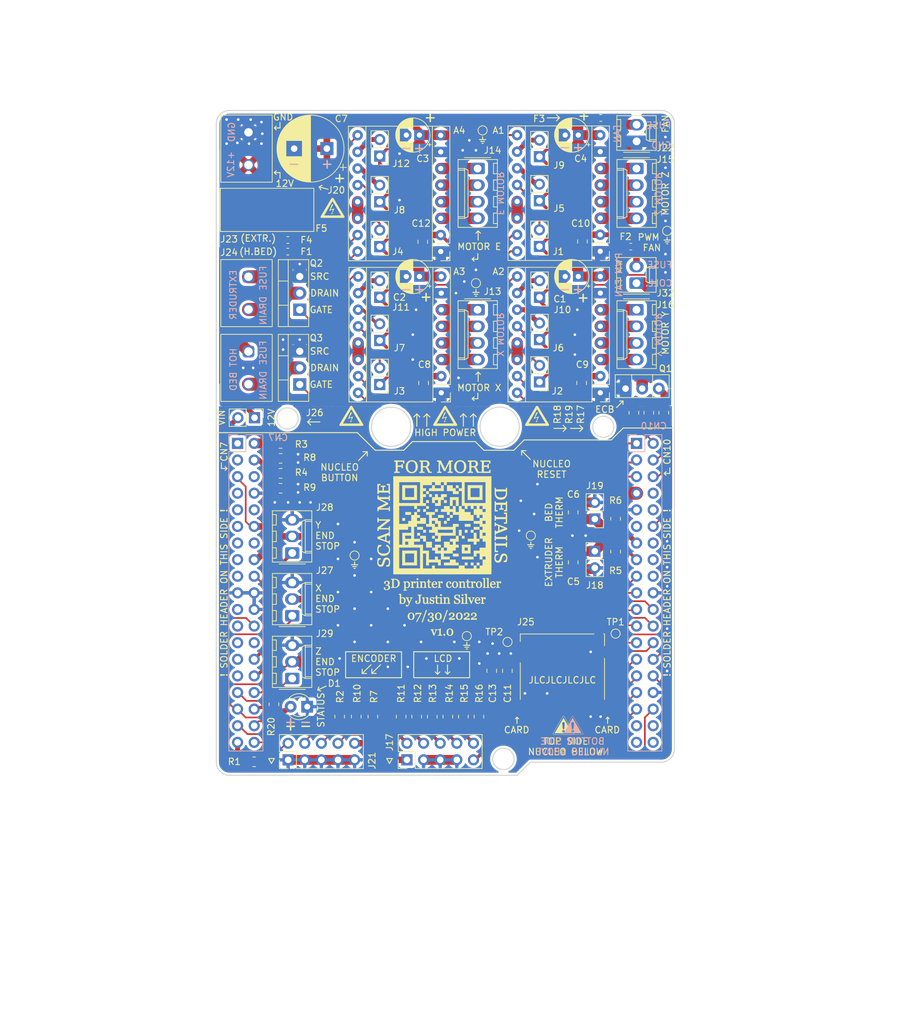
<source format=kicad_pcb>
(kicad_pcb (version 20211014) (generator pcbnew)
  (title_block (title "STM32 Nucleo 3D printer controller") (date "2022-07-23") (rev "v1.0") (company "www.justin-silver.com"))
  (layers (0 "F.Cu" signal) (31 "B.Cu" signal) (34 "B.Paste" user) (35 "F.Paste" user) (36 "B.SilkS" user "B.Silkscreen") (37 "F.SilkS" user "F.Silkscreen") (38 "B.Mask" user) (39 "F.Mask" user) (44 "Edge.Cuts" user))
  (net 0 "")
  (net 1 "GND")
  (net 2 "+3V3")
  (net 3 "+12V")
  (net 4 "~{X_EN}")
  (net 5 "X_STEP")
  (net 6 "X_DIR")
  (net 7 "/Y_1B")
  (net 8 "/Y_1A")
  (net 9 "/Y_2A")
  (net 10 "/Y_2B")
  (net 11 "~{Y_EN}")
  (net 12 "/Y_MS1")
  (net 13 "/Y_MS2")
  (net 14 "/Y_MS3")
  (net 15 "/~{Y_RST}")
  (net 16 "Y_STEP")
  (net 17 "Y_DIR")
  (net 18 "/Z_1B")
  (net 19 "/Z_1A")
  (net 20 "/Z_2A")
  (net 21 "/Z_2B")
  (net 22 "~{Z_EN}")
  (net 23 "/Z_MS1")
  (net 24 "/Z_MS2")
  (net 25 "/Z_MS3")
  (net 26 "/~{Z_RST}")
  (net 27 "Z_STEP")
  (net 28 "Z_DIR")
  (net 29 "/E_1B")
  (net 30 "/E_1A")
  (net 31 "/E_2A")
  (net 32 "/E_2B")
  (net 33 "~{E_EN}")
  (net 34 "/E_MS1")
  (net 35 "/E_MS2")
  (net 36 "/E_MS3")
  (net 37 "/~{E_RST}")
  (net 38 "E_STEP")
  (net 39 "E_DIR")
  (net 40 "E_THERM")
  (net 41 "B_THERM")
  (net 42 "Y_END")
  (net 49 "+5V")
  (net 50 "Z_END")
  (net 51 "X_END")
  (net 53 "~{E_HEAT}")
  (net 55 "~{B_HEAT}")
  (net 56 "/X_1B")
  (net 57 "/X_1A")
  (net 58 "/X_2A")
  (net 59 "/X_2B")
  (net 62 "ENC_A")
  (net 63 "/X_MS1")
  (net 64 "ENC_B")
  (net 65 "/X_MS2")
  (net 66 "ENC_OK")
  (net 67 "/X_MS3")
  (net 68 "STOP")
  (net 70 "RS")
  (net 71 "LCD_EN")
  (net 72 "MISO")
  (net 73 "D0")
  (net 74 "SCLK")
  (net 75 "D1")
  (net 76 "MOSI")
  (net 77 "D2")
  (net 78 "~{CS}")
  (net 79 "D3")
  (net 84 "/E_HEAT_D")
  (net 85 "/B_HEAT_D")
  (net 88 "/E_HEAT_G")
  (net 89 "/B_HEAT_G")
  (net 90 "+3.3VA")
  (net 91 "/~{X_RST}")
  (net 97 "VIN")
  (net 104 "/STATUS")
  (net 106 "Net-(J17-Pad2)")
  (net 107 "Net-(J17-Pad4)")
  (net 108 "Net-(J17-Pad6)")
  (net 109 "Net-(J17-Pad8)")
  (net 110 "Net-(J17-Pad9)")
  (net 111 "Net-(J17-Pad10)")
  (net 112 "/FUSE_FAN2")
  (net 113 "/E_FUSE")
  (net 114 "/B_FUSE")
  (net 115 "/FUSE_FAN1")
  (net 116 "Net-(D1-Pad2)")
  (net 117 "~{FAN}")
  (net 118 "/12V_FUSE")
  (net 119 "Net-(J21-Pad8)")
  (net 120 "/FAN_C")
  (net 121 "/FAN_B")
  (net 122 "/DET_B")
  (net 123 "/DET_A")
  (net 124 "Net-(R10-Pad1)")
  (net 125 "Net-(R2-Pad1)")
  (net 126 "Net-(R1-Pad1)")
  (footprint "TestPoint:TestPoint_Pad_D1.0mm" (layer "F.Cu") (at 170.688 23.368)
    (fp_text reference "⏚")
    (fp_text value "TestPoint_Pad_D1.0mm")
  )
  (footprint "Capacitor_SMD:C_0805_2012Metric_Pad1.18x1.45mm_HandSolder" (layer "F.Cu") (at 161.671 61.9975 -90)
    (fp_text reference "C8")
    (fp_text value "100n")
  )
  (footprint "Connector_Molex:Molex_KK-254_AE-6410-03A_1x03_P2.54mm_Vertical" (layer "F.Cu") (at 141.605 88.004 90)
    (fp_text reference "J28")
    (fp_text value "Conn_01x03_Male")
  )
  (footprint "Connector_Molex:Molex_KK-254_AE-6410-04A_1x04_P2.54mm_Vertical" (layer "F.Cu") (at 169.926 50.8 -90)
    (fp_text reference "J13")
    (fp_text value "Conn_01x04_Male")
  )
  (footprint "TestPoint:TestPoint_Pad_D1.0mm" (layer "F.Cu") (at 198.882 38.735)
    (fp_text reference "⏚")
    (fp_text value "TestPoint_Pad_D1.0mm")
  )
  (footprint "Resistor_SMD:R_0805_2012Metric_Pad1.20x1.40mm_HandSolder" (layer "F.Cu") (at 135.7884 119.9388 180)
    (fp_text reference "R1")
    (fp_text value "100")
  )
  (footprint "Connector_PinHeader_2.54mm:PinHeader_1x02_P2.54mm_Vertical" (layer "F.Cu") (at 179.3702 27.3962 180)
    (fp_text reference "J9")
    (fp_text value "Conn_01x02_Male")
  )
  (footprint "Connector_Molex:Molex_KK-254_AE-6410-03A_1x03_P2.54mm_Vertical" (layer "F.Cu") (at 141.605 97.596 90)
    (fp_text reference "J27")
    (fp_text value "Conn_01x03_Male")
  )
  (footprint "pololu:Pololu_Breakout-16_15.2x20.3mm" (layer "F.Cu") (at 164.29 41.903 180)
    (fp_text reference "A4")
    (fp_text value "Pololu_Breakout_A4988")
  )
  (footprint "Resistor_SMD:R_0805_2012Metric_Pad1.20x1.40mm_HandSolder" (layer "F.Cu") (at 170.131 113.014 -90)
    (fp_text reference "R16")
    (fp_text value "100")
  )
  (footprint "Connector_PinHeader_2.54mm:PinHeader_1x02_P2.54mm_Vertical" (layer "F.Cu") (at 187.833 87.736)
    (fp_text reference "J18")
    (fp_text value "Conn_01x02_Male")
  )
  (footprint "TestPoint:TestPoint_Pad_D1.0mm" (layer "F.Cu") (at 151.13 88.392)
    (fp_text reference "⏚")
    (fp_text value "TestPoint_Pad_D1.0mm")
  )
  (footprint "Capacitor_SMD:C_0805_2012Metric_Pad1.18x1.45mm_HandSolder" (layer "F.Cu") (at 174.4726 106.0235 90)
    (fp_text reference "C11")
    (fp_text value "100n")
  )
  (footprint "Resistor_SMD:R_0805_2012Metric_Pad1.20x1.40mm_HandSolder" (layer "F.Cu") (at 153.924 113.014 90)
    (fp_text reference "R7")
    (fp_text value "100")
  )
  (footprint "TestPoint:TestPoint_Pad_D1.0mm" (layer "F.Cu") (at 168.275 100.711)
    (fp_text reference "⏚")
    (fp_text value "TestPoint_Pad_D1.0mm")
  )
  (footprint "Connector_PinHeader_2.54mm:PinHeader_1x02_P2.54mm_Vertical" (layer "F.Cu") (at 154.973 62.235 180)
    (fp_text reference "J3")
    (fp_text value "Conn_01x02_Male")
  )
  (footprint "Resistor_SMD:R_0805_2012Metric_Pad1.20x1.40mm_HandSolder" (layer "F.Cu") (at 138.811 111.1504 90)
    (fp_text reference "R20")
    (fp_text value "220")
  )
  (footprint "LED_THT:LED_D3.0mm" (layer "F.Cu") (at 143.896 111.506 180)
    (fp_text reference "D1")
    (fp_text value "GREEN")
  )
  (footprint "TestPoint:TestPoint_Pad_D1.0mm" (layer "F.Cu") (at 174.498 101.6)
    (fp_text reference "TP2")
    (fp_text value "TestPoint_Small")
  )
  (footprint "Capacitor_SMD:C_0805_2012Metric_Pad1.18x1.45mm_HandSolder" (layer "F.Cu") (at 185.946 40.3647 -90)
    (fp_text reference "C10")
    (fp_text value "100n")
  )
  (footprint "Capacitor_THT:CP_Radial_D5.0mm_P2.00mm" (layer "F.Cu") (at 185.311 24.0872 180)
    (fp_text reference "C4")
    (fp_text value "100u")
  )
  (footprint "Connector_Molex:Molex_KK-254_AE-6410-04A_1x04_P2.54mm_Vertical" (layer "F.Cu") (at 194.201 50.8 -90)
    (fp_text reference "J16")
    (fp_text value "Conn_01x04_Male")
  )
  (footprint "Connector_Molex:Molex_KK-254_AE-6410-02A_1x02_P2.54mm_Vertical" (layer "F.Cu") (at 194.221 25.043 90)
    (fp_text reference "J22")
    (fp_text value "Conn_01x02_Male")
  )
  (footprint "Fuse:Fuse_0603_1608Metric_Pad1.05x0.95mm_HandSolder" (layer "F.Cu") (at 188.74 21.463)
    (fp_text reference "F3")
    (fp_text value "500mA")
  )
  (footprint "Package_TO_SOT_THT:TO-126-3_Vertical" (layer "F.Cu") (at 192.532 62.859)
    (fp_text reference "Q1")
    (fp_text value "BD237")
  )
  (footprint "Resistor_SMD:R_0805_2012Metric_Pad1.20x1.40mm_HandSolder" (layer "F.Cu") (at 191.008 87.786 90)
    (fp_text reference "R5")
    (fp_text value "4k7 1%")
  )
  (footprint "Connector_PinHeader_2.54mm:PinHeader_1x02_P2.54mm_Vertical" (layer "F.Cu") (at 179.3902 61.847 180)
    (fp_text reference "J2")
    (fp_text value "Conn_01x02_Male")
  )
  (footprint "Connector_Molex:Molex_KK-254_AE-6410-04A_1x04_P2.54mm_Vertical" (layer "F.Cu") (at 169.926 29.203 -90)
    (fp_text reference "J14")
    (fp_text value "Conn_01x04_Male")
  )
  (footprint "qr_code:github_link" (layer "F.Cu") (at 164.537873 83.764886)
    (fp_text reference "G***" hide)
    (fp_text value "LOGO" hide)
  )
  (footprint "Package_TO_SOT_THT:TO-220-3_Vertical" (layer "F.Cu") (at 142.748 50.8 90)
    (fp_text reference "Q2")
    (fp_text value "P30N06LE")
  )
  (footprint "Package_TO_SOT_THT:TO-220-3_Vertical" (layer "F.Cu") (at 142.748 62.23 90)
    (fp_text reference "Q3")
    (fp_text value "P30N06LE")
  )
  (footprint "Connector_PinHeader_2.54mm:PinHeader_1x02_P2.54mm_Vertical" (layer "F.Cu") (at 154.973 34.288 180)
    (fp_text reference "J8")
    (fp_text value "Conn_01x02_Male")
  )
  (footprint "Capacitor_SMD:C_0805_2012Metric_Pad1.18x1.45mm_HandSolder" (layer "F.Cu") (at 172.085 106.0235 90)
    (fp_text reference "C13")
    (fp_text value "10u")
  )
  (footprint "Connector_PinHeader_2.54mm:PinHeader_1x02_P2.54mm_Vertical" (layer "F.Cu") (at 179.3902 48.893 180)
    (fp_text reference "J10")
    (fp_text value "Conn_01x02_Male")
  )
  (footprint "TestPoint:TestPoint_Pad_D1.0mm" (layer "F.Cu") (at 178.054 85.344)
    (fp_text reference "⏚")
    (fp_text value "TestPoint_Pad_D1.0mm")
  )
  (footprint "Resistor_SMD:R_0805_2012Metric_Pad1.20x1.40mm_HandSolder" (layer "F.Cu") (at 160.6198 113.014 -90)
    (fp_text reference "R12")
    (fp_text value "100")
  )
  (footprint "Connector_PinHeader_2.54mm:PinHeader_1x02_P2.54mm_Vertical" (layer "F.Cu") (at 154.973 27.303 180)
    (fp_text reference "J12")
    (fp_text value "Conn_01x02_Male")
  )
  (footprint "Resistor_SMD:R_0805_2012Metric_Pad1.20x1.40mm_HandSolder" (layer "F.Cu") (at 151.384 113.014 90)
    (fp_text reference "R10")
    (fp_text value "100")
  )
  (footprint "Capacitor_SMD:C_0805_2012Metric_Pad1.18x1.45mm_HandSolder" (layer "F.Cu") (at 161.544 40.4075 -90)
    (fp_text reference "C12")
    (fp_text value "100n")
  )
  (footprint "Connector_PinHeader_2.54mm:PinHeader_1x02_P2.54mm_Vertical" (layer "F.Cu") (at 179.3702 34.1322 180)
    (fp_text reference "J5")
    (fp_text value "Conn_01x02_Male")
  )
  (footprint "Fuse:Fuse_0603_1608Metric_Pad1.05x0.95mm_HandSolder" (layer "F.Cu") (at 140.9287 41.91)
    (fp_text reference "F1")
    (fp_text value "5A")
  )
  (footprint "Resistor_SMD:R_0805_2012Metric_Pad1.20x1.40mm_HandSolder" (layer "F.Cu") (at 139.827 73.528333 180)
    (fp_text reference "R8")
    (fp_text value "100k")
  )
  (footprint "Resistor_SMD:R_0805_2012Metric_Pad1.20x1.40mm_HandSolder" (layer "F.Cu") (at 196.087 66.548 -90)
    (fp_text reference "R19")
    (fp_text value "1k")
  )
  (footprint "Connector_PinHeader_2.54mm:PinHeader_2x05_P2.54mm_Vertical" (layer "F.Cu") (at 140.975 119.639 90)
    (fp_text reference "J21")
    (fp_text value "Conn_02x05_Counter_Clockwise")
  )
  (footprint "Capacitor_THT:CP_Radial_D10.0mm_P5.00mm" (layer "F.Cu") (at 146.893677 26.1542 180)
    (fp_text reference "C7")
    (fp_text value "680u")
  )
  (footprint "pololu:Pololu_Breakout-16_15.2x20.3mm" (layer "F.Cu") (at 188.6612 41.8672 180)
    (fp_text reference "A1")
    (fp_text value "Pololu_Breakout_A4988")
  )
  (footprint "Connector_PinHeader_2.54mm:PinHeader_1x02_P2.54mm_Vertical" (layer "F.Cu") (at 135.84 67.31 -90)
    (fp_text reference "J26")
    (fp_text value "Conn_01x02_Male")
  )
  (footprint "Connector_PinHeader_2.54mm:PinHeader_1x02_P2.54mm_Vertical" (layer "F.Cu") (at 154.973 55.499 180)
    (fp_text reference "J7")
    (fp_text value "Conn_01x02_Male")
  )
  (footprint "wuerth_connector:691137710002" (layer "F.Cu") (at 134.917299 57.19 -90)
    (fp_text reference "J24")
    (fp_text value "Screw_Terminal_01x02" hide)
  )
  (footprint "Connector_PinHeader_2.54mm:PinHeader_1x02_P2.54mm_Vertical" (layer "F.Cu") (at 187.833 82.809 180)
    (fp_text reference "J19")
    (fp_text value "Conn_01x02_Male")
  )
  (footprint "Resistor_SMD:R_0805_2012Metric_Pad1.20x1.40mm_HandSolder" (layer "F.Cu") (at 165.3754 113.014 -90)
    (fp_text reference "R14")
    (fp_text value "100")
  )
  (footprint "Capacitor_SMD:C_0805_2012Metric_Pad1.18x1.45mm_HandSolder" (layer "F.Cu") (at 185.819 61.9975 -90)
    (fp_text reference "C9")
    (fp_text value "100n")
  )
  (footprint "Resistor_SMD:R_0805_2012Metric_Pad1.20x1.40mm_HandSolder" (layer "F.Cu") (at 167.7532 113.014 -90)
    (fp_text reference "R15")
    (fp_text value "100")
  )
  (footprint "Capacitor_SMD:C_0805_2012Metric_Pad1.18x1.45mm_HandSolder" (layer "F.Cu") (at 184.531 89.4295 -90)
    (fp_text reference "C5")
    (fp_text value "10u")
  )
  (footprint "Capacitor_SMD:C_0805_2012Metric_Pad1.18x1.45mm_HandSolder" (layer "F.Cu") (at 184.531 81.788 90)
    (fp_text reference "C6")
    (fp_text value "10u")
  )
  (footprint "Resistor_SMD:R_0805_2012Metric_Pad1.20x1.40mm_HandSolder" (layer "F.Cu") (at 158.242 113.014 -90)
    (fp_text reference "R11")
    (fp_text value "100")
  )
  (footprint "Capacitor_THT:CP_Radial_D5.0mm_P2.00mm" (layer "F.Cu") (at 161.036 45.72 180)
    (fp_text reference "C2")
    (fp_text value "100u")
  )
  (footprint "Resistor_SMD:R_0805_2012Metric_Pad1.20x1.40mm_HandSolder" (layer "F.Cu") (at 193.802 66.548 -90)
    (fp_text reference "R18")
    (fp_text value "100k")
  )
  (footprint "TestPoint:TestPoint_Pad_D1.0mm" (layer "F.Cu") (at 169.672 46.736)
    (fp_text reference "⏚")
    (fp_text value "TestPoint_Pad_D1.0mm")
  )
  (footprint "Capacitor_THT:CP_Radial_D5.0mm_P2.00mm" (layer "F.Cu") (at 185.311 45.713 180)
    (fp_text reference "C1")
    (fp_text value "100u")
  )
  (footprint "pololu:Pololu_Breakout-16_15.2x20.3mm" (layer "F.Cu") (at 188.6712 63.493 180)
    (fp_text reference "A2")
    (fp_text value "Pololu_Breakout_A4988")
  )
  (footprint "Connector_PinHeader_2.54mm:PinHeader_1x02_P2.54mm_Vertical" (layer "F.Cu") (at 154.973 41.146 180)
    (fp_text reference "J4")
    (fp_text value "Conn_01x02_Male")
  )
  (footprint "Connector_Card:microSD_HC_Hirose_DM3D-SF" (layer "F.Cu") (at 182.88 106.172)
    (fp_text reference "J25")
    (fp_text value "Micro_SD_Card_Det_Hirose_DM3D-SF")
  )
  (footprint "Connector_Molex:Molex_KK-254_AE-6410-04A_1x04_P2.54mm_Vertical" (layer "F.Cu") (at 194.201 29.203 -90)
    (fp_text reference "J15")
    (fp_text value "Conn_01x04_Male")
  )
  (footprint "wuerth_connector:691137710002" (layer "F.Cu") (at 134.917299 23.662 -90)
    (fp_text reference "J20")
    (fp_text value "Screw_Terminal_01x02" hide)
  )
  (footprint "Resistor_SMD:R_0805_2012Metric_Pad1.20x1.40mm_HandSolder" (layer "F.Cu") (at 162.9976 113.03 -90)
    (fp_text reference "R13")
    (fp_text value "100")
  )
  (footprint "wuerth_connector:691137710002" (layer "F.Cu") (at 134.917299 45.76 -90)
    (fp_text reference "J23")
    (fp_text value "Screw_Terminal_01x02" hide)
  )
  (footprint "Resistor_SMD:R_0805_2012Metric_Pad1.20x1.40mm_HandSolder" (layer "F.Cu") (at 139.827 71.24 180)
    (fp_text reference "R3")
    (fp_text value "100")
  )
  (footprint "Resistor_SMD:R_0805_2012Metric_Pad1.20x1.40mm_HandSolder" (layer "F.Cu") (at 139.827 78.105 180)
    (fp_text reference "R9")
    (fp_text value "100k")
  )
  (footprint "fuse:3586_mini" (layer "F.Cu") (at 144.9037 32.228 180)
    (fp_text reference "F5")
    (fp_text value "15A")
  )
  (footprint "Fuse:Fuse_0603_1608Metric_Pad1.05x0.95mm_HandSolder" (layer "F.Cu") (at 140.9287 40.132)
    (fp_text reference "F4")
    (fp_text value "5A")
  )
  (footprint "TestPoint:TestPoint_Pad_D1.0mm" (layer "F.Cu") (at 191.008 100.33)
    (fp_text reference "TP1")
    (fp_text value "TestPoint_Small")
  )
  (footprint "Resistor_SMD:R_0805_2012Metric_Pad1.20x1.40mm_HandSolder" (layer "F.Cu") (at 148.844 113.014 90)
    (fp_text reference "R2")
    (fp_text value "100")
  )
  (footprint "pololu:Pololu_Breakout-16_15.2x20.3mm" (layer "F.Cu") (at 164.371 63.5 180)
    (fp_text reference "A3")
    (fp_text value "Pololu_Breakout_A4988")
  )
  (footprint "Resistor_SMD:R_0805_2012Metric_Pad1.20x1.40mm_HandSolder" (layer "F.Cu") (at 198.372 66.548 -90)
    (fp_text reference "R17")
    (fp_text value "1k")
  )
  (footprint "Connector_PinHeader_2.54mm:PinHeader_1x02_P2.54mm_Vertical" (layer "F.Cu") (at 154.973 48.895 180)
    (fp_text reference "J11")
    (fp_text value "Conn_01x02_Male")
  )
  (footprint "Connector_Molex:Molex_KK-254_AE-6410-02A_1x02_P2.54mm_Vertical" (layer "F.Cu") (at 194.201 46.736 90)
    (fp_text reference "J32")
    (fp_text value "Conn_01x02_Male")
  )
  (footprint "Connector_PinHeader_2.54mm:PinHeader_2x05_P2.54mm_Vertical" (layer "F.Cu") (at 159.131 119.634 90)
    (fp_text reference "J17")
    (fp_text value "Conn_02x05_Counter_Clockwise")
  )
  (footprint "Capacitor_THT:CP_Radial_D5.0mm_P2.00mm" (layer "F.Cu") (at 161.036 24.0872 180)
    (fp_text reference "C3")
    (fp_text value "100u")
  )
  (footprint "Fuse:Fuse_0603_1608Metric_Pad1.05x0.95mm_HandSolder" (layer "F.Cu") (at 193.326 41.148)
    (fp_text reference "F2")
    (fp_text value "500mA")
  )
  (footprint "Resistor_SMD:R_0805_2012Metric_Pad1.20x1.40mm_HandSolder" (layer "F.Cu") (at 191.008 82.759 -90)
    (fp_text reference "R6")
    (fp_text value "4k7 1%")
  )
  (footprint "Connector_PinHeader_2.54mm:PinHeader_1x02_P2.54mm_Vertical" (layer "F.Cu") (at 179.3902 55.37 180)
    (fp_text reference "J6")
    (fp_text value "Conn_01x02_Male")
  )
  (footprint "Connector_PinHeader_2.54mm:PinHeader_1x02_P2.54mm_Vertical" (layer "F.Cu") (at 179.3702 41.1172 180)
    (fp_text reference "J1")
    (fp_text value "Conn_01x02_Male")
  )
  (footprint "Resistor_SMD:R_0805_2012Metric_Pad1.20x1.40mm_HandSolder" (layer "F.Cu") (at 139.827 75.816666 180)
    (fp_text reference "R4")
    (fp_text value "100")
  )
  (footprint "Connector_Molex:Molex_KK-254_AE-6410-03A_1x03_P2.54mm_Vertical" (layer "F.Cu") (at 141.605 107.188 90)
    (fp_text reference "J29")
    (fp_text value "Conn_01x03_Male")
  )
  (footprint "Connector_PinSocket_2.54mm:PinSocket_2x19_P2.54mm_Vertical" (layer "B.Cu") (at 133.25 71.24 180)
    (fp_text reference "CN7")
    (fp_text value "NUCLE_F446RE_MORPHO_CN7")
  )
  (footprint "Connector_PinSocket_2.54mm:PinSocket_2x19_P2.54mm_Vertical" (layer "B.Cu") (at 194.21 71.24 180)
    (fp_text reference "CN10")
    (fp_text value "NUCLE_F446RE_MORPHO_CN10")
  )
  (gr_poly (pts (xy 184.457351 112.922681) (xy 184.464102 112.923358) (xy 184.470798 112.924414) (xy 184.477423 112.925835) (xy 184.483961 112.927612) (xy 184.490396 112.929734) (xy 184.496714 112.93219) (xy 184.502898 112.934968) (xy 184.508933 112.938057) (xy 184.514803 112.941447) (xy 184.520493 112.945127) (xy 184.525988 112.949085) (xy 184.531271 112.953311) (xy 184.536328 112.957793) (xy 184.541142 112.962521) (xy 185.296732 114.264909) (xy 186.049264 115.569212) (xy 186.054571 115.575705) (xy 186.059288 115.582485) (xy 186.063425 115.589524) (xy 186.066993 115.596792) (xy 186.070002 115.604259) (xy 186.072462 115.611898) (xy 186.074384 115.619679) (xy 186.07578 115.627572) (xy 186.076658 115.635549) (xy 186.07703 115.643581) (xy 186.076907 115.651639) (xy 186.076299 115.659692) (xy 186.075216 115.667713) (xy 186.073669 115.675673) (xy 186.071668 115.683541) (xy 186.069224 115.69129) (xy 186.066349 115.698889) (xy 186.063051 115.70631) (xy 186.059342 115.713524) (xy 186.055232 115.720502) (xy 186.050732 115.727214) (xy 186.045852 115.733632) (xy 186.040603 115.739726) (xy 186.034996 115.745467) (xy 186.02904 115.750826) (xy 186.022747 115.755775) (xy 186.016127 115.760283) (xy 186.00919 115.764323) (xy 186.001948 115.767864) (xy 185.99441 115.770878) (xy 185.986588 115.773335) (xy 185.978491 115.775207) (xy 182.968525 115.777849) (xy 182.960242 115.779163) (xy 182.951995 115.779834) (xy 182.943804 115.779884) (xy 182.935689 115.779337) (xy 182.927672 115.778216) (xy 182.919774 115.776541) (xy 182.912014 115.774338) (xy 182.904414 115.771628) (xy 182.896995 115.768433) (xy 182.889778 115.764777) (xy 182.882782 115.760683) (xy 182.87603 115.756173) (xy 182.869541 115.75127) (xy 182.863337 115.745997) (xy 182.857438 115.740375) (xy 182.851865 115.734429) (xy 182.846639 115.728181) (xy 182.841781 115.721653) (xy 182.837311 115.714869) (xy 182.83325 115.70785) (xy 182.829619 115.70062) (xy 182.826439 115.693202) (xy 182.82373 115.685617) (xy 182.821513 115.67789) (xy 182.81981 115.670042) (xy 182.81864 115.662097) (xy 182.818025 115.654077) (xy 182.818011 115.651085) (xy 182.86117 115.651085) (xy 182.86135 115.65656) (xy 182.86189 115.662012) (xy 182.862789 115.667422) (xy 182.864048 115.672772) (xy 182.865666 115.678045) (xy 182.867644 115.683222) (xy 182.869982 115.688286) (xy 182.87268 115.693219) (xy 182.874155 115.695669) (xy 182.875703 115.698055) (xy 182.877322 115.700377) (xy 182.879009 115.702635) (xy 182.880763 115.704826) (xy 182.882581 115.706951) (xy 182.884463 115.709008) (xy 182.886405 115.710996) (xy 182.888406 115.712914) (xy 182.890464 115.714762) (xy 182.892577 115.716538) (xy 182.894743 115.718241) (xy 182.896961 115.719871) (xy 182.899227 115.721426) (xy 182.901541 115.722905) (xy 182.9039 115.724308) (xy 182.906303 115.725633) (xy 182.908747 115.72688) (xy 182.911231 115.728048) (xy 182.913752 115.729135) (xy 182.916309 115.73014) (xy 182.9189 115.731063) (xy 182.921522 115.731903) (xy 182.924174 115.732659) (xy 182.926854 115.733329) (xy 182.92956 115.733913) (xy 182.932291 115.73441) (xy 182.935043 115.734819) (xy 182.937815 115.735139) (xy 182.940606 115.735368) (xy 182.943413 115.735506) (xy 182.946234 115.735553) (xy 185.949784 115.735553) (xy 185.955412 115.735362) (xy 185.960975 115.734797) (xy 185.966457 115.733868) (xy 185.971843 115.732584) (xy 185.977118 115.730957) (xy 185.982265 115.728995) (xy 185.98727 115.726709) (xy 185.992117 115.72411) (xy 185.99679 115.721206) (xy 186.001274 115.718009) (xy 186.005553 115.714528) (xy 186.009612 115.710773) (xy 186.013436 115.706755) (xy 186.017008 115.702483) (xy 186.020314 115.697968) (xy 186.023337 115.693219) (xy 186.026035 115.688193) (xy 186.028373 115.683049) (xy 186.030351 115.677803) (xy 186.03197 115.672475) (xy 186.033229 115.667081) (xy 186.034128 115.66164) (xy 186.034667 115.65617) (xy 186.034847 115.650688) (xy 186.034667 115.645212) (xy 186.034128 115.63976) (xy 186.033229 115.634351) (xy 186.03197 115.629) (xy 186.030351 115.623728) (xy 186.028373 115.61855) (xy 186.026035 115.613486) (xy 186.023337 115.608553) (xy 184.521563 113.00717) (xy 184.520087 113.00472) (xy 184.518539 113.002334) (xy 184.516921 113.000012) (xy 184.515234 112.997754) (xy 184.51348 112.995563) (xy 184.511661 112.993438) (xy 184.50978 112.991381) (xy 184.507838 112.989393) (xy 184.505837 112.987475) (xy 184.503779 112.985627) (xy 184.501665 112.983851) (xy 184.499499 112.982148) (xy 184.497282 112.980518) (xy 184.495015 112.978964) (xy 184.492701 112.977484) (xy 184.490342 112.976081) (xy 184.487939 112.974756) (xy 184.485495 112.973509) (xy 184.483012 112.972342) (xy 184.480491 112.971255) (xy 184.477934 112.970249) (xy 184.475343 112.969326) (xy 184.472721 112.968486) (xy 184.470068 112.96773) (xy 184.467388 112.96706) (xy 184.464682 112.966476) (xy 184.461952 112.965979) (xy 184.4592 112.96557) (xy 184.456427 112.965251) (xy 184.453637 112.965021) (xy 184.45083 112.964883) (xy 184.448009 112.964836) (xy 184.442381 112.965027) (xy 184.436818 112.965592) (xy 184.431335 112.966521) (xy 184.425949 112.967805) (xy 184.420674 112.969432) (xy 184.415527 112.971394) (xy 184.410522 112.97368) (xy 184.405675 112.97628) (xy 184.401002 112.979183) (xy 184.396518 112.982381) (xy 184.392239 112.985862) (xy 184.38818 112.989616) (xy 184.384356 112.993635) (xy 184.380784 112.997906) (xy 184.377478 113.002421) (xy 184.374455 113.00717) (xy 182.87268 115.608553) (xy 182.869982 115.613579) (xy 182.867644 115.618724) (xy 182.865666 115.623969) (xy 182.864048 115.629298) (xy 182.862789 115.634692) (xy 182.86189 115.640132) (xy 182.86135 115.645603) (xy 182.86117 115.651085) (xy 182.818011 115.651085) (xy 182.817986 115.646004) (xy 182.818542 115.637902) (xy 182.819716 115.629793) (xy 182.821527 115.6217) (xy 182.823996 115.613646) (xy 184.29971 113.052314) (xy 184.30497 113.041129) (xy 184.310646 113.02979) (xy 184.316754 113.018418) (xy 184.323314 113.007134) (xy 184.330343 112.996058) (xy 184.337859 112.985311) (xy 184.345879 112.975014) (xy 184.354422 112.965288) (xy 184.363506 112.956253) (xy 184.368257 112.952032) (xy 184.373149 112.948029) (xy 184.378186 112.94426) (xy 184.383369 112.940739) (xy 184.3887 112.937481) (xy 184.394183 112.934502) (xy 184.399818 112.931816) (xy 184.405609 112.929439) (xy 184.411557 112.927386) (xy 184.417666 112.925671) (xy 184.423936 112.924311) (xy 184.430371 112.923319) (xy 184.436972 112.922712) (xy 184.443742 112.922503) (xy 184.450559 112.922392)) (layer "B.SilkS") (width 0.004) (fill solid))
  (gr_line (start 182.948578 112.073003) (end 182.948578 112.073003) (layer "B.SilkS") (width 0.005291))
  (gr_poly (pts (xy 185.802675 115.56569) (xy 183.093342 115.56569) (xy 183.266871 115.2652) (xy 184.247496 115.2652) (xy 184.247608 115.271899) (xy 184.247941 115.278562) (xy 184.248492 115.285184) (xy 184.24926 115.29176) (xy 184.250241 115.298286) (xy 184.251432 115.304757) (xy 184.252832 115.311169) (xy 184.254437 115.317517) (xy 184.256245 115.323797) (xy 184.258254 115.330004) (xy 184.260459 115.336133) (xy 184.26286 115.34218) (xy 184.265453 115.348141) (xy 184.268236 115.35401) (xy 184.271206 115.359783) (xy 184.27436 115.365456) (xy 184.277696 115.371024) (xy 184.281211 115.376483) (xy 184.284902 115.381827) (xy 184.288768 115.387053) (xy 184.292804 115.392156) (xy 184.297009 115.397131) (xy 184.301381 115.401974) (xy 184.305915 115.406679) (xy 184.31061 115.411244) (xy 184.315463 115.415662) (xy 184.320472 115.419929) (xy 184.325633 115.424042) (xy 184.330944 115.427995) (xy 184.336403 115.431783) (xy 184.342007 115.435403) (xy 184.347753 115.438849) (xy 184.359547 115.445145) (xy 184.371636 115.450602) (xy 184.383978 115.455219) (xy 184.396531 115.458997) (xy 184.409253 115.461935) (xy 184.422101 115.464034) (xy 184.435034 115.465293) (xy 184.448009 115.465712) (xy 184.460984 115.465293) (xy 184.473916 115.464034) (xy 184.486765 115.461935) (xy 184.499486 115.458997) (xy 184.51204 115.455219) (xy 184.524382 115.450602) (xy 184.536471 115.445145) (xy 184.548265 115.438849) (xy 184.559614 115.431783) (xy 184.570385 115.424042) (xy 184.580554 115.415662) (xy 184.590103 115.406679) (xy 184.599008 115.397131) (xy 184.60725 115.387053) (xy 184.614807 115.376483) (xy 184.621658 115.365456) (xy 184.627782 115.35401) (xy 184.633157 115.34218) (xy 184.637764 115.330004) (xy 184.64158 115.317517) (xy 184.644585 115.304757) (xy 184.646758 115.29176) (xy 184.648077 115.278562) (xy 184.648521 115.2652) (xy 184.64841 115.258501) (xy 184.648077 115.251838) (xy 184.647525 115.245216) (xy 184.646758 115.23864) (xy 184.645777 115.232114) (xy 184.644585 115.225643) (xy 184.643186 115.219231) (xy 184.64158 115.212883) (xy 184.639772 115.206603) (xy 184.637764 115.200396) (xy 184.635558 115.194267) (xy 184.633157 115.18822) (xy 184.630564 115.182259) (xy 184.627782 115.17639) (xy 184.624812 115.170617) (xy 184.621658 115.164944) (xy 184.618322 115.159376) (xy 184.614807 115.153917) (xy 184.611115 115.148572) (xy 184.60725 115.143346) (xy 184.603213 115.138244) (xy 184.599008 115.133269) (xy 184.594637 115.128426) (xy 184.590103 115.123721) (xy 184.585408 115.119156) (xy 184.580554 115.114738) (xy 184.575546 115.11047) (xy 184.570385 115.106358) (xy 184.565073 115.102405) (xy 184.559614 115.098617) (xy 184.554011 115.094997) (xy 184.548265 115.091551) (xy 184.536471 115.085255) (xy 184.524382 115.079798) (xy 184.51204 115.075181) (xy 184.499486 115.071403) (xy 184.486765 115.068465) (xy 184.473916 115.066367) (xy 184.460984 115.065107) (xy 184.448009 115.064688) (xy 184.435034 115.065107) (xy 184.422101 115.066367) (xy 184.409253 115.068465) (xy 184.396531 115.071403) (xy 184.383978 115.075181) (xy 184.371636 115.079798) (xy 184.359547 115.085255) (xy 184.347753 115.091551) (xy 184.336403 115.098617) (xy 184.325633 115.106358) (xy 184.315463 115.114738) (xy 184.305915 115.123721) (xy 184.29701 115.133269) (xy 184.288768 115.143346) (xy 184.281211 115.153917) (xy 184.27436 115.164944) (xy 184.268236 115.17639) (xy 184.26286 115.18822) (xy 184.258254 115.200396) (xy 184.254437 115.212883) (xy 184.251432 115.225643) (xy 184.24926 115.23864) (xy 184.247941 115.251838) (xy 184.247496 115.2652) (xy 183.266871 115.2652) (xy 183.96353 114.058839) (xy 184.250803 114.058839) (xy 184.309112 114.764287) (xy 184.31327 114.796677) (xy 184.317625 114.825501) (xy 184.319985 114.838621) (xy 184.322525 114.850902) (xy 184.325288 114.862364) (xy 184.328319 114.873023) (xy 184.331661 114.882898) (xy 184.335357 114.892006) (xy 184.339452 114.900366) (xy 184.343988 114.907994) (xy 184.349009 114.91491) (xy 184.354559 114.92113) (xy 184.360682 114.926672) (xy 184.367421 114.931555) (xy 184.372062 114.933599) (xy 184.376764 114.935527) (xy 184.381525 114.937338) (xy 184.386343 114.939028) (xy 184.391216 114.940597) (xy 184.396143 114.942041) (xy 184.401122 114.943358) (xy 184.406152 114.944546) (xy 184.411231 114.945603) (xy 184.416356 114.946527) (xy 184.421528 114.947314) (xy 184.426743 114.947963) (xy 184.432 114.948472) (xy 184.437298 114.948839) (xy 184.442635 114.94906) (xy 184.448009 114.949135) (xy 184.453357 114.949061) (xy 184.458668 114.948842) (xy 184.463942 114.94848) (xy 184.469175 114.947976) (xy 184.474366 114.947334) (xy 184.479514 114.946555) (xy 184.484617 114.945641) (xy 184.489674 114.944595) (xy 184.494682 114.943419) (xy 184.49964 114.942115) (xy 184.504547 114.940685) (xy 184.5094 114.939132) (xy 184.514199 114.937458) (xy 184.518941 114.935665) (xy 184.523625 114.933754) (xy 184.528249 114.931729) (xy 184.531717 114.929375) (xy 184.535026 114.926858) (xy 184.53818 114.924175) (xy 184.541185 114.921325) (xy 184.544046 114.918304) (xy 184.546769 114.915111) (xy 184.549359 114.911743) (xy 184.551821 114.908199) (xy 184.554162 114.904476) (xy 184.556387 114.900571) (xy 184.5585 114.896483) (xy 184.560508 114.892209) (xy 184.562416 114.887748) (xy 184.564229 114.883096) (xy 184.567594 114.873212) (xy 184.570645 114.862542) (xy 184.573427 114.851065) (xy 184.575983 114.838765) (xy 184.578357 114.825624) (xy 184.580593 114.811623) (xy 184.582734 114.796746) (xy 184.586905 114.764287) (xy 184.645214 114.058839) (xy 184.644958 114.048445) (xy 184.6442 114.038191) (xy 184.64295 114.02809) (xy 184.641222 114.018153) (xy 184.639027 114.008394) (xy 184.636378 113.998825) (xy 184.633286 113.989457) (xy 184.629765 113.980305) (xy 184.625826 113.971379) (xy 184.621482 113.962694) (xy 184.616744 113.95426) (xy 184.611626 113.946091) (xy 184.606138 113.938199) (xy 184.600294 113.930596) (xy 184.594105 113.923296) (xy 184.587584 113.916309) (xy 184.580742 113.90965) (xy 184.573593 113.90333) (xy 184.566148 113.897361) (xy 184.55842 113.891757) (xy 184.55042 113.88653) (xy 184.542162 113.881692) (xy 184.533656 113.877255) (xy 184.524916 113.873233) (xy 184.515953 113.869637) (xy 184.50678 113.86648) (xy 184.497409 113.863774) (xy 184.487852 113.861533) (xy 184.478121 113.859768) (xy 184.468229 113.858492) (xy 184.458187 113.857717) (xy 184.448009 113.857456) (xy 184.43783 113.857717) (xy 184.427789 113.858492) (xy 184.417896 113.859768) (xy 184.408166 113.861533) (xy 184.398609 113.863774) (xy 184.389237 113.86648) (xy 184.380064 113.869637) (xy 184.371102 113.873233) (xy 184.362361 113.877255) (xy 184.353856 113.881692) (xy 184.345597 113.88653) (xy 184.337597 113.891757) (xy 184.329869 113.897361) (xy 184.322424 113.90333) (xy 184.315275 113.90965) (xy 184.308434 113.916309) (xy 184.301913 113.923296) (xy 184.295724 113.930596) (xy 184.289879 113.938199) (xy 184.284392 113.946091) (xy 184.279273 113.95426) (xy 184.274535 113.962694) (xy 184.270191 113.971379) (xy 184.266252 113.980305) (xy 184.262731 113.989457) (xy 184.25964 113.998825) (xy 184.25699 114.008394) (xy 184.254796 114.018153) (xy 184.253067 114.02809) (xy 184.251818 114.038191) (xy 184.251059 114.048445) (xy 184.250803 114.058839) (xy 183.96353 114.058839) (xy 184.448009 113.219895)) (layer "B.SilkS") (width 0.004) (fill solid))
  (gr_line (start 182.948578 112.073003) (end 182.948578 112.073003) (layer "B.SilkS") (width 0.005291))
  (gr_line (start 182.948578 112.073003) (end 182.948578 112.073003) (layer "B.SilkS") (width 0.005291))
  (gr_poly (pts (xy 163.361964 92.354236) (xy 163.374455 92.354615) (xy 163.386716 92.355247) (xy 163.398746 92.356131) (xy 163.410546 92.357267) (xy 163.422116 92.358656) (xy 163.433456 92.360298) (xy 163.444565 92.362193) (xy 163.455444 92.36434) (xy 163.466093 92.366739) (xy 163.476512 92.369391) (xy 163.4867 92.372296) (xy 163.496658 92.375453) (xy 163.506385 92.378863) (xy 163.515883 92.382525) (xy 163.52515 92.38644) (xy 163.534194 92.390573) (xy 163.543022 92.394893) (xy 163.551636 92.399398) (xy 163.560033 92.404089) (xy 163.568216 92.408966) (xy 163.576183 92.414029) (xy 163.583934 92.419277) (xy 163.59147 92.424711) (xy 163.598791 92.430331) (xy 163.605897 92.436136) (xy 163.612787 92.442127) (xy 163.619461 92.448304) (xy 163.62592 92.454667) (xy 163.632164 92.461215) (xy 163.638192 92.467949) (xy 163.644005 92.474869) (xy 163.649383 92.481599) (xy 163.654583 92.488478) (xy 163.659605 92.495506) (xy 163.664448 92.502682) (xy 163.669113 92.510007) (xy 163.6736 92.51748) (xy 163.677909 92.525102) (xy 163.682039 92.532873) (xy 163.685991 92.540792) (xy 163.689765 92.548859) (xy 163.69336 92.557075) (xy 163.696777 92.56544) (xy 163.700016 92.573953) (xy 163.703077 92.582615) (xy 163.705959 92.591425) (xy 163.708663 92.600383) (xy 163.713789 92.618642) (xy 163.718232 92.637288) (xy 163.721992 92.65632) (xy 163.725068 92.675738) (xy 163.72746 92.695543) (xy 163.729169 92.715733) (xy 163.730194 92.73631) (xy 163.730536 92.757273) (xy 163.730536 92.820027) (xy 163.109633 92.820027) (xy 163.1099 92.842818) (xy 163.110703 92.865074) (xy 163.11204 92.886795) (xy 163.113911 92.907981) (xy 163.116318 92.928632) (xy 163.119259 92.948747) (xy 163.122735 92.968329) (xy 163.126746 92.987375) (xy 163.131571 93.005872) (xy 163.134219 93.014909) (xy 163.137022 93.023804) (xy 163.139982 93.032559) (xy 163.143097 93.041172) (xy 163.146369 93.049645) (xy 163.149798 93.057976) (xy 163.153382 93.066166) (xy 163.157122 93.074215) (xy 163.161019 93.082123) (xy 163.165072 93.089889) (xy 163.169281 93.097515) (xy 163.173646 93.104999) (xy 163.178168 93.112342) (xy 163.182845 93.119543) (xy 163.18757 93.126348) (xy 163.192473 93.132974) (xy 163.197554 93.139422) (xy 163.202814 93.145691) (xy 163.208251 93.151782) (xy 163.213867 93.157695) (xy 163.219662 93.16343) (xy 163.225634 93.168986) (xy 163.231785 93.174364) (xy 163.238114 93.179564) (xy 163.244621 93.184585) (xy 163.251307 93.189428) (xy 163.25817 93.194093) (xy 163.265212 93.19858) (xy 163.272432 93.202888) (xy 163.279831 93.207018) (xy 163.287408 93.210818) (xy 163.295164 93.214373) (xy 163.303097 93.217683) (xy 163.311209 93.220747) (xy 163.3195 93.223566) (xy 163.327968 93.22614) (xy 163.336615 93.228469) (xy 163.34544 93.230553) (xy 163.354443 93.232391) (xy 163.363625 93.233985) (xy 163.372984 93.235333) (xy 163.382523 93.236436) (xy 163.392239 93.237294) (xy 163.402134 93.237907) (xy 163.412207 93.238274) (xy 163.422458 93.238397) (xy 163.432943 93.238245) (xy 163.443243 93.237788) (xy 163.453357 93.237026) (xy 163.463285 93.23596) (xy 163.473028 93.23459) (xy 163.482585 93.232915) (xy 163.491956 93.230935) (xy 163.501141 93.228651) (xy 163.510141 93.226062) (xy 163.518955 93.223168) (xy 163.527583 93.21997) (xy 163.536026 93.216468) (xy 163.544282 93.212661) (xy 163.552353 93.20855) (xy 163.560239 93.204134) (xy 163.567938 93.199413) (xy 163.575645 93.194176) (xy 163.583315 93.188449) (xy 163.590948 93.182231) (xy 163.598544 93.175523) (xy 163.606102 93.168325) (xy 163.613623 93.160636) (xy 163.621108 93.152458) (xy 163.628555 93.143789) (xy 163.635965 93.134629) (xy 163.643338 93.12498) (xy 163.650673 93.11484) (xy 163.657972 93.104209) (xy 163.665233 93.093089) (xy 163.672458 93.081478) (xy 163.679645 93.069377) (xy 163.686795 93.056786) (xy 163.753353 93.097672) (xy 163.745828 93.111519) (xy 163.737991 93.125009) (xy 163.729842 93.138142) (xy 163.721381 93.150919) (xy 163.712608 93.163339) (xy 163.703523 93.175403) (xy 163.694126 93.18711) (xy 163.684417 93.198461) (xy 163.674396 93.209455) (xy 163.664063 93.220093) (xy 163.653418 93.230374) (xy 163.642462 93.240298) (xy 163.631193 93.249866) (xy 163.619612 93.259077) (xy 163.607719 93.267932) (xy 163.595514 93.27643) (xy 163.583038 93.284489) (xy 163.570332 93.292029) (xy 163.557395 93.299049) (xy 163.544228 93.305548) (xy 163.530831 93.311528) (xy 163.517203 93.316988) (xy 163.503346 93.321928) (xy 163.489257 93.326348) (xy 163.474939 93.330248) (xy 163.46039 93.333628) (xy 163.445611 93.336488) (xy 163.430602 93.338828) (xy 163.415362 93.340648) (xy 163.399893 93.341948) (xy 163.384192 93.342728) (xy 163.368262 93.342988) (xy 163.354226 93.342832) (xy 163.340405 93.342364) (xy 163.3268 93.341584) (xy 163.31341 93.340492) (xy 163.300236 93.339088) (xy 163.287277 93.337372) (xy 163.274533 93.335344) (xy 163.262005 93.333004) (xy 163.249692 93.330352) (xy 163.237595 93.327388) (xy 163.225713 93.324112) (xy 163.214047 93.320524) (xy 163.202596 93.316624) (xy 163.19136 93.312413) (xy 163.18034 93.307889) (xy 163.169535 93.303053) (xy 163.159072 93.29795) (xy 163.148839 93.292623) (xy 163.138837 93.287075) (xy 163.129065 93.281303) (xy 163.119523 93.275308) (xy 163.110211 93.269091) (xy 163.101129 93.26265) (xy 163.092278 93.255987) (xy 163.083657 93.249101) (xy 163.075267 93.241992) (xy 163.067107 93.23466) (xy 163.059177 93.227106) (xy 163.051477 93.219328) (xy 163.044008 93.211327) (xy 163.036769 93.203104) (xy 163.02976 93.194658) (xy 163.022974 93.186011) (xy 163.016404 93.177186) (xy 163.010049 93.168182) (xy 163.003909 93.159001) (xy 162.997985 93.149641) (xy 162.992276 93.140103) (xy 162.986783 93.130386) (xy 162.981505 93.120491) (xy 162.976442 93.110418) (xy 162.971595 93.100167) (xy 162.966963 93.089738) (xy 162.962547 93.07913) (xy 162.958346 93.068343) (xy 162.95436 93.057379) (xy 162.95059 93.046236) (xy 162.947035 93.034915) (xy 162.940795 93.011931) (xy 162.935387 92.98862) (xy 162.930811 92.964982) (xy 162.927068 92.941018) (xy 162.924156 92.916727) (xy 162.922076 92.892109) (xy 162.920828 92.867163) (xy 162.920412 92.841891) (xy 162.920858 92.819131) (xy 162.922195 92.796489) (xy 162.924424 92.773967) (xy 162.927544 92.751562) (xy 162.929597 92.740154) (xy 163.109638 92.740154) (xy 163.543215 92.740154) (xy 163.543067 92.726723) (xy 163.542622 92.713054) (xy 163.54188 92.699148) (xy 163.540841 92.685005) (xy 163.539505 92.670623) (xy 163.537872 92.656004) (xy 163.535943 92.641147) (xy 163.533717 92.626052) (xy 163.531399 92.61115) (xy 163.528725 92.596873) (xy 163.525694 92.583219) (xy 163.522307 92.57019) (xy 163.518563 92.557784) (xy 163.514463 92.546003) (xy 163.510005 92.534845) (xy 163.505191 92.524311) (xy 163.502394 92.518907) (xy 163.499471 92.513629) (xy 163.496421 92.508477) (xy 163.493245 92.503451) (xy 163.489943 92.498552) (xy 163.486514 92.493779) (xy 163.48296 92.489133) (xy 163.479279 92.484613) (xy 163.475472 92.480219) (xy 163.471538 92.475951) (xy 163.467479 92.47181) (xy 163.463293 92.467795) (xy 163.458981 92.463906) (xy 163.454543 92.460144) (xy 163.449978 92.456508) (xy 163.445287 92.452998) (xy 163.440448 92.449659) (xy 163.435438 92.446535) (xy 163.430256 92.443627) (xy 163.424904 92.440934) (xy 163.419381 92.438456) (xy 163.413687 92.436195) (xy 163.407823 92.434148) (xy 163.401787 92.432317) (xy 163.395581 92.430701) (xy 163.389203 92.429301) (xy 163.382655 92.428116) (xy 163.375936 92.427147) (xy 163.369046 92.426393) (xy 163.361985 92.425854) (xy 163.354753 92.425531) (xy 163.347351 92.425423) (xy 163.335001 92.42575) (xy 163.322911 92.426731) (xy 163.311081 92.428365) (xy 163.299511 92.430653) (xy 163.288201 92.433594) (xy 163.277151 92.43719) (xy 163.266361 92.441439) (xy 163.255831 92.446341) (xy 163.245561 92.451898) (xy 163.235551 92.458108) (xy 163.225801 92.464972) (xy 163.216311 92.472489) (xy 163.207081 92.480661) (xy 163.198112 92.489486) (xy 163.189402 92.498965) (xy 163.180952 92.509097) (xy 163.172984 92.519694) (xy 163.165485 92.530803) (xy 163.158454 92.542425) (xy 163.151891 92.55456) (xy 163.145795 92.567207) (xy 163.140168 92.580366) (xy 163.135009 92.594039) (xy 163.130318 92.608223) (xy 163.126095 92.622921) (xy 163.12234 92.638131) (xy 163.119053 92.653853) (xy 163.116234 92.670088) (xy 163.113883 92.686836) (xy 163.112 92.704096) (xy 163.110585 92.721868) (xy 163.109638 92.740154) (xy 162.929597 92.740154) (xy 162.931555 92.729277) (xy 162.936458 92.70711) (xy 162.942252 92.685062) (xy 162.948937 92.663134) (xy 162.952726 92.652151) (xy 162.956723 92.641309) (xy 162.960927 92.630608) (xy 162.96534 92.620048) (xy 162.96996 92.60963) (xy 162.974789 92.599352) (xy 162.979826 92.589216) (xy 162.98507 92.579221) (xy 162.990523 92.569367) (xy 162.996183 92.559654) (xy 163.002052 92.550083) (xy 163.008128 92.540652) (xy 163.014412 92.531363) (xy 163.020905 92.522215) (xy 163.027605 92.513208) (xy 163.034514 92.504342) (xy 163.041389 92.496007) (xy 163.048464 92.487881) (xy 163.055741 92.479962) (xy 163.063217 92.472251) (xy 163.070895 92.464749) (xy 163.078773 92.457454) (xy 163.086851 92.450368) (xy 163.09513 92.443489) (xy 163.10361 92.436818) (xy 163.11229 92.430356) (xy 163.121171 92.424101) (xy 163.130252 92.418054) (xy 163.139534 92.412215) (xy 163.149016 92.406585) (xy 163.158699 92.401162) (xy 163.168583 92.395947) (xy 163.17876 92.390881) (xy 163.189085 92.386142) (xy 163.199559 92.381729) (xy 163.210182 92.377644) (xy 163.220953 92.373885) (xy 163.231873 92.370453) (xy 163.242942 92.367348) (xy 163.254159 92.36457) (xy 163.265524 92.362118) (xy 163.277038 92.359993) (xy 163.288701 92.358196) (xy 163.300512 92.356725) (xy 163.312472 92.355581) (xy 163.32458 92.354764) (xy 163.336837 92.354273) (xy 163.349242 92.35411)) (layer "F.SilkS") (width 0.046) (fill solid))
  (gr_poly (pts (xy 172.688502 85.055353) (xy 172.688502 85.237671) (xy 172.557032 85.237671) (xy 172.557032 84.564223) (xy 172.688502 84.564223) (xy 172.688502 84.770102) (xy 173.095298 84.615075) (xy 173.095298 83.836209) (xy 172.688502 83.681178) (xy 172.688502 83.884576) (xy 172.557032 83.884576) (xy 172.557032 83.363673) (xy 172.688502 83.363673) (xy 172.688502 83.526143) (xy 173.228 83.733074) (xy 173.228 83.887048) (xy 173.228 84.566699) (xy 174.108567 84.226874) (xy 173.228 83.887048) (xy 173.228 83.733074) (xy 174.408709 84.18595) (xy 174.408709 84.39431)) (layer "F.SilkS") (width 0.06) (fill solid))
  (gr_poly (pts (xy 164.829012 68.038956) (xy 164.828163 68.040779) (xy 164.828877 68.038126)) (layer "F.SilkS") (width 0.004) (fill solid))
  (gr_poly (pts (xy 150.498634 68.072) (xy 150.493239 68.038956) (xy 150.582079 67.848213) (xy 150.717392 67.815725)) (layer "F.SilkS") (width 0.004) (fill solid))
  (gr_line (start 170.8912 72.2884) (end 169.5704 70.9676) (layer "F.SilkS") (width 0.15))
  (gr_poly (pts (xy 161.512208 98.589764) (xy 161.388599 98.589764) (xy 162.043732 96.738464) (xy 162.169245 96.738464)) (layer "F.SilkS") (width 0.046) (fill solid))
  (gr_poly (pts (xy 160.843765 92.382649) (xy 160.843765 93.147128) (xy 160.843813 93.151244) (xy 160.843958 93.15527) (xy 160.844199 93.159207) (xy 160.844537 93.163055) (xy 160.844972 93.166814) (xy 160.845503 93.170484) (xy 160.846131 93.174064) (xy 160.846855 93.177556) (xy 160.847676 93.180958) (xy 160.848593 93.184271) (xy 160.849607 93.187495) (xy 160.850718 93.19063) (xy 160.851925 93.193675) (xy 160.853228 93.196632) (xy 160.854629 93.199499) (xy 160.856125 93.202277) (xy 160.857845 93.204966) (xy 160.859676 93.207567) (xy 160.861619 93.210078) (xy 160.863672 93.2125) (xy 160.865838 93.214832) (xy 160.868115 93.217076) (xy 160.870503 93.21923) (xy 160.873003 93.221295) (xy 160.875614 93.223271) (xy 160.878336 93.225158) (xy 160.88117 93.226955) (xy 160.884116 93.228664) (xy 160.887172 93.230283) (xy 160.890341 93.231813) (xy 160.89362 93.233255) (xy 160.897011 93.234607) (xy 160.902226 93.236701) (xy 160.907411 93.238706) (xy 160.912566 93.240622) (xy 160.917692 93.24245) (xy 160.922788 93.244188) (xy 160.927854 93.245836) (xy 160.932891 93.247396) (xy 160.937897 93.248866) (xy 160.942964 93.250012) (xy 160.948179 93.251068) (xy 160.953543 93.252033) (xy 160.959055 93.252909) (xy 160.964715 93.253695) (xy 160.970524 93.254391) (xy 160.976482 93.254997) (xy 160.982588 93.255513) (xy 160.982588 93.31827) (xy 160.529035 93.31827) (xy 160.529035 93.255513) (xy 160.573725 93.251719) (xy 160.579564 93.251198) (xy 160.585194 93.250554) (xy 160.590617 93.249787) (xy 160.595832 93.248897) (xy 160.600839 93.247884) (xy 160.605637 93.246748) (xy 160.610228 93.245489) (xy 160.614611 93.244107) (xy 160.617883 93.242989) (xy 160.621044 93.241775) (xy 160.624093 93.240464) (xy 160.627031 93.239057) (xy 160.629858 93.237552) (xy 160.632573 93.235952) (xy 160.635176 93.234254) (xy 160.637669 93.232461) (xy 160.64005 93.23057) (xy 160.642319 93.228583) (xy 160.644477 93.2265) (xy 160.646524 93.224319) (xy 160.648459 93.222043) (xy 160.650283 93.21967) (xy 160.651995 93.2172) (xy 160.653596 93.214634) (xy 160.655208 93.211852) (xy 160.656716 93.208973) (xy 160.65812 93.205997) (xy 160.65942 93.202925) (xy 160.660616 93.199757) (xy 160.661708 93.196492) (xy 160.662696 93.193131) (xy 160.66358 93.189672) (xy 160.66436 93.186118) (xy 160.665036 93.182467) (xy 160.665608 93.178719) (xy 160.666076 93.174874) (xy 160.66644 93.170933) (xy 160.6667 93.166896) (xy 160.666856 93.162762) (xy 160.666908 93.158531) (xy 160.666908 92.579467) (xy 160.666852 92.575686) (xy 160.666685 92.571949) (xy 160.666406 92.568257) (xy 160.666017 92.56461) (xy 160.665515 92.561007) (xy 160.664902 92.557449) (xy 160.664178 92.553935) (xy 160.663342 92.550466) (xy 160.662395 92.547041) (xy 160.661337 92.543661) (xy 160.660167 92.540326) (xy 160.658885 92.537035) (xy 160.657492 92.533789) (xy 160.655988 92.530588) (xy 160.654372 92.527431) (xy 160.652645 92.524318) (xy 160.650937 92.521142) (xy 160.649139 92.518033) (xy 160.647252 92.514991) (xy 160.645277 92.512016) (xy 160.643211 92.509108) (xy 160.641057 92.506266) (xy 160.638814 92.503492) (xy 160.636481 92.500784) (xy 160.634059 92.498143) (xy 160.631549 92.495569) (xy 160.628948 92.493062) (xy 160.626259 92.490622) (xy 160.623481 92.488249) (xy 160.620613 92.485942) (xy 160.617657 92.483703) (xy 160.614611 92.48153) (xy 160.612289 92.480119) (xy 160.609841 92.478737) (xy 160.607267 92.477385) (xy 160.604567 92.476063) (xy 160.601741 92.47477) (xy 160.598788 92.473507) (xy 160.595709 92.472274) (xy 160.592503 92.47107) (xy 160.589171 92.469896) (xy 160.585714 92.468752) (xy 160.582129 92.467637) (xy 160.578419 92.466552) (xy 160.574582 92.465497) (xy 160.570619 92.464471) (xy 160.562314 92.462508) (xy 160.553845 92.460474) (xy 160.545555 92.458646) (xy 160.537443 92.457027) (xy 160.529509 92.455615) (xy 160.521754 92.45441) (xy 160.514177 92.453414) (xy 160.506778 92.452625) (xy 160.499558 92.452043) (xy 160.499558 92.390237) (xy 160.830453 92.369331)) (layer "F.SilkS") (width 0.046) (fill solid))
  (gr_poly (pts (xy 169.476309 92.358073) (xy 169.48353 92.35853) (xy 169.490572 92.359292) (xy 169.497436 92.360358) (xy 169.504121 92.361728) (xy 169.510629 92.363404) (xy 169.516958 92.365383) (xy 169.523109 92.367668) (xy 169.529081 92.370256) (xy 169.534875 92.37315) (xy 169.540491 92.376348) (xy 169.545929 92.37985) (xy 169.551188 92.383657) (xy 169.556269 92.387768) (xy 169.561172 92.392184) (xy 169.565896 92.396905) (xy 169.570502 92.401882) (xy 169.57481 92.407066) (xy 169.578822 92.412459) (xy 169.582536 92.41806) (xy 169.585953 92.423869) (xy 169.589073 92.429886) (xy 169.591896 92.436111) (xy 169.594421 92.442544) (xy 169.59665 92.449185) (xy 169.598581 92.456033) (xy 169.600215 92.46309) (xy 169.601552 92.470355) (xy 169.602592 92.477828) (xy 169.603335 92.48551) (xy 169.60378 92.493399) (xy 169.603929 92.501496) (xy 169.603915 92.501492) (xy 169.603822 92.507513) (xy 169.603543 92.513452) (xy 169.603079 92.51931) (xy 169.602429 92.525085) (xy 169.601593 92.530779) (xy 169.600572 92.536392) (xy 169.599365 92.541922) (xy 169.597972 92.547371) (xy 169.596393 92.552738) (xy 169.594629 92.558023) (xy 169.592679 92.563227) (xy 169.590544 92.568349) (xy 169.588223 92.573389) (xy 169.585716 92.578347) (xy 169.583023 92.583224) (xy 169.580145 92.588019) (xy 169.578634 92.590301) (xy 169.577074 92.59251) (xy 169.575463 92.594647) (xy 169.573802 92.596712) (xy 169.57209 92.598704) (xy 169.570329 92.600623) (xy 169.568517 92.60247) (xy 169.566656 92.604245) (xy 169.564744 92.605947) (xy 169.562782 92.607577) (xy 169.56077 92.609134) (xy 169.558708 92.610619) (xy 169.556595 92.612031) (xy 169.554433 92.613371) (xy 169.55222 92.614639) (xy 169.549957 92.615834) (xy 169.547644 92.616956) (xy 169.545281 92.618007) (xy 169.542867 92.618984) (xy 169.540404 92.61989) (xy 169.53789 92.620723) (xy 169.535326 92.621483) (xy 169.532712 92.622171) (xy 169.530048 92.622787) (xy 169.524569 92.623801) (xy 169.51889 92.624525) (xy 169.51301 92.62496) (xy 169.506929 92.625105) (xy 169.50037 92.624997) (xy 169.494004 92.624674) (xy 169.487831 92.624135) (xy 169.481851 92.623381) (xy 169.476064 92.622412) (xy 169.470471 92.621227) (xy 169.46507 92.619827) (xy 169.459863 92.618211) (xy 169.454849 92.61638) (xy 169.450028 92.614333) (xy 169.4454 92.612071) (xy 169.440965 92.609594) (xy 169.436724 92.606901) (xy 169.432675 92.603993) (xy 169.42882 92.600869) (xy 169.425157 92.59753) (xy 169.421818 92.594061) (xy 169.418695 92.590547) (xy 169.415786 92.586989) (xy 169.413094 92.583386) (xy 169.410616 92.579739) (xy 169.408354 92.576047) (xy 169.406308 92.57231) (xy 169.404477 92.568529) (xy 169.402861 92.564704) (xy 169.401461 92.560833) (xy 169.400276 92.556918) (xy 169.399306 92.552959) (xy 169.398552 92.548955) (xy 169.398014 92.544906) (xy 169.397691 92.540813) (xy 169.397583 92.536675) (xy 169.397628 92.531508) (xy 169.397761 92.526459) (xy 169.397984 92.521527) (xy 169.398296 92.516714) (xy 169.398698 92.512019) (xy 169.399188 92.507442) (xy 169.399768 92.502983) (xy 169.400436 92.498642) (xy 169.402275 92.490085) (xy 169.403995 92.481528) (xy 169.405598 92.47297) (xy 169.407083 92.464411) (xy 169.401438 92.464552) (xy 169.395674 92.464975) (xy 169.38979 92.465681) (xy 169.383788 92.466669) (xy 169.377667 92.467939) (xy 169.371428 92.469492) (xy 169.365069 92.471327) (xy 169.358591 92.473444) (xy 169.351995 92.475844) (xy 169.34528 92.478525) (xy 169.338446 92.48149) (xy 169.331493 92.484736) (xy 169.324421 92.488265) (xy 169.31723 92.492076) (xy 169.309921 92.496169) (xy 169.302493 92.500545) (xy 169.295075 92.50518) (xy 169.287799 92.510052) (xy 169.280664 92.515163) (xy 169.27367 92.520511) (xy 169.266817 92.526097) (xy 169.260105 92.531921) (xy 169.253535 92.537983) (xy 169.247105 92.544282) (xy 169.240817 92.55082) (xy 169.23467 92.557595) (xy 169.228664 92.564607) (xy 169.222799 92.571858) (xy 169.217075 92.579346) (xy 169.211493 92.587072) (xy 169.206052 92.595035) (xy 169.200752 92.603237) (xy 169.200752 93.149023) (xy 169.2008 93.153135) (xy 169.200945 93.157151) (xy 169.201186 93.161069) (xy 169.201523 93.164891) (xy 169.201958 93.168617) (xy 169.202488 93.172246) (xy 169.203115 93.175778) (xy 169.203839 93.179214) (xy 169.204659 93.182553) (xy 169.205576 93.185796) (xy 169.206589 93.188942) (xy 169.207698 93.191992) (xy 169.208904 93.194945) (xy 169.210207 93.197801) (xy 169.211606 93.200561) (xy 169.213102 93.203224) (xy 169.214822 93.205797) (xy 169.216654 93.208288) (xy 169.218597 93.210697) (xy 169.220651 93.213025) (xy 169.222817 93.215271) (xy 169.225094 93.217436) (xy 169.227482 93.219519) (xy 169.229982 93.221521) (xy 169.232593 93.223441) (xy 169.235315 93.225279) (xy 169.238149 93.227037) (xy 169.241094 93.228712) (xy 169.24415 93.230306) (xy 169.247318 93.231819) (xy 169.250597 93.23325) (xy 169.253987 93.2346) (xy 169.260138 93.236901) (xy 169.266704 93.239054) (xy 169.273687 93.241059) (xy 169.281085 93.242915) (xy 169.2889 93.244623) (xy 169.297132 93.246183) (xy 169.305779 93.247595) (xy 169.314843 93.248859) (xy 169.333206 93.251061) (xy 169.350263 93.252902) (xy 169.366012 93.254384) (xy 169.380453 93.255506) (xy 169.380453 93.318263) (xy 168.886014 93.318263) (xy 168.886014 93.255506) (xy 168.930704 93.251712) (xy 168.936543 93.251191) (xy 168.942173 93.250547) (xy 168.947596 93.24978) (xy 168.952811 93.24889) (xy 168.957818 93.247877) (xy 168.962617 93.246741) (xy 168.967208 93.245482) (xy 168.97159 93.2441) (xy 168.974862 93.242982) (xy 168.978023 93.241768) (xy 168.981072 93.240457) (xy 168.98401 93.23905) (xy 168.986836 93.237545) (xy 168.989552 93.235945) (xy 168.992155 93.234247) (xy 168.994647 93.232454) (xy 168.997028 93.230563) (xy 168.999298 93.228576) (xy 169.001456 93.226493) (xy 169.003502 93.224312) (xy 169.005437 93.222036) (xy 169.007261 93.219663) (xy 169.008973 93.217193) (xy 169.010574 93.214627) (xy 169.012187 93.211845) (xy 169.013696 93.208966) (xy 169.0151 93.20599) (xy 169.016401 93.202918) (xy 169.017598 93.19975) (xy 169.01869 93.196485) (xy 169.019679 93.193124) (xy 169.020563 93.189665) (xy 169.021343 93.186111) (xy 169.02202 93.18246) (xy 169.022592 93.178712) (xy 169.02306 93.174867) (xy 169.023425 93.170926) (xy 169.023685 93.166889) (xy 169.023841 93.162755) (xy 169.023893 93.158524) (xy 169.023893 92.57946) (xy 169.023837 92.575779) (xy 169.02367 92.572106) (xy 169.023392 92.56844) (xy 169.023002 92.564782) (xy 169.0225 92.561131) (xy 169.021888 92.557487) (xy 169.021164 92.553851) (xy 169.020328 92.550222) (xy 169.019382 92.5466) (xy 169.018323 92.542986) (xy 169.017154 92.53938) (xy 169.015872 92.535781) (xy 169.01448 92.532189) (xy 169.012976 92.528604) (xy 169.01136 92.525027) (xy 169.009634 92.521458) (xy 169.007924 92.517937) (xy 169.006126 92.514504) (xy 169.004239 92.511161) (xy 169.002262 92.507908) (xy 169.000197 92.504743) (xy 168.998042 92.501667) (xy 168.995799 92.498681) (xy 168.993466 92.495784) (xy 168.991045 92.492976) (xy 168.988534 92.490257) (xy 168.985935 92.487627) (xy 168.983246 92.485087) (xy 168.980468 92.482636) (xy 168.977602 92.480273) (xy 168.974646 92.478) (xy 168.971601 92.475817) (xy 168.969318 92.474417) (xy 168.966982 92.473068) (xy 168.964595 92.471772) (xy 168.962155 92.470528) (xy 168.959664 92.469336) (xy 168.95712 92.468195) (xy 168.954524 92.467107) (xy 168.951876 92.46607) (xy 168.949175 92.465086) (xy 168.946423 92.464153) (xy 168.943618 92.463272) (xy 168.940761 92.462443) (xy 168.937852 92.461667) (xy 168.934891 92.460942) (xy 168.931878 92.460269) (xy 168.928813 92.459648) (xy 168.922573 92.458282) (xy 168.916215 92.457034) (xy 168.909737 92.455905) (xy 168.903141 92.454894) (xy 168.896426 92.454002) (xy 168.889592 92.453228) (xy 168.882639 92.452573) (xy 168.875566 92.452036) (xy 168.875566 92.39023) (xy 169.187443 92.369324) (xy 169.200762 92.382642) (xy 169.200762 92.514811) (xy 169.205524 92.514811) (xy 169.212946 92.505328) (xy 169.220471 92.496135) (xy 169.2281 92.487232) (xy 169.235834 92.478618) (xy 169.243671 92.470294) (xy 169.251612 92.46226) (xy 169.259657 92.454516) (xy 169.267806 92.447062) (xy 169.276059 92.439897) (xy 169.284416 92.433022) (xy 169.292877 92.426437) (xy 169.301442 92.420141) (xy 169.310111 92.414135) (xy 169.318884 92.408419) (xy 169.327761 92.402993) (xy 169.336742 92.397856) (xy 169.345727 92.39302) (xy 169.354615 92.388496) (xy 169.363406 92.384284) (xy 169.372101 92.380385) (xy 169.3807 92.376797) (xy 169.389202 92.373521) (xy 169.397607 92.370557) (xy 169.405916 92.367905) (xy 169.414129 92.365565) (xy 169.422245 92.363537) (xy 169.430264 92.361821) (xy 169.438186 92.360417) (xy 169.446012 92.359325) (xy 169.453742 92.358545) (xy 169.461374 92.358077) (xy 169.468911 92.357921)) (layer "F.SilkS") (width 0.046) (fill solid))
  (gr_poly (pts (xy 161.748487 92.355409) (xy 161.76454 92.356401) (xy 161.780044 92.358054) (xy 161.794997 92.360368) (xy 161.809401 92.363343) (xy 161.823255 92.366979) (xy 161.83656 92.371277) (xy 161.849315 92.376235) (xy 161.86152 92.381855) (xy 161.873175 92.388136) (xy 161.884281 92.395078) (xy 161.894837 92.402681) (xy 161.904843 92.410945) (xy 161.9143 92.41987) (xy 161.923207 92.429456) (xy 161.931564 92.439704) (xy 161.939508 92.450382) (xy 161.94694 92.461499) (xy 161.95386 92.473054) (xy 161.960267 92.485047) (xy 161.966161 92.497479) (xy 161.971543 92.510349) (xy 161.976412 92.523657) (xy 161.980769 92.537404) (xy 161.984613 92.551589) (xy 161.987945 92.566212) (xy 161.990764 92.581273) (xy 161.99307 92.596773) (xy 161.994864 92.612711) (xy 161.996146 92.629087) (xy 161.996915 92.645902) (xy 161.997171 92.663155) (xy 161.997171 93.15094) (xy 161.997215 93.155051) (xy 161.997349 93.159067) (xy 161.997572 93.162985) (xy 161.997884 93.166808) (xy 161.998285 93.170533) (xy 161.998775 93.174162) (xy 161.999354 93.177694) (xy 162.000023 93.18113) (xy 162.00078 93.18447) (xy 162.001627 93.187712) (xy 162.002563 93.190858) (xy 162.003588 93.193908) (xy 162.004702 93.196861) (xy 162.005905 93.199718) (xy 162.007197 93.202477) (xy 162.008579 93.205141) (xy 162.010068 93.207603) (xy 162.011683 93.209999) (xy 162.013425 93.212328) (xy 162.015293 93.214589) (xy 162.017288 93.216784) (xy 162.019408 93.218913) (xy 162.021656 93.220974) (xy 162.024029 93.222968) (xy 162.026529 93.224896) (xy 162.029155 93.226756) (xy 162.031907 93.22855) (xy 162.034786 93.230277) (xy 162.037791 93.231937) (xy 162.040923 93.23353) (xy 162.04418 93.235056) (xy 162.047564 93.236516) (xy 162.053164 93.238802) (xy 162.058557 93.240911) (xy 162.063741 93.242843) (xy 162.068718 93.244596) (xy 162.073488 93.246172) (xy 162.07805 93.247571) (xy 162.082403 93.248791) (xy 162.08655 93.249834) (xy 162.091021 93.250754) (xy 162.095879 93.251614) (xy 162.101123 93.252415) (xy 162.106754 93.253157) (xy 162.112771 93.25384) (xy 162.119174 93.254465) (xy 162.125964 93.25503) (xy 162.13314 93.255537) (xy 162.133112 93.31827) (xy 161.673853 93.31827) (xy 161.673853 93.255513) (xy 161.696675 93.253645) (xy 161.721396 93.251719) (xy 161.727904 93.251198) (xy 161.734114 93.250554) (xy 161.740027 93.249787) (xy 161.745643 93.248897) (xy 161.750961 93.247884) (xy 161.755983 93.246748) (xy 161.760708 93.245489) (xy 161.765135 93.244107) (xy 161.768408 93.242989) (xy 161.771569 93.241775) (xy 161.774618 93.240464) (xy 161.777556 93.239057) (xy 161.780382 93.237552) (xy 161.783097 93.235952) (xy 161.785701 93.234254) (xy 161.788193 93.232461) (xy 161.790574 93.23057) (xy 161.792844 93.228583) (xy 161.795002 93.2265) (xy 161.797048 93.224319) (xy 161.798984 93.222043) (xy 161.800807 93.21967) (xy 161.80252 93.2172) (xy 161.804121 93.214634) (xy 161.805733 93.211852) (xy 161.807242 93.208973) (xy 161.808646 93.205997) (xy 161.809947 93.202925) (xy 161.811143 93.199757) (xy 161.812236 93.196492) (xy 161.813224 93.193131) (xy 161.814108 93.189672) (xy 161.814889 93.186118) (xy 161.815565 93.182467) (xy 161.816137 93.178719) (xy 161.816605 93.174874) (xy 161.81697 93.170933) (xy 161.81723 93.166896) (xy 161.817386 93.162762) (xy 161.817438 93.158531) (xy 161.817438 92.676452) (xy 161.817252 92.664151) (xy 161.816695 92.652206) (xy 161.815766 92.640618) (xy 161.814466 92.629386) (xy 161.812795 92.61851) (xy 161.810752 92.607992) (xy 161.808338 92.597829) (xy 161.805552 92.588024) (xy 161.802395 92.578575) (xy 161.798867 92.569482) (xy 161.794967 92.560746) (xy 161.790696 92.552367) (xy 161.786053 92.544344) (xy 161.781039 92.536678) (xy 161.775653 92.529369) (xy 161.769896 92.522416) (xy 161.76399 92.515853) (xy 161.757921 92.509714) (xy 161.751689 92.503998) (xy 161.745293 92.498705) (xy 161.738733 92.493836) (xy 161.732011 92.48939) (xy 161.725124 92.485367) (xy 161.718074 92.481768) (xy 161.710861 92.478593) (xy 161.703485 92.47584) (xy 161.695945 92.473511) (xy 161.688241 92.471606) (xy 161.680374 92.470124) (xy 161.672344 92.469065) (xy 161.66415 92.46843) (xy 161.655793 92.468218) (xy 161.643328 92.468471) (xy 161.637196 92.468787) (xy 161.631131 92.469229) (xy 161.625133 92.469798) (xy 161.619201 92.470492) (xy 161.613337 92.471313) (xy 161.607539 92.472261) (xy 161.601808 92.473335) (xy 161.596144 92.474535) (xy 161.590547 92.475861) (xy 161.585016 92.477314) (xy 161.579552 92.478892) (xy 161.574156 92.480598) (xy 161.568826 92.482429) (xy 161.563563 92.484387) (xy 161.553252 92.488307) (xy 161.543238 92.492465) (xy 161.533521 92.496861) (xy 161.524101 92.501496) (xy 161.514979 92.506369) (xy 161.506154 92.511481) (xy 161.497625 92.516831) (xy 161.489394 92.522419) (xy 161.48552 92.525168) (xy 161.481743 92.527947) (xy 161.478062 92.530755) (xy 161.474478 92.533593) (xy 161.47099 92.53646) (xy 161.467599 92.539358) (xy 161.464305 92.542284) (xy 161.461107 92.545241) (xy 161.458006 92.548227) (xy 161.455001 92.551243) (xy 161.452093 92.554289) (xy 161.449282 92.557364) (xy 161.446567 92.560469) (xy 161.443948 92.563604) (xy 161.441426 92.566769) (xy 161.439001 92.569963) (xy 161.434636 92.575995) (xy 161.430566 92.581729) (xy 161.426794 92.587167) (xy 161.423317 92.592307) (xy 161.420137 92.59715) (xy 161.417254 92.601697) (xy 161.414667 92.605946) (xy 161.412376 92.609898) (xy 161.412376 93.149027) (xy 161.412428 93.153023) (xy 161.412584 93.156931) (xy 161.412844 93.160749) (xy 161.413208 93.164478) (xy 161.413676 93.168118) (xy 161.414249 93.171669) (xy 161.414925 93.175131) (xy 161.415705 93.178503) (xy 161.41659 93.181787) (xy 161.417578 93.184981) (xy 161.41867 93.188086) (xy 161.419867 93.191102) (xy 161.421167 93.194029) (xy 161.422572 93.196866) (xy 161.42408 93.199614) (xy 161.425693 93.202273) (xy 161.427409 93.204853) (xy 161.42923 93.207357) (xy 161.431154 93.209787) (xy 161.433182 93.212143) (xy 161.435314 93.214425) (xy 161.43755 93.216631) (xy 161.43989 93.218764) (xy 161.442334 93.220822) (xy 161.444882 93.222805) (xy 161.447534 93.224714) (xy 161.45029 93.226548) (xy 161.45315 93.228308) (xy 161.456113 93.229994) (xy 161.459181 93.231605) (xy 161.462352 93.233141) (xy 161.465628 93.234603) (xy 161.470663 93.236904) (xy 161.475789 93.239057) (xy 161.481003 93.241062) (xy 161.486307 93.242918) (xy 161.491701 93.244627) (xy 161.497183 93.246187) (xy 161.502756 93.247599) (xy 161.508417 93.248862) (xy 161.514375 93.250008) (xy 161.520362 93.251064) (xy 161.526379 93.25203) (xy 161.532426 93.252906) (xy 161.538502 93.253692) (xy 161.544608 93.254387) (xy 161.550744 93.254993) (xy 161.55691 93.255509) (xy 161.55691 93.318267) (xy 161.097651 93.318267) (xy 161.097651 93.255509) (xy 161.142339 93.251716) (xy 161.148178 93.251195) (xy 161.153809 93.250551) (xy 161.159232 93.249784) (xy 161.164447 93.248894) (xy 161.169454 93.247881) (xy 161.174253 93.246745) (xy 161.178844 93.245486) (xy 161.183227 93.244103) (xy 161.186499 93.242986) (xy 161.18966 93.241772) (xy 161.192709 93.240461) (xy 161.195647 93.239053) (xy 161.198474 93.237549) (xy 161.201189 93.235948) (xy 161.203793 93.234251) (xy 161.206285 93.232457) (xy 161.208666 93.230567) (xy 161.210935 93.22858) (xy 161.213093 93.226496) (xy 161.21514 93.224316) (xy 161.217075 93.222039) (xy 161.218899 93.219666) (xy 161.220611 93.217197) (xy 161.222212 93.21463) (xy 161.223825 93.211848) (xy 161.225333 93.208969) (xy 161.226738 93.205994) (xy 161.228038 93.202922) (xy 161.229235 93.199753) (xy 161.230327 93.196489) (xy 161.231316 93.193127) (xy 161.2322 93.189669) (xy 161.23298 93.186114) (xy 161.233656 93.182463) (xy 161.234229 93.178715) (xy 161.234697 93.174871) (xy 161.235061 93.17093) (xy 161.235321 93.166892) (xy 161.235477 93.162758) (xy 161.235529 93.158527) (xy 161.235529 92.579463) (xy 161.235474 92.575444) (xy 161.235306 92.57147) (xy 161.235028 92.567541) (xy 161.234638 92.563655) (xy 161.234137 92.559815) (xy 161.233524 92.556019) (xy 161.2328 92.552267) (xy 161.231964 92.54856) (xy 161.231017 92.544898) (xy 161.229959 92.54128) (xy 161.228789 92.537707) (xy 161.227508 92.534178) (xy 161.226116 92.530694) (xy 161.224612 92.527255) (xy 161.222997 92.52386) (xy 161.22127 92.52051) (xy 161.219561 92.517104) (xy 161.217763 92.51378) (xy 161.215876 92.510537) (xy 161.213899 92.507377) (xy 161.211834 92.504297) (xy 161.20968 92.5013) (xy 161.207436 92.498384) (xy 161.205104 92.49555) (xy 161.202682 92.492798) (xy 161.200171 92.490127) (xy 161.197572 92.487538) (xy 161.194883 92.485031) (xy 161.192105 92.482606) (xy 161.189238 92.480262) (xy 161.186282 92.478) (xy 161.183237 92.47582) (xy 161.180952 92.47442) (xy 161.178614 92.473072) (xy 161.176225 92.471776) (xy 161.173784 92.470531) (xy 161.171291 92.469339) (xy 161.168746 92.468199) (xy 161.16615 92.46711) (xy 161.163501 92.466074) (xy 161.160801 92.465089) (xy 161.158049 92.464156) (xy 161.155245 92.463276) (xy 161.152389 92.462447) (xy 161.149482 92.46167) (xy 161.146522 92.460945) (xy 161.143511 92.460273) (xy 161.140448 92.459652) (xy 161.134208 92.458286) (xy 161.127849 92.457038) (xy 161.121372 92.455909) (xy 161.114775 92.454898) (xy 161.10806 92.454006) (xy 161.101226 92.453232) (xy 161.094273 92.452576) (xy 161.087201 92.45204) (xy 161.087201 92.390233) (xy 161.399078 92.369327) (xy 161.412395 92.382646) (xy 161.412395 92.514814) (xy 161.417156 92.514814) (xy 161.429277 92.502871) (xy 161.442826 92.489856) (xy 161.457802 92.47577) (xy 161.474207 92.460613) (xy 161.482705 92.452724) (xy 161.491084 92.445222) (xy 161.499345 92.438105) (xy 161.507486 92.431375) (xy 161.515509 92.425032) (xy 161.523413 92.419074) (xy 161.531198 92.413503) (xy 161.538864 92.408318) (xy 161.543314 92.405496) (xy 161.547868 92.402733) (xy 161.552525 92.400029) (xy 161.557287 92.397385) (xy 161.567122 92.392274) (xy 161.577374 92.387401) (xy 161.588041 92.382765) (xy 161.599124 92.378366) (xy 161.610623 92.374205) (xy 161.622538 92.370282) (xy 161.628648 92.368441) (xy 161.634854 92.366718) (xy 161.641157 92.365115) (xy 161.647557 92.36363) (xy 161.660646 92.361017) (xy 161.674121 92.358879) (xy 161.687983 92.357216) (xy 161.70223 92.356029) (xy 161.716864 92.355316) (xy 161.731884 92.355078)) (layer "F.SilkS") (width 0.046) (fill solid))
  (gr_poly (pts (xy 165.343643 94.789553) (xy 165.359696 94.790545) (xy 165.375199 94.792198) (xy 165.390153 94.794512) (xy 165.404556 94.797487) (xy 165.41841 94.801124) (xy 165.431715 94.805421) (xy 165.444469 94.81038) (xy 165.456674 94.815999) (xy 165.468329 94.82228) (xy 165.479435 94.829222) (xy 165.48999 94.836825) (xy 165.499996 94.845089) (xy 165.509453 94.854014) (xy 165.518359 94.863601) (xy 165.526716 94.873848) (xy 165.53466 94.884527) (xy 165.542092 94.895643) (xy 165.549012 94.907199) (xy 165.555419 94.919192) (xy 165.561313 94.931624) (xy 165.566695 94.944494) (xy 165.571564 94.957802) (xy 165.575921 94.971548) (xy 165.579765 94.985733) (xy 165.583097 95.000356) (xy 165.585916 95.015418) (xy 165.588222 95.030917) (xy 165.590016 95.046855) (xy 165.591298 95.063232) (xy 165.592067 95.080046) (xy 165.592323 95.097299) (xy 165.592323 95.585088) (xy 165.592368 95.589199) (xy 165.592501 95.593213) (xy 165.592724 95.597132) (xy 165.593036 95.600953) (xy 165.593437 95.604679) (xy 165.593927 95.608307) (xy 165.594506 95.61184) (xy 165.595175 95.615275) (xy 165.595932 95.618614) (xy 165.596779 95.621857) (xy 165.597715 95.625003) (xy 165.59874 95.628053) (xy 165.599854 95.631006) (xy 165.601057 95.633862) (xy 165.602349 95.636622) (xy 165.603731 95.639285) (xy 165.60522 95.641748) (xy 165.606835 95.644143) (xy 165.608577 95.646472) (xy 165.610445 95.648734) (xy 165.61244 95.650929) (xy 165.614561 95.653057) (xy 165.616808 95.655119) (xy 165.619181 95.657113) (xy 165.621681 95.659041) (xy 165.624307 95.660902) (xy 165.627059 95.662696) (xy 165.629938 95.664423) (xy 165.632943 95.666083) (xy 165.636075 95.667677) (xy 165.639332 95.669204) (xy 165.642716 95.670664) (xy 165.648316 95.67295) (xy 165.653709 95.675059) (xy 165.658893 95.676991) (xy 165.663871 95.678744) (xy 165.66864 95.68032) (xy 165.673202 95.681719) (xy 165.677556 95.682939) (xy 165.681702 95.683982) (xy 165.686173 95.684902) (xy 165.691031 95.685762) (xy 165.696275 95.686563) (xy 165.701906 95.687305) (xy 165.707923 95.687988) (xy 165.714326 95.688613) (xy 165.721116 95.689178) (xy 165.728292 95.689685) (xy 165.728263 95.752436) (xy 165.269005 95.752436) (xy 165.269005 95.689682) (xy 165.291827 95.687814) (xy 165.316547 95.685888) (xy 165.323054 95.685367) (xy 165.329264 95.684723) (xy 165.335178 95.683956) (xy 165.340794 95.683066) (xy 165.346112 95.682053) (xy 165.351134 95.680917) (xy 165.355859 95.679658) (xy 165.360286 95.678276) (xy 165.363558 95.677158) (xy 165.366719 95.675944) (xy 165.369768 95.674633) (xy 165.372706 95.673226) (xy 165.375533 95.671721) (xy 165.378248 95.670121) (xy 165.380852 95.668423) (xy 165.383344 95.666629) (xy 165.385725 95.664738) (xy 165.387995 95.662751) (xy 165.390153 95.660667) (xy 165.392199 95.658487) (xy 165.394134 95.65621) (xy 165.395958 95.653836) (xy 165.39767 95.651366) (xy 165.399271 95.648799) (xy 165.400884 95.646017) (xy 165.402392 95.643138) (xy 165.403797 95.640163) (xy 165.405097 95.637091) (xy 165.406294 95.633923) (xy 165.407386 95.630658) (xy 165.408374 95.627296) (xy 165.409259 95.623838) (xy 165.410039 95.620284) (xy 165.410715 95.616633) (xy 165.411288 95.612885) (xy 165.411756 95.609041) (xy 165.41212 95.605101) (xy 165.41238 95.601064) (xy 165.412536 95.59693) (xy 165.412588 95.5927) (xy 165.412588 95.110621) (xy 165.412402 95.09832) (xy 165.411845 95.086375) (xy 165.410917 95.074787) (xy 165.409617 95.063555) (xy 165.407945 95.052679) (xy 165.405902 95.042161) (xy 165.403488 95.031998) (xy 165.400702 95.022193) (xy 165.397545 95.012744) (xy 165.394017 95.003651) (xy 165.390117 94.994915) (xy 165.385845 94.986536) (xy 165.381202 94.978513) (xy 165.376188 94.970847) (xy 165.370802 94.963538) (xy 165.365045 94.956585) (xy 165.359139 94.950022) (xy 165.35307 94.943882) (xy 165.346837 94.938165) (xy 165.340442 94.932872) (xy 165.333882 94.928002) (xy 165.32716 94.923556) (xy 165.320273 94.919533) (xy 165.313224 94.915934) (xy 165.306011 94.912758) (xy 165.298634 94.910006) (xy 165.291095 94.907677) (xy 165.283391 94.905771) (xy 165.275524 94.904289) (xy 165.267494 94.903231) (xy 165.2593 94.902596) (xy 165.250943 94.902384) (xy 165.238478 94.902637) (xy 165.232346 94.902952) (xy 165.226281 94.903395) (xy 165.220282 94.903963) (xy 165.21435 94.904658) (xy 165.208486 94.905479) (xy 165.202688 94.906426) (xy 165.196957 94.9075) (xy 165.191293 94.9087) (xy 165.185695 94.910026) (xy 165.180165 94.911479) (xy 165.174701 94.913058) (xy 165.169304 94.914763) (xy 165.163974 94.916595) (xy 165.158711 94.918552) (xy 165.1484 94.922472) (xy 165.138387 94.926631) (xy 165.12867 94.931028) (xy 165.119251 94.935663) (xy 165.110129 94.940537) (xy 165.101304 94.945649) (xy 165.092777 94.951) (xy 165.084546 94.956588) (xy 165.080672 94.959337) (xy 165.076895 94.962116) (xy 165.073214 94.964924) (xy 165.06963 94.967762) (xy 165.066142 94.970629) (xy 165.062751 94.973526) (xy 165.059456 94.976453) (xy 165.056258 94.97941) (xy 165.053157 94.982396) (xy 165.050152 94.985411) (xy 165.047244 94.988457) (xy 165.044432 94.991532) (xy 165.041717 94.994636) (xy 165.039099 94.997771) (xy 165.036577 95.000935) (xy 165.034151 95.004128) (xy 165.029786 95.01016) (xy 165.025717 95.015895) (xy 165.021944 95.021332) (xy 165.018468 95.026473) (xy 165.015288 95.031317) (xy 165.012404 95.035864) (xy 165.009817 95.040114) (xy 165.007526 95.044067) (xy 165.007526 95.583196) (xy 165.007578 95.587192) (xy 165.007734 95.5911) (xy 165.007994 95.594918) (xy 165.008359 95.598647) (xy 165.008827 95.602287) (xy 165.009399 95.605838) (xy 165.010075 95.6093) (xy 165.010856 95.612672) (xy 165.01174 95.615956) (xy 165.012728 95.61915) (xy 165.013821 95.622255) (xy 165.015017 95.625271) (xy 165.016318 95.628198) (xy 165.017722 95.631035) (xy 165.019231 95.633783) (xy 165.020843 95.636442) (xy 165.022559 95.639018) (xy 165.02438 95.64152) (xy 165.026304 95.643948) (xy 165.028332 95.646302) (xy 165.030465 95.648582) (xy 165.032701 95.650788) (xy 165.035041 95.65292) (xy 165.037485 95.654978) (xy 165.040033 95.656961) (xy 165.042684 95.658871) (xy 165.04544 95.660706) (xy 165.0483 95.662468) (xy 165.051263 95.664155) (xy 165.054331 95.665768) (xy 165.057502 95.667307) (xy 165.060778 95.668772) (xy 165.065814 95.671073) (xy 165.070939 95.673226) (xy 165.076154 95.675231) (xy 165.081458 95.677088) (xy 165.086851 95.678796) (xy 165.092334 95.680356) (xy 165.097906 95.681768) (xy 165.103568 95.683031) (xy 165.109525 95.684177) (xy 165.115512 95.685233) (xy 165.121529 95.686199) (xy 165.127576 95.687075) (xy 165.133652 95.687861) (xy 165.139759 95.688556) (xy 165.145895 95.689162) (xy 165.152061 95.689678) (xy 165.152061 95.752432) (xy 164.692801 95.752432) (xy 164.692801 95.689678) (xy 164.73749 95.685885) (xy 164.743329 95.685364) (xy 164.74896 95.68472) (xy 164.754383 95.683953) (xy 164.759598 95.683063) (xy 164.764605 95.68205) (xy 164.769404 95.680914) (xy 164.773995 95.679655) (xy 164.778377 95.678272) (xy 164.78165 95.677155) (xy 164.78481 95.67594) (xy 164.78786 95.67463) (xy 164.790798 95.673222) (xy 164.793625 95.671718) (xy 164.79634 95.670117) (xy 164.798944 95.66842) (xy 164.801436 95.666626) (xy 164.803817 95.664735) (xy 164.806086 95.662748) (xy 164.808244 95.660664) (xy 164.810291 95.658483) (xy 164.812226 95.656206) (xy 164.81405 95.653833) (xy 164.815762 95.651363) (xy 164.817363 95.648796) (xy 164.818975 95.646014) (xy 164.820484 95.643135) (xy 164.821888 95.640159) (xy 164.823189 95.637087) (xy 164.824385 95.633919) (xy 164.825477 95.630654) (xy 164.826466 95.627293) (xy 164.82735 95.623835) (xy 164.82813 95.62028) (xy 164.828807 95.616629) (xy 164.829379 95.612882) (xy 164.829847 95.609038) (xy 164.830211 95.605097) (xy 164.830472 95.60106) (xy 164.830628 95.596927) (xy 164.83068 95.592696) (xy 164.83068 95.013629) (xy 164.830624 95.00961) (xy 164.830457 95.005636) (xy 164.830178 95.001706) (xy 164.829788 94.997821) (xy 164.829287 94.993981) (xy 164.828674 94.990185) (xy 164.82795 94.986434) (xy 164.827115 94.982727) (xy 164.826168 94.979065) (xy 164.825109 94.975447) (xy 164.82394 94.971874) (xy 164.822659 94.968345) (xy 164.821266 94.964861) (xy 164.819762 94.961421) (xy 164.818147 94.958026) (xy 164.81642 94.954676) (xy 164.814711 94.95127) (xy 164.812913 94.947946) (xy 164.811026 94.944703) (xy 164.80905 94.941542) (xy 164.806984 94.938463) (xy 164.80483 94.935465) (xy 164.802586 94.93255) (xy 164.800254 94.929716) (xy 164.797832 94.926963) (xy 164.795321 94.924293) (xy 164.792721 94.921704) (xy 164.790033 94.919197) (xy 164.787255 94.916771) (xy 164.784387 94.914428) (xy 164.781431 94.912166) (xy 164.778386 94.909986) (xy 164.7761 94.908586) (xy 164.773763 94.907237) (xy 164.771374 94.905941) (xy 164.768933 94.904697) (xy 164.76644 94.903505) (xy 164.763895 94.902364) (xy 164.761299 94.901276) (xy 164.75865 94.900239) (xy 164.75595 94.899255) (xy 164.753198 94.898322) (xy 164.750395 94.897441) (xy 164.747539 94.896612) (xy 164.744632 94.895836) (xy 164.741673 94.895111) (xy 164.738662 94.894438) (xy 164.7356 94.893817) (xy 164.729359 94.892451) (xy 164.723001 94.891203) (xy 164.716523 94.890074) (xy 164.709927 94.889063) (xy 164.703212 94.888171) (xy 164.696378 94.887397) (xy 164.689425 94.886742) (xy 164.682353 94.886205) (xy 164.682353 94.824402) (xy 164.99423 94.803472) (xy 165.007547 94.81679) (xy 165.007547 94.948959) (xy 165.012308 94.948959) (xy 165.024429 94.937015) (xy 165.037978 94.924001) (xy 165.052954 94.909915) (xy 165.069359 94.894758) (xy 165.077857 94.886869) (xy 165.086236 94.879366) (xy 165.094497 94.872249) (xy 165.102638 94.865518) (xy 165.110661 94.859174) (xy 165.118565 94.853216) (xy 165.12635 94.847644) (xy 165.134016 94.842459) (xy 165.138466 94.839637) (xy 165.14302 94.836874) (xy 165.147677 94.83417) (xy 165.152439 94.831526) (xy 165.162274 94.826416) (xy 165.172526 94.821543) (xy 165.183193 94.816908) (xy 165.194276 94.81251) (xy 165.205775 94.808349) (xy 165.21769 94.804426) (xy 165.2238 94.802585) (xy 165.230007 94.800863) (xy 165.23631 94.799259) (xy 165.242709 94.797775) (xy 165.255798 94.795162) (xy 165.269274 94.793024) (xy 165.283136 94.791361) (xy 165.297384 94.790173) (xy 165.312019 94.78946) (xy 165.32704 94.789223)) (layer "F.SilkS") (width 0.046) (fill solid))
  (gr_poly (pts (xy 179.014812 65.493162) (xy 179.027097 65.494589) (xy 179.039324 65.496918) (xy 179.051464 65.500149) (xy 179.063489 65.504284) (xy 179.075371 65.509325) (xy 179.087079 65.515274) (xy 179.098586 65.522133) (xy 179.109863 65.529904) (xy 179.12088 65.538588) (xy 179.131609 65.548187) (xy 179.142022 65.558703) (xy 179.152089 65.570137) (xy 179.161782 65.582493) (xy 179.171071 65.595771) (xy 179.179929 65.609973) (xy 180.810715 68.300891) (xy 180.818672 68.312946) (xy 180.825732 68.325013) (xy 180.831908 68.337066) (xy 180.83721 68.349079) (xy 180.84165 68.361024) (xy 180.84524 68.372876) (xy 180.847992 68.384609) (xy 180.849916 68.396196) (xy 180.851024 68.40761) (xy 180.851328 68.418826) (xy 180.85084 68.429817) (xy 180.84957 68.440557) (xy 180.84753 68.451019) (xy 180.844733 68.461178) (xy 180.841188 68.471006) (xy 180.836908 68.480477) (xy 180.831905 68.489566) (xy 180.826189 68.498245) (xy 180.819773 68.506489) (xy 180.812668 68.51427) (xy 180.804885 68.521564) (xy 180.796436 68.528343) (xy 180.787332 68.534581) (xy 180.777585 68.540251) (xy 180.767207 68.545328) (xy 180.756209 68.549786) (xy 180.744602 68.553596) (xy 180.732398 68.556735) (xy 180.719608 68.559174) (xy 180.706244 68.560888) (xy 180.692318 68.56185) (xy 180.677841 68.562035) (xy 180.67783 68.562048) (xy 180.677825 68.562055) (xy 180.67782 68.562061) (xy 177.321951 68.564496) (xy 177.309878 68.564122) (xy 177.298261 68.562999) (xy 177.28711 68.561151) (xy 177.276435 68.558603) (xy 177.266247 68.555379) (xy 177.256555 68.551504) (xy 177.247371 68.547003) (xy 177.238704 68.5419) (xy 177.230565 68.536221) (xy 177.222964 68.52999) (xy 177.215911 68.523231) (xy 177.209417 68.51597) (xy 177.203493 68.508231) (xy 177.198148 68.50004) (xy 177.193392 68.491419) (xy 177.189237 68.482395) (xy 177.185692 68.472993) (xy 177.182768 68.463236) (xy 177.180476 68.453149) (xy 177.178824 68.442758) (xy 177.177825 68.432087) (xy 177.177488 68.421161) (xy 177.177823 68.410004) (xy 177.178841 68.398642) (xy 177.180552 68.387098) (xy 177.182966 68.375398) (xy 177.186095 68.363566) (xy 177.189947 68.351628) (xy 177.194534 68.339607) (xy 177.199866 68.327529) (xy 177.205953 68.315418) (xy 177.212805 68.303299) (xy 177.279644 68.191433) (xy 177.729462 68.191433) (xy 178.683285 68.200799) (xy 180.310314 68.186988) (xy 179.837186 67.373077) (xy 179.837186 67.373076) (xy 179.003907 65.99936) (xy 178.523212 66.803958) (xy 177.729462 68.191433) (xy 177.279644 68.191433) (xy 178.82507 65.60492) (xy 178.833927 65.591315) (xy 178.843217 65.578581) (xy 178.852909 65.566718) (xy 178.862977 65.555728) (xy 178.873389 65.545613) (xy 178.884119 65.536376) (xy 178.895136 65.528017) (xy 178.906412 65.520539) (xy 178.917919 65.513943) (xy 178.929628 65.508231) (xy 178.941509 65.503406) (xy 178.953534 65.499468) (xy 178.965675 65.49642) (xy 178.977902 65.494264) (xy 178.990186 65.493) (xy 179.002499 65.492632)) (layer "F.SilkS") (width 0.004) (fill solid))
  (gr_line (start 181.549903 112.077313) (end 181.549903 112.077313) (layer "F.SilkS") (width 0.005291))
  (gr_line (start 177.038 70.7136) (end 175.4632 72.2884) (layer "F.SilkS") (width 0.15))
  (gr_poly (pts (xy 171.853398 74.290781) (xy 171.700853 74.290781) (xy 171.700853 74.031572) (xy 170.850049 74.031572) (xy 170.850049 74.651691) (xy 171.456526 74.651691) (xy 171.456526 74.419765) (xy 171.609071 74.419765) (xy 171.609071 75.034922) (xy 171.456526 75.034922) (xy 171.456526 74.802996) (xy 170.850049 74.802996) (xy 170.850049 75.578141) (xy 171.720692 75.578141) (xy 171.720692 75.318932) (xy 171.873242 75.318932) (xy 171.873242 75.73069) (xy 170.362636 75.730695) (xy 170.362636 75.59923) (xy 170.598279 75.59923) (xy 170.598279 74.011728) (xy 170.362636 74.011728) (xy 170.362636 73.879023) (xy 171.853398 73.879023)) (layer "F.SilkS") (width 0.06) (fill solid))
  (gr_line (start 199.9996 68.8848) (end 192.1764 68.8848) (layer "F.SilkS") (width 0.15))
  (gr_poly (pts (xy 165.983391 97.136255) (xy 166.00681 97.13728) (xy 166.029597 97.138989) (xy 166.051752 97.141381) (xy 166.073276 97.144457) (xy 166.094168 97.148216) (xy 166.11443 97.152658) (xy 166.134059 97.157784) (xy 166.153058 97.163593) (xy 166.171424 97.170085) (xy 166.18916 97.177261) (xy 166.206264 97.185121) (xy 166.222736 97.193663) (xy 166.238578 97.202889) (xy 166.253787 97.212799) (xy 166.268366 97.223392) (xy 166.282298 97.234438) (xy 166.295331 97.245945) (xy 166.307466 97.257913) (xy 166.318701 97.270341) (xy 166.329038 97.283229) (xy 166.338476 97.296578) (xy 166.347015 97.310388) (xy 166.354655 97.324658) (xy 166.361397 97.339389) (xy 166.367239 97.35458) (xy 166.372183 97.370232) (xy 166.376228 97.386344) (xy 166.379373 97.402917) (xy 166.381621 97.419951) (xy 166.382969 97.437445) (xy 166.383418 97.455399) (xy 166.383091 97.472559) (xy 166.38211 97.489332) (xy 166.380475 97.505719) (xy 166.378186 97.521721) (xy 166.376796 97.529576) (xy 166.375242 97.537335) (xy 166.373525 97.544998) (xy 166.371645 97.552564) (xy 166.369601 97.560033) (xy 166.367393 97.567406) (xy 166.365022 97.574682) (xy 166.362487 97.581861) (xy 166.359892 97.588941) (xy 166.357095 97.595916) (xy 166.354098 97.602787) (xy 166.3509 97.609554) (xy 166.347502 97.616217) (xy 166.343903 97.622777) (xy 166.340104 97.629232) (xy 166.336104 97.635583) (xy 166.331903 97.641831) (xy 166.327502 97.647974) (xy 166.3229 97.654014) (xy 166.318097 97.659949) (xy 166.313094 97.665781) (xy 166.30789 97.671508) (xy 166.302486 97.677132) (xy 166.29688 97.682651) (xy 166.290514 97.688661) (xy 166.284014 97.694567) (xy 166.277381 97.700369) (xy 166.270613 97.706066) (xy 166.263712 97.71166) (xy 166.256678 97.71715) (xy 166.249509 97.722535) (xy 166.242207 97.727817) (xy 166.234771 97.732994) (xy 166.227202 97.738068) (xy 166.219498 97.743037) (xy 166.211661 97.747903) (xy 166.203691 97.752665) (xy 166.195586 97.757322) (xy 166.187348 97.761876) (xy 166.178976 97.766325) (xy 166.140763 97.785165) (xy 166.093636 97.807451) (xy 166.037595 97.833183) (xy 165.972641 97.862363) (xy 165.952139 97.871693) (xy 165.931994 97.881142) (xy 165.912204 97.890709) (xy 165.892772 97.900396) (xy 165.873695 97.910201) (xy 165.854975 97.920125) (xy 165.836612 97.930169) (xy 165.818605 97.940331) (xy 165.801178 97.950286) (xy 165.784553 97.960181) (xy 165.76873 97.970017) (xy 165.753709 97.979793) (xy 165.739491 97.989509) (xy 165.726075 97.999166) (xy 165.713461 98.008764) (xy 165.70165 98.018302) (xy 166.432852 98.018302) (xy 166.432843 98.186605) (xy 165.541898 98.186605) (xy 165.541898 98.057289) (xy 165.548628 98.049816) (xy 165.555982 98.042136) (xy 165.56396 98.034246) (xy 165.572562 98.026149) (xy 165.581789 98.017844) (xy 165.591639 98.009331) (xy 165.602113 98.000611) (xy 165.613212 97.991682) (xy 165.624889 97.982323) (xy 165.637102 97.972785) (xy 165.649849 97.963068) (xy 165.663132 97.953174) (xy 165.676949 97.9431) (xy 165.6913 97.932849) (xy 165.706187 97.922418) (xy 165.721608 97.911809) (xy 165.731354 97.905316) (xy 165.741576 97.898675) (xy 165.752272 97.891886) (xy 165.763445 97.884948) (xy 165.775093 97.877861) (xy 165.787216 97.870626) (xy 165.812889 97.855709) (xy 165.840404 97.840139) (xy 165.869702 97.823856) (xy 165.900783 97.80686) (xy 165.933647 97.789151) (xy 165.951877 97.779316) (xy 165.969007 97.769778) (xy 165.985038 97.760537) (xy 165.999969 97.751593) (xy 166.013801 97.742947) (xy 166.026533 97.734597) (xy 166.038166 97.726544) (xy 166.048699 97.718789) (xy 166.053781 97.71493) (xy 166.058802 97.710959) (xy 166.063765 97.706877) (xy 166.068668 97.702684) (xy 166.073511 97.698379) (xy 166.078295 97.693962) (xy 166.083019 97.689434) (xy 166.087684 97.684795) (xy 166.09229 97.680045) (xy 166.096836 97.675183) (xy 166.101323 97.670209) (xy 166.10575 97.665124) (xy 166.110118 97.659928) (xy 166.114426 97.65462) (xy 166.118675 97.649202) (xy 166.122864 97.643671) (xy 166.125565 97.639931) (xy 166.128199 97.63608) (xy 166.130766 97.632117) (xy 166.133266 97.628042) (xy 166.135699 97.623856) (xy 166.138065 97.619559) (xy 166.140364 97.61515) (xy 166.142596 97.61063) (xy 166.144762 97.605998) (xy 166.14686 97.601255) (xy 166.148892 97.5964) (xy 166.150857 97.591434) (xy 166.152755 97.586357) (xy 166.154586 97.581168) (xy 166.15635 97.575867) (xy 166.158047 97.570455) (xy 166.15966 97.564725) (xy 166.161168 97.558704) (xy 166.162573 97.552393) (xy 166.163873 97.545793) (xy 166.16507 97.538903) (xy 166.166162 97.531723) (xy 166.168035 97.516495) (xy 166.169491 97.500107) (xy 166.170532 97.482561) (xy 166.171156 97.463857) (xy 166.171364 97.443993) (xy 166.171115 97.429385) (xy 166.170369 97.415275) (xy 166.169125 97.401662) (xy 166.167383 97.388547) (xy 166.165143 97.375929) (xy 166.162406 97.36381) (xy 166.159171 97.352188) (xy 166.155438 97.341064) (xy 166.151208 97.330437) (xy 166.14648 97.320308) (xy 166.141254 97.310677) (xy 166.13553 97.301544) (xy 166.129309 97.292908) (xy 166.12259 97.28477) (xy 166.115374 97.27713) (xy 166.107659 97.269988) (xy 166.099555 97.263194) (xy 166.091168 97.256839) (xy 166.082499 97.250922) (xy 166.073547 97.245444) (xy 166.064313 97.240403) (xy 166.054797 97.235802) (xy 166.044999 97.231638) (xy 166.034919 97.227913) (xy 166.024556 97.224626) (xy 166.013911 97.221777) (xy 166.002984 97.219366) (xy 165.991774 97.217394) (xy 165.980283 97.21586) (xy 165.968509 97.214765) (xy 165.956452 97.214107) (xy 165.944114 97.213888) (xy 165.936414 97.213985) (xy 165.928767 97.214274) (xy 165.921171 97.214757) (xy 165.913627 97.215433) (xy 165.906135 97.216302) (xy 165.898696 97.217364) (xy 165.891308 97.21862) (xy 165.883972 97.220068) (xy 165.876689 97.22171) (xy 165.869457 97.223545) (xy 165.862277 97.225573) (xy 165.85515 97.227794) (xy 165.848074 97.230208) (xy 165.84105 97.232815) (xy 165.834079 97.235616) (xy 165.827159 97.238609) (xy 165.820374 97.241655) (xy 165.813803 97.244848) (xy 165.807449 97.248191) (xy 165.801309 97.251682) (xy 165.795385 97.255322) (xy 165.789677 97.259111) (xy 165.784183 97.263048) (xy 165.778906 97.267133) (xy 165.773843 97.271367) (xy 165.768996 97.27575) (xy 165.764365 97.280282) (xy 165.759948 97.284962) (xy 165.755748 97.28979) (xy 165.751762 97.294767) (xy 165.747992 97.299893) (xy 165.744438 97.305167) (xy 165.751804 97.338448) (xy 165.760606 97.377432) (xy 165.763059 97.387861) (xy 165.765185 97.398231) (xy 165.766984 97.408542) (xy 165.768455 97.418793) (xy 165.7696 97.428985) (xy 165.770418 97.439117) (xy 165.770908 97.44919) (xy 165.771072 97.459204) (xy 165.770953 97.463691) (xy 165.770596 97.468118) (xy 165.770002 97.472486) (xy 165.76917 97.476795) (xy 165.7681 97.481044) (xy 165.766793 97.485234) (xy 165.765248 97.489364) (xy 165.763465 97.493435) (xy 165.761444 97.497446) (xy 165.759186 97.501398) (xy 165.75669 97.50529) (xy 165.753956 97.509123) (xy 165.750985 97.512896) (xy 165.747776 97.51661) (xy 165.744329 97.520265) (xy 165.740644 97.52386) (xy 165.736844 97.527199) (xy 165.732814 97.530322) (xy 165.728554 97.533231) (xy 165.724064 97.535923) (xy 165.719343 97.538401) (xy 165.714392 97.540663) (xy 165.709211 97.542709) (xy 165.703799 97.54454) (xy 165.698157 97.546156) (xy 165.692285 97.547556) (xy 165.686183 97.548741) (xy 165.67985 97.54971) (xy 165.673287 97.550464) (xy 165.666494 97.551003) (xy 165.65947 97.551326) (xy 165.652216 97.551434) (xy 165.646359 97.551308) (xy 165.640672 97.550929) (xy 165.635156 97.550297) (xy 165.629811 97.549413) (xy 165.624637 97.548276) (xy 165.619634 97.546887) (xy 165.614802 97.545245) (xy 165.61014 97.543351) (xy 165.60565 97.541204) (xy 165.60133 97.538805) (xy 165.597181 97.536153) (xy 165.593204 97.533248) (xy 165.589397 97.530091) (xy 165.58576 97.526681) (xy 165.582295 97.523019) (xy 165.579001 97.519104) (xy 165.575892 97.514859) (xy 165.572984 97.510443) (xy 165.570277 97.505857) (xy 165.56777 97.501099) (xy 165.565463 97.49617) (xy 165.563357 97.491071) (xy 165.561452 97.4858) (xy 165.559747 97.480359) (xy 165.558243 97.474747) (xy 165.556939 97.468964) (xy 165.555836 97.463009) (xy 165.554933 97.456884) (xy 165.554231 97.450588) (xy 165.55373 97.444121) (xy 165.553429 97.437484) (xy 165.553329 97.430675) (xy 165.55344 97.424257) (xy 165.553774 97.417839) (xy 165.554332 97.411421) (xy 165.555112 97.405003) (xy 165.556114 97.398585) (xy 165.55734 97.392167) (xy 165.558789 97.385748) (xy 165.56046 97.37933) (xy 165.562355 97.372912) (xy 165.564472 97.366493) (xy 165.566812 97.360075) (xy 165.569374 97.353657) (xy 165.57216 97.347238) (xy 165.575169 97.34082) (xy 165.5784 97.334401) (xy 165.581854 97.327983) (xy 165.585517 97.321479) (xy 165.589372 97.315043) (xy 165.593421 97.308673) (xy 165.597663 97.30237) (xy 165.602098 97.296134) (xy 165.606726 97.289965) (xy 165.611547 97.283862) (xy 165.616561 97.277827) (xy 165.621769 97.271858) (xy 165.627169 97.265956) (xy 165.632763 97.260121) (xy 165.63855 97.254353) (xy 165.64453 97.248652) (xy 165.650702 97.243017) (xy 165.657069 97.237449) (xy 165.663628 97.231948) (xy 165.670261 97.226663) (xy 165.677088 97.221504) (xy 165.684108 97.216471) (xy 165.691321 97.211564) (xy 165.698727 97.206784) (xy 165.706326 97.20213) (xy 165.714119 97.197602) (xy 165.722104 97.193201) (xy 165.730283 97.188926) (xy 165.738655 97.184777) (xy 165.74722 97.180754) (xy 165.755979 97.176858) (xy 165.76493 97.173088) (xy 165.774075 97.169445) (xy 165.783412 97.165928) (xy 165.792943 97.162537) (xy 165.802619 97.159313) (xy 165.812391 97.156297) (xy 165.82226 97.153489) (xy 165.832225 97.15089) (xy 165.842287 97.148498) (xy 165.852446 97.146314) (xy 165.862701 97.144338) (xy 165.873052 97.14257) (xy 165.8835 97.14101) (xy 165.894045 97.139658) (xy 165.904687 97.138514) (xy 165.915424 97.137578) (xy 165.93719 97.13633) (xy 165.959342 97.135914)) (layer "F.SilkS") (width 0.046) (fill solid))
  (gr_poly (pts (xy 164.694693 98.589764) (xy 164.571084 98.589764) (xy 165.226215 96.738464) (xy 165.351729 96.738464)) (layer "F.SilkS") (width 0.046) (fill solid))
  (gr_poly (pts (xy 162.814944 97.136439) (xy 162.828765 97.137126) (xy 162.842266 97.138088) (xy 162.855448 97.139324) (xy 162.86831 97.140836) (xy 162.880853 97.142622) (xy 162.893077 97.144683) (xy 162.904981 97.147019) (xy 162.916565 97.14963) (xy 162.927831 97.152516) (xy 162.938776 97.155677) (xy 162.949403 97.159112) (xy 162.959709 97.162823) (xy 162.969697 97.166808) (xy 162.979365 97.171068) (xy 162.988862 97.175407) (xy 162.9981 97.179864) (xy 163.007077 97.184441) (xy 163.015795 97.189136) (xy 163.024252 97.193949) (xy 163.03245 97.198882) (xy 163.040387 97.203933) (xy 163.048065 97.209104) (xy 163.055482 97.214393) (xy 163.06264 97.219801) (xy 163.069537 97.225328) (xy 163.076175 97.230974) (xy 163.082552 97.236738) (xy 163.088669 97.242622) (xy 163.094527 97.248625) (xy 163.100124 97.254746) (xy 163.105368 97.260826) (xy 163.110405 97.266944) (xy 163.115233 97.273098) (xy 163.119853 97.27929) (xy 163.124266 97.285519) (xy 163.12847 97.291785) (xy 163.132467 97.298088) (xy 163.136255 97.304428) (xy 163.139836 97.310805) (xy 163.143208 97.31722) (xy 163.146373 97.323671) (xy 163.149329 97.33016) (xy 163.152078 97.336686) (xy 163.154618 97.343249) (xy 163.156951 97.34985) (xy 163.159075 97.356487) (xy 163.162865 97.369561) (xy 163.166149 97.38216) (xy 163.168928 97.394283) (xy 163.171202 97.40593) (xy 163.17297 97.417102) (xy 163.174233 97.427799) (xy 163.174991 97.43802) (xy 163.175244 97.447766) (xy 163.175035 97.459667) (xy 163.174411 97.471597) (xy 163.173371 97.483557) (xy 163.171914 97.495547) (xy 163.170041 97.507567) (xy 163.167753 97.519616) (xy 163.165048 97.531695) (xy 163.161927 97.543804) (xy 163.160195 97.549721) (xy 163.15833 97.555586) (xy 163.156332 97.561398) (xy 163.154199 97.567159) (xy 163.151934 97.572868) (xy 163.149534 97.578525) (xy 163.147001 97.58413) (xy 163.144334 97.589682) (xy 163.141533 97.595183) (xy 163.138599 97.600632) (xy 163.135532 97.606029) (xy 163.13233 97.611374) (xy 163.128996 97.616667) (xy 163.125527 97.621908) (xy 163.121925 97.627097) (xy 163.118189 97.632234) (xy 163.113944 97.63779) (xy 163.109527 97.643287) (xy 163.10494 97.648725) (xy 163.100182 97.654103) (xy 163.095253 97.659422) (xy 163.090153 97.664681) (xy 163.084883 97.669881) (xy 163.079441 97.675022) (xy 163.073829 97.680103) (xy 163.068046 97.685125) (xy 163.062092 97.690087) (xy 163.055967 97.69499) (xy 163.049671 97.699834) (xy 163.043204 97.704618) (xy 163.036567 97.709343) (xy 163.029758 97.714009) (xy 163.022872 97.718473) (xy 163.015763 97.722833) (xy 163.008431 97.72709) (xy 163.000876 97.731242) (xy 162.993099 97.735291) (xy 162.985098 97.739235) (xy 162.976875 97.743076) (xy 162.968429 97.746812) (xy 162.95976 97.750445) (xy 162.950868 97.753974) (xy 162.941754 97.757399) (xy 162.932416 97.760719) (xy 162.922856 97.763936) (xy 162.913073 97.767049) (xy 162.892838 97.772962) (xy 162.892838 97.788165) (xy 162.906253 97.789579) (xy 162.919877 97.791437) (xy 162.933708 97.79374) (xy 162.947748 97.796489) (xy 162.961996 97.799682) (xy 162.976452 97.803321) (xy 162.991116 97.807406) (xy 163.005988 97.811935) (xy 163.013546 97.814383) (xy 163.021008 97.816972) (xy 163.028373 97.819703) (xy 163.035642 97.822574) (xy 163.042814 97.825587) (xy 163.04989 97.82874) (xy 163.056869 97.832035) (xy 163.063751 97.835471) (xy 163.070537 97.839048) (xy 163.077227 97.842766) (xy 163.083819 97.846625) (xy 163.090316 97.850625) (xy 163.096715 97.854766) (xy 163.103018 97.859048) (xy 163.109225 97.863471) (xy 163.115334 97.868035) (xy 163.121563 97.872997) (xy 163.127651 97.878137) (xy 163.133597 97.883456) (xy 163.139403 97.888952) (xy 163.145067 97.894628) (xy 163.15059 97.900481) (xy 163.155972 97.906513) (xy 163.161213 97.912723) (xy 163.166312 97.919112) (xy 163.171271 97.925679) (xy 163.176088 97.932424) (xy 163.180765 97.939347) (xy 163.1853 97.946449) (xy 163.189694 97.953729) (xy 163.193947 97.961188) (xy 163.198059 97.968825) (xy 163.201974 97.976562) (xy 163.205636 97.984559) (xy 163.209045 97.992815) (xy 163.212202 98.001332) (xy 163.215107 98.010109) (xy 163.217759 98.019146) (xy 163.220158 98.028443) (xy 163.222305 98.038) (xy 163.224199 98.047816) (xy 163.225841 98.057893) (xy 163.22723 98.06823) (xy 163.228366 98.078826) (xy 163.22925 98.089683) (xy 163.229882 98.100799) (xy 163.230261 98.112176) (xy 163.230387 98.123812) (xy 163.229815 98.146361) (xy 163.228099 98.168368) (xy 163.225239 98.189832) (xy 163.221235 98.210754) (xy 163.216087 98.231134) (xy 163.209795 98.250972) (xy 163.202359 98.270268) (xy 163.193779 98.289021) (xy 163.184055 98.307232) (xy 163.173188 98.3249) (xy 163.161176 98.342027) (xy 163.14802 98.358611) (xy 163.13372 98.374653) (xy 163.118277 98.390152) (xy 163.101689 98.40511) (xy 163.083957 98.419525) (xy 163.065368 98.433342) (xy 163.046206 98.446267) (xy 163.026472 98.458302) (xy 163.006166 98.469444) (xy 162.985288 98.479696) (xy 162.963838 98.489056) (xy 162.941816 98.497524) (xy 162.919222 98.505101) (xy 162.896057 98.511787) (xy 162.872319 98.517581) (xy 162.848009 98.522484) (xy 162.823127 98.526495) (xy 162.797674 98.529615) (xy 162.771648 98.531843) (xy 162.745051 98.53318) (xy 162.717881 98.533626) (xy 162.717883 98.533665) (xy 162.695776 98.533308) (xy 162.674144 98.532239) (xy 162.652987 98.530456) (xy 162.632307 98.527961) (xy 162.612101 98.524752) (xy 162.592371 98.520831) (xy 162.573116 98.516197) (xy 162.554337 98.510849) (xy 162.536123 98.505129) (xy 162.518562 98.498903) (xy 162.501655 98.492173) (xy 162.485401 98.484938) (xy 162.47752 98.481131) (xy 162.469802 98.477198) (xy 162.462247 98.473139) (xy 162.454855 98.468953) (xy 162.447627 98.464642) (xy 162.440563 98.460204) (xy 162.433662 98.455639) (xy 162.426924 98.450949) (xy 162.420361 98.44615) (xy 162.413984 98.441262) (xy 162.407792 98.436285) (xy 162.401787 98.431218) (xy 162.395966 98.426063) (xy 162.390332 98.420818) (xy 162.384883 98.415484) (xy 162.37962 98.410062) (xy 162.374542 98.40455) (xy 162.36965 98.398948) (xy 162.364944 98.393258) (xy 162.360424 98.387479) (xy 162.356089 98.38161) (xy 162.35194 98.375653) (xy 162.347977 98.369606) (xy 162.344199 98.36347) (xy 162.340745 98.357278) (xy 162.337514 98.351064) (xy 162.334505 98.344828) (xy 162.33172 98.338569) (xy 162.329157 98.332288) (xy 162.326817 98.325985) (xy 162.3247 98.31966) (xy 162.322806 98.313312) (xy 162.321134 98.306942) (xy 162.319686 98.30055) (xy 162.31846 98.294136) (xy 162.317457 98.287699) (xy 162.316677 98.28124) (xy 162.31612 98.274759) (xy 162.315785 98.268255) (xy 162.315674 98.261729) (xy 162.315763 98.255942) (xy 162.316031 98.25023) (xy 162.316476 98.244591) (xy 162.3171 98.239027) (xy 162.317902 98.233537) (xy 162.318882 98.228122) (xy 162.320041 98.222781) (xy 162.321378 98.217514) (xy 162.322893 98.212321) (xy 162.324586 98.207203) (xy 162.326458 98.202159) (xy 162.328508 98.197189) (xy 162.330736 98.192293) (xy 162.333142 98.187472) (xy 162.335727 98.182725) (xy 162.338489 98.178052) (xy 162.339942 98.175712) (xy 162.341449 98.173446) (xy 162.34301 98.171255) (xy 162.344624 98.169138) (xy 162.346293 98.167095) (xy 162.348015 98.165126) (xy 162.349791 98.163232) (xy 162.351621 98.161412) (xy 162.353505 98.159666) (xy 162.355443 98.157995) (xy 162.357435 98.156398) (xy 162.35948 98.154875) (xy 162.36158 98.153427) (xy 162.363733 98.152053) (xy 162.36594 98.150753) (xy 162.368201 98.149527) (xy 162.370516 98.148376) (xy 162.372885 98.147299) (xy 162.375307 98.146296) (xy 162.377784 98.145367) (xy 162.380314 98.144513) (xy 162.382899 98.143733) (xy 162.385537 98.143027) (xy 162.388229 98.142396) (xy 162.390975 98.141839) (xy 162.393775 98.141356) (xy 162.396628 98.140948) (xy 162.399536 98.140613) (xy 162.405513 98.140168) (xy 162.411705 98.140019) (xy 162.418728 98.140131) (xy 162.425536 98.140465) (xy 162.432129 98.141022) (xy 162.438506 98.141802) (xy 162.444668 98.142805) (xy 162.450614 98.14403) (xy 162.456345 98.145479) (xy 162.461861 98.14715) (xy 162.467161 98.149044) (xy 162.472246 98.151161) (xy 162.477115 98.153501) (xy 162.481769 98.156064) (xy 162.486207 98.15885) (xy 162.49043 98.161859) (xy 162.494438 98.16509) (xy 162.498231 98.168545) (xy 162.501915 98.172025) (xy 162.505362 98.175572) (xy 162.508571 98.179186) (xy 162.511543 98.182867) (xy 162.514276 98.186614) (xy 162.516772 98.190429) (xy 162.519031 98.194311) (xy 162.521051 98.198259) (xy 162.522834 98.202274) (xy 162.524379 98.206356) (xy 162.525687 98.210505) (xy 162.526756 98.214721) (xy 162.527588 98.219004) (xy 162.528183 98.223353) (xy 162.528539 98.22777) (xy 162.528658 98.232253) (xy 162.528495 98.240112) (xy 162.528004 98.248477) (xy 162.527186 98.257346) (xy 162.526042 98.266721) (xy 162.52457 98.2766) (xy 162.522771 98.286985) (xy 162.520646 98.297875) (xy 162.518193 98.309269) (xy 162.51368 98.330902) (xy 162.509642 98.349205) (xy 162.506079 98.36418) (xy 162.502989 98.375827) (xy 162.503861 98.376919) (xy 162.504815 98.378055) (xy 162.50585 98.379236) (xy 162.506968 98.380461) (xy 162.508167 98.381731) (xy 162.509448 98.383046) (xy 162.512256 98.385809) (xy 162.515391 98.38875) (xy 162.518854 98.391869) (xy 162.522645 98.395167) (xy 162.526763 98.398643) (xy 162.52905 98.400414) (xy 162.531396 98.402164) (xy 162.536267 98.405595) (xy 162.541377 98.408938) (xy 162.546725 98.412191) (xy 162.552311 98.415355) (xy 162.558136 98.418431) (xy 162.564199 98.421417) (xy 162.5705 98.424315) (xy 162.578152 98.427791) (xy 162.585893 98.431089) (xy 162.593724 98.434208) (xy 162.601643 98.437149) (xy 162.609651 98.439912) (xy 162.617748 98.442497) (xy 162.625934 98.444903) (xy 162.634209 98.44713) (xy 162.638476 98.448166) (xy 162.642959 98.449135) (xy 162.652572 98.450873) (xy 162.663046 98.452344) (xy 162.674382 98.453547) (xy 162.686579 98.454483) (xy 162.699639 98.455152) (xy 162.71356 98.455553) (xy 162.728343 98.455687) (xy 162.735455 98.455612) (xy 162.742531 98.455389) (xy 162.749569 98.455018) (xy 162.75657 98.454498) (xy 162.763534 98.453829) (xy 162.770461 98.453011) (xy 162.777351 98.452045) (xy 162.784204 98.450931) (xy 162.791019 98.449668) (xy 162.797798 98.448256) (xy 162.804539 98.446695) (xy 162.811243 98.444987) (xy 162.81791 98.443129) (xy 162.82454 98.441123) (xy 162.831133 98.438968) (xy 162.837689 98.436665) (xy 162.844293 98.434198) (xy 162.850792 98.431554) (xy 162.857188 98.428731) (xy 162.86348 98.425729) (xy 162.869668 98.42255) (xy 162.875752 98.419192) (xy 162.881732 98.415656) (xy 162.887608 98.411941) (xy 162.89338 98.408049) (xy 162.899048 98.403978) (xy 162.904612 98.399729) (xy 162.910072 98.395302) (xy 162.915428 98.390696) (xy 162.92068 98.385912) (xy 162.925828 98.38095) (xy 162.930872 98.37581) (xy 162.936028 98.370283) (xy 162.941034 98.364637) (xy 162.945893 98.358873) (xy 162.950603 98.352989) (xy 162.955164 98.346987) (xy 162.959576 98.340866) (xy 162.96384 98.334626) (xy 162.967956 98.328267) (xy 162.971923 98.32179) (xy 162.975741 98.315193) (xy 162.979411 98.308478) (xy 162.982932 98.301644) (xy 162.986304 98.294691) (xy 162.989528 98.287619) (xy 162.992603 98.280428) (xy 162.99553 98.273118) (xy 162.998409 98.265722) (xy 163.001102 98.258037) (xy 163.003609 98.250062) (xy 163.005931 98.241797) (xy 163.008067 98.233243) (xy 163.010017 98.224399) (xy 163.011781 98.215266) (xy 163.01336 98.205843) (xy 163.014753 98.19613) (xy 163.01596 98.186127) (xy 163.016982 98.175835) (xy 163.017817 98.165253) (xy 163.018467 98.154382) (xy 163.018932 98.14322) (xy 163.01921 98.13177) (xy 163.019303 98.120029) (xy 163.019125 98.107208) (xy 163.01859 98.094416) (xy 163.017699 98.081654) (xy 163.016451 98.068922) (xy 163.014847 98.056219) (xy 163.012886 98.043545) (xy 163.010569 98.030902) (xy 163.007896 98.018288) (xy 163.006513 98.012041) (xy 163.004982 98.005897) (xy 163.003303 97.999858) (xy 163.001475 97.993922) (xy 162.999499 97.988091) (xy 162.997374 97.982363) (xy 162.995101 97.97674) (xy 162.992679 97.97122) (xy 162.990109 97.965805) (xy 162.98739 97.960494) (xy 162.984523 97.955286) (xy 162.981508 97.950183) (xy 162.978344 97.945183) (xy 162.975031 97.940288) (xy 162.97157 97.935497) (xy 162.967961 97.93081) (xy 162.964191 97.926241) (xy 162.96025 97.921807) (xy 162.956138 97.917506) (xy 162.951855 97.913338) (xy 162.947402 97.909305) (xy 162.942778 97.905405) (xy 162.937982 97.901638) (xy 162.933016 97.898006) (xy 162.92788 97.894507) (xy 162.922572 97.891142) (xy 162.917093 97.88791) (xy 162.911444 97.884812) (xy 162.905624 97.881848) (xy 162.899633 97.879018) (xy 162.893471 97.876322) (xy 162.887138 97.873759) (xy 162.880731 97.871227) (xy 162.874109 97.868859) (xy 162.867271 97.866654) (xy 162.860217 97.864613) (xy 162.852948 97.862735) (xy 162.845464 97.86102) (xy 162.837765 97.859468) (xy 162.829849 97.85808) (xy 162.821719 97.856855) (xy 162.813373 97.855793) (xy 162.804811 97.854894) (xy 162.796034 97.854159) (xy 162.787042 97.853588) (xy 162.777834 97.853179) (xy 162.768411 97.852934) (xy 162.758772 97.852853) (xy 162.63421 97.852853) (xy 162.63421 97.743503) (xy 162.716935 97.743503) (xy 162.733051 97.743221) (xy 162.748596 97.742374) (xy 162.763568 97.740962) (xy 162.777968 97.738986) (xy 162.791796 97.736446) (xy 162.805052 97.73334) (xy 162.817737 97.729671) (xy 162.829849 97.725436) (xy 162.841389 97.720638) (xy 162.852357 97.715274) (xy 162.862753 97.709346) (xy 162.872578 97.702854) (xy 162.88183 97.695797) (xy 162.89051 97.688175) (xy 162.898618 97.679989) (xy 162.906155 97.671238) (xy 162.913178 97.66192) (xy 162.919749 97.652029) (xy 162.925866 97.641566) (xy 162.93153 97.63053) (xy 162.936741 97.618923) (xy 162.941499 97.606744) (xy 162.945804 97.593993) (xy 162.949656 97.58067) (xy 162.953054 97.566775) (xy 162.956 97.552308) (xy 162.958492 97.537269) (xy 162.960531 97.521657) (xy 162.962117 97.505474) (xy 162.96325 97.488719) (xy 162.96393 97.471393) (xy 162.964156 97.453494) (xy 162.963937 97.438867) (xy 162.96328 97.424701) (xy 162.962184 97.410995) (xy 162.96065 97.39775) (xy 162.958678 97.384965) (xy 162.956267 97.372641) (xy 162.953418 97.360777) (xy 162.950131 97.349374) (xy 162.946406 97.338432) (xy 162.942242 97.32795) (xy 162.93764 97.317929) (xy 162.9326 97.308369) (xy 162.927122 97.299269) (xy 162.921205 97.290629) (xy 162.91485 97.282451) (xy 162.908057 97.274733) (xy 162.900862 97.267363) (xy 162.893303 97.26047) (xy 162.885381 97.254051) (xy 162.877094 97.248109) (xy 162.868444 97.242641) (xy 162.859429 97.237649) (xy 162.850051 97.233133) (xy 162.840308 97.229091) (xy 162.830202 97.225526) (xy 162.819731 97.222435) (xy 162.808897 97.21982) (xy 162.797698 97.217681) (xy 162.786136 97.216017) (xy 162.77421 97.214828) (xy 162.761919 97.214115) (xy 162.749265 97.213878) (xy 162.737171 97.214071) (xy 162.725612 97.214649) (xy 162.714588 97.215614) (xy 162.704099 97.216965) (xy 162.694145 97.218702) (xy 162.689368 97.219715) (xy 162.684725 97.220824) (xy 162.680216 97.222031) (xy 162.675841 97.223333) (xy 162.671599 97.224732) (xy 162.667491 97.226228) (xy 162.659825 97.22908) (xy 162.652516 97.231931) (xy 162.645563 97.234783) (xy 162.638966 97.237635) (xy 162.632726 97.240487) (xy 162.626843 97.243339) (xy 162.621316 97.246191) (xy 162.616145 97.249043) (xy 162.610336 97.252417) (xy 162.604795 97.25588) (xy 162.599521 97.259432) (xy 162.594514 97.263072) (xy 162.592111 97.264925) (xy 162.589774 97.266801) (xy 162.587505 97.268699) (xy 162.585302 97.270618) (xy 162.583166 97.272561) (xy 162.581097 97.274525) (xy 162.579095 97.276511) (xy 162.57716 97.278519) (xy 162.570033 97.286068) (xy 162.563854 97.292546) (xy 162.558625 97.297953) (xy 162.554344 97.302289) (xy 162.56171 97.336283) (xy 162.570513 97.377407) (xy 162.572739 97.388283) (xy 162.574669 97.39904) (xy 162.576301 97.409677) (xy 162.577637 97.420196) (xy 162.578676 97.430595) (xy 162.579418 97.440876) (xy 162.579863 97.451038) (xy 162.580011 97.461081) (xy 162.579892 97.465453) (xy 162.579536 97.469773) (xy 162.578941 97.47404) (xy 162.578109 97.478256) (xy 162.57704 97.48242) (xy 162.575732 97.486531) (xy 162.574187 97.490591) (xy 162.572404 97.494599) (xy 162.570383 97.498555) (xy 162.568125 97.502459) (xy 162.565629 97.50631) (xy 162.562895 97.51011) (xy 162.559923 97.513858) (xy 162.556714 97.517554) (xy 162.553267 97.521198) (xy 162.549582 97.52479) (xy 162.545786 97.528129) (xy 162.541767 97.531252) (xy 162.537526 97.534161) (xy 162.533062 97.536853) (xy 162.528374 97.539331) (xy 162.523464 97.541593) (xy 162.518331 97.543639) (xy 162.512975 97.54547) (xy 162.507397 97.547086) (xy 162.501595 97.548486) (xy 162.495571 97.549671) (xy 162.489323 97.550641) (xy 162.482853 97.551394) (xy 162.47616 97.551933) (xy 162.469244 97.552256) (xy 162.462105 97.552364) (xy 162.45591 97.552223) (xy 162.449923 97.551799) (xy 162.444143 97.551094) (xy 162.438572 97.550106) (xy 162.433208 97.548835) (xy 162.428053 97.547283) (xy 162.423105 97.545448) (xy 162.418366 97.54333) (xy 162.413834 97.540931) (xy 162.409511 97.538249) (xy 162.405395 97.535285) (xy 162.401487 97.532039) (xy 162.397788 97.52851) (xy 162.394296 97.524699) (xy 162.391013 97.520605) (xy 162.387937 97.51623) (xy 162.385174 97.511669) (xy 162.382589 97.507018) (xy 162.380183 97.502279) (xy 162.377955 97.49745) (xy 162.375905 97.492532) (xy 162.374034 97.487526) (xy 162.37234 97.48243) (xy 162.370825 97.477245) (xy 162.369488 97.471971) (xy 162.36833 97.466607) (xy 162.36735 97.461155) (xy 162.366547 97.455613) (xy 162.365924 97.449983) (xy 162.365478 97.444263) (xy 162.365211 97.438454) (xy 162.365121 97.432556) (xy 162.365229 97.426368) (xy 162.365552 97.420164) (xy 162.366091 97.413946) (xy 162.366845 97.407714) (xy 162.367814 97.401466) (xy 162.368999 97.395204) (xy 162.370399 97.388927) (xy 162.372015 97.382635) (xy 162.373846 97.376328) (xy 162.375892 97.370006) (xy 162.378154 97.36367) (xy 162.380631 97.357319) (xy 162.383324 97.350953) (xy 162.386232 97.344572) (xy 162.389355 97.338176) (xy 162.392694 97.331766) (xy 162.396245 97.325374) (xy 162.400004 97.319034) (xy 162.40397 97.312746) (xy 162.408145 97.30651) (xy 162.412528 97.300326) (xy 162.417119 97.294193) (xy 162.421918 97.288113) (xy 162.426925 97.282085) (xy 162.43214 97.276108) (xy 162.437563 97.270184) (xy 162.443193 97.264311) (xy 162.449032 97.258491) (xy 162.455079 97.252722) (xy 162.461334 97.247005) (xy 162.467797 97.241341) (xy 162.474468 97.235728) (xy 162.481335 97.230209) (xy 162.488389 97.224823) (xy 162.495628 97.219571) (xy 162.503052 97.214453) (xy 162.510663 97.209468) (xy 162.518459 97.204618) (xy 162.526441 97.1999) (xy 162.534608 97.195317) (xy 162.542962 97.190867) (xy 162.551501 97.186551) (xy 162.560225 97.182369) (xy 162.569136 97.17832) (xy 162.578232 97.174406) (xy 162.587514 97.170624) (xy 162.596981 97.166977) (xy 162.606634 97.163463) (xy 162.616473 97.160124) (xy 162.626498 97.157001) (xy 162.636709 97.154092) (xy 162.647105 97.1514) (xy 162.657687 97.148922) (xy 162.668454 97.14666) (xy 162.679408 97.144614) (xy 162.690547 97.142783) (xy 162.701872 97.141167) (xy 162.713382 97.139767) (xy 162.725078 97.138582) (xy 162.73696 97.137612) (xy 162.749028 97.136858) (xy 162.761281 97.13632) (xy 162.786345 97.135889)) (layer "F.SilkS") (width 0.046) (fill solid))
  (gr_poly (pts (xy 169.459386 94.872904) (xy 169.454052 94.873919) (xy 169.448748 94.875059) (xy 169.443474 94.876326) (xy 169.438229 94.877719) (xy 169.433014 94.879239) (xy 169.427829 94.880884) (xy 169.422674 94.882656) (xy 169.417548 94.884554) (xy 169.412452 94.886578) (xy 169.407385 94.888728) (xy 169.402349 94.891004) (xy 169.397342 94.893407) (xy 169.392364 94.895936) (xy 169.387417 94.898591) (xy 169.382499 94.901372) (xy 169.37761 94.904279) (xy 169.372897 94.907272) (xy 169.368265 94.910548) (xy 169.363715 94.914106) (xy 169.359247 94.917946) (xy 169.354861 94.922068) (xy 169.350556 94.926473) (xy 169.346333 94.931161) (xy 169.342192 94.936131) (xy 169.338132 94.941383) (xy 169.334155 94.946917) (xy 169.330258 94.952734) (xy 169.326444 94.958833) (xy 169.322711 94.965215) (xy 169.31906 94.971879) (xy 169.315491 94.978826) (xy 169.312003 94.986054) (xy 169.254952 95.116319) (xy 169.196 95.25229) (xy 169.134908 95.393729) (xy 169.07144 95.542296) (xy 169.061752 95.565177) (xy 169.051707 95.590077) (xy 169.041308 95.616998) (xy 169.030554 95.645939) (xy 169.010355 95.704654) (xy 168.99157 95.760992) (xy 168.917403 95.760992) (xy 168.830638 95.547525) (xy 168.751006 95.354031) (xy 168.673511 95.167427) (xy 168.593166 94.976544) (xy 168.590695 94.971155) (xy 168.588039 94.965922) (xy 168.585197 94.960845) (xy 168.58217 94.955923) (xy 168.578957 94.951158) (xy 168.575558 94.946549) (xy 168.571973 94.942096) (xy 168.568203 94.937798) (xy 168.564247 94.933657) (xy 168.560106 94.929672) (xy 168.555779 94.925842) (xy 168.551266 94.922169) (xy 168.546568 94.918651) (xy 168.541684 94.91529) (xy 168.536615 94.912084) (xy 168.531359 94.909034) (xy 168.526126 94.906015) (xy 168.520886 94.903136) (xy 168.515638 94.900399) (xy 168.510382 94.897803) (xy 168.505119 94.895348) (xy 168.499848 94.893034) (xy 168.494571 94.890862) (xy 168.489285 94.88883) (xy 168.483992 94.88694) (xy 168.478692 94.885191) (xy 168.473384 94.883582) (xy 168.468069 94.882116) (xy 168.462747 94.88079) (xy 168.457417 94.879605) (xy 168.452079 94.878562) (xy 168.446734 94.877659) (xy 168.446734 94.814902) (xy 168.880322 94.814902) (xy 168.880322 94.88146) (xy 168.872967 94.881855) (xy 168.865167 94.882577) (xy 168.856921 94.883629) (xy 168.84823 94.885008) (xy 168.839093 94.886716) (xy 168.829511 94.888752) (xy 168.819482 94.891117) (xy 168.809008 94.89381) (xy 168.803827 94.895152) (xy 168.79898 94.89656) (xy 168.794467 94.898035) (xy 168.790288 94.899577) (xy 168.786444 94.901185) (xy 168.782934 94.90286) (xy 168.779759 94.904602) (xy 168.776917 94.906411) (xy 168.77441 94.908286) (xy 168.772237 94.910228) (xy 168.770399 94.912237) (xy 168.768894 94.914313) (xy 168.767724 94.916455) (xy 168.766889 94.918664) (xy 168.766387 94.92094) (xy 168.76622 94.923283) (xy 168.766239 94.923677) (xy 168.766295 94.924145) (xy 168.766387 94.924687) (xy 168.766518 94.925303) (xy 168.766685 94.925994) (xy 168.76689 94.926758) (xy 168.767131 94.927597) (xy 168.76741 94.928511) (xy 168.76808 94.930559) (xy 168.768899 94.932905) (xy 168.769866 94.935547) (xy 168.770983 94.938486) (xy 168.772173 94.941398) (xy 168.773363 94.944428) (xy 168.774551 94.947578) (xy 168.775739 94.950846) (xy 168.776926 94.954234) (xy 168.778113 94.95774) (xy 168.779298 94.961366) (xy 168.780483 94.96511) (xy 168.827548 95.08135) (xy 168.89078 95.236101) (xy 168.955436 95.393229) (xy 169.006784 95.516599) (xy 169.09236 95.313117) (xy 169.118983 95.25048) (xy 169.146558 95.184277) (xy 169.175083 95.114508) (xy 169.204559 95.041175) (xy 169.21383 95.016453) (xy 169.222637 94.993635) (xy 169.223673 94.990783) (xy 169.224642 94.987931) (xy 169.225544 94.985079) (xy 169.22638 94.982227) (xy 169.227148 94.979374) (xy 169.22785 94.976522) (xy 169.228485 94.973669) (xy 169.229054 94.970817) (xy 169.229555 94.967964) (xy 169.22999 94.965112) (xy 169.230357 94.962259) (xy 169.230658 94.959406) (xy 169.230892 94.956553) (xy 169.231059 94.9537) (xy 169.23116 94.950847) (xy 169.231193 94.947994) (xy 169.23113 94.945988) (xy 169.23094 94.944011) (xy 169.230625 94.942065) (xy 169.230182 94.940148) (xy 169.229614 94.938261) (xy 169.228919 94.936404) (xy 169.228098 94.934576) (xy 169.227151 94.932778) (xy 169.226077 94.93101) (xy 169.224877 94.929272) (xy 169.223551 94.927563) (xy 169.222098 94.925885) (xy 169.220519 94.924236) (xy 169.218814 94.922617) (xy 169.216982 94.921028) (xy 169.215025 94.919468) (xy 169.213098 94.917818) (xy 169.21112 94.916198) (xy 169.209089 94.914608) (xy 169.207006 94.913048) (xy 169.204871 94.911517) (xy 169.202684 94.910017) (xy 169.200444 94.908546) (xy 169.198153 94.907105) (xy 169.195809 94.905694) (xy 169.193413 94.904313) (xy 169.190965 94.902962) (xy 169.188465 94.90164) (xy 169.185913 94.900348) (xy 169.183308 94.899087) (xy 169.180652 94.897855) (xy 169.177943 94.896653) (xy 169.17249 94.894352) (xy 169.167067 94.892199) (xy 169.161673 94.890194) (xy 169.15631 94.888337) (xy 169.150976 94.886629) (xy 169.145672 94.885069) (xy 169.140399 94.883657) (xy 169.135155 94.882394) (xy 169.125177 94.880192) (xy 169.116146 94.87835) (xy 169.108062 94.876869) (xy 169.104376 94.876263) (xy 169.100927 94.875747) (xy 169.100927 94.814892) (xy 169.459396 94.814892)) (layer "F.SilkS") (width 0.046) (fill solid))
  (gr_poly (pts (xy 147.676389 36.028388) (xy 147.623503 36.225049) (xy 147.579027 35.952642)) (layer "F.SilkS") (width 0.004) (fill solid))
  (gr_poly (pts (xy 155.966668 80.394871) (xy 154.648294 79.744989) (xy 154.648294 79.238972) (xy 154.781 79.238972) (xy 154.781 79.48578) (xy 156.368502 79.48578) (xy 156.368502 79.248896) (xy 156.499967 79.248896) (xy 156.499967 79.973193) (xy 156.368502 79.973193) (xy 156.368502 79.73755) (xy 154.937271 79.73755) (xy 156.228353 80.372551) (xy 156.228353 80.547426) (xy 154.937271 81.182422) (xy 156.368502 81.182422) (xy 156.368502 80.946779) (xy 156.499967 80.946779) (xy 156.499967 81.57061) (xy 156.368502 81.57061) (xy 156.368502 81.334967) (xy 154.781 81.334967) (xy 154.781 81.584256) (xy 154.648294 81.584256) (xy 154.648294 81.044754)) (layer "F.SilkS") (width 0.06) (fill solid))
  (gr_poly (pts (xy 165.713022 99.57026) (xy 165.728871 99.570773) (xy 165.74443 99.571627) (xy 165.759699 99.572823) (xy 165.774678 99.574361) (xy 165.789368 99.57624) (xy 165.803768 99.578461) (xy 165.817878 99.581024) (xy 165.831699 99.583928) (xy 165.84523 99.587175) (xy 165.858472 99.590763) (xy 165.871423 99.594692) (xy 165.884085 99.598964) (xy 165.896458 99.603577) (xy 165.90854 99.608532) (xy 165.920333 99.613829) (xy 165.931859 99.619419) (xy 165.943139 99.625254) (xy 165.954174 99.631334) (xy 165.964964 99.63766) (xy 165.975508 99.64423) (xy 165.985808 99.651045) (xy 165.995862 99.658106) (xy 166.005672 99.665412) (xy 166.015236 99.672962) (xy 166.024555 99.680758) (xy 166.033629 99.688799) (xy 166.042457 99.697086) (xy 166.051041 99.705617) (xy 166.059379 99.714394) (xy 166.067473 99.723415) (xy 166.075321 99.732682) (xy 166.075323 99.732682) (xy 166.082807 99.741934) (xy 166.090046 99.751387) (xy 166.097039 99.761041) (xy 166.103788 99.770894) (xy 166.110291 99.780949) (xy 166.11655 99.791204) (xy 166.122563 99.801659) (xy 166.128331 99.812315) (xy 166.133854 99.823172) (xy 166.139132 99.834229) (xy 166.144165 99.845487) (xy 166.148953 99.856946) (xy 166.153495 99.868605) (xy 166.157793 99.880464) (xy 166.161845 99.892525) (xy 166.165652 99.904786) (xy 166.172784 99.929418) (xy 166.178965 99.954348) (xy 166.184194 99.979575) (xy 166.188473 100.0051) (xy 166.191801 100.030921) (xy 166.194178 100.05704) (xy 166.195605 100.083456) (xy 166.19608 100.11017) (xy 166.195501 100.142083) (xy 166.193762 100.173164) (xy 166.190865 100.203412) (xy 166.186809 100.232828) (xy 166.181595 100.261413) (xy 166.178553 100.275393) (xy 166.175221 100.289165) (xy 166.171599 100.302729) (xy 166.167688 100.316085) (xy 166.163487 100.329234) (xy 166.158997 100.342174) (xy 166.154253 100.354758) (xy 166.149295 100.367075) (xy 166.144121 100.379124) (xy 166.138731 100.390905) (xy 166.133127 100.40242) (xy 166.127306 100.413666) (xy 166.121271 100.424646) (xy 166.11502 100.435358) (xy 166.108553 100.445802) (xy 166.101871 100.455979) (xy 166.094974 100.465889) (xy 166.087861 100.475532) (xy 166.080533 100.484907) (xy 166.072989 100.494014) (xy 166.06523 100.502855) (xy 166.057256 100.511427) (xy 166.048839 100.51997) (xy 166.04023 100.528245) (xy 166.031427 100.536253) (xy 166.022431 100.543993) (xy 166.013242 100.551466) (xy 166.00386 100.558671) (xy 165.994285 100.565609) (xy 165.984516 100.57228) (xy 165.974555 100.578683) (xy 165.9644 100.584819) (xy 165.954052 100.590687) (xy 165.943512 100.596288) (xy 165.932778 100.601622) (xy 165.92185 100.606688) (xy 165.91073 100.611487) (xy 165.899417 100.616018) (xy 165.887925 100.620278) (xy 165.876269 100.624264) (xy 165.86445 100.627974) (xy 165.852468 100.63141) (xy 165.840322 100.63457) (xy 165.828013 100.637456) (xy 165.81554 100.640067) (xy 165.802904 100.642403) (xy 165.790105 100.644464) (xy 165.777142 100.646251) (xy 165.764015 100.647762) (xy 165.750726 100.648999) (xy 165.737273 100.649961) (xy 165.723656 100.650648) (xy 165.709876 100.65106) (xy 165.695933 100.651198) (xy 165.680704 100.651038) (xy 165.665684 100.650559) (xy 165.650871 100.64976) (xy 165.636267 100.648642) (xy 165.621871 100.647205) (xy 165.607682 100.645448) (xy 165.593702 100.643372) (xy 165.57993 100.640977) (xy 165.566366 100.638262) (xy 165.55301 100.635227) (xy 165.539861 100.631873) (xy 165.526921 100.6282) (xy 165.514189 100.624207) (xy 165.501665 100.619895) (xy 165.489349 100.615263) (xy 165.477241 100.610312) (xy 165.465377 100.605082) (xy 165.453796 100.599615) (xy 165.442497 100.593909) (xy 165.431481 100.587967) (xy 165.420746 100.581786) (xy 165.410295 100.575368) (xy 165.400125 100.568712) (xy 165.390237 100.561819) (xy 165.380632 100.554688) (xy 165.37131 100.547319) (xy 165.362269 100.539712) (xy 165.353511 100.531868) (xy 165.345035 100.523786) (xy 165.336841 100.515466) (xy 165.328929 100.506908) (xy 165.3213 100.498112) (xy 165.313578 100.488745) (xy 165.306102 100.479184) (xy 165.29887 100.46943) (xy 165.291884 100.459484) (xy 165.285142 100.449344) (xy 165.278646 100.439011) (xy 165.272395 100.428485) (xy 165.26639 100.417765) (xy 165.260629 100.406853) (xy 165.255113 100.395747) (xy 165.249843 100.384449) (xy 165.244818 100.372957) (xy 165.240038 100.361272) (xy 165.235502 100.349394) (xy 165.231213 100.337322) (xy 165.227168 100.325058) (xy 165.220036 100.299861) (xy 165.213855 100.274188) (xy 165.208625 100.248039) (xy 165.204346 100.221416) (xy 165.201017 100.194316) (xy 165.19864 100.166741) (xy 165.197214 100.138691) (xy 165.196739 100.11017) (xy 165.406876 100.11017) (xy 165.407166 100.136705) (xy 165.408035 100.162586) (xy 165.409484 100.187813) (xy 165.411512 100.212386) (xy 165.414119 100.236306) (xy 165.417306 100.259572) (xy 165.421072 100.282185) (xy 165.425417 100.304143) (xy 165.430342 100.325448) (xy 165.435847 100.346099) (xy 165.441931 100.366097) (xy 165.448594 100.385441) (xy 165.455837 100.404131) (xy 165.463659 100.422167) (xy 165.47206 100.43955) (xy 165.481041 100.456279) (xy 165.490684 100.472053) (xy 165.500831 100.48681) (xy 165.511484 100.500549) (xy 165.516999 100.507036) (xy 165.522641 100.51327) (xy 165.52841 100.519249) (xy 165.534304 100.524974) (xy 165.540325 100.530444) (xy 165.546472 100.535659) (xy 165.552745 100.540621) (xy 165.559145 100.545328) (xy 165.565671 100.54978) (xy 165.572323 100.553978) (xy 165.579102 100.557922) (xy 165.586006 100.561611) (xy 165.593037 100.565046) (xy 165.600195 100.568226) (xy 165.607478 100.571152) (xy 165.614888 100.573824) (xy 165.622424 100.576241) (xy 165.630087 100.578403) (xy 165.637876 100.580312) (xy 165.645791 100.581965) (xy 165.653832 100.583365) (xy 165.662 100.58451) (xy 165.670293 100.5854) (xy 165.678714 100.586036) (xy 165.695933 100.586545) (xy 165.713152 100.586036) (xy 165.729866 100.58451) (xy 165.746075 100.581965) (xy 165.761779 100.578403) (xy 165.776978 100.573824) (xy 165.791672 100.568226) (xy 165.80586 100.561611) (xy 165.819543 100.553978) (xy 165.832722 100.545328) (xy 165.845395 100.535659) (xy 165.857563 100.524974) (xy 165.869226 100.51327) (xy 165.880384 100.500549) (xy 165.891036 100.48681) (xy 165.901184 100.472053) (xy 165.910826 100.456279) (xy 165.919922 100.43955) (xy 165.928431 100.422167) (xy 165.936354 100.404131) (xy 165.943689 100.385441) (xy 165.950438 100.366097) (xy 165.9566 100.346099) (xy 165.962175 100.325448) (xy 165.967163 100.304143) (xy 165.971564 100.282185) (xy 165.975379 100.259572) (xy 165.978607 100.236306) (xy 165.981247 100.212386) (xy 165.983301 100.187813) (xy 165.984768 100.162586) (xy 165.985649 100.136705) (xy 165.985942 100.11017) (xy 165.985638 100.08228) (xy 165.984724 100.055184) (xy 165.983201 100.028884) (xy 165.981069 100.003378) (xy 165.978328 99.978667) (xy 165.974978 99.954751) (xy 165.971018 99.93163) (xy 165.96645 99.909303) (xy 165.961272 99.887772) (xy 165.955485 99.867035) (xy 165.949089 99.847093) (xy 165.942084 99.827946) (xy 165.93447 99.809593) (xy 165.926247 99.792036) (xy 165.917414 99.775273) (xy 165.907973 99.759305) (xy 165.898126 99.744222) (xy 165.887842 99.730112) (xy 165.877119 99.716975) (xy 165.865957 99.704811) (xy 165.860212 99.699094) (xy 165.854358 99.69362) (xy 165.848394 99.688389) (xy 165.84232 99.683402) (xy 165.836137 99.678658) (xy 165.829844 99.674158) (xy 165.823441 99.6699) (xy 165.816929 99.665886) (xy 165.810308 99.662115) (xy 165.803577 99.658587) (xy 165.796736 99.655303) (xy 165.789786 99.652262) (xy 165.782726 99.649464) (xy 165.775556 99.64691) (xy 165.768277 99.644599) (xy 165.760889 99.642531) (xy 165.75339 99.640706) (xy 165.745783 99.639125) (xy 165.738065 99.637787) (xy 165.730238 99.636692) (xy 165.722302 99.63584) (xy 165.714256 99.635232) (xy 165.697835 99.634745) (xy 165.68118 99.635232) (xy 165.664971 99.636692) (xy 165.649208 99.639125) (xy 165.63389 99.642531) (xy 165.619019 99.64691) (xy 165.604592 99.652262) (xy 165.590612 99.658587) (xy 165.577077 99.665886) (xy 165.563988 99.674158) (xy 165.551345 99.683402) (xy 165.539148 99.69362) (xy 165.527396 99.704811) (xy 165.51609 99.716975) (xy 165.505229 99.730112) (xy 165.494815 99.744222) (xy 165.484846 99.759305) (xy 165.475404 99.775273) (xy 165.466572 99.792035) (xy 165.458348 99.809592) (xy 165.450734 99.827944) (xy 165.443729 99.847091) (xy 165.437333 99.867032) (xy 165.431546 99.887769) (xy 165.426369 99.909301) (xy 165.4218 99.931627) (xy 165.417841 99.954748) (xy 165.414491 99.978665) (xy 165.411749 100.003376) (xy 165.409617 100.028882) (xy 165.408095 100.055183) (xy 165.407181 100.082279) (xy 165.406876 100.11017) (xy 165.196739 100.11017) (xy 165.196738 100.110166) (xy 165.197199 100.082161) (xy 165.198581 100.05472) (xy 165.200883 100.027844) (xy 165.204107 100.001533) (xy 165.208252 99.975786) (xy 165.213319 99.950603) (xy 165.219306 99.925986) (xy 165.226215 99.901932) (xy 165.230148 99.890117) (xy 165.234342 99.878443) (xy 165.238795 99.86691) (xy 165.243509 99.855518) (xy 165.248482 99.844267) (xy 165.253716 99.833158) (xy 165.259209 99.82219) (xy 165.264963 99.811363) (xy 165.270976 99.800677) (xy 165.277249 99.790132) (xy 165.283783 99.779729) (xy 165.290576 99.769466) (xy 165.297629 99.759345) (xy 165.304943 99.749365) (xy 165.312516 99.739527) (xy 165.320349 99.729829) (xy 165.328093 99.720681) (xy 165.336112 99.711777) (xy 165.344406 99.703119) (xy 165.352974 99.694706) (xy 165.361818 99.686539) (xy 165.370936 99.678616) (xy 165.38033 99.670939) (xy 165.389998 99.663507) (xy 165.399941 99.65632) (xy 165.410159 99.649378) (xy 165.420652 99.642682) (xy 165.431419 99.636231) (xy 165.442462 99.630025) (xy 165.453779 99.624064) (xy 165.465372 99.618348) (xy 165.477239 99.612878) (xy 165.489351 99.607696) (xy 165.501678 99.602849) (xy 165.514221 99.598336) (xy 165.526979 99.594158) (xy 165.539953 99.590314) (xy 165.553142 99.586804) (xy 165.566547 99.583628) (xy 165.580167 99.580787) (xy 165.594003 99.578279) (xy 165.608054 99.576107) (xy 165.62232 99.574268) (xy 165.636802 99.572764) (xy 165.651499 99.571594) (xy 165.666412 99.570758) (xy 165.68154 99.570257) (xy 165.696884 99.57009)) (layer "F.SilkS") (width 0.046) (fill solid))
  (gr_poly (pts (xy 168.275607 94.294801) (xy 168.275607 95.581297) (xy 168.275655 95.585413) (xy 168.2758 95.589439) (xy 168.276042 95.593376) (xy 168.27638 95.597224) (xy 168.276815 95.600983) (xy 168.277346 95.604653) (xy 168.277975 95.608233) (xy 168.2787 95.611725) (xy 168.279521 95.615127) (xy 168.28044 95.61844) (xy 168.281455 95.621664) (xy 168.282567 95.624799) (xy 168.283775 95.627844) (xy 168.285081 95.630801) (xy 168.286482 95.633668) (xy 168.287981 95.636446) (xy 168.289584 95.639022) (xy 168.291307 95.641524) (xy 168.293148 95.643952) (xy 168.295108 95.646306) (xy 168.297188 95.648586) (xy 168.299386 95.650792) (xy 168.301703 95.652923) (xy 168.30414 95.654981) (xy 168.306695 95.656965) (xy 168.30937 95.658874) (xy 168.312163 95.66071) (xy 168.315076 95.662471) (xy 168.318107 95.664158) (xy 168.321258 95.665772) (xy 168.324527 95.667311) (xy 168.327916 95.668776) (xy 168.333133 95.671077) (xy 168.33832 95.67323) (xy 168.343477 95.675235) (xy 168.348602 95.677091) (xy 168.353698 95.678799) (xy 168.358763 95.680359) (xy 168.363798 95.681771) (xy 168.368802 95.683035) (xy 168.374103 95.684181) (xy 168.379553 95.685237) (xy 168.385154 95.686202) (xy 168.390903 95.687078) (xy 168.396802 95.687864) (xy 168.40285 95.68856) (xy 168.409048 95.689166) (xy 168.415394 95.689682) (xy 168.415356 95.752436) (xy 167.957998 95.752436) (xy 167.957998 95.689682) (xy 168.004591 95.685888) (xy 168.010637 95.685145) (xy 168.016416 95.684342) (xy 168.021928 95.68348) (xy 168.027172 95.682558) (xy 168.032149 95.681577) (xy 168.036859 95.680536) (xy 168.041301 95.679436) (xy 168.045477 95.678276) (xy 168.048752 95.677158) (xy 168.051924 95.675944) (xy 168.054992 95.674633) (xy 168.057956 95.673226) (xy 168.060816 95.671721) (xy 168.063571 95.670121) (xy 168.066223 95.668423) (xy 168.068771 95.666629) (xy 168.071215 95.664738) (xy 168.073555 95.662751) (xy 168.075791 95.660667) (xy 168.077923 95.658487) (xy 168.079951 95.65621) (xy 168.081875 95.653836) (xy 168.083695 95.651366) (xy 168.085412 95.648799) (xy 168.087024 95.646017) (xy 168.088533 95.643138) (xy 168.089938 95.640163) (xy 168.091238 95.637091) (xy 168.092435 95.633923) (xy 168.093528 95.630658) (xy 168.094516 95.627296) (xy 168.095401 95.623838) (xy 168.096181 95.620284) (xy 168.096857 95.616633) (xy 168.09743 95.612885) (xy 168.097898 95.609041) (xy 168.098262 95.605101) (xy 168.098522 95.601064) (xy 168.098678 95.59693) (xy 168.09873 95.5927) (xy 168.09873 94.506833) (xy 168.098671 94.502572) (xy 168.098493 94.498349) (xy 168.098196 94.494163) (xy 168.09778 94.490014) (xy 168.097246 94.485902) (xy 168.096592 94.481828) (xy 168.09582 94.477791) (xy 168.094929 94.473791) (xy 168.09392 94.469828) (xy 168.092791 94.465902) (xy 168.091544 94.462014) (xy 168.090178 94.458162) (xy 168.088694 94.454348) (xy 168.08709 94.450571) (xy 168.085368 94.446831) (xy 168.083527 94.443128) (xy 168.081707 94.439376) (xy 168.079813 94.435729) (xy 168.077845 94.432185) (xy 168.075802 94.428746) (xy 168.073685 94.42541) (xy 168.071494 94.422179) (xy 168.069229 94.419051) (xy 168.066889 94.416028) (xy 168.064475 94.413108) (xy 168.061986 94.410293) (xy 168.059423 94.407581) (xy 168.056786 94.404974) (xy 168.054075 94.40247) (xy 168.051289 94.400071) (xy 168.048429 94.397776) (xy 168.045494 94.395584) (xy 168.043244 94.394166) (xy 168.04077 94.392762) (xy 168.038074 94.391374) (xy 168.035154 94.39) (xy 168.032012 94.388641) (xy 168.028647 94.387297) (xy 168.02506 94.385968) (xy 168.021249 94.384654) (xy 168.017215 94.383354) (xy 168.012958 94.38207) (xy 168.008479 94.380801) (xy 168.003777 94.379546) (xy 167.998851 94.378307) (xy 167.993703 94.377082) (xy 167.982737 94.374678) (xy 167.97161 94.372421) (xy 167.961048 94.370402) (xy 167.951049 94.36862) (xy 167.941616 94.367076) (xy 167.932746 94.365768) (xy 167.924441 94.364698) (xy 167.916701 94.363865) (xy 167.909525 94.363269) (xy 167.909525 94.302414) (xy 168.262288 94.280542)) (layer "F.SilkS") (width 0.046) (fill solid))
  (gr_poly (pts (xy 163.764764 99.741238) (xy 163.759431 99.742253) (xy 163.754127 99.743394) (xy 163.748853 99.744661) (xy 163.743609 99.746054) (xy 163.738394 99.747573) (xy 163.733209 99.749219) (xy 163.728054 99.750991) (xy 163.722928 99.752889) (xy 163.717832 99.754913) (xy 163.712766 99.757063) (xy 163.707729 99.75934) (xy 163.702723 99.761743) (xy 163.697745 99.764272) (xy 163.692798 99.766927) (xy 163.68788 99.769709) (xy 163.682992 99.772617) (xy 163.678279 99.77561) (xy 163.673648 99.778886) (xy 163.669098 99.782444) (xy 163.66463 99.786284) (xy 163.660244 99.790406) (xy 163.655939 99.794811) (xy 163.651716 99.799499) (xy 163.647575 99.804468) (xy 163.643515 99.80972) (xy 163.639537 99.815254) (xy 163.635641 99.821071) (xy 163.631826 99.82717) (xy 163.628093 99.833551) (xy 163.624442 99.840215) (xy 163.620873 99.847161) (xy 163.617385 99.854389) (xy 163.560334 99.984654) (xy 163.50138 100.120625) (xy 163.440291 100.262065) (xy 163.376822 100.410634) (xy 163.367133 100.433515) (xy 163.357089 100.458415) (xy 163.346689 100.485336) (xy 163.335934 100.514277) (xy 163.315722 100.572992) (xy 163.296949 100.62933) (xy 163.222784 100.62933) (xy 163.136019 100.415863) (xy 163.056385 100.222366) (xy 162.978891 100.035762) (xy 162.898542 99.844882) (xy 162.896072 99.839492) (xy 162.893416 99.834258) (xy 162.890574 99.829181) (xy 162.887546 99.824259) (xy 162.884333 99.819494) (xy 162.880935 99.814885) (xy 162.87735 99.810431) (xy 162.87358 99.806134) (xy 162.869625 99.801993) (xy 162.865484 99.798007) (xy 162.861157 99.794178) (xy 162.856645 99.790505) (xy 162.851947 99.786988) (xy 162.847064 99.783627) (xy 162.841994 99.780421) (xy 162.83674 99.777372) (xy 162.831506 99.774353) (xy 162.826265 99.771474) (xy 162.821017 99.768737) (xy 162.815761 99.766141) (xy 162.810498 99.763686) (xy 162.805228 99.761372) (xy 162.79995 99.759199) (xy 162.794665 99.757168) (xy 162.789372 99.755277) (xy 162.784071 99.753528) (xy 162.778764 99.751919) (xy 162.773448 99.750452) (xy 162.768126 99.749126) (xy 162.762796 99.747941) (xy 162.757458 99.746897) (xy 162.752113 99.745994) (xy 162.752113 99.68324) (xy 163.1857 99.68324) (xy 163.1857 99.749798) (xy 163.178346 99.750193) (xy 163.170545 99.750915) (xy 163.1623 99.751967) (xy 163.153608 99.753346) (xy 163.144471 99.755054) (xy 163.134888 99.75709) (xy 163.12486 99.759455) (xy 163.114387 99.762148) (xy 163.109205 99.76349) (xy 163.104358 99.764898) (xy 163.099845 99.766373) (xy 163.095666 99.767915) (xy 163.091822 99.769524) (xy 163.088311 99.771199) (xy 163.085136 99.772941) (xy 163.082294 99.77475) (xy 163.079787 99.776626) (xy 163.077614 99.778569) (xy 163.075775 99.780578) (xy 163.074271 99.782654) (xy 163.073101 99.784796) (xy 163.072265 99.787006) (xy 163.071764 99.789282) (xy 163.071597 99.791625) (xy 163.071615 99.792018) (xy 163.071671 99.792486) (xy 163.071764 99.793028) (xy 163.071894 99.793645) (xy 163.072062 99.794335) (xy 163.072266 99.7951) (xy 163.072508 99.795939) (xy 163.072787 99.796852) (xy 163.073456 99.798901) (xy 163.074275 99.801246) (xy 163.075242 99.803889) (xy 163.076358 99.806828) (xy 163.077548 99.809739) (xy 163.078737 99.81277) (xy 163.079925 99.815919) (xy 163.081113 99.819188) (xy 163.0823 99.822575) (xy 163.083486 99.826082) (xy 163.084671 99.829707) (xy 163.085856 99.833451) (xy 163.132921 99.949691) (xy 163.196153 100.104442) (xy 163.260811 100.261571) (xy 163.312159 100.384944) (xy 163.397735 100.181462) (xy 163.424358 100.118825) (xy 163.451932 100.052622) (xy 163.480458 99.982853) (xy 163.509934 99.90952) (xy 163.519197 99.884798) (xy 163.527989 99.861976) (xy 163.529025 99.859125) (xy 163.529995 99.856272) (xy 163.530897 99.85342) (xy 163.531733 99.850568) (xy 163.532501 99.847716) (xy 163.533203 99.844864) (xy 163.533838 99.842011) (xy 163.534406 99.839159) (xy 163.534908 99.836306) (xy 163.535342 99.833454) (xy 163.53571 99.830601) (xy 163.536011 99.827749) (xy 163.536245 99.824896) (xy 163.536412 99.822044) (xy 163.536512 99.819191) (xy 163.536545 99.816339) (xy 163.536482 99.814333) (xy 163.536293 99.812356) (xy 163.535977 99.81041) (xy 163.535535 99.808493) (xy 163.534966 99.806606) (xy 163.534272 99.804749) (xy 163.533451 99.802921) (xy 163.532503 99.801123) (xy 163.53143 99.799355) (xy 163.53023 99.797617) (xy 163.528904 99.795908) (xy 163.527451 99.79423) (xy 163.525872 99.792581) (xy 163.524167 99.790962) (xy 163.522335 99.789373) (xy 163.520377 99.787813) (xy 163.51845 99.786163) (xy 163.516472 99.784543) (xy 163.514441 99.782953) (xy 163.512358 99.781393) (xy 163.510223 99.779862) (xy 163.508036 99.778362) (xy 163.505796 99.776891) (xy 163.503505 99.77545) (xy 163.501161 99.774039) (xy 163.498765 99.772658) (xy 163.496317 99.771307) (xy 163.493817 99.769985) (xy 163.491264 99.768694) (xy 163.488659 99.767432) (xy 163.486003 99.7662) (xy 163.483294 99.764998) (xy 163.47784 99.762697) (xy 163.472417 99.760544) (xy 163.467023 99.758539) (xy 163.46166 99.756683) (xy 163.456326 99.754974) (xy 163.451022 99.753414) (xy 163.445748 99.752002) (xy 163.440504 99.750739) (xy 163.430515 99.748537) (xy 163.421481 99.746695) (xy 163.413401 99.745214) (xy 163.409718 99.744608) (xy 163.406274 99.744092) (xy 163.406274 99.683237) (xy 163.764743 99.683237)) (layer "F.SilkS") (width 0.046) (fill solid))
  (gr_poly (pts (xy 158.235597 94.294784) (xy 158.235597 94.912835) (xy 158.242253 94.914674) (xy 158.249663 94.906952) (xy 158.257155 94.899476) (xy 158.264728 94.892244) (xy 158.272383 94.885257) (xy 158.28012 94.878516) (xy 158.287938 94.87202) (xy 158.295838 94.865769) (xy 158.30382 94.859763) (xy 158.311884 94.854002) (xy 158.320029 94.848486) (xy 158.328256 94.843215) (xy 158.336565 94.838189) (xy 158.344956 94.833409) (xy 158.353428 94.828874) (xy 158.361982 94.824583) (xy 158.370617 94.820538) (xy 158.379402 94.816738) (xy 158.388163 94.813184) (xy 158.396903 94.809874) (xy 158.40562 94.80681) (xy 158.414315 94.80399) (xy 158.422988 94.801416) (xy 158.431639 94.799088) (xy 158.440267 94.797004) (xy 158.448873 94.795165) (xy 158.457456 94.793572) (xy 158.466018 94.792224) (xy 158.474557 94.791121) (xy 158.483074 94.790263) (xy 158.491568 94.78965) (xy 158.500041 94.789282) (xy 158.508491 94.78916) (xy 158.5299 94.789695) (xy 158.550863 94.791299) (xy 158.571381 94.793973) (xy 158.591453 94.797717) (xy 158.611079 94.802531) (xy 158.630259 94.808415) (xy 158.648994 94.815368) (xy 158.667283 94.823391) (xy 158.685126 94.832483) (xy 158.702524 94.842646) (xy 158.719475 94.853878) (xy 158.735982 94.866179) (xy 158.752042 94.879551) (xy 158.767657 94.893992) (xy 158.782826 94.909503) (xy 158.797549 94.926084) (xy 158.811596 94.943522) (xy 158.824737 94.961606) (xy 158.836972 94.980337) (xy 158.848301 94.999714) (xy 158.858723 95.019737) (xy 158.868239 95.040407) (xy 158.876848 95.061723) (xy 158.884552 95.083685) (xy 158.891349 95.106294) (xy 158.89724 95.129549) (xy 158.902224 95.15345) (xy 158.906302 95.177998) (xy 158.909474 95.203192) (xy 158.91174 95.229032) (xy 158.9131 95.255518) (xy 158.913553 95.282651) (xy 158.913546 95.282718) (xy 158.913026 95.30884) (xy 158.911466 95.334435) (xy 158.908866 95.359502) (xy 158.905226 95.384042) (xy 158.900546 95.408055) (xy 158.894826 95.43154) (xy 158.888066 95.454497) (xy 158.880266 95.476928) (xy 158.871426 95.498831) (xy 158.861546 95.520206) (xy 158.850627 95.541054) (xy 158.838667 95.561375) (xy 158.825667 95.581168) (xy 158.811627 95.600434) (xy 158.796548 95.619172) (xy 158.780428 95.637383) (xy 158.763621 95.654769) (xy 158.74648 95.671034) (xy 158.729004 95.686177) (xy 158.711195 95.700198) (xy 158.69305 95.713098) (xy 158.674572 95.724876) (xy 158.65576 95.735532) (xy 158.636613 95.745067) (xy 158.617131 95.753479) (xy 158.597316 95.76077) (xy 158.577166 95.76694) (xy 158.556682 95.771987) (xy 158.535863 95.775913) (xy 158.514711 95.778718) (xy 158.493224 95.7804) (xy 158.471402 95.780961) (xy 158.452177 95.78059) (xy 158.433012 95.779475) (xy 158.413906 95.777618) (xy 158.394859 95.775018) (xy 158.375872 95.771674) (xy 158.356944 95.767588) (xy 158.338075 95.762759) (xy 158.319266 95.757188) (xy 158.300858 95.750993) (xy 158.282718 95.744293) (xy 158.264845 95.737087) (xy 158.247239 95.729377) (xy 158.229901 95.721161) (xy 158.212831 95.71244) (xy 158.196028 95.703214) (xy 158.179492 95.693483) (xy 158.10913 95.802829) (xy 158.050177 95.78951) (xy 158.052376 95.752546) (xy 158.054218 95.712017) (xy 158.055703 95.667922) (xy 158.056833 95.62026) (xy 158.058051 95.537534) (xy 158.235596 95.537534) (xy 158.237186 95.543356) (xy 158.239102 95.549417) (xy 158.241346 95.555716) (xy 158.243916 95.562252) (xy 158.246813 95.569027) (xy 158.250036 95.57604) (xy 158.253586 95.583291) (xy 158.257463 95.59078) (xy 158.259647 95.594572) (xy 158.26192 95.598342) (xy 158.264282 95.60209) (xy 158.266734 95.605815) (xy 158.269274 95.609519) (xy 158.271904 95.613199) (xy 158.274623 95.616858) (xy 158.277431 95.620494) (xy 158.280328 95.624108) (xy 158.283314 95.6277) (xy 158.28639 95.631269) (xy 158.289555 95.634816) (xy 158.292808 95.638341) (xy 158.296151 95.641844) (xy 158.303105 95.648782) (xy 158.3067 95.652072) (xy 158.310355 95.655289) (xy 158.314069 95.658431) (xy 158.317843 95.661499) (xy 158.321676 95.664493) (xy 158.325568 95.667412) (xy 158.32952 95.670257) (xy 158.333532 95.673028) (xy 158.337603 95.675725) (xy 158.341733 95.678347) (xy 158.345923 95.680895) (xy 158.350172 95.683369) (xy 158.35448 95.685769) (xy 158.358848 95.688094) (xy 158.363276 95.690345) (xy 158.367762 95.692521) (xy 158.372342 95.694479) (xy 158.377048 95.69631) (xy 158.38188 95.698015) (xy 158.386839 95.699594) (xy 158.391923 95.701047) (xy 158.397134 95.702373) (xy 158.402472 95.703573) (xy 158.407935 95.704647) (xy 158.413525 95.705594) (xy 158.419242 95.706415) (xy 158.425084 95.70711) (xy 158.431053 95.707679) (xy 158.437148 95.708121) (xy 158.44337 95.708437) (xy 158.449718 95.708626) (xy 158.456192 95.708689) (xy 158.470518 95.708251) (xy 158.484495 95.706936) (xy 158.498122 95.704745) (xy 158.511401 95.701677) (xy 158.52433 95.697732) (xy 158.53691 95.692911) (xy 158.549141 95.687213) (xy 158.561023 95.680639) (xy 158.572556 95.673188) (xy 158.58374 95.664861) (xy 158.594574 95.655657) (xy 158.605059 95.645577) (xy 158.615196 95.63462) (xy 158.624983 95.622786) (xy 158.63442 95.610076) (xy 158.643509 95.59649) (xy 158.652145 95.582142) (xy 158.660223 95.567148) (xy 158.667744 95.551507) (xy 158.674708 95.53522) (xy 158.681116 95.518287) (xy 158.686965 95.500708) (xy 158.692258 95.482482) (xy 158.696994 95.463609) (xy 158.701172 95.444091) (xy 158.704794 95.423926) (xy 158.707858 95.403115) (xy 158.710365 95.381657) (xy 158.712315 95.359554) (xy 158.713708 95.336804) (xy 158.714544 95.313407) (xy 158.714823 95.289365) (xy 158.714819 95.289365) (xy 158.714581 95.27173) (xy 158.713868 95.254005) (xy 158.71268 95.236192) (xy 158.711016 95.218289) (xy 158.708877 95.200297) (xy 158.706262 95.182216) (xy 158.703172 95.164046) (xy 158.699607 95.145787) (xy 158.695536 95.12778) (xy 158.69093 95.110367) (xy 158.68579 95.093549) (xy 158.680115 95.077325) (xy 158.673905 95.061696) (xy 158.670599 95.054104) (xy 158.66716 95.04666) (xy 158.663587 95.039366) (xy 158.65988 95.03222) (xy 158.656039 95.025222) (xy 158.652065 95.018374) (xy 158.647946 95.011562) (xy 158.643671 95.004913) (xy 158.63924 94.998428) (xy 158.634653 94.992107) (xy 158.62991 94.985949) (xy 158.625011 94.979954) (xy 158.619956 94.974123) (xy 158.614745 94.968455) (xy 158.609378 94.96295) (xy 158.603855 94.957609) (xy 158.598176 94.952431) (xy 158.592341 94.947417) (xy 158.58635 94.942566) (xy 158.580203 94.937878) (xy 158.573899 94.933354) (xy 158.56744 94.928993) (xy 158.560821 94.924848) (xy 158.554039 94.92097) (xy 158.547093 94.917359) (xy 158.539984 94.914016) (xy 158.532711 94.910941) (xy 158.525275 94.908133) (xy 158.517676 94.905592) (xy 158.509913 94.903319) (xy 158.501987 94.901313) (xy 158.493898 94.899575) (xy 158.485645 94.898104) (xy 158.477228 94.896901) (xy 158.468649 94.895965) (xy 158.459906 94.895296) (xy 158.450999 94.894895) (xy 158.441929 94.894761) (xy 158.433672 94.894865) (xy 158.425542 94.895177) (xy 158.417538 94.895697) (xy 158.40966 94.896425) (xy 158.401908 94.897361) (xy 158.394283 94.898505) (xy 158.386784 94.899857) (xy 158.379411 94.901417) (xy 158.372164 94.903185) (xy 158.365044 94.905161) (xy 158.35805 94.907345) (xy 158.351182 94.909737) (xy 158.344441 94.912337) (xy 158.337826 94.915145) (xy 158.331337 94.918161) (xy 158.324974 94.921384) (xy 158.318831 94.924668) (xy 158.312762 94.9281) (xy 158.306767 94.931681) (xy 158.300846 94.93541) (xy 158.295 94.939288) (xy 158.289228 94.943314) (xy 158.283531 94.947489) (xy 158.277907 94.951812) (xy 158.272359 94.956284) (xy 158.266884 94.960904) (xy 158.261483 94.965673) (xy 158.256157 94.970591) (xy 158.250905 94.975657) (xy 158.245728 94.980872) (xy 158.240625 94.986235) (xy 158.235596 94.991747) (xy 158.235596 95.537534) (xy 158.058051 95.537534) (xy 158.058265 95.523036) (xy 158.058742 95.429138) (xy 158.058742 94.501112) (xy 158.058683 94.497071) (xy 158.058504 94.49303) (xy 158.058207 94.488989) (xy 158.057791 94.484948) (xy 158.057256 94.480907) (xy 158.056603 94.476866) (xy 158.05583 94.472825) (xy 158.054939 94.468784) (xy 158.053928 94.464743) (xy 158.052799 94.460702) (xy 158.051551 94.456661) (xy 158.050184 94.45262) (xy 158.048699 94.448579) (xy 158.047094 94.444538) (xy 158.045371 94.440497) (xy 158.043528 94.436456) (xy 158.041712 94.432486) (xy 158.039829 94.428656) (xy 158.037879 94.424968) (xy 158.035862 94.421421) (xy 158.033778 94.418015) (xy 158.031628 94.41475) (xy 158.02941 94.411626) (xy 158.027126 94.408643) (xy 158.024775 94.405802) (xy 158.022357 94.403101) (xy 158.019872 94.400542) (xy 158.01732 94.398124) (xy 158.014702 94.395847) (xy 158.012016 94.393712) (xy 158.009264 94.391717) (xy 158.006445 94.389864) (xy 158.00409 94.388346) (xy 158.001542 94.38688) (xy 157.998801 94.385466) (xy 157.995866 94.384104) (xy 157.992739 94.382794) (xy 157.989418 94.381536) (xy 157.985904 94.380329) (xy 157.982198 94.379175) (xy 157.978298 94.378072) (xy 157.974204 94.377022) (xy 157.969918 94.376023) (xy 157.965439 94.375076) (xy 157.960766 94.374181) (xy 157.955901 94.373338) (xy 157.950842 94.372547) (xy 157.94559 94.371807) (xy 157.925681 94.36878) (xy 157.907793 94.366345) (xy 157.891926 94.364502) (xy 157.88475 94.363803) (xy 157.878079 94.363251) (xy 157.878079 94.302396) (xy 158.222286 94.280525)) (layer "F.SilkS") (width 0.046) (fill solid))
  (gr_line (start 190.3476 70.7136) (end 177.038 70.7136) (layer "F.SilkS") (width 0.15))
  (gr_poly (pts (xy 164.881763 67.841465) (xy 164.828877 68.038126) (xy 164.784401 67.765719)) (layer "F.SilkS") (width 0.004) (fill solid))
  (gr_poly (pts (xy 178.688735 67.315715) (xy 179.295002 67.128231) (xy 178.959664 67.848213) (xy 178.938714 67.853243) (xy 178.923575 67.841465) (xy 179.07 67.296983) (xy 178.501199 67.490711) (xy 178.907493 66.496936) (xy 178.907493 66.496935) (xy 179.12625 66.490691)) (layer "F.SilkS") (width 0.004) (fill solid))
  (gr_poly (pts (xy 147.623638 36.225879) (xy 147.622789 36.227702) (xy 147.623503 36.225049)) (layer "F.SilkS") (width 0.004) (fill solid))
  (gr_rect (start 149.7584 103.107) (end 158.3014 107.078) (layer "F.SilkS") (width 0.15) (fill none))
  (gr_poly (pts (xy 167.139296 97.136095) (xy 167.155144 97.136607) (xy 167.170704 97.137462) (xy 167.185973 97.138658) (xy 167.200953 97.140195) (xy 167.215643 97.142075) (xy 167.230043 97.144296) (xy 167.244153 97.146858) (xy 167.257974 97.149763) (xy 167.271505 97.153009) (xy 167.284746 97.156597) (xy 167.297698 97.160527) (xy 167.31036 97.164798) (xy 167.322732 97.169412) (xy 167.334814 97.174367) (xy 167.346606 97.179663) (xy 167.358132 97.185253) (xy 167.369412 97.191089) (xy 167.380447 97.197169) (xy 167.391237 97.203495) (xy 167.401782 97.210065) (xy 167.412082 97.216881) (xy 167.422136 97.223942) (xy 167.431945 97.231248) (xy 167.44151 97.238799) (xy 167.450829 97.246595) (xy 167.459903 97.254637) (xy 167.468732 97.262923) (xy 167.477315 97.271455) (xy 167.485654 97.280231) (xy 167.493747 97.289253) (xy 167.501596 97.29852) (xy 167.501592 97.298517) (xy 167.509076 97.307768) (xy 167.516316 97.317221) (xy 167.52331 97.326874) (xy 167.530059 97.336727) (xy 167.536563 97.346782) (xy 167.542821 97.357037) (xy 167.548835 97.367492) (xy 167.554603 97.378149) (xy 167.560126 97.389006) (xy 167.565404 97.400063) (xy 167.570437 97.411321) (xy 167.575225 97.42278) (xy 167.579767 97.434439) (xy 167.584065 97.446299) (xy 167.588117 97.458359) (xy 167.591924 97.47062) (xy 167.599055 97.495254) (xy 167.605236 97.520185) (xy 167.610466 97.545412) (xy 167.614744 97.570937) (xy 167.618072 97.596758) (xy 167.62045 97.622876) (xy 167.621876 97.649292) (xy 167.622351 97.676004) (xy 167.621772 97.707917) (xy 167.620034 97.738998) (xy 167.617137 97.769247) (xy 167.613081 97.798663) (xy 167.607866 97.827247) (xy 167.604824 97.841227) (xy 167.601493 97.854999) (xy 167.597872 97.868564) (xy 167.593961 97.88192) (xy 167.58976 97.895068) (xy 167.58527 97.908008) (xy 167.580527 97.920592) (xy 167.575568 97.932909) (xy 167.570395 97.944958) (xy 167.565005 97.95674) (xy 167.559401 97.968255) (xy 167.553581 97.979502) (xy 167.547545 97.990481) (xy 167.541294 98.001194) (xy 167.534828 98.011638) (xy 167.528146 98.021815) (xy 167.521248 98.031725) (xy 167.514135 98.041368) (xy 167.506807 98.050742) (xy 167.499263 98.05985) (xy 167.491504 98.06869) (xy 167.483529 98.077262) (xy 167.475112 98.085804) (xy 167.466503 98.09408) (xy 167.4577 98.102087) (xy 167.448704 98.109827) (xy 167.439515 98.1173) (xy 167.430133 98.124506) (xy 167.420558 98.131444) (xy 167.410789 98.138114) (xy 167.400828 98.144518) (xy 167.390673 98.150653) (xy 167.380326 98.156522) (xy 167.369785 98.162123) (xy 167.359051 98.167456) (xy 167.348123 98.172523) (xy 167.337003 98.177321) (xy 167.32569 98.181853) (xy 167.314198 98.186113) (xy 167.302542 98.190098) (xy 167.290723 98.193809) (xy 167.278741 98.197244) (xy 167.266596 98.200405) (xy 167.254287 98.203291) (xy 167.241814 98.205902) (xy 167.229178 98.208238) (xy 167.216379 98.210299) (xy 167.203416 98.212085) (xy 167.19029 98.213597) (xy 167.177001 98.214834) (xy 167.163548 98.215796) (xy 167.149932 98.216483) (xy 167.136152 98.216895) (xy 167.122209 98.217032) (xy 167.106981 98.216872) (xy 167.09196 98.216393) (xy 167.077148 98.215595) (xy 167.062543 98.214477) (xy 167.048147 98.21304) (xy 167.033958 98.211283) (xy 167.019978 98.209207) (xy 167.006205 98.206811) (xy 166.992641 98.204096) (xy 166.979285 98.201062) (xy 166.966136 98.197708) (xy 166.953196 98.194034) (xy 166.940463 98.190042) (xy 166.927939 98.185729) (xy 166.915622 98.181097) (xy 166.903514 98.176146) (xy 166.89165 98.170916) (xy 166.88007 98.165449) (xy 166.868771 98.159744) (xy 166.857755 98.153801) (xy 166.847021 98.147621) (xy 166.836569 98.141203) (xy 166.826399 98.134547) (xy 166.816512 98.127653) (xy 166.806907 98.120522) (xy 166.797584 98.113153) (xy 166.788544 98.105547) (xy 166.779785 98.097702) (xy 166.771309 98.08962) (xy 166.763116 98.0813) (xy 166.755204 98.072742) (xy 166.747575 98.063947) (xy 166.739853 98.054579) (xy 166.732376 98.045019) (xy 166.725145 98.035265) (xy 166.718158 98.025318) (xy 166.711417 98.015178) (xy 166.704921 98.004845) (xy 166.698669 97.994319) (xy 166.692663 97.9836) (xy 166.686903 97.972687) (xy 166.681387 97.961582) (xy 166.676116 97.950283) (xy 166.671091 97.938791) (xy 166.666311 97.927107) (xy 166.661776 97.915228) (xy 166.657486 97.903157) (xy 166.653441 97.890892) (xy 166.646309 97.865695) (xy 166.640129 97.840022) (xy 166.634899 97.813874) (xy 166.63062 97.78725) (xy 166.627292 97.760151) (xy 166.624915 97.732576) (xy 166.623489 97.704526) (xy 166.623013 97.676001) (xy 166.833148 97.676001) (xy 166.833437 97.702536) (xy 166.834306 97.728417) (xy 166.835755 97.753644) (xy 166.837783 97.778217) (xy 166.84039 97.802137) (xy 166.843577 97.825403) (xy 166.847343 97.848016) (xy 166.851689 97.869974) (xy 166.856614 97.891279) (xy 166.862118 97.91193) (xy 166.868202 97.931928) (xy 166.874865 97.951272) (xy 166.882108 97.969962) (xy 166.88993 97.987998) (xy 166.898332 98.005381) (xy 166.907313 98.02211) (xy 166.916955 98.037884) (xy 166.927102 98.052641) (xy 166.937754 98.06638) (xy 166.94327 98.072867) (xy 166.948912 98.079101) (xy 166.95468 98.08508) (xy 166.960575 98.090805) (xy 166.966595 98.096275) (xy 166.972743 98.10149) (xy 166.979016 98.106452) (xy 166.985416 98.111159) (xy 166.991941 98.115611) (xy 166.998594 98.119809) (xy 167.005372 98.123753) (xy 167.012277 98.127442) (xy 167.019308 98.130877) (xy 167.026465 98.134057) (xy 167.033749 98.136983) (xy 167.041159 98.139655) (xy 167.048695 98.142072) (xy 167.056358 98.144234) (xy 167.064147 98.146143) (xy 167.072062 98.147796) (xy 167.080103 98.149196) (xy 167.088271 98.150341) (xy 167.096565 98.151231) (xy 167.104985 98.151867) (xy 167.122204 98.152376) (xy 167.139423 98.151867) (xy 167.156137 98.150341) (xy 167.172346 98.147796) (xy 167.18805 98.144234) (xy 167.203249 98.139655) (xy 167.217942 98.134057) (xy 167.232131 98.127442) (xy 167.245814 98.119809) (xy 167.258992 98.111159) (xy 167.271665 98.10149) (xy 167.283833 98.090805) (xy 167.295496 98.079101) (xy 167.306653 98.06638) (xy 167.317306 98.052641) (xy 167.327453 98.037884) (xy 167.337096 98.02211) (xy 167.346192 98.005381) (xy 167.354701 97.987998) (xy 167.362623 97.969962) (xy 167.369959 97.951272) (xy 167.376708 97.931928) (xy 167.382869 97.91193) (xy 167.388444 97.891279) (xy 167.393433 97.869974) (xy 167.397834 97.848016) (xy 167.401648 97.825403) (xy 167.404876 97.802137) (xy 167.407517 97.778217) (xy 167.409571 97.753644) (xy 167.411038 97.728417) (xy 167.411918 97.702536) (xy 167.412212 97.676001) (xy 167.411907 97.648111) (xy 167.410993 97.621015) (xy 167.409471 97.594715) (xy 167.407339 97.569209) (xy 167.404598 97.544498) (xy 167.401247 97.520582) (xy 167.397288 97.497461) (xy 167.39272 97.475134) (xy 167.387542 97.453603) (xy 167.381755 97.432866) (xy 167.37536 97.412924) (xy 167.368355 97.393777) (xy 167.360741 97.375424) (xy 167.352518 97.357867) (xy 167.343685 97.341104) (xy 167.334244 97.325136) (xy 167.324398 97.310053) (xy 167.314113 97.295943) (xy 167.30339 97.282806) (xy 167.292228 97.270642) (xy 167.286483 97.264925) (xy 167.280629 97.259451) (xy 167.274664 97.25422) (xy 167.268591 97.249233) (xy 167.262407 97.244489) (xy 167.256114 97.239989) (xy 167.249712 97.235731) (xy 167.2432 97.231717) (xy 167.236578 97.227946) (xy 167.229847 97.224418) (xy 167.223006 97.221134) (xy 167.216056 97.218093) (xy 167.208996 97.215295) (xy 167.201827 97.212741) (xy 167.194548 97.21043) (xy 167.187159 97.208362) (xy 167.179661 97.206537) (xy 167.172053 97.204956) (xy 167.164336 97.203618) (xy 167.156509 97.202523) (xy 167.148573 97.201671) (xy 167.140527 97.201063) (xy 167.124106 97.200576) (xy 167.107452 97.201063) (xy 167.091242 97.202523) (xy 167.075479 97.204956) (xy 167.060161 97.208362) (xy 167.045289 97.212741) (xy 167.030863 97.218093) (xy 167.016883 97.224418) (xy 167.003348 97.231717) (xy 166.990259 97.239989) (xy 166.977615 97.249233) (xy 166.965418 97.259451) (xy 166.953666 97.270642) (xy 166.942359 97.282806) (xy 166.931499 97.295943) (xy 166.921084 97.310053) (xy 166.911115 97.325136) (xy 166.901674 97.341104) (xy 166.892842 97.357866) (xy 166.884619 97.375423) (xy 166.877005 97.393775) (xy 166.87 97.412922) (xy 166.863604 97.432863) (xy 166.857817 97.4536) (xy 166.85264 97.475132) (xy 166.848071 97.497458) (xy 166.844112 97.520579) (xy 166.840762 97.544496) (xy 166.838021 97.569207) (xy 166.835889 97.594713) (xy 166.834366 97.621014) (xy 166.833452 97.64811) (xy 166.833148 97.676001) (xy 166.623013 97.676001) (xy 166.623474 97.647996) (xy 166.624855 97.620555) (xy 166.627158 97.593679) (xy 166.630382 97.567367) (xy 166.634527 97.54162) (xy 166.639594 97.516438) (xy 166.645581 97.49182) (xy 166.65249 97.467767) (xy 166.656423 97.455952) (xy 166.660617 97.444278) (xy 166.66507 97.432746) (xy 166.669783 97.421354) (xy 166.674757 97.410104) (xy 166.67999 97.398995) (xy 166.685483 97.388027) (xy 166.691236 97.3772) (xy 166.69725 97.366514) (xy 166.703523 97.355969) (xy 166.710056 97.345565) (xy 166.716849 97.335303) (xy 166.723903 97.325181) (xy 166.731216 97.315201) (xy 166.738789 97.305362) (xy 166.746622 97.295663) (xy 166.754366 97.286515) (xy 166.762386 97.277612) (xy 166.77068 97.268954) (xy 166.779248 97.260541) (xy 166.788092 97.252373) (xy 166.797211 97.244451) (xy 166.806604 97.236773) (xy 166.816272 97.229341) (xy 166.826215 97.222155) (xy 166.836433 97.215213) (xy 166.846926 97.208516) (xy 166.857693 97.202065) (xy 166.868736 97.195859) (xy 166.880053 97.189898) (xy 166.891645 97.184183) (xy 166.903512 97.178712) (xy 166.915624 97.173531) (xy 166.927952 97.168684) (xy 166.940495 97.164171) (xy 166.953253 97.159992) (xy 166.966227 97.156148) (xy 166.979417 97.152638) (xy 166.992821 97.149463) (xy 167.006441 97.146621) (xy 167.020277 97.144114) (xy 167.034328 97.141941) (xy 167.048594 97.140103) (xy 167.063076 97.138598) (xy 167.077773 97.137428) (xy 167.092686 97.136593) (xy 167.107814 97.136091) (xy 167.123157 97.135924)) (layer "F.SilkS") (width 0.046) (fill solid))
  (gr_poly (pts (xy 154.615213 89.400419) (xy 154.616551 89.36701) (xy 154.618779 89.332826) (xy 154.621899 89.297867) (xy 154.625911 89.262133) (xy 154.630814 89.225623) (xy 154.636609 89.188338) (xy 154.643296 89.150278) (xy 154.650527 89.111521) (xy 154.658572 89.072143) (xy 154.667429 89.032146) (xy 154.6771 88.991529) (xy 154.687583 88.950291) (xy 154.69888 88.908433) (xy 154.71099 88.865956) (xy 154.723912 88.822858) (xy 155.118308 88.822858) (xy 155.118308 88.963007) (xy 155.09424 88.965992) (xy 155.071024 88.969674) (xy 155.048662 88.974054) (xy 155.027151 88.979132) (xy 155.006494 88.984907) (xy 154.986689 88.99138) (xy 154.967737 88.99855) (xy 154.949637 89.006418) (xy 154.93239 89.014983) (xy 154.915995 89.024246) (xy 154.900453 89.034207) (xy 154.885764 89.044865) (xy 154.871928 89.05622) (xy 154.858944 89.068273) (xy 154.846812 89.081024) (xy 154.835534 89.094472) (xy 154.824871 89.108565) (xy 154.814896 89.123559) (xy 154.805608 89.139454) (xy 154.797009 89.15625) (xy 154.789098 89.173948) (xy 154.781875 89.192547) (xy 154.775339 89.212047) (xy 154.769492 89.232448) (xy 154.764332 89.25375) (xy 154.759861 89.275953) (xy 154.756077 89.299058) (xy 154.752982 89.323063) (xy 154.750574 89.34797) (xy 154.748854 89.373778) (xy 154.747822 89.400487) (xy 154.747478 89.428097) (xy 154.747793 89.452228) (xy 154.748738 89.475633) (xy 154.750312 89.498311) (xy 154.752516 89.520262) (xy 154.755351 89.541487) (xy 154.758814 89.561985) (xy 154.762908 89.581756) (xy 154.767632 89.6008) (xy 154.772985 89.619118) (xy 154.778968 89.636709) (xy 154.785581 89.653573) (xy 154.792824 89.669711) (xy 154.800697 89.685121) (xy 154.8092 89.699805) (xy 154.818332 89.713763) (xy 154.828095 89.726993) (xy 154.838303 89.739308) (xy 154.849082 89.750828) (xy 154.860433 89.761554) (xy 154.872356 89.771485) (xy 154.884851 89.780622) (xy 154.897917 89.788965) (xy 154.911554 89.796512) (xy 154.925764 89.803266) (xy 154.940545 89.809225) (xy 154.955898 89.814389) (xy 154.971822 89.818759) (xy 154.988319 89.822334) (xy 155.005387 89.825115) (xy 155.023026 89.827101) (xy 155.041238 89.828293) (xy 155.060021 89.82869) (xy 155.076386 89.82839) (xy 155.092306 89.827489) (xy 155.10778 89.825987) (xy 155.122809 89.823885) (xy 155.137391 89.821181) (xy 155.151528 89.817877) (xy 155.165219 89.813973) (xy 155.178464 89.809467) (xy 155.191264 89.804361) (xy 155.203618 89.798654) (xy 155.215526 89.792347) (xy 155.226988 89.785438) (xy 155.238005 89.777929) (xy 155.248576 89.769819) (xy 155.258701 89.761109) (xy 155.268381 89.751797) (xy 155.277833 89.741512) (xy 155.287275 89.72988) (xy 155.296708 89.716901) (xy 155.306131 89.702576) (xy 155.315544 89.686903) (xy 155.324948 89.669884) (xy 155.334342 89.651518) (xy 155.343726 89.631805) (xy 155.353101 89.610745) (xy 155.362465 89.588338) (xy 155.371821 89.564585) (xy 155.381166 89.539485) (xy 155.390501 89.513038) (xy 155.399827 89.485244) (xy 155.409143 89.456103) (xy 155.41845 89.425616) (xy 155.486661 89.196173) (xy 155.496283 89.165269) (xy 155.506234 89.135498) (xy 155.516514 89.106861) (xy 155.527124 89.079358) (xy 155.538064 89.052988) (xy 155.549333 89.027752) (xy 155.560931 89.00365) (xy 155.572859 88.980681) (xy 155.585116 88.958846) (xy 155.597702 88.938145) (xy 155.610618 88.918577) (xy 155.623864 88.900143) (xy 155.637439 88.882843) (xy 155.651343 88.866676) (xy 155.665577 88.851643) (xy 155.68014 88.837744) (xy 155.695027 88.824678) (xy 155.710544 88.812454) (xy 155.726691 88.801074) (xy 155.743468 88.790537) (xy 155.760875 88.780842) (xy 155.778911 88.771991) (xy 155.797578 88.763983) (xy 155.816874 88.756817) (xy 155.8368 88.750495) (xy 155.857356 88.745016) (xy 155.878542 88.740379) (xy 155.900358 88.736586) (xy 155.922803 88.733636) (xy 155.945878 88.731528) (xy 155.969583 88.730264) (xy 155.993918 88.729842) (xy 156.027041 88.730516) (xy 156.059127 88.732536) (xy 156.090177 88.735903) (xy 156.120189 88.740617) (xy 156.149165 88.746677) (xy 156.177104 88.754085) (xy 156.204006 88.762839) (xy 156.229871 88.77294) (xy 156.2547 88.784388) (xy 156.278492 88.797182) (xy 156.301247 88.811324) (xy 156.322966 88.826812) (xy 156.343648 88.843647) (xy 156.363293 88.861829) (xy 156.381902 88.881358) (xy 156.399474 88.902234) (xy 156.415995 88.924442) (xy 156.43145 88.947967) (xy 156.445838 88.972811) (xy 156.459162 88.998972) (xy 156.471419 89.026451) (xy 156.48261 89.055247) (xy 156.492735 89.085362) (xy 156.501795 89.116794) (xy 156.509789 89.149543) (xy 156.516717 89.183611) (xy 156.522579 89.218996) (xy 156.527375 89.255699) (xy 156.531105 89.29372) (xy 156.53377 89.333059) (xy 156.535368 89.373715) (xy 156.535901 89.415689) (xy 156.535417 89.453923) (xy 156.533963 89.492351) (xy 156.531541 89.530973) (xy 156.528149 89.569789) (xy 156.523788 89.608798) (xy 156.518459 89.648002) (xy 156.51216 89.687398) (xy 156.504892 89.726989) (xy 156.496638 89.766463) (xy 156.487375 89.806131) (xy 156.477105 89.845993) (xy 156.465826 89.886049) (xy 156.45354 89.926298) (xy 156.440246 89.966741) (xy 156.425944 90.007378) (xy 156.410634 90.048209) (xy 156.410671 90.048211) (xy 155.988993 90.048211) (xy 155.990192 89.905585) (xy 156.016121 89.904383) (xy 156.041197 89.902328) (xy 156.06542 89.89942) (xy 156.088791 89.89566) (xy 156.111309 89.891047) (xy 156.132974 89.885582) (xy 156.153787 89.879264) (xy 156.173747 89.872094) (xy 156.192854 89.864072) (xy 156.211108 89.855196) (xy 156.22851 89.845469) (xy 156.24506 89.834888) (xy 156.260756 89.823456) (xy 156.2756 89.81117) (xy 156.289591 89.798033) (xy 156.30273 89.784042) (xy 156.314895 89.769) (xy 156.326275 89.753017) (xy 156.33687 89.736094) (xy 156.34668 89.718232) (xy 156.355705 89.69943) (xy 156.363946 89.679688) (xy 156.371401 89.659006) (xy 156.378072 89.637384) (xy 156.383958 89.614822) (xy 156.38906 89.59132) (xy 156.393376 89.566879) (xy 156.396908 89.541497) (xy 156.399655 89.515176) (xy 156.401617 89.487915) (xy 156.402794 89.459714) (xy 156.403186 89.430573) (xy 156.402847 89.40339) (xy 156.40183 89.37703) (xy 156.400134 89.351494) (xy 156.39776 89.326782) (xy 156.394708 89.302893) (xy 156.390978 89.279827) (xy 156.386569 89.257585) (xy 156.381482 89.236167) (xy 156.375717 89.215573) (xy 156.369274 89.195802) (xy 156.362152 89.176854) (xy 156.354352 89.15873) (xy 156.345874 89.14143) (xy 156.336718 89.124954) (xy 156.326884 89.109301) (xy 156.316372 89.094472) (xy 156.305054 89.080354) (xy 156.293116 89.067148) (xy 156.280558 89.054852) (xy 156.26738 89.043467) (xy 156.253582 89.032993) (xy 156.239164 89.023429) (xy 156.224127 89.014776) (xy 156.208469 89.007035) (xy 156.192191 89.000203) (xy 156.175293 88.994283) (xy 156.157775 88.989274) (xy 156.139637 88.985175) (xy 156.120879 88.981987) (xy 156.101501 88.97971) (xy 156.081503 88.978344) (xy 156.060884 88.977888) (xy 156.044384 88.978165) (xy 156.028367 88.978993) (xy 156.012835 88.980374) (xy 155.997788 88.982307) (xy 155.983225 88.984792) (xy 155.969146 88.98783) (xy 155.955552 88.99142) (xy 155.942442 88.995562) (xy 155.929817 89.000257) (xy 155.917676 89.005504) (xy 155.90602 89.011303) (xy 155.894848 89.017655) (xy 155.88416 89.024558) (xy 155.873958 89.032014) (xy 155.864239 89.040023) (xy 155.855005 89.048583) (xy 155.846028 89.057875) (xy 155.83708 89.068388) (xy 155.828161 89.080121) (xy 155.819271 89.093076) (xy 155.81041 89.107251) (xy 155.801579 89.122647) (xy 155.792776 89.139264) (xy 155.784002 89.157102) (xy 155.775257 89.176161) (xy 155.766542 89.196441) (xy 155.757855 89.217942) (xy 155.749197 89.240663) (xy 155.740569 89.264606) (xy 155.731969 89.289769) (xy 155.723398 89.316153) (xy 155.714856 89.343758) (xy 155.641683 89.588085) (xy 155.63145 89.620651) (xy 155.620908 89.651996) (xy 155.610056 89.68212) (xy 155.598894 89.711023) (xy 155.587421 89.738705) (xy 155.575639 89.765167) (xy 155.563547 89.790407) (xy 155.551145 89.814427) (xy 155.538432 89.837226) (xy 155.52541 89.858804) (xy 155.512078 89.879161) (xy 155.498435 89.898298) (xy 155.484483 89.916213) (xy 155.470221 89.932908) (xy 155.455648 89.948381) (xy 155.440766 89.962634) (xy 155.425379 89.975701) (xy 155.409294 89.987924) (xy 155.392512 89.999304) (xy 155.375032 90.009842) (xy 155.356855 90.019536) (xy 155.33798 90.028387) (xy 155.318408 90.036395) (xy 155.298138 90.043561) (xy 155.277171 90.049883) (xy 155.255505 90.055362) (xy 155.233143 90.059999) (xy 155.210082 90.063792) (xy 155.186324 90.066743) (xy 155.161869 90.06885) (xy 155.136716 90.070114) (xy 155.110865 90.070536) (xy 155.08182 90.069882) (xy 155.053599 90.06792) (xy 155.026202 90.06465) (xy 154.999629 90.060071) (xy 154.973879 90.054185) (xy 154.948953 90.046991) (xy 154.92485 90.038488) (xy 154.901572 90.028678) (xy 154.879116 90.017559) (xy 154.857485 90.005132) (xy 154.836677 89.991398) (xy 154.816693 89.976355) (xy 154.797532 89.960004) (xy 154.779195 89.942345) (xy 154.761682 89.923377) (xy 154.744992 89.903102) (xy 154.729223 89.881645) (xy 154.714471 89.859133) (xy 154.700737 89.835564) (xy 154.68802 89.810938) (xy 154.67632 89.785257) (xy 154.665637 89.758519) (xy 154.655972 89.730725) (xy 154.647325 89.701875) (xy 154.639694 89.671969) (xy 154.633081 89.641007) (xy 154.627485 89.608988) (xy 154.622907 89.575913) (xy 154.619346 89.541782) (xy 154.616803 89.506595) (xy 154.615277 89.470352) (xy 154.614768 89.433052)) (layer "F.SilkS") (width 0.06) (fill solid))
  (gr_line (start 154.2796 72.2884) (end 151.5364 69.596) (layer "F.SilkS") (width 0.15))
  (gr_poly (pts (xy 178.870824 68.038956) (xy 178.869975 68.040779) (xy 178.870689 68.038126)) (layer "F.SilkS") (width 0.004) (fill solid))
  (gr_poly (pts (xy 156.368502 84.923563) (xy 156.368502 84.741244) (xy 156.499967 84.741244) (xy 156.499967 85.414693) (xy 156.368502 85.414693) (xy 156.368502 85.208813) (xy 155.961705 85.363844) (xy 155.961705 86.142711) (xy 156.368502 86.297742) (xy 156.368502 86.094343) (xy 156.499967 86.094343) (xy 156.499967 86.615242) (xy 156.368502 86.615242) (xy 156.368502 86.452772) (xy 155.829 86.24584) (xy 155.829 86.091862) (xy 155.829 85.412216) (xy 154.948432 85.752037) (xy 155.829 86.091862) (xy 155.829 86.24584) (xy 154.648294 85.792966) (xy 154.648294 85.584605)) (layer "F.SilkS") (width 0.06) (fill solid))
  (gr_poly (pts (xy 174.276004 86.076065) (xy 174.276004 85.840422) (xy 172.688502 85.840422) (xy 172.688502 86.076065) (xy 172.557032 86.076065) (xy 172.557032 85.353009) (xy 172.688502 85.353009) (xy 172.688502 85.588652) (xy 174.276004 85.588652) (xy 174.276004 85.353009) (xy 174.408709 85.353009) (xy 174.408709 86.076065)) (layer "F.SilkS") (width 0.06) (fill solid))
  (gr_poly (pts (xy 159.199211 92.35515) (xy 159.209968 92.355584) (xy 159.220606 92.356308) (xy 159.231124 92.357322) (xy 159.241524 92.358626) (xy 159.251805 92.360219) (xy 159.261968 92.362102) (xy 159.272011 92.364275) (xy 159.281935 92.366738) (xy 159.291741 92.36949) (xy 159.301428 92.372532) (xy 159.310996 92.375863) (xy 159.320445 92.379484) (xy 159.329775 92.383395) (xy 159.338986 92.387596) (xy 159.348079 92.392086) (xy 159.357149 92.396822) (xy 159.366056 92.401758) (xy 159.374799 92.406895) (xy 159.383379 92.412232) (xy 159.391796 92.41777) (xy 159.400049 92.423508) (xy 159.408138 92.429448) (xy 159.416064 92.435587) (xy 159.423827 92.441928) (xy 159.431426 92.448468) (xy 159.438862 92.45521) (xy 159.446135 92.462152) (xy 159.453244 92.469294) (xy 159.460189 92.476637) (xy 159.466971 92.484181) (xy 159.47359 92.491925) (xy 159.473593 92.491985) (xy 159.480505 92.50039) (xy 159.487217 92.508966) (xy 159.493728 92.517713) (xy 159.500038 92.52663) (xy 159.506148 92.535719) (xy 159.512058 92.544979) (xy 159.517767 92.554409) (xy 159.523275 92.56401) (xy 159.528582 92.573783) (xy 159.53369 92.583726) (xy 159.538596 92.59384) (xy 159.543302 92.604124) (xy 159.547808 92.61458) (xy 159.552113 92.625207) (xy 159.556217 92.636004) (xy 159.560121 92.646972) (xy 159.56392 92.658007) (xy 159.567475 92.669243) (xy 159.570784 92.680679) (xy 159.573849 92.692316) (xy 159.576668 92.704153) (xy 159.579242 92.716191) (xy 159.581571 92.728429) (xy 159.583654 92.740868) (xy 159.585493 92.753508) (xy 159.587086 92.766348) (xy 159.588435 92.779389) (xy 159.589538 92.79263) (xy 159.590396 92.806072) (xy 159.591009 92.819715) (xy 159.591499 92.847601) (xy 159.591354 92.861433) (xy 159.59092 92.875116) (xy 159.590196 92.888651) (xy 159.589182 92.902037) (xy 159.587878 92.915275) (xy 159.586285 92.928364) (xy 159.584401 92.941304) (xy 159.582229 92.954096) (xy 159.579766 92.966739) (xy 159.577014 92.979234) (xy 159.573972 92.99158) (xy 159.57064 93.003778) (xy 159.567019 93.015827) (xy 159.563107 93.027727) (xy 159.558907 93.03948) (xy 159.554416 93.051083) (xy 159.549688 93.062389) (xy 159.544773 93.073487) (xy 159.539674 93.084377) (xy 159.534388 93.095058) (xy 159.528917 93.105532) (xy 159.52326 93.115798) (xy 159.517418 93.125856) (xy 159.51139 93.135707) (xy 159.505176 93.145349) (xy 159.498776 93.154783) (xy 159.492191 93.164009) (xy 159.48542 93.173028) (xy 159.478463 93.181838) (xy 159.471321 93.190441) (xy 159.463993 93.198835) (xy 159.456479 93.207022) (xy 159.44846 93.215104) (xy 159.44033 93.222949) (xy 159.432088 93.230555) (xy 159.423735 93.237924) (xy 159.41527 93.245056) (xy 159.406694 93.251949) (xy 159.398006 93.258605) (xy 159.389207 93.265024) (xy 159.380297 93.271204) (xy 159.371275 93.277147) (xy 159.362141 93.282852) (xy 159.352897 93.288319) (xy 159.34354 93.293549) (xy 159.334073 93.298541) (xy 159.324494 93.303295) (xy 159.314803 93.307812) (xy 159.30502 93.312072) (xy 159.295162 93.316057) (xy 159.285231 93.319768) (xy 159.275224 93.323203) (xy 159.265144 93.326364) (xy 159.254989 93.32925) (xy 159.24476 93.331861) (xy 159.234457 93.334197) (xy 159.224079 93.336258) (xy 159.213627 93.338044) (xy 159.203101 93.339556) (xy 159.192501 93.340793) (xy 159.181826 93.341755) (xy 159.171077 93.342442) (xy 159.160253 93.342854) (xy 159.149356 93.342991) (xy 159.128675 93.342694) (xy 159.108944 93.341802) (xy 159.090165 93.340316) (xy 159.072337 93.338235) (xy 159.055459 93.33556) (xy 159.039532 93.332291) (xy 159.024556 93.328427) (xy 159.017425 93.326273) (xy 159.010531 93.32397) (xy 158.997294 93.319111) (xy 158.98468 93.314044) (xy 158.97269 93.308769) (xy 158.961325 93.303287) (xy 158.950583 93.297596) (xy 158.940465 93.291698) (xy 158.930972 93.285593) (xy 158.926459 93.282462) (xy 158.922102 93.279279) (xy 158.914495 93.279279) (xy 158.914495 93.560729) (xy 158.914547 93.564963) (xy 158.914703 93.569108) (xy 158.914963 93.573164) (xy 158.915327 93.57713) (xy 158.915795 93.581008) (xy 158.916367 93.584797) (xy 158.917043 93.588496) (xy 158.917823 93.592106) (xy 158.918707 93.595627) (xy 158.919695 93.599059) (xy 158.920787 93.602402) (xy 158.921983 93.605656) (xy 158.923283 93.608821) (xy 158.924687 93.611896) (xy 158.926195 93.614883) (xy 158.927807 93.61778) (xy 158.929526 93.620583) (xy 158.931357 93.623291) (xy 158.9333 93.625901) (xy 158.935354 93.628416) (xy 158.937519 93.630833) (xy 158.939796 93.633155) (xy 158.942184 93.635379) (xy 158.944684 93.637508) (xy 158.947295 93.639539) (xy 158.950017 93.641475) (xy 158.952851 93.643314) (xy 158.955797 93.645056) (xy 158.958854 93.646702) (xy 158.962022 93.648251) (xy 158.965301 93.649704) (xy 158.968693 93.65106) (xy 158.974695 93.653184) (xy 158.981291 93.655279) (xy 158.988482 93.657344) (xy 158.996267 93.65938) (xy 159.004646 93.661387) (xy 159.01362 93.663364) (xy 159.023188 93.665311) (xy 159.03335 93.667229) (xy 159.04381 93.669249) (xy 159.053793 93.671031) (xy 159.063302 93.672575) (xy 159.072335 93.673882) (xy 159.080892 93.674951) (xy 159.088975 93.675782) (xy 159.096581 93.676374) (xy 159.103713 93.676729) (xy 159.103713 93.740434) (xy 158.579795 93.740434) (xy 158.579795 93.676729) (xy 158.594415 93.675742) (xy 158.608797 93.674619) (xy 158.62294 93.67336) (xy 158.636846 93.671967) (xy 158.643651 93.671194) (xy 158.650277 93.670303) (xy 158.656725 93.669294) (xy 158.662994 93.668165) (xy 158.669085 93.666919) (xy 158.674999 93.665553) (xy 158.680733 93.664069) (xy 158.68629 93.662466) (xy 158.689789 93.661223) (xy 158.693154 93.659868) (xy 158.696385 93.658401) (xy 158.699483 93.656823) (xy 158.702447 93.655133) (xy 158.705277 93.653332) (xy 158.707973 93.65142) (xy 158.710536 93.649395) (xy 158.712965 93.647259) (xy 158.715261 93.645012) (xy 158.717422 93.642653) (xy 158.71945 93.640183) (xy 158.721344 93.637601) (xy 158.723105 93.634907) (xy 158.724732 93.632102) (xy 158.726225 93.629186) (xy 158.727607 93.626181) (xy 158.728899 93.62311) (xy 158.730103 93.619971) (xy 158.731217 93.616766) (xy 158.732242 93.613494) (xy 158.733178 93.610155) (xy 158.734025 93.606749) (xy 158.734782 93.603276) (xy 158.735451 93.599736) (xy 158.73603 93.596129) (xy 158.73652 93.592456) (xy 158.736921 93.588715) (xy 158.737233 93.584908) (xy 158.737456 93.581034) (xy 158.73759 93.577094) (xy 158.737634 93.573086) (xy 158.737634 93.11954) (xy 158.914498 93.11954) (xy 158.915609 93.122757) (xy 158.916801 93.125988) (xy 158.918075 93.129234) (xy 158.919431 93.132495) (xy 158.922387 93.139062) (xy 158.925671 93.145688) (xy 158.929281 93.152373) (xy 158.933218 93.159118) (xy 158.937482 93.165923) (xy 158.942073 93.172786) (xy 158.947125 93.179561) (xy 158.952295 93.186098) (xy 158.957584 93.192397) (xy 158.962992 93.198458) (xy 158.968519 93.204282) (xy 158.974164 93.209868) (xy 158.979929 93.215216) (xy 158.985812 93.220326) (xy 158.993256 93.226135) (xy 159.000847 93.231676) (xy 159.008588 93.23695) (xy 159.016477 93.241957) (xy 159.024514 93.246696) (xy 159.0327 93.251168) (xy 159.041035 93.255373) (xy 159.049519 93.25931) (xy 159.053857 93.261037) (xy 159.058314 93.262653) (xy 159.06289 93.264156) (xy 159.067585 93.265549) (xy 159.072398 93.26683) (xy 159.077331 93.268) (xy 159.082382 93.269058) (xy 159.087552 93.270005) (xy 159.092841 93.27084) (xy 159.098249 93.271564) (xy 159.103776 93.272177) (xy 159.109421 93.272678) (xy 159.115186 93.273068) (xy 159.121069 93.273347) (xy 159.127071 93.273514) (xy 159.133193 93.273569) (xy 159.139833 93.273462) (xy 159.146445 93.273138) (xy 159.153026 93.2726) (xy 159.159578 93.271846) (xy 159.1661 93.270877) (xy 159.172593 93.269692) (xy 159.179056 93.268291) (xy 159.185489 93.266676) (xy 159.191892 93.264845) (xy 159.198266 93.262798) (xy 159.20461 93.260536) (xy 159.210924 93.258059) (xy 159.217209 93.255366) (xy 159.223464 93.252458) (xy 159.229689 93.249334) (xy 159.235885 93.245995) (xy 159.242002 93.24234) (xy 159.247993 93.238507) (xy 159.253858 93.234495) (xy 159.259597 93.230306) (xy 159.265209 93.225938) (xy 159.270695 93.221391) (xy 159.276054 93.216667) (xy 159.281288 93.211764) (xy 159.286395 93.206683) (xy 159.291376 93.201424) (xy 159.29623 93.195986) (xy 159.300958 93.190371) (xy 159.30556 93.184577) (xy 159.310035 93.178604) (xy 159.314385 93.172454) (xy 159.318608 93.166125) (xy 159.318606 93.166136) (xy 159.323282 93.158692) (xy 159.327802 93.1511) (xy 159.332167 93.143359) (xy 159.336375 93.13547) (xy 159.340427 93.127432) (xy 159.344324 93.119246) (xy 159.348064 93.110911) (xy 159.351648 93.102428) (xy 159.355076 93.093796) (xy 159.358349 93.085015) (xy 159.361465 93.076086) (xy 159.364425 93.067008) (xy 159.367229 93.057782) (xy 159.369877 93.048407) (xy 159.372369 93.038884) (xy 159.374706 93.029212) (xy 159.37894 93.009437) (xy 159.38261 92.989098) (xy 159.385715 92.968194) (xy 159.388256 92.946726) (xy 159.390232 92.924693) (xy 159.391643 92.902095) (xy 159.39249 92.878933) (xy 159.392773 92.855206) (xy 159.392535 92.837571) (xy 159.391822 92.819847) (xy 159.390633 92.802033) (xy 159.388969 92.784131) (xy 159.38683 92.766139) (xy 159.384215 92.748058) (xy 159.381125 92.729888) (xy 159.377559 92.711628) (xy 159.373488 92.693621) (xy 159.368882 92.676209) (xy 159.363742 92.659391) (xy 159.358066 92.643167) (xy 159.351856 92.627537) (xy 159.348551 92.619945) (xy 159.345111 92.612502) (xy 159.341538 92.605207) (xy 159.337832 92.598061) (xy 159.333991 92.591064) (xy 159.330017 92.584215) (xy 159.325898 92.577403) (xy 159.321623 92.570755) (xy 159.317192 92.56427) (xy 159.312605 92.557948) (xy 159.307862 92.55179) (xy 159.302963 92.545795) (xy 159.297908 92.539964) (xy 159.292697 92.534296) (xy 159.28733 92.528792) (xy 159.281807 92.52345) (xy 159.276128 92.518273) (xy 159.270293 92.513258) (xy 159.264302 92.508407) (xy 159.258154 92.50372) (xy 159.251851 92.499195) (xy 159.245392 92.494835) (xy 159.238773 92.490689) (xy 159.231991 92.486811) (xy 159.225045 92.483201) (xy 159.217936 92.479858) (xy 159.210663 92.476782) (xy 159.203227 92.473974) (xy 159.195628 92.471433) (xy 159.187865 92.46916) (xy 159.179939 92.467155) (xy 159.17185 92.465416) (xy 159.163597 92.463945) (xy 159.15518 92.462742) (xy 159.146601 92.461806) (xy 159.137857 92.461138) (xy 159.128951 92.460736) (xy 159.119881 92.460603) (xy 159.111167 92.460725) (xy 159.102617 92.461093) (xy 159.094231 92.461706) (xy 159.086007 92.462564) (xy 159.077947 92.463667) (xy 159.070051 92.465015) (xy 159.062318 92.466608) (xy 159.054748 92.468447) (xy 159.047342 92.470531) (xy 159.0401 92.47286) (xy 159.03302 92.475434) (xy 159.026104 92.478253) (xy 159.019352 92.481317) (xy 159.012763 92.484627) (xy 159.006337 92.488181) (xy 159.000075 92.491981) (xy 158.993946 92.495833) (xy 158.987922 92.499781) (xy 158.982001 92.503826) (xy 158.976184 92.507968) (xy 158.970472 92.512206) (xy 158.964863 92.51654) (xy 158.959359 92.520971) (xy 158.953958 92.525499) (xy 158.948662 92.530123) (xy 158.943469 92.534844) (xy 158.938381 92.539662) (xy 158.933396 92.544575) (xy 158.928516 92.549586) (xy 158.923739 92.554693) (xy 158.919067 92.559897) (xy 158.914498 92.565197) (xy 158.914498 93.11954) (xy 158.737634 93.11954) (xy 158.737634 92.575648) (xy 158.737579 92.57209) (xy 158.737412 92.568546) (xy 158.737133 92.565018) (xy 158.736743 92.561504) (xy 158.736242 92.558005) (xy 158.735629 92.554521) (xy 158.734905 92.551052) (xy 158.734069 92.547598) (xy 158.733122 92.544158) (xy 158.732063 92.540734) (xy 158.730893 92.537324) (xy 158.729612 92.53393) (xy 158.728219 92.53055) (xy 158.726715 92.527185) (xy 158.725099 92.523835) (xy 158.723372 92.5205) (xy 158.721555 92.517213) (xy 158.719672 92.514008) (xy 158.717722 92.510884) (xy 158.715705 92.507842) (xy 158.713622 92.504882) (xy 158.711471 92.502004) (xy 158.709254 92.499207) (xy 158.706969 92.496492) (xy 158.704618 92.493859) (xy 158.7022 92.491307) (xy 158.699715 92.488837) (xy 158.697164 92.486448) (xy 158.694545 92.484142) (xy 158.69186 92.481917) (xy 158.689108 92.479773) (xy 158.686288 92.477712) (xy 158.684097 92.476308) (xy 158.681802 92.474949) (xy 158.679403 92.473634) (xy 158.676899 92.472364) (xy 158.674292 92.471138) (xy 158.671581 92.469957) (xy 158.668765 92.468821) (xy 158.665846 92.467729) (xy 158.662822 92.466681) (xy 158.659695 92.465679) (xy 158.656464 92.464721) (xy 158.653128 92.463807) (xy 158.649689 92.462938) (xy 158.646146 92.462114) (xy 158.642498 92.461334) (xy 158.638747 92.460599) (xy 158.631169 92.459011) (xy 158.623652 92.457571) (xy 158.616193 92.45628) (xy 158.608794 92.455137) (xy 158.601455 92.454141) (xy 158.594175 92.453294) (xy 158.586955 92.452595) (xy 158.579794 92.452043) (xy 158.579794 92.390237) (xy 158.899278 92.369331) (xy 158.912589 92.38074) (xy 158.912589 92.486282) (xy 158.920196 92.488121) (xy 158.92647 92.481064) (xy 158.932929 92.474156) (xy 158.939574 92.467396) (xy 158.946404 92.460785) (xy 158.95342 92.454322) (xy 158.960622 92.448008) (xy 158.96801 92.441843) (xy 158.975583 92.435826) (xy 158.983342 92.429957) (xy 158.991287 92.424237) (xy 158.999418 92.418666) (xy 159.007734 92.413243) (xy 159.016236 92.407969) (xy 159.024923 92.402843) (xy 159.033797 92.397866) (xy 159.042856 92.393037) (xy 159.052004 92.388432) (xy 159.061145 92.384123) (xy 159.070278 92.380112) (xy 159.079404 92.376398) (xy 159.088523 92.372981) (xy 159.097634 92.369861) (xy 159.106737 92.367038) (xy 159.115833 92.364512) (xy 159.124922 92.362284) (xy 159.134004 92.360353) (xy 159.143077 92.358719) (xy 159.152144 92.357382) (xy 159.161203 92.356342) (xy 159.170255 92.355599) (xy 159.179299 92.355153) (xy 159.188336 92.355005)) (layer "F.SilkS") (width 0.046) (fill solid))
  (gr_poly (pts (xy 156.109293 83.031608) (xy 154.781 83.031608) (xy 154.781 83.279652) (xy 154.648294 83.279652) (xy 154.648294 82.62977) (xy 154.781 82.62977) (xy 154.781 82.879054) (xy 156.535933 82.879054) (xy 156.535933 83.029123) (xy 154.975719 84.21479) (xy 156.368502 84.21479) (xy 156.368502 83.965501) (xy 156.499967 83.965501) (xy 156.499967 84.616629) (xy 156.368502 84.616629) (xy 156.368502 84.36734) (xy 154.781 84.36734) (xy 154.781 84.616629) (xy 154.648294 84.616629) (xy 154.648294 84.141617)) (layer "F.SilkS") (width 0.06) (fill solid))
  (gr_poly (pts (xy 164.942805 75.197396) (xy 165.592688 73.879023) (xy 166.098704 73.879023) (xy 166.098704 74.011728) (xy 165.851897 74.011728) (xy 165.851897 75.59923) (xy 166.08878 75.59923) (xy 166.08878 75.730695) (xy 165.364483 75.730695) (xy 165.364483 75.59923) (xy 165.600126 75.59923) (xy 165.600126 74.168) (xy 164.965126 75.459085) (xy 164.790251 75.459085) (xy 164.155255 74.168) (xy 164.155255 75.59923) (xy 164.390898 75.59923) (xy 164.390898 75.730695) (xy 163.767067 75.730695) (xy 163.767067 75.59923) (xy 164.00271 75.59923) (xy 164.00271 74.011728) (xy 163.753421 74.011728) (xy 163.753421 73.879023) (xy 164.292923 73.879023)) (layer "F.SilkS") (width 0.06) (fill solid))
  (gr_poly (pts (xy 163.740043 94.818696) (xy 164.009132 94.818696) (xy 164.009132 94.909978) (xy 163.741944 94.909978) (xy 163.741944 95.433894) (xy 163.742181 95.462182) (xy 163.742892 95.488093) (xy 163.743426 95.500156) (xy 163.744079 95.511626) (xy 163.74485 95.522501) (xy 163.745739 95.532782) (xy 163.746379 95.537617) (xy 163.747107 95.542379) (xy 163.747925 95.547066) (xy 163.748831 95.551679) (xy 163.749827 95.556218) (xy 163.750911 95.560682) (xy 163.752084 95.565073) (xy 163.753346 95.569389) (xy 163.754697 95.57363) (xy 163.756137 95.577798) (xy 163.757666 95.581891) (xy 163.759284 95.58591) (xy 163.760991 95.589854) (xy 163.762787 95.593725) (xy 163.764672 95.59752) (xy 163.766645 95.601242) (xy 163.768608 95.604637) (xy 163.770689 95.607928) (xy 163.772889 95.611114) (xy 163.775208 95.614197) (xy 163.777645 95.617176) (xy 163.780201 95.620051) (xy 163.782876 95.622822) (xy 163.785669 95.625489) (xy 163.788581 95.628052) (xy 163.791612 95.63051) (xy 163.794761 95.632865) (xy 163.798029 95.635116) (xy 163.801415 95.637263) (xy 163.80492 95.639306) (xy 163.808544 95.641244) (xy 163.812287 95.643079) (xy 163.816172 95.644806) (xy 163.82022 95.646421) (xy 163.824432 95.647925) (xy 163.828808 95.649318) (xy 163.833346 95.650599) (xy 163.838049 95.651769) (xy 163.842914 95.652827) (xy 163.847943 95.653774) (xy 163.853136 95.654609) (xy 163.858491 95.655333) (xy 163.864011 95.655946) (xy 163.869693 95.656447) (xy 163.87554 95.656837) (xy 163.881549 95.657115) (xy 163.887722 95.657282) (xy 163.894059 95.657338) (xy 163.900344 95.657279) (xy 163.907312 95.657101) (xy 163.914963 95.656805) (xy 163.923298 95.65639) (xy 163.942017 95.655205) (xy 163.96347 95.653544) (xy 163.974687 95.652324) (xy 163.985043 95.651045) (xy 163.994537 95.649707) (xy 164.003169 95.648311) (xy 164.01094 95.646855) (xy 164.017848 95.645341) (xy 164.023895 95.643767) (xy 164.02908 95.642135) (xy 164.029101 95.711553) (xy 164.013754 95.717838) (xy 163.998615 95.723855) (xy 163.983683 95.729605) (xy 163.96896 95.735087) (xy 163.954444 95.740302) (xy 163.940137 95.745249) (xy 163.926038 95.749929) (xy 163.912147 95.754341) (xy 163.905156 95.756528) (xy 163.897973 95.758573) (xy 163.890597 95.760478) (xy 163.883027 95.762241) (xy 163.875264 95.763863) (xy 163.867309 95.765344) (xy 163.85916 95.766685) (xy 163.850817 95.767884) (xy 163.833554 95.769859) (xy 163.815517 95.771269) (xy 163.796708 95.772116) (xy 163.777127 95.772398) (xy 163.76266 95.772168) (xy 163.748735 95.771477) (xy 163.735353 95.770325) (xy 163.722513 95.768713) (xy 163.710215 95.766641) (xy 163.698459 95.764108) (xy 163.687246 95.761114) (xy 163.676575 95.75766) (xy 163.666446 95.753745) (xy 163.656859 95.74937) (xy 163.647815 95.744534) (xy 163.639313 95.739237) (xy 163.631353 95.73348) (xy 163.623936 95.727262) (xy 163.617061 95.720584) (xy 163.610728 95.713445) (xy 163.604971 95.705768) (xy 163.599585 95.697712) (xy 163.59457 95.689277) (xy 163.589927 95.680463) (xy 163.585656 95.67127) (xy 163.581756 95.661699) (xy 163.578227 95.651748) (xy 163.57507 95.641419) (xy 163.572284 95.630711) (xy 163.56987 95.619624) (xy 163.567827 95.608158) (xy 163.566156 95.596313) (xy 163.564856 95.58409) (xy 163.563927 95.571487) (xy 163.56337 95.558506) (xy 163.563184 95.545146) (xy 163.563184 94.909978) (xy 163.393934 94.909978) (xy 163.393934 94.818696) (xy 163.566989 94.818696) (xy 163.566989 94.526788) (xy 163.740043 94.526788)) (layer "F.SilkS") (width 0.046) (fill solid))
  (gr_line (start 181.549903 112.077313) (end 181.549903 112.077313) (layer "F.SilkS") (width 0.005291))
  (gr_poly (pts (xy 164.646923 67.315715) (xy 165.25319 67.128231) (xy 164.917852 67.848213) (xy 164.896902 67.853243) (xy 164.881763 67.841465) (xy 165.028188 67.296983) (xy 164.459387 67.490711) (xy 164.865681 66.496936) (xy 164.865681 66.496935) (xy 165.084438 66.490691)) (layer "F.SilkS") (width 0.004) (fill solid))
  (gr_poly (pts (xy 165.592211 92.354373) (xy 165.608843 92.355153) (xy 165.625075 92.356453) (xy 165.640905 92.358273) (xy 165.656334 92.360613) (xy 165.671362 92.363473) (xy 165.685988 92.366853) (xy 165.700214 92.370753) (xy 165.714038 92.375173) (xy 165.727461 92.380113) (xy 165.740483 92.385573) (xy 165.753104 92.391553) (xy 165.765324 92.398052) (xy 165.777142 92.405072) (xy 165.78856 92.412612) (xy 165.799576 92.420671) (xy 165.810054 92.429062) (xy 165.819856 92.437831) (xy 165.828982 92.44698) (xy 165.837432 92.456507) (xy 165.845207 92.466413) (xy 165.852305 92.476698) (xy 165.858727 92.487361) (xy 165.864473 92.498404) (xy 165.869543 92.509825) (xy 165.873937 92.521626) (xy 165.877655 92.533805) (xy 165.880697 92.546363) (xy 165.883063 92.5593) (xy 165.884753 92.572615) (xy 165.885767 92.58631) (xy 165.886105 92.600383) (xy 165.886016 92.606285) (xy 165.885749 92.612105) (xy 165.885303 92.617844) (xy 165.884679 92.6235) (xy 165.883877 92.629075) (xy 165.882897 92.634568) (xy 165.881738 92.63998) (xy 165.880401 92.64531) (xy 165.878886 92.650558) (xy 165.877193 92.655724) (xy 165.875321 92.660809) (xy 165.873271 92.665812) (xy 165.871043 92.670734) (xy 165.868637 92.675574) (xy 165.866052 92.680332) (xy 165.86329 92.685009) (xy 165.861835 92.687232) (xy 165.860323 92.689384) (xy 165.858753 92.691466) (xy 165.857125 92.693477) (xy 165.85544 92.695418) (xy 165.853697 92.697288) (xy 165.851897 92.699088) (xy 165.850039 92.700817) (xy 165.848124 92.702476) (xy 165.846151 92.704064) (xy 165.84412 92.705581) (xy 165.842032 92.707028) (xy 165.839886 92.708404) (xy 165.837682 92.70971) (xy 165.835421 92.710945) (xy 165.833103 92.712109) (xy 165.830726 92.713203) (xy 165.828293 92.714226) (xy 165.825801 92.715179) (xy 165.823252 92.716061) (xy 165.820646 92.716873) (xy 165.817982 92.717614) (xy 165.81526 92.718284) (xy 165.81248 92.718884) (xy 165.806749 92.719872) (xy 165.800787 92.720578) (xy 165.794595 92.721001) (xy 165.788172 92.721143) (xy 165.781256 92.721031) (xy 165.774533 92.720697) (xy 165.768004 92.72014) (xy 165.761667 92.71936) (xy 165.755524 92.718357) (xy 165.749574 92.717132) (xy 165.743817 92.715683) (xy 165.738253 92.714012) (xy 165.732883 92.712117) (xy 165.727705 92.71) (xy 165.722721 92.70766) (xy 165.717929 92.705098) (xy 165.713331 92.702312) (xy 165.708926 92.699303) (xy 165.704714 92.696072) (xy 165.700695 92.692617) (xy 165.69701 92.689025) (xy 165.693563 92.685381) (xy 165.690354 92.681686) (xy 165.687382 92.677938) (xy 165.684648 92.674138) (xy 165.682152 92.670286) (xy 165.679894 92.666382) (xy 165.677873 92.662427) (xy 165.67609 92.658419) (xy 165.674545 92.654359) (xy 165.673237 92.650247) (xy 165.672168 92.646084) (xy 165.671336 92.641868) (xy 165.670741 92.6376) (xy 165.670385 92.633281) (xy 165.670266 92.628909) (xy 165.670444 92.618182) (xy 165.670979 92.607396) (xy 165.67187 92.59655) (xy 165.673118 92.585645) (xy 165.674722 92.57468) (xy 165.676683 92.563656) (xy 165.679 92.552573) (xy 165.681674 92.541431) (xy 165.684377 92.530408) (xy 165.686784 92.520157) (xy 165.688894 92.510679) (xy 165.690707 92.501973) (xy 165.692223 92.494039) (xy 165.693443 92.486878) (xy 165.694365 92.480489) (xy 165.694991 92.474872) (xy 165.692785 92.471266) (xy 165.690445 92.467816) (xy 165.687972 92.464522) (xy 165.685364 92.461383) (xy 165.682624 92.458401) (xy 165.679749 92.455575) (xy 165.67674 92.452904) (xy 165.673598 92.45039) (xy 165.670322 92.448032) (xy 165.666912 92.445829) (xy 165.663369 92.443783) (xy 165.659691 92.441892) (xy 165.65588 92.440157) (xy 165.651935 92.438579) (xy 165.647857 92.437156) (xy 165.643644 92.435889) (xy 165.635236 92.433436) (xy 165.626648 92.43131) (xy 165.617883 92.429511) (xy 165.608939 92.42804) (xy 165.599816 92.426895) (xy 165.590516 92.426077) (xy 165.581037 92.425587) (xy 165.57138 92.425423) (xy 165.56569 92.425501) (xy 165.560029 92.425735) (xy 165.554398 92.426125) (xy 165.548797 92.426671) (xy 165.543226 92.427373) (xy 165.537684 92.428231) (xy 165.532172 92.429244) (xy 165.52669 92.430414) (xy 165.521237 92.43174) (xy 165.515815 92.433222) (xy 165.510421 92.43486) (xy 165.505058 92.436653) (xy 165.499724 92.438603) (xy 165.49442 92.440709) (xy 165.489146 92.442971) (xy 165.483902 92.445389) (xy 165.478798 92.447896) (xy 165.473709 92.450664) (xy 165.468636 92.453691) (xy 165.463577 92.456979) (xy 165.458533 92.460526) (xy 165.453504 92.464334) (xy 165.448489 92.468401) (xy 165.44349 92.472728) (xy 165.438506 92.477315) (xy 165.433536 92.482162) (xy 165.428581 92.487269) (xy 165.423641 92.492636) (xy 165.418716 92.498263) (xy 165.413806 92.50415) (xy 165.408911 92.510296) (xy 165.40403 92.516702) (xy 165.399684 92.522775) (xy 165.395443 92.529108) (xy 165.391305 92.535701) (xy 165.387272 92.542553) (xy 165.383342 92.549666) (xy 165.379516 92.557039) (xy 165.375795 92.564672) (xy 165.372177 92.572564) (xy 165.368663 92.580717) (xy 165.365254 92.58913) (xy 165.361948 92.597803) (xy 165.358746 92.606735) (xy 165.355649 92.615928) (xy 165.352655 92.625381) (xy 165.349765 92.635094) (xy 165.346979 92.645067) (xy 165.341853 92.665763) (xy 165.33741 92.687439) (xy 165.33365 92.710096) (xy 165.330575 92.733733) (xy 165.328182 92.758352) (xy 165.326473 92.78395) (xy 165.325448 92.81053) (xy 165.325106 92.83809) (xy 165.325411 92.859945) (xy 165.326325 92.881294) (xy 165.327847 92.902138) (xy 165.329979 92.922477) (xy 165.33272 92.942311) (xy 165.336071 92.96164) (xy 165.34003 92.980463) (xy 165.344599 92.998782) (xy 165.349776 93.016596) (xy 165.355563 93.033904) (xy 165.361959 93.050708) (xy 165.368964 93.067006) (xy 165.376578 93.082799) (xy 165.384801 93.098088) (xy 165.393634 93.112871) (xy 165.403076 93.127149) (xy 165.41313 93.14062) (xy 165.423563 93.153223) (xy 165.434375 93.164956) (xy 165.445566 93.17582) (xy 165.457136 93.185815) (xy 165.469085 93.194941) (xy 165.481412 93.203198) (xy 165.494119 93.210585) (xy 165.507204 93.217104) (xy 165.520668 93.222753) (xy 165.534511 93.227533) (xy 165.548733 93.231444) (xy 165.563334 93.234486) (xy 165.578313 93.236659) (xy 165.593672 93.237962) (xy 165.609409 93.238397) (xy 165.620819 93.238222) (xy 165.631992 93.237699) (xy 165.642927 93.236826) (xy 165.653624 93.235604) (xy 165.664083 93.234032) (xy 165.674305 93.232112) (xy 165.684289 93.229843) (xy 165.694035 93.227224) (xy 165.703544 93.224256) (xy 165.712814 93.220939) (xy 165.721847 93.217273) (xy 165.730643 93.213258) (xy 165.739201 93.208894) (xy 165.74752 93.204181) (xy 165.755603 93.199118) (xy 165.763447 93.193707) (xy 165.771255 93.187946) (xy 165.778988 93.181836) (xy 165.786646 93.175377) (xy 165.794231 93.168569) (xy 165.801741 93.161412) (xy 165.809177 93.153905) (xy 165.816538 93.14605) (xy 165.823826 93.137845) (xy 165.831039 93.129291) (xy 165.838177 93.120388) (xy 165.845242 93.111135) (xy 165.852232 93.101534) (xy 165.859148 93.091583) (xy 165.865989 93.081283) (xy 165.872756 93.070634) (xy 165.879449 93.059636) (xy 165.940303 93.099571) (xy 165.932302 93.113414) (xy 165.92399 93.126892) (xy 165.915365 93.140007) (xy 165.906429 93.152758) (xy 165.89718 93.165145) (xy 165.88762 93.177169) (xy 165.877748 93.188828) (xy 165.867563 93.200123) (xy 165.857067 93.211054) (xy 165.846259 93.221621) (xy 165.835138 93.231825) (xy 165.823706 93.241664) (xy 165.811962 93.251139) (xy 165.799905 93.26025) (xy 165.787537 93.268998) (xy 165.774857 93.277381) (xy 165.761994 93.285325) (xy 165.749079 93.292758) (xy 165.736113 93.299677) (xy 165.723094 93.306084) (xy 165.710024 93.311979) (xy 165.696901 93.31736) (xy 165.683727 93.32223) (xy 165.6705 93.326586) (xy 165.657222 93.33043) (xy 165.643891 93.333762) (xy 165.630509 93.336581) (xy 165.617074 93.338887) (xy 165.603588 93.340681) (xy 165.590049 93.341963) (xy 165.576459 93.342731) (xy 165.562817 93.342988) (xy 165.562817 93.342991) (xy 165.537727 93.342464) (xy 165.513328 93.340882) (xy 165.48962 93.338244) (xy 165.466603 93.334553) (xy 165.444277 93.329806) (xy 165.422641 93.324004) (xy 165.401696 93.317148) (xy 165.381443 93.309237) (xy 165.36188 93.300271) (xy 165.343007 93.29025) (xy 165.324826 93.279174) (xy 165.307336 93.267043) (xy 165.290536 93.253858) (xy 165.274427 93.239618) (xy 165.259009 93.224323) (xy 165.244282 93.207973) (xy 165.23035 93.190735) (xy 165.217316 93.172776) (xy 165.205182 93.154097) (xy 165.193946 93.134697) (xy 165.183609 93.114577) (xy 165.174172 93.093736) (xy 165.165632 93.072175) (xy 165.157992 93.049894) (xy 165.151251 93.026891) (xy 165.145408 93.003168) (xy 165.140465 92.978725) (xy 165.13642 92.953561) (xy 165.133274 92.927676) (xy 165.131027 92.901071) (xy 165.129679 92.873745) (xy 165.129229 92.845699) (xy 165.129705 92.821185) (xy 165.131131 92.797087) (xy 165.133508 92.773405) (xy 165.136836 92.750139) (xy 165.141115 92.727289) (xy 165.143611 92.71602) (xy 165.146345 92.704855) (xy 165.149316 92.693794) (xy 165.152525 92.682837) (xy 165.155972 92.671984) (xy 165.159657 92.661235) (xy 165.163687 92.650482) (xy 165.167932 92.639855) (xy 165.172393 92.629355) (xy 165.177069 92.618981) (xy 165.181961 92.608734) (xy 165.187068 92.598612) (xy 165.192391 92.588617) (xy 165.197929 92.578749) (xy 165.203683 92.569006) (xy 165.209652 92.55939) (xy 165.215836 92.5499) (xy 165.222236 92.540537) (xy 165.228852 92.5313) (xy 165.235682 92.522189) (xy 165.242729 92.513204) (xy 165.24999 92.504345) (xy 165.257114 92.496011) (xy 165.264461 92.487884) (xy 165.27203 92.479966) (xy 165.279823 92.472255) (xy 165.287838 92.464752) (xy 165.296076 92.457458) (xy 165.304537 92.450371) (xy 165.313221 92.443492) (xy 165.322127 92.436822) (xy 165.331257 92.430359) (xy 165.340609 92.424104) (xy 165.350184 92.418058) (xy 165.359982 92.412219) (xy 165.370003 92.406588) (xy 165.380247 92.401165) (xy 165.390713 92.39595) (xy 165.401351 92.390884) (xy 165.412107 92.386145) (xy 165.422983 92.381733) (xy 165.433977 92.377647) (xy 165.44509 92.373888) (xy 165.456322 92.370456) (xy 165.467673 92.367351) (xy 165.479142 92.364573) (xy 165.490731 92.362122) (xy 165.502438 92.359997) (xy 165.514264 92.358199) (xy 165.526209 92.356728) (xy 165.538273 92.355584) (xy 165.550456 92.354767) (xy 165.562757 92.354277) (xy 165.575177 92.354113)) (layer "F.SilkS") (width 0.046) (fill solid))
  (gr_poly (pts (xy 164.834407 68.072) (xy 164.829012 68.038956) (xy 164.917852 67.848213) (xy 165.053165 67.815725)) (layer "F.SilkS") (width 0.004) (fill solid))
  (gr_poly (pts (xy 164.290585 99.637115) (xy 164.287732 99.714608) (xy 164.286485 99.7549) (xy 164.285594 99.793052) (xy 164.285059 99.829064) (xy 164.284881 99.862938) (xy 164.284881 100.426788) (xy 164.284936 100.430922) (xy 164.285103 100.435003) (xy 164.285382 100.439033) (xy 164.285772 100.443011) (xy 164.286273 100.446937) (xy 164.286886 100.450811) (xy 164.28761 100.454633) (xy 164.288446 100.458403) (xy 164.289393 100.462121) (xy 164.290451 100.465787) (xy 164.291621 100.469401) (xy 164.292902 100.472963) (xy 164.294294 100.476473) (xy 164.295798 100.479932) (xy 164.297413 100.483338) (xy 164.29914 100.486692) (xy 164.301089 100.48985) (xy 164.303134 100.492903) (xy 164.305276 100.495852) (xy 164.307515 100.498697) (xy 164.309851 100.501438) (xy 164.312283 100.504075) (xy 164.314812 100.506608) (xy 164.317438 100.509037) (xy 164.320161 100.511362) (xy 164.32298 100.513583) (xy 164.325896 100.5157) (xy 164.328909 100.517713) (xy 164.332018 100.519622) (xy 164.335224 100.521427) (xy 164.338527 100.523128) (xy 164.341926 100.524725) (xy 164.345139 100.526026) (xy 164.348597 100.527312) (xy 164.352301 100.528583) (xy 164.356249 100.529839) (xy 164.364881 100.532306) (xy 164.374494 100.534714) (xy 164.385087 100.537062) (xy 164.39666 100.53935) (xy 164.409214 100.541578) (xy 164.422749 100.543747) (xy 164.449016 100.54755) (xy 164.471718 100.550405) (xy 164.481732 100.551477) (xy 164.490854 100.552311) (xy 164.499085 100.552908) (xy 164.506424 100.553268) (xy 164.506426 100.620774) (xy 163.865554 100.620774) (xy 163.865554 100.553264) (xy 163.881778 100.5521) (xy 163.901924 100.550443) (xy 163.925992 100.548294) (xy 163.953982 100.545652) (xy 163.968601 100.54399) (xy 163.982032 100.542327) (xy 163.994275 100.540663) (xy 164.005328 100.538998) (xy 164.015194 100.537333) (xy 164.02387 100.535667) (xy 164.031358 100.534001) (xy 164.037658 100.532334) (xy 164.041286 100.531101) (xy 164.044803 100.52978) (xy 164.048209 100.528369) (xy 164.051504 100.526869) (xy 164.054687 100.525279) (xy 164.057758 100.523601) (xy 164.060718 100.521833) (xy 164.063567 100.519976) (xy 164.066304 100.518029) (xy 164.06893 100.515994) (xy 164.071445 100.513869) (xy 164.073848 100.511655) (xy 164.07614 100.509352) (xy 164.07832 100.506959) (xy 164.080389 100.504477) (xy 164.082346 100.501906) (xy 164.084304 100.49909) (xy 164.086136 100.496111) (xy 164.087841 100.492969) (xy 164.08942 100.489663) (xy 164.090873 100.486193) (xy 164.092199 100.482561) (xy 164.093399 100.478765) (xy 164.094473 100.474806) (xy 164.09542 100.470683) (xy 164.096241 100.466397) (xy 164.096936 100.461948) (xy 164.097504 100.457335) (xy 164.097946 100.452559) (xy 164.098262 100.447619) (xy 164.098451 100.442516) (xy 164.098514 100.43725) (xy 164.098514 99.769757) (xy 163.861752 99.769757) (xy 163.861752 99.689887) (xy 163.914049 99.689887) (xy 163.9268 99.689739) (xy 163.93938 99.689293) (xy 163.95179 99.68855) (xy 163.964028 99.68751) (xy 163.976096 99.686172) (xy 163.987993 99.684538) (xy 163.999719 99.682606) (xy 164.011274 99.680378) (xy 164.022658 99.677852) (xy 164.033871 99.675029) (xy 164.044914 99.671909) (xy 164.055785 99.668491) (xy 164.066486 99.664777) (xy 164.077016 99.660765) (xy 164.087375 99.656457) (xy 164.097563 99.651851) (xy 164.107603 99.647074) (xy 164.117279 99.642253) (xy 164.12659 99.637388) (xy 164.135538 99.632478) (xy 164.144121 99.627523) (xy 164.152341 99.622524) (xy 164.160196 99.61748) (xy 164.167688 99.612392) (xy 164.174815 99.607259) (xy 164.181579 99.602081) (xy 164.187978 99.596859) (xy 164.194014 99.591592) (xy 164.199686 99.586281) (xy 164.204993 99.580925) (xy 164.209937 99.575524) (xy 164.214516 99.570079) (xy 164.293437 99.570079)) (layer "F.SilkS") (width 0.046) (fill solid))
  (gr_poly (pts (xy 159.916308 73.846564) (xy 159.964876 73.84966) (xy 160.012233 73.85482) (xy 160.058378 73.862043) (xy 160.103312 73.87133) (xy 160.147036 73.882681) (xy 160.189547 73.896096) (xy 160.230848 73.911575) (xy 160.270938 73.929117) (xy 160.309816 73.948724) (xy 160.347483 73.970394) (xy 160.383939 73.994128) (xy 160.419184 74.019926) (xy 160.453218 74.047788) (xy 160.486041 74.077714) (xy 160.517652 74.109703) (xy 160.547689 74.143384) (xy 160.575788 74.178382) (xy 160.601949 74.214698) (xy 160.626173 74.252331) (xy 160.648458 74.291282) (xy 160.668806 74.331551) (xy 160.687216 74.373137) (xy 160.703688 74.416041) (xy 160.718222 74.460263) (xy 160.730818 74.505802) (xy 160.741477 74.55266) (xy 160.750197 74.600835) (xy 160.75698 74.650328) (xy 160.761825 74.701138) (xy 160.764731 74.753266) (xy 160.7657 74.806713) (xy 160.764635 74.861534) (xy 160.761437 74.915) (xy 160.759039 74.941224) (xy 160.756108 74.967109) (xy 160.752644 74.992655) (xy 160.748647 75.017862) (xy 160.744117 75.04273) (xy 160.739055 75.067259) (xy 160.733459 75.091449) (xy 160.727331 75.115299) (xy 160.720669 75.138811) (xy 160.713475 75.161983) (xy 160.705747 75.184817) (xy 160.697487 75.207311) (xy 160.688684 75.229325) (xy 160.679328 75.251029) (xy 160.669421 75.272423) (xy 160.658961 75.293507) (xy 160.647949 75.314281) (xy 160.636385 75.334745) (xy 160.624268 75.354899) (xy 160.611599 75.374742) (xy 160.598378 75.394276) (xy 160.584605 75.4135) (xy 160.570279 75.432413) (xy 160.555401 75.451017) (xy 160.539971 75.46931) (xy 160.523989 75.487294) (xy 160.507454 75.504967) (xy 160.490367 75.52233) (xy 160.475038 75.53729) (xy 160.459439 75.551786) (xy 160.443568 75.565816) (xy 160.427425 75.579381) (xy 160.411011 75.592481) (xy 160.394326 75.605116) (xy 160.37737 75.617285) (xy 160.360143 75.62899) (xy 160.342644 75.64023) (xy 160.324874 75.651004) (xy 160.306832 75.661314) (xy 160.288519 75.671158) (xy 160.269935 75.680537) (xy 160.25108 75.689451) (xy 160.231953 75.6979) (xy 160.212555 75.705884) (xy 160.19289 75.713244) (xy 160.172964 75.720128) (xy 160.152776 75.726538) (xy 160.132327 75.732473) (xy 160.111616 75.737933) (xy 160.090644 75.742918) (xy 160.06941 75.747429) (xy 160.047914 75.751464) (xy 160.026156 75.755025) (xy 160.004137 75.758111) (xy 159.981857 75.760722) (xy 159.959315 75.762859) (xy 159.936511 75.76452) (xy 159.913445 75.765707) (xy 159.890118 75.766419) (xy 159.866529 75.766657) (xy 159.866529 75.766661) (xy 159.843081 75.766419) (xy 159.819865 75.765692) (xy 159.796882 75.764481) (xy 159.774132 75.762785) (xy 159.751614 75.760605) (xy 159.729328 75.75794) (xy 159.707276 75.754791) (xy 159.685455 75.751157) (xy 159.663868 75.747039) (xy 159.642512 75.742437) (xy 159.62139 75.73735) (xy 159.6005 75.731778) (xy 159.579842 75.725722) (xy 159.559417 75.719182) (xy 159.539225 75.712157) (xy 159.519265 75.704648) (xy 159.499721 75.696669) (xy 159.480469 75.688235) (xy 159.461507 75.679345) (xy 159.442836 75.67) (xy 159.424455 75.660199) (xy 159.406365 75.649943) (xy 159.388566 75.639232) (xy 159.371057 75.628065) (xy 159.353839 75.616443) (xy 159.336912 75.604366) (xy 159.320276 75.591833) (xy 159.30393 75.578844) (xy 159.287874 75.5654) (xy 159.27211 75.5515) (xy 159.256636 75.537145) (xy 159.241453 75.522335) (xy 159.224366 75.504827) (xy 159.207831 75.487028) (xy 159.191848 75.468938) (xy 159.176418 75.450558) (xy 159.16154 75.431887) (xy 159.147215 75.412925) (xy 159.133441 75.393672) (xy 159.12022 75.374129) (xy 159.107551 75.354295) (xy 159.095435 75.33417) (xy 159.08387 75.313755) (xy 159.072858 75.293048) (xy 159.062399 75.272051) (xy 159.052491 75.250763) (xy 159.043136 75.229185) (xy 159.034333 75.207315) (xy 159.026223 75.185113) (xy 159.018636 75.162532) (xy 159.011573 75.139573) (xy 159.005032 75.116236) (xy 158.999015 75.092522) (xy 158.993521 75.068429) (xy 158.988551 75.043958) (xy 158.984103 75.01911) (xy 158.980179 74.993883) (xy 158.976778 74.968279) (xy 158.9739 74.942297) (xy 158.971546 74.915937) (xy 158.969714 74.889199) (xy 158.968406 74.862083) (xy 158.967621 74.834589) (xy 158.96736 74.806717) (xy 159.251372 74.806717) (xy 159.251978 74.857097) (xy 159.253795 74.905916) (xy 159.256823 74.953176) (xy 159.261062 74.998876) (xy 159.266512 75.043016) (xy 159.273173 75.085595) (xy 159.281046 75.126615) (xy 159.29013 75.166075) (xy 159.300425 75.203975) (xy 159.311931 75.240316) (xy 159.324648 75.275096) (xy 159.338576 75.308316) (xy 159.353716 75.339976) (xy 159.370066 75.370076) (xy 159.387628 75.398616) (xy 159.406401 75.425595) (xy 159.426366 75.450827) (xy 159.447503 75.47443) (xy 159.469813 75.496406) (xy 159.493295 75.516754) (xy 159.51795 75.535474) (xy 159.543777 75.552566) (xy 159.570777 75.56803) (xy 159.598948 75.581866) (xy 159.628293 75.594075) (xy 159.658809 75.604655) (xy 159.690498 75.613608) (xy 159.723359 75.620933) (xy 159.757393 75.626631) (xy 159.792599 75.6307) (xy 159.828978 75.633142) (xy 159.866529 75.633956) (xy 159.90393 75.633142) (xy 159.940168 75.6307) (xy 159.975243 75.626631) (xy 160.009156 75.620933) (xy 160.041906 75.613608) (xy 160.073493 75.604655) (xy 160.103917 75.594075) (xy 160.133179 75.581866) (xy 160.161278 75.56803) (xy 160.188214 75.552566) (xy 160.213988 75.535474) (xy 160.238599 75.516754) (xy 160.262047 75.496406) (xy 160.284332 75.47443) (xy 160.305454 75.450827) (xy 160.325414 75.425595) (xy 160.344187 75.398616) (xy 160.361749 75.370076) (xy 160.3781 75.339976) (xy 160.39324 75.308316) (xy 160.407169 75.275096) (xy 160.419886 75.240316) (xy 160.431392 75.203975) (xy 160.441687 75.166075) (xy 160.450771 75.126615) (xy 160.458644 75.085595) (xy 160.465305 75.043016) (xy 160.470756 74.998876) (xy 160.474995 74.953176) (xy 160.478023 74.905916) (xy 160.479839 74.857097) (xy 160.480445 74.806717) (xy 160.479839 74.756192) (xy 160.478023 74.707247) (xy 160.474995 74.65988) (xy 160.470756 74.614093) (xy 160.465305 74.569886) (xy 160.458644 74.527258) (xy 160.450771 74.486209) (xy 160.441687 74.446739) (xy 160.431392 74.408849) (xy 160.419886 74.372538) (xy 160.407169 74.337807) (xy 160.39324 74.304655) (xy 160.3781 74.273082) (xy 160.361749 74.243088) (xy 160.344187 74.214674) (xy 160.325414 74.187839) (xy 160.305454 74.162458) (xy 160.284332 74.138714) (xy 160.262047 74.116608) (xy 160.238599 74.096139) (xy 160.213988 74.077308) (xy 160.188214 74.060114) (xy 160.161278 74.044558) (xy 160.133179 74.030639) (xy 160.103917 74.018358) (xy 160.073493 74.007714) (xy 160.041906 73.998707) (xy 160.009156 73.991338) (xy 159.975243 73.985607) (xy 159.940168 73.981513) (xy 159.90393 73.979057) (xy 159.866529 73.978238) (xy 159.828978 73.979057) (xy 159.792599 73.981513) (xy 159.757393 73.985607) (xy 159.723359 73.991338) (xy 159.690498 73.998707) (xy 159.658809 74.007714) (xy 159.628293 74.018358) (xy 159.598948 74.030639) (xy 159.570777 74.044558) (xy 159.543777 74.060114) (xy 159.51795 74.077308) (xy 159.493295 74.096139) (xy 159.469813 74.116608) (xy 159.447503 74.138714) (xy 159.426366 74.162458) (xy 159.406401 74.187839) (xy 159.387628 74.214674) (xy 159.370066 74.243088) (xy 159.353716 74.273082) (xy 159.338576 74.304655) (xy 159.324648 74.337807) (xy 159.311931 74.372538) (xy 159.300425 74.408849) (xy 159.29013 74.446739) (xy 159.281046 74.486209) (xy 159.273173 74.527258) (xy 159.266512 74.569886) (xy 159.261062 74.614093) (xy 159.256823 74.65988) (xy 159.253795 74.707247) (xy 159.251978 74.756192) (xy 159.251372 74.806717) (xy 158.96736 74.806717) (xy 158.968406 74.751352) (xy 158.971546 74.697498) (xy 158.976778 74.645157) (xy 158.980179 74.619552) (xy 158.984103 74.594326) (xy 158.988551 74.569478) (xy 158.993521 74.545008) (xy 158.999015 74.520915) (xy 159.005032 74.4972) (xy 159.011573 74.473863) (xy 159.018636 74.450904) (xy 159.026223 74.428323) (xy 159.034333 74.406119) (xy 159.043136 74.3841) (xy 159.052491 74.362381) (xy 159.062399 74.340963) (xy 159.072858 74.319845) (xy 159.08387 74.299027) (xy 159.095435 74.27851) (xy 159.107551 74.258293) (xy 159.12022 74.238376) (xy 159.133441 74.21876) (xy 159.147215 74.199444) (xy 159.16154 74.180429) (xy 159.176418 74.161714) (xy 159.191848 74.1433) (xy 159.207831 74.125186) (xy 159.224366 74.107372) (xy 159.241453 74.089859) (xy 159.256781 74.074904) (xy 159.272381 74.060423) (xy 159.288252 74.046417) (xy 159.304394 74.032886) (xy 159.320808 74.01983) (xy 159.337493 74.007249) (xy 159.354449 73.995142) (xy 159.371677 73.983511) (xy 159.389176 73.972353) (xy 159.406946 73.961671) (xy 159.424988 73.951463) (xy 159.4433 73.941731) (xy 159.461884 73.932472) (xy 159.48074 73.923689) (xy 159.499867 73.91538) (xy 159.519265 73.907546) (xy 159.538934 73.900037) (xy 159.558875 73.893012) (xy 159.579087 73.886472) (xy 159.59957 73.880416) (xy 159.620325 73.874844) (xy 159.641351 73.869757) (xy 159.662648 73.865155) (xy 159.684216 73.861036) (xy 159.706056 73.857403) (xy 159.728167 73.854254) (xy 159.750549 73.851589) (xy 159.773202 73.849409) (xy 159.796127 73.847713) (xy 159.819323 73.846502) (xy 159.84279 73.845775) (xy 159.866529 73.845533)) (layer "F.SilkS") (width 0.06) (fill solid))
  (gr_line (start 192.1764 68.8848) (end 190.3476 70.7136) (layer "F.SilkS") (width 0.15))
  (gr_poly (pts (xy 171.590258 91.860632) (xy 171.590258 93.147125) (xy 171.590307 93.15124) (xy 171.590451 93.155267) (xy 171.590693 93.159204) (xy 171.59103 93.163052) (xy 171.591464 93.166811) (xy 171.591995 93.17048) (xy 171.592622 93.174061) (xy 171.593346 93.177552) (xy 171.594166 93.180955) (xy 171.595083 93.184268) (xy 171.596096 93.187491) (xy 171.597205 93.190626) (xy 171.598411 93.193672) (xy 171.599714 93.196628) (xy 171.601113 93.199495) (xy 171.602608 93.202273) (xy 171.604212 93.204853) (xy 171.605934 93.207357) (xy 171.607775 93.209787) (xy 171.609736 93.212143) (xy 171.611815 93.214425) (xy 171.614013 93.216631) (xy 171.616331 93.218764) (xy 171.618768 93.220822) (xy 171.621323 93.222805) (xy 171.623998 93.224714) (xy 171.626792 93.226548) (xy 171.629704 93.228308) (xy 171.632736 93.229994) (xy 171.635887 93.231605) (xy 171.639158 93.233141) (xy 171.642547 93.234603) (xy 171.647759 93.236904) (xy 171.652942 93.239057) (xy 171.658096 93.241062) (xy 171.663221 93.242918) (xy 171.668318 93.244627) (xy 171.673385 93.246187) (xy 171.678424 93.247599) (xy 171.683433 93.248862) (xy 171.688739 93.250008) (xy 171.694194 93.251064) (xy 171.699796 93.25203) (xy 171.705546 93.252906) (xy 171.711444 93.253692) (xy 171.717489 93.254387) (xy 171.723683 93.254993) (xy 171.730025 93.255509) (xy 171.730008 93.31827) (xy 171.27265 93.31827) (xy 171.27265 93.255513) (xy 171.319243 93.251719) (xy 171.325289 93.250976) (xy 171.331068 93.250173) (xy 171.33658 93.249311) (xy 171.341824 93.248389) (xy 171.346801 93.247408) (xy 171.351511 93.246367) (xy 171.355953 93.245267) (xy 171.360129 93.244107) (xy 171.363404 93.242989) (xy 171.366576 93.241775) (xy 171.369644 93.240464) (xy 171.372608 93.239057) (xy 171.375468 93.237552) (xy 171.378224 93.235952) (xy 171.380877 93.234254) (xy 171.383425 93.232461) (xy 171.385869 93.23057) (xy 171.388209 93.228583) (xy 171.390446 93.2265) (xy 171.392578 93.224319) (xy 171.394606 93.222043) (xy 171.39653 93.21967) (xy 171.398351 93.2172) (xy 171.400067 93.214634) (xy 171.40168 93.211852) (xy 171.403188 93.208973) (xy 171.404593 93.205997) (xy 171.405894 93.202925) (xy 171.40709 93.199757) (xy 171.408183 93.196492) (xy 171.409171 93.193131) (xy 171.410056 93.189672) (xy 171.410836 93.186118) (xy 171.411513 93.182467) (xy 171.412085 93.178719) (xy 171.412553 93.174874) (xy 171.412917 93.170933) (xy 171.413177 93.166896) (xy 171.413334 93.162762) (xy 171.413386 93.158531) (xy 171.413386 92.072664) (xy 171.413326 92.068404) (xy 171.413148 92.064181) (xy 171.412851 92.059995) (xy 171.412435 92.055846) (xy 171.411901 92.051735) (xy 171.411248 92.04766) (xy 171.410476 92.043623) (xy 171.409585 92.039623) (xy 171.408575 92.03566) (xy 171.407447 92.031734) (xy 171.4062 92.027845) (xy 171.404834 92.023994) (xy 171.403349 92.020179) (xy 171.401746 92.016402) (xy 171.400023 92.012662) (xy 171.398182 92.008959) (xy 171.396363 92.005207) (xy 171.394468 92.00156) (xy 171.3925 91.998016) (xy 171.390457 91.994577) (xy 171.388341 91.991241) (xy 171.386149 91.98801) (xy 171.383884 91.984882) (xy 171.381544 91.981859) (xy 171.379129 91.978939) (xy 171.376641 91.976124) (xy 171.374078 91.973412) (xy 171.37144 91.970805) (xy 171.368728 91.968301) (xy 171.365942 91.965902) (xy 171.363081 91.963607) (xy 171.360146 91.961415) (xy 171.357895 91.959997) (xy 171.355422 91.958593) (xy 171.352726 91.957205) (xy 171.349806 91.955831) (xy 171.346664 91.954472) (xy 171.343299 91.953128) (xy 171.339712 91.951799) (xy 171.335901 91.950485) (xy 171.331868 91.949185) (xy 171.327611 91.947901) (xy 171.323132 91.946632) (xy 171.31843 91.945377) (xy 171.313505 91.944138) (xy 171.308357 91.942913) (xy 171.297392 91.940509) (xy 171.286264 91.938252) (xy 171.275701 91.936233) (xy 171.265702 91.934451) (xy 171.256268 91.932907) (xy 171.247398 91.931599) (xy 171.239093 91.930529) (xy 171.231353 91.929696) (xy 171.224177 91.9291) (xy 171.224177 91.868245) (xy 171.57694 91.846373)) (layer "F.SilkS") (width 0.046) (fill solid))
  (gr_poly (pts (xy 160.745867 91.877883) (xy 160.752408 91.878317) (xy 160.758793 91.879042) (xy 160.765022 91.880055) (xy 160.771095 91.881359) (xy 160.777012 91.882953) (xy 160.782772 91.884836) (xy 160.788377 91.887008) (xy 160.793826 91.889471) (xy 160.799119 91.892223) (xy 160.804256 91.895265) (xy 160.809237 91.898596) (xy 160.814061 91.902218) (xy 160.81873 91.906128) (xy 160.823243 91.910329) (xy 160.8276 91.914819) (xy 160.83186 91.919385) (xy 160.835846 91.924046) (xy 160.839556 91.928804) (xy 160.842992 91.933659) (xy 160.846153 91.93861) (xy 160.849039 91.943658) (xy 160.85165 91.948802) (xy 160.853986 91.954043) (xy 160.856047 91.959381) (xy 160.857834 91.964815) (xy 160.859346 91.970345) (xy 160.860582 91.975972) (xy 160.861544 91.981695) (xy 160.862232 91.987515) (xy 160.862644 91.993432) (xy 160.862781 91.999445) (xy 160.86264 92.006167) (xy 160.862217 92.012786) (xy 160.861511 92.0193) (xy 160.860523 92.025711) (xy 160.859253 92.032017) (xy 160.8577 92.03822) (xy 160.855865 92.044319) (xy 160.853748 92.050313) (xy 160.851349 92.056204) (xy 160.848667 92.061991) (xy 160.845703 92.067674) (xy 160.842457 92.073252) (xy 160.838928 92.078727) (xy 160.835117 92.084098) (xy 160.831024 92.089365) (xy 160.826649 92.094528) (xy 160.822185 92.099364) (xy 160.817586 92.103888) (xy 160.812854 92.1081) (xy 160.807989 92.112) (xy 160.802989 92.115587) (xy 160.797856 92.118863) (xy 160.79259 92.121827) (xy 160.787189 92.124479) (xy 160.781655 92.126819) (xy 160.775987 92.128847) (xy 160.770185 92.130563) (xy 160.76425 92.131967) (xy 160.758181 92.133059) (xy 160.751978 92.133839) (xy 160.745641 92.134307) (xy 160.739171 92.134463) (xy 160.733157 92.134314) (xy 160.727241 92.133869) (xy 160.721421 92.133126) (xy 160.715697 92.132086) (xy 160.71007 92.130749) (xy 160.704539 92.129115) (xy 160.699105 92.127184) (xy 160.693768 92.124955) (xy 160.688527 92.12243) (xy 160.683383 92.119607) (xy 160.678335 92.116487) (xy 160.673384 92.11307) (xy 160.66853 92.109356) (xy 160.663772 92.105344) (xy 160.65911 92.101036) (xy 160.654546 92.09643) (xy 160.650285 92.091517) (xy 160.6463 92.086521) (xy 160.642589 92.081444) (xy 160.639154 92.076285) (xy 160.635993 92.071044) (xy 160.633107 92.065722) (xy 160.630496 92.060318) (xy 160.62816 92.054832) (xy 160.626098 92.049264) (xy 160.624312 92.043615) (xy 160.6228 92.037883) (xy 160.621563 92.03207) (xy 160.620601 92.026176) (xy 160.619914 92.020199) (xy 160.619502 92.014141) (xy 160.619364 92.008001) (xy 160.619502 92.001516) (xy 160.619914 91.995135) (xy 160.620601 91.988858) (xy 160.621563 91.982685) (xy 160.6228 91.976616) (xy 160.624312 91.970651) (xy 160.626098 91.96479) (xy 160.62816 91.959033) (xy 160.630496 91.95338) (xy 160.633107 91.947831) (xy 160.635993 91.942386) (xy 160.639154 91.937045) (xy 160.642589 91.931808) (xy 160.6463 91.926675) (xy 160.650285 91.921646) (xy 160.654546 91.916722) (xy 160.65911 91.912001) (xy 160.663772 91.907585) (xy 160.66853 91.903474) (xy 160.673384 91.899667) (xy 160.678335 91.896164) (xy 160.683383 91.892966) (xy 160.688527 91.890073) (xy 160.693768 91.887484) (xy 160.699105 91.8852) (xy 160.704539 91.88322) (xy 160.71007 91.881545) (xy 160.715697 91.880175) (xy 160.721421 91.879109) (xy 160.727241 91.878347) (xy 160.733157 91.87789) (xy 160.739171 91.877738)) (layer "F.SilkS") (width 0.046) (fill solid))
  (gr_poly (pts (xy 163.943497 97.136095) (xy 163.959345 97.136607) (xy 163.974904 97.137462) (xy 163.990173 97.138658) (xy 164.005153 97.140195) (xy 164.019843 97.142075) (xy 164.034243 97.144296) (xy 164.048353 97.146858) (xy 164.062174 97.149763) (xy 164.075705 97.153009) (xy 164.088946 97.156597) (xy 164.101898 97.160527) (xy 164.11456 97.164798) (xy 164.126932 97.169412) (xy 164.139015 97.174367) (xy 164.150808 97.179663) (xy 164.162333 97.185253) (xy 164.173614 97.191089) (xy 164.184649 97.197169) (xy 164.195438 97.203495) (xy 164.205983 97.210065) (xy 164.216283 97.216881) (xy 164.226337 97.223942) (xy 164.236146 97.231248) (xy 164.24571 97.238799) (xy 164.255029 97.246595) (xy 164.264103 97.254637) (xy 164.272932 97.262923) (xy 164.281516 97.271455) (xy 164.289854 97.280231) (xy 164.297947 97.289253) (xy 164.305796 97.29852) (xy 164.305797 97.298517) (xy 164.313281 97.307768) (xy 164.32052 97.317221) (xy 164.327514 97.326874) (xy 164.334263 97.336727) (xy 164.340766 97.346782) (xy 164.347025 97.357037) (xy 164.353038 97.367492) (xy 164.358806 97.378149) (xy 164.364329 97.389006) (xy 164.369607 97.400063) (xy 164.37464 97.411321) (xy 164.379428 97.42278) (xy 164.38397 97.434439) (xy 164.388268 97.446299) (xy 164.39232 97.458359) (xy 164.396127 97.47062) (xy 164.403259 97.495254) (xy 164.409439 97.520185) (xy 164.414669 97.545412) (xy 164.418948 97.570937) (xy 164.422276 97.596758) (xy 164.424653 97.622876) (xy 164.426079 97.649292) (xy 164.426555 97.676004) (xy 164.425975 97.707917) (xy 164.424237 97.738998) (xy 164.42134 97.769247) (xy 164.417284 97.798663) (xy 164.412069 97.827247) (xy 164.409027 97.841227) (xy 164.405696 97.854999) (xy 164.402074 97.868564) (xy 164.398163 97.88192) (xy 164.393962 97.895068) (xy 164.389471 97.908008) (xy 164.384728 97.920592) (xy 164.37977 97.932909) (xy 164.374595 97.944958) (xy 164.369206 97.95674) (xy 164.363601 97.968255) (xy 164.357781 97.979502) (xy 164.351745 97.990481) (xy 164.345494 98.001194) (xy 164.339028 98.011638) (xy 164.332346 98.021815) (xy 164.325449 98.031725) (xy 164.318336 98.041368) (xy 164.311008 98.050742) (xy 164.303464 98.05985) (xy 164.295705 98.06869) (xy 164.28773 98.077262) (xy 164.279314 98.085804) (xy 164.270704 98.09408) (xy 164.261902 98.102087) (xy 164.252906 98.109827) (xy 164.243717 98.1173) (xy 164.234335 98.124506) (xy 164.224759 98.131444) (xy 164.214991 98.138114) (xy 164.20503 98.144518) (xy 164.194875 98.150653) (xy 164.184527 98.156522) (xy 164.173986 98.162123) (xy 164.163252 98.167456) (xy 164.152325 98.172523) (xy 164.141205 98.177321) (xy 164.129891 98.181853) (xy 164.118399 98.186113) (xy 164.106744 98.190098) (xy 164.094925 98.193809) (xy 164.082943 98.197244) (xy 164.070797 98.200405) (xy 164.058488 98.203291) (xy 164.046015 98.205902) (xy 164.033379 98.208238) (xy 164.020579 98.210299) (xy 164.007616 98.212085) (xy 163.99449 98.213597) (xy 163.9812 98.214834) (xy 163.967747 98.215796) (xy 163.954131 98.216483) (xy 163.940351 98.216895) (xy 163.926408 98.217032) (xy 163.911179 98.216872) (xy 163.896159 98.216393) (xy 163.881346 98.215595) (xy 163.866742 98.214477) (xy 163.852345 98.21304) (xy 163.838157 98.211283) (xy 163.824177 98.209207) (xy 163.810405 98.206811) (xy 163.79684 98.204096) (xy 163.783484 98.201062) (xy 163.770336 98.197708) (xy 163.757396 98.194034) (xy 163.744664 98.190042) (xy 163.73214 98.185729) (xy 163.719823 98.181097) (xy 163.707715 98.176146) (xy 163.695852 98.170916) (xy 163.684271 98.165449) (xy 163.672972 98.159744) (xy 163.661955 98.153801) (xy 163.651221 98.147621) (xy 163.640769 98.141203) (xy 163.6306 98.134547) (xy 163.620712 98.127653) (xy 163.611107 98.120522) (xy 163.601784 98.113153) (xy 163.592744 98.105547) (xy 163.583985 98.097702) (xy 163.575509 98.08962) (xy 163.567316 98.0813) (xy 163.559404 98.072742) (xy 163.551775 98.063947) (xy 163.544053 98.054579) (xy 163.536576 98.045019) (xy 163.529345 98.035265) (xy 163.522358 98.025318) (xy 163.515617 98.015178) (xy 163.509121 98.004845) (xy 163.50287 97.994319) (xy 163.496864 97.9836) (xy 163.491104 97.972687) (xy 163.485588 97.961582) (xy 163.480318 97.950283) (xy 163.475292 97.938791) (xy 163.470512 97.927107) (xy 163.465977 97.915228) (xy 163.461687 97.903157) (xy 163.457642 97.890892) (xy 163.45051 97.865695) (xy 163.444329 97.840022) (xy 163.439099 97.813874) (xy 163.43482 97.78725) (xy 163.431492 97.760151) (xy 163.429115 97.732576) (xy 163.427689 97.704526) (xy 163.427213 97.676001) (xy 163.637351 97.676001) (xy 163.637641 97.702536) (xy 163.63851 97.728417) (xy 163.639958 97.753644) (xy 163.641986 97.778217) (xy 163.644594 97.802137) (xy 163.64778 97.825403) (xy 163.651547 97.848016) (xy 163.655892 97.869974) (xy 163.660817 97.891279) (xy 163.666321 97.91193) (xy 163.672405 97.931928) (xy 163.679069 97.951272) (xy 163.686311 97.969962) (xy 163.694133 97.987998) (xy 163.702535 98.005381) (xy 163.711516 98.02211) (xy 163.721158 98.037884) (xy 163.731306 98.052641) (xy 163.741958 98.06638) (xy 163.747474 98.072867) (xy 163.753116 98.079101) (xy 163.758884 98.08508) (xy 163.764779 98.090805) (xy 163.7708 98.096275) (xy 163.776947 98.10149) (xy 163.78322 98.106452) (xy 163.78962 98.111159) (xy 163.796146 98.115611) (xy 163.802798 98.119809) (xy 163.809576 98.123753) (xy 163.816481 98.127442) (xy 163.823512 98.130877) (xy 163.830669 98.134057) (xy 163.837953 98.136983) (xy 163.845363 98.139655) (xy 163.852899 98.142072) (xy 163.860561 98.144234) (xy 163.86835 98.146143) (xy 163.876265 98.147796) (xy 163.884307 98.149196) (xy 163.892474 98.150341) (xy 163.900768 98.151231) (xy 163.909188 98.151867) (xy 163.926408 98.152376) (xy 163.943627 98.151867) (xy 163.960341 98.150341) (xy 163.97655 98.147796) (xy 163.992254 98.144234) (xy 164.007453 98.139655) (xy 164.022146 98.134057) (xy 164.036335 98.127442) (xy 164.050018 98.119809) (xy 164.063196 98.111159) (xy 164.075869 98.10149) (xy 164.088037 98.090805) (xy 164.0997 98.079101) (xy 164.110857 98.06638) (xy 164.12151 98.052641) (xy 164.131657 98.037884) (xy 164.141299 98.02211) (xy 164.150395 98.005381) (xy 164.158905 97.987998) (xy 164.166828 97.969962) (xy 164.174163 97.951272) (xy 164.180912 97.931928) (xy 164.187074 97.91193) (xy 164.192649 97.891279) (xy 164.197638 97.869974) (xy 164.202039 97.848016) (xy 164.205854 97.825403) (xy 164.209081 97.802137) (xy 164.211722 97.778217) (xy 164.213776 97.753644) (xy 164.215243 97.728417) (xy 164.216123 97.702536) (xy 164.216417 97.676001) (xy 164.216112 97.648111) (xy 164.215199 97.621015) (xy 164.213676 97.594715) (xy 164.211544 97.569209) (xy 164.208803 97.544498) (xy 164.205452 97.520582) (xy 164.201493 97.497461) (xy 164.196925 97.475134) (xy 164.191747 97.453603) (xy 164.18596 97.432866) (xy 164.179564 97.412924) (xy 164.172559 97.393777) (xy 164.164945 97.375424) (xy 164.156722 97.357867) (xy 164.147889 97.341104) (xy 164.138448 97.325136) (xy 164.128601 97.310053) (xy 164.118316 97.295943) (xy 164.107593 97.282806) (xy 164.096432 97.270642) (xy 164.090687 97.264925) (xy 164.084832 97.259451) (xy 164.078868 97.25422) (xy 164.072795 97.249233) (xy 164.066611 97.244489) (xy 164.060318 97.239989) (xy 164.053916 97.235731) (xy 164.047404 97.231717) (xy 164.040782 97.227946) (xy 164.034051 97.224418) (xy 164.027211 97.221134) (xy 164.02026 97.218093) (xy 164.0132 97.215295) (xy 164.006031 97.212741) (xy 163.998752 97.21043) (xy 163.991363 97.208362) (xy 163.983865 97.206537) (xy 163.976257 97.204956) (xy 163.96854 97.203618) (xy 163.960713 97.202523) (xy 163.952777 97.201671) (xy 163.944731 97.201063) (xy 163.92831 97.200576) (xy 163.911655 97.201063) (xy 163.895446 97.202523) (xy 163.879683 97.204956) (xy 163.864365 97.208362) (xy 163.849493 97.212741) (xy 163.835067 97.218093) (xy 163.821087 97.224418) (xy 163.807552 97.231717) (xy 163.794463 97.239989) (xy 163.78182 97.249233) (xy 163.769622 97.259451) (xy 163.757871 97.270642) (xy 163.746564 97.282806) (xy 163.735704 97.295943) (xy 163.725289 97.310053) (xy 163.71532 97.325136) (xy 163.705879 97.341104) (xy 163.697046 97.357866) (xy 163.688823 97.375423) (xy 163.681209 97.393775) (xy 163.674204 97.412922) (xy 163.667808 97.432863) (xy 163.662021 97.4536) (xy 163.656843 97.475132) (xy 163.652275 97.497458) (xy 163.648315 97.520579) (xy 163.644965 97.544496) (xy 163.642224 97.569207) (xy 163.640092 97.594713) (xy 163.638569 97.621014) (xy 163.637656 97.64811) (xy 163.637351 97.676001) (xy 163.427213 97.676001) (xy 163.427674 97.647996) (xy 163.429055 97.620555) (xy 163.431358 97.593679) (xy 163.434582 97.567367) (xy 163.438727 97.54162) (xy 163.443793 97.516438) (xy 163.449781 97.49182) (xy 163.45669 97.467767) (xy 163.460623 97.455952) (xy 163.464817 97.444278) (xy 163.46927 97.432746) (xy 163.473983 97.421354) (xy 163.478957 97.410104) (xy 163.48419 97.398995) (xy 163.489684 97.388027) (xy 163.495437 97.3772) (xy 163.501451 97.366514) (xy 163.507724 97.355969) (xy 163.514257 97.345565) (xy 163.521051 97.335303) (xy 163.528104 97.325181) (xy 163.535417 97.315201) (xy 163.542991 97.305362) (xy 163.550824 97.295663) (xy 163.558568 97.286515) (xy 163.566587 97.277612) (xy 163.57488 97.268954) (xy 163.583449 97.260541) (xy 163.592293 97.252373) (xy 163.601411 97.244451) (xy 163.610804 97.236773) (xy 163.620473 97.229341) (xy 163.630416 97.222155) (xy 163.640634 97.215213) (xy 163.651126 97.208516) (xy 163.661894 97.202065) (xy 163.672937 97.195859) (xy 163.684254 97.189898) (xy 163.695846 97.184183) (xy 163.707713 97.178712) (xy 163.719825 97.173531) (xy 163.732153 97.168684) (xy 163.744696 97.164171) (xy 163.757454 97.159992) (xy 163.770428 97.156148) (xy 163.783617 97.152638) (xy 163.797022 97.149463) (xy 163.810642 97.146621) (xy 163.824477 97.144114) (xy 163.838528 97.141941) (xy 163.852795 97.140103) (xy 163.867277 97.138598) (xy 163.881974 97.137428) (xy 163.896887 97.136593) (xy 163.912015 97.136091) (xy 163.927359 97.135924)) (layer "F.SilkS") (width 0.046) (fill solid))
  (gr_poly (pts (xy 162.019403 73.879522) (xy 162.051745 73.881033) (xy 162.083119 73.883552) (xy 162.113524 73.887079) (xy 162.14296 73.891614) (xy 162.171427 73.897156) (xy 162.198926 73.903706) (xy 162.225455 73.911263) (xy 162.251015 73.919829) (xy 162.275607 73.929402) (xy 162.299229 73.939982) (xy 162.321883 73.951571) (xy 162.343568 73.964167) (xy 162.364283 73.977771) (xy 162.38403 73.992383) (xy 162.402807 74.008002) (xy 162.420679 74.024547) (xy 162.437398 74.041935) (xy 162.452964 74.060165) (xy 162.467377 74.079239) (xy 162.480637 74.099156) (xy 162.492744 74.119915) (xy 162.503697 74.141518) (xy 162.513498 74.163963) (xy 162.522146 74.187252) (xy 162.529641 74.211383) (xy 162.535982 74.236358) (xy 162.541171 74.262175) (xy 162.545206 74.288835) (xy 162.548089 74.316339) (xy 162.549819 74.344685) (xy 162.550395 74.373874) (xy 162.549974 74.397433) (xy 162.548709 74.420362) (xy 162.546602 74.442662) (xy 162.543651 74.464332) (xy 162.539858 74.485372) (xy 162.535222 74.505783) (xy 162.529742 74.525563) (xy 162.52342 74.544714) (xy 162.516255 74.563236) (xy 162.508247 74.581127) (xy 162.499396 74.598389) (xy 162.489702 74.615021) (xy 162.479165 74.631024) (xy 162.467785 74.646396) (xy 162.455562 74.661139) (xy 162.442496 74.675252) (xy 162.428752 74.688575) (xy 162.414184 74.701259) (xy 162.398793 74.713302) (xy 162.382578 74.724707) (xy 162.36554 74.735472) (xy 162.347677 74.745597) (xy 162.328992 74.755083) (xy 162.309482 74.763929) (xy 162.289149 74.772136) (xy 162.267992 74.779703) (xy 162.246012 74.78663) (xy 162.223208 74.792918) (xy 162.19958 74.798567) (xy 162.175128 74.803576) (xy 162.149853 74.807945) (xy 162.123755 74.811675) (xy 162.123755 74.811679) (xy 162.134509 74.814754) (xy 162.145071 74.818091) (xy 162.155438 74.821689) (xy 162.165612 74.82555) (xy 162.175592 74.829672) (xy 162.185378 74.834056) (xy 162.19497 74.838701) (xy 162.204369 74.843609) (xy 162.213574 74.848778) (xy 162.222585 74.85421) (xy 162.231403 74.859903) (xy 162.240027 74.865858) (xy 162.248456 74.872074) (xy 162.256692 74.878553) (xy 162.264735 74.885294) (xy 162.272583 74.892296) (xy 162.280436 74.899452) (xy 162.288183 74.906966) (xy 162.295823 74.914838) (xy 162.303357 74.923069) (xy 162.310784 74.931658) (xy 162.318104 74.940606) (xy 162.325318 74.949913) (xy 162.332425 74.959578) (xy 162.339425 74.969601) (xy 162.346319 74.979983) (xy 162.353106 74.990723) (xy 162.359787 75.001822) (xy 162.366361 75.01328) (xy 162.372829 75.025096) (xy 162.37919 75.03727) (xy 162.385444 75.049803) (xy 162.654573 75.599225) (xy 162.880296 75.599225) (xy 162.880296 75.73069) (xy 162.443732 75.73069) (xy 162.154759 75.141576) (xy 162.134198 75.100688) (xy 162.114063 75.063598) (xy 162.104156 75.046477) (xy 162.094355 75.030306) (xy 162.084661 75.015084) (xy 162.075073 75.000811) (xy 162.065592 74.987488) (xy 162.056218 74.975115) (xy 162.04695 74.963691) (xy 162.037789 74.953217) (xy 162.028734 74.943692) (xy 162.019786 74.935117) (xy 162.010944 74.927491) (xy 162.002209 74.920815) (xy 161.993324 74.914658) (xy 161.984032 74.908898) (xy 161.974333 74.903535) (xy 161.964227 74.898569) (xy 161.953715 74.894001) (xy 161.942795 74.88983) (xy 161.931469 74.886056) (xy 161.919735 74.882679) (xy 161.907595 74.8797) (xy 161.895047 74.877117) (xy 161.882093 74.874932) (xy 161.868732 74.873145) (xy 161.854964 74.871754) (xy 161.840788 74.870761) (xy 161.826206 74.870165) (xy 161.811217 74.869966) (xy 161.534643 74.869966) (xy 161.534643 75.599225) (xy 161.796335 75.599225) (xy 161.796335 75.73069) (xy 161.047232 75.73069) (xy 161.047232 75.599225) (xy 161.282875 75.599225) (xy 161.282875 74.737265) (xy 161.534645 74.737265) (xy 161.900513 74.737265) (xy 161.923539 74.736921) (xy 161.9458 74.735889) (xy 161.967296 74.73417) (xy 161.988026 74.731762) (xy 162.007991 74.728666) (xy 162.027191 74.724883) (xy 162.045624 74.720411) (xy 162.063293 74.715251) (xy 162.080196 74.709404) (xy 162.096333 74.702869) (xy 162.111705 74.695645) (xy 162.126312 74.687734) (xy 162.140153 74.679135) (xy 162.153229 74.669848) (xy 162.165539 74.659873) (xy 162.177084 74.64921) (xy 162.187898 74.63767) (xy 162.198013 74.625374) (xy 162.207431 74.612322) (xy 162.216152 74.598515) (xy 162.224175 74.583952) (xy 162.2315 74.568633) (xy 162.238127 74.552558) (xy 162.244057 74.535728) (xy 162.249289 74.518142) (xy 162.253823 74.4998) (xy 162.25766 74.480703) (xy 162.260799 74.460849) (xy 162.263241 74.44024) (xy 162.264985 74.418876) (xy 162.266031 74.396755) (xy 162.26638 74.373879) (xy 162.266031 74.351007) (xy 162.264985 74.328901) (xy 162.263241 74.307561) (xy 162.260799 74.286986) (xy 162.25766 74.267176) (xy 162.253823 74.248131) (xy 162.249289 74.229853) (xy 162.244057 74.212339) (xy 162.238127 74.195591) (xy 162.2315 74.179609) (xy 162.224175 74.164391) (xy 162.216152 74.14994) (xy 162.207431 74.136254) (xy 162.198013 74.123333) (xy 162.187898 74.111178) (xy 162.177084 74.099788) (xy 162.165539 74.089124) (xy 162.153229 74.079149) (xy 162.140153 74.069861) (xy 162.126312 74.061261) (xy 162.111705 74.05335) (xy 162.096333 74.046126) (xy 162.080196 74.03959) (xy 162.063293 74.033743) (xy 162.045624 74.028583) (xy 162.027191 74.024111) (xy 162.007991 74.020328) (xy 161.988026 74.017232) (xy 161.967296 74.014824) (xy 161.9458 74.013104) (xy 161.923539 74.012072) (xy 161.900513 74.011728) (xy 161.534645 74.011728) (xy 161.534645 74.737265) (xy 161.282875 74.737265) (xy 161.282875 74.011724) (xy 161.047232 74.011724) (xy 161.047232 73.879018) (xy 161.986091 73.879018)) (layer "F.SilkS") (width 0.06) (fill solid))
  (gr_poly (pts (xy 162.349894 94.816787) (xy 162.349894 95.5613) (xy 162.349946 95.565304) (xy 162.350102 95.569233) (xy 162.350362 95.573089) (xy 162.350726 95.57687) (xy 162.351194 95.580577) (xy 162.351766 95.584209) (xy 162.352443 95.587767) (xy 162.353223 95.591251) (xy 162.354107 95.594661) (xy 162.355096 95.597996) (xy 162.356188 95.601257) (xy 162.357385 95.604444) (xy 162.358685 95.607557) (xy 162.36009 95.610595) (xy 162.361598 95.613559) (xy 162.363211 95.616449) (xy 162.364916 95.619275) (xy 162.366703 95.622049) (xy 162.368572 95.624771) (xy 162.370522 95.627441) (xy 162.372554 95.630059) (xy 162.374668 95.632626) (xy 162.376863 95.63514) (xy 162.37914 95.637603) (xy 162.381498 95.640013) (xy 162.383939 95.642372) (xy 162.38646 95.644679) (xy 162.389064 95.646933) (xy 162.391749 95.649136) (xy 162.394516 95.651287) (xy 162.397364 95.653386) (xy 162.400294 95.655432) (xy 162.402459 95.656715) (xy 162.404676 95.657945) (xy 162.406945 95.659122) (xy 162.409266 95.660248) (xy 162.411639 95.661322) (xy 162.414065 95.662343) (xy 162.416542 95.663312) (xy 162.419071 95.664229) (xy 162.421652 95.665095) (xy 162.424286 95.665908) (xy 162.426971 95.666668) (xy 162.429709 95.667377) (xy 162.432498 95.668034) (xy 162.435339 95.668639) (xy 162.438233 95.669191) (xy 162.441178 95.669692) (xy 162.447196 95.670375) (xy 162.453362 95.670999) (xy 162.459676 95.671562) (xy 162.466139 95.672066) (xy 162.47275 95.672511) (xy 162.47951 95.672895) (xy 162.493475 95.673485) (xy 162.493482 95.735323) (xy 162.188261 95.756229) (xy 162.174002 95.742911) (xy 162.174002 95.624057) (xy 162.168297 95.624057) (xy 162.156532 95.63618) (xy 162.144053 95.648778) (xy 162.130859 95.661852) (xy 162.116951 95.675402) (xy 162.109686 95.681983) (xy 162.102154 95.688416) (xy 162.094354 95.6947) (xy 162.086287 95.700836) (xy 162.077952 95.706824) (xy 162.06935 95.712663) (xy 162.060481 95.718354) (xy 162.051344 95.723896) (xy 162.040691 95.730121) (xy 162.030127 95.73596) (xy 162.019653 95.741412) (xy 162.009268 95.746478) (xy 161.998972 95.751158) (xy 161.988765 95.755451) (xy 161.978648 95.759359) (xy 161.968619 95.76288) (xy 161.963497 95.764493) (xy 161.958115 95.766002) (xy 161.952474 95.767406) (xy 161.946572 95.768707) (xy 161.94041 95.769903) (xy 161.933988 95.770996) (xy 161.927306 95.771984) (xy 161.920364 95.772869) (xy 161.913162 95.773649) (xy 161.9057 95.774326) (xy 161.889997 95.775366) (xy 161.873253 95.77599) (xy 161.855469 95.776199) (xy 161.840129 95.775883) (xy 161.82525 95.774936) (xy 161.810831 95.773357) (xy 161.796873 95.771147) (xy 161.783375 95.768306) (xy 161.770338 95.764833) (xy 161.757762 95.760729) (xy 161.745646 95.755994) (xy 161.73399 95.750627) (xy 161.722796 95.744628) (xy 161.712062 95.737999) (xy 161.701788 95.730737) (xy 161.691975 95.722845) (xy 161.682623 95.714321) (xy 161.673731 95.705165) (xy 161.6653 95.695378) (xy 161.65747 95.68487) (xy 161.650146 95.67379) (xy 161.643326 95.662138) (xy 161.637012 95.649914) (xy 161.631203 95.637118) (xy 161.625899 95.623751) (xy 161.6211 95.609811) (xy 161.616807 95.595299) (xy 161.613018 95.580215) (xy 161.609735 95.56456) (xy 161.606956 95.548332) (xy 161.604683 95.531532) (xy 161.602915 95.514161) (xy 161.601653 95.496218) (xy 161.600895 95.477702) (xy 161.600642 95.458615) (xy 161.600642 95.009817) (xy 161.60059 95.005583) (xy 161.600434 95.001437) (xy 161.600174 94.997381) (xy 161.59981 94.993414) (xy 161.599342 94.989537) (xy 161.59877 94.985748) (xy 161.598093 94.982049) (xy 161.597313 94.978439) (xy 161.596429 94.974918) (xy 161.59544 94.971486) (xy 161.594348 94.968143) (xy 161.593151 94.96489) (xy 161.591851 94.961725) (xy 161.590446 94.95865) (xy 161.588938 94.955664) (xy 161.587326 94.952767) (xy 161.585731 94.949822) (xy 161.584039 94.946928) (xy 161.582252 94.944087) (xy 161.580367 94.941298) (xy 161.578387 94.93856) (xy 161.57631 94.935875) (xy 161.574137 94.933242) (xy 161.571867 94.93066) (xy 161.569501 94.928131) (xy 161.567039 94.925653) (xy 161.56448 94.923228) (xy 161.561825 94.920854) (xy 161.559074 94.918533) (xy 161.556226 94.916263) (xy 161.553282 94.914046) (xy 161.550242 94.911881) (xy 161.54807 94.910481) (xy 161.54583 94.909133) (xy 161.543524 94.907836) (xy 161.541151 94.906592) (xy 161.538711 94.9054) (xy 161.536203 94.904259) (xy 161.533629 94.903171) (xy 161.530988 94.902134) (xy 161.528281 94.90115) (xy 161.525506 94.900217) (xy 161.522664 94.899336) (xy 161.519756 94.898508) (xy 161.51678 94.897731) (xy 161.513738 94.897006) (xy 161.510628 94.896333) (xy 161.507452 94.895712) (xy 161.50099 94.894346) (xy 161.494438 94.893099) (xy 161.487797 94.891969) (xy 161.481067 94.890959) (xy 161.474247 94.890066) (xy 161.467339 94.889293) (xy 161.460341 94.888637) (xy 161.453255 94.8881) (xy 161.453255 94.826294) (xy 161.766083 94.803479) (xy 161.780342 94.816797) (xy 161.780342 95.468126) (xy 161.78052 95.480647) (xy 161.781055 95.492774) (xy 161.781947 95.504507) (xy 161.783195 95.515847) (xy 161.784799 95.526793) (xy 161.78676 95.537346) (xy 161.789078 95.547504) (xy 161.791752 95.557269) (xy 161.794783 95.56664) (xy 161.798171 95.575618) (xy 161.801915 95.584201) (xy 161.806015 95.592391) (xy 161.810473 95.600188) (xy 161.815286 95.60759) (xy 161.820457 95.614599) (xy 161.825983 95.621215) (xy 161.831759 95.627432) (xy 161.837676 95.633248) (xy 161.843734 95.638663) (xy 161.849933 95.643677) (xy 161.856273 95.64829) (xy 161.862755 95.652502) (xy 161.869377 95.656313) (xy 161.87614 95.659722) (xy 161.883045 95.662731) (xy 161.890091 95.665338) (xy 161.897278 95.667545) (xy 161.904606 95.66935) (xy 161.912075 95.670754) (xy 161.919686 95.671757) (xy 161.927437 95.672358) (xy 161.93533 95.672559) (xy 161.948226 95.672306) (xy 161.960765 95.671548) (xy 161.966901 95.67098) (xy 161.972948 95.670285) (xy 161.978906 95.669464) (xy 161.984775 95.668516) (xy 161.990554 95.667443) (xy 161.996244 95.666243) (xy 162.001846 95.664916) (xy 162.007358 95.663464) (xy 162.012781 95.661885) (xy 162.018114 95.66018) (xy 162.023359 95.658348) (xy 162.028514 95.656391) (xy 162.038528 95.65226) (xy 162.048126 95.647951) (xy 162.057308 95.643463) (xy 162.066074 95.638798) (xy 162.074423 95.633954) (xy 162.082356 95.628932) (xy 162.089874 95.623732) (xy 162.096975 95.618354) (xy 162.10329 95.613333) (xy 162.109396 95.608252) (xy 162.115295 95.603112) (xy 162.120986 95.597912) (xy 162.126468 95.592653) (xy 162.131742 95.587334) (xy 162.136808 95.581956) (xy 162.141667 95.576517) (xy 162.146509 95.570873) (xy 162.151055 95.565347) (xy 162.155304 95.559939) (xy 162.159256 95.55465) (xy 162.162911 95.54948) (xy 162.166269 95.544428) (xy 162.16933 95.539495) (xy 162.172094 95.53468) (xy 162.172094 95.003156) (xy 162.172042 94.999263) (xy 162.171886 94.99543) (xy 162.171626 94.991656) (xy 162.171262 94.987942) (xy 162.170794 94.984287) (xy 162.170221 94.980691) (xy 162.169545 94.977155) (xy 162.168765 94.973679) (xy 162.16788 94.970262) (xy 162.166892 94.966904) (xy 162.1658 94.963606) (xy 162.164603 94.960368) (xy 162.163303 94.957188) (xy 162.161898 94.954069) (xy 162.16039 94.951008) (xy 162.158777 94.948008) (xy 162.157072 94.944947) (xy 162.155285 94.941946) (xy 162.153416 94.939005) (xy 162.151466 94.936122) (xy 162.149434 94.933299) (xy 162.14732 94.930536) (xy 162.145125 94.927832) (xy 162.142848 94.925187) (xy 162.14049 94.922602) (xy 162.138049 94.920077) (xy 162.135527 94.91761) (xy 162.132924 94.915203) (xy 162.130239 94.912856) (xy 162.127472 94.910568) (xy 162.124624 94.90834) (xy 162.121694 94.906171) (xy 162.119488 94.904782) (xy 162.117149 94.903467) (xy 162.114675 94.902227) (xy 162.112068 94.90106) (xy 162.109327 94.899968) (xy 162.106452 94.89895) (xy 162.103444 94.898007) (xy 162.100302 94.897137) (xy 162.097025 94.896342) (xy 162.093616 94.895621) (xy 162.090072 94.894974) (xy 162.086395 94.894401) (xy 162.082584 94.893903) (xy 162.078639 94.893478) (xy 162.07456 94.893128) (xy 162.070348 94.892852) (xy 162.053174 94.891485) (xy 162.034929 94.890235) (xy 162.015614 94.889104) (xy 161.99523 94.88809) (xy 161.99523 94.826283) (xy 162.335634 94.803468)) (layer "F.SilkS") (width 0.046) (fill solid))
  (gr_poly (pts (xy 161.342008 97.228151) (xy 160.664055 98.533661) (xy 160.545199 98.533661) (xy 161.183218 97.326088) (xy 160.809535 97.326088) (xy 160.770431 97.326203) (xy 160.735844 97.326548) (xy 160.705773 97.327122) (xy 160.680219 97.327926) (xy 160.66869 97.328611) (xy 160.657399 97.329744) (xy 160.651843 97.330479) (xy 160.646346 97.331327) (xy 160.640908 97.332287) (xy 160.63553 97.333359) (xy 160.630211 97.334544) (xy 160.624952 97.335841) (xy 160.619752 97.33725) (xy 160.614611 97.338772) (xy 160.60953 97.340406) (xy 160.604508 97.342153) (xy 160.599546 97.344012) (xy 160.594643 97.345983) (xy 160.590981 97.347682) (xy 160.587363 97.349686) (xy 160.58379 97.351994) (xy 160.580262 97.354606) (xy 160.576778 97.357522) (xy 160.573338 97.360743) (xy 160.569944 97.364269) (xy 160.566593 97.368098) (xy 160.563288 97.372232) (xy 160.560027 97.37667) (xy 160.556811 97.381413) (xy 160.553639 97.38646) (xy 160.550511 97.391811) (xy 160.547429 97.397467) (xy 160.54439 97.403427) (xy 160.541397 97.409691) (xy 160.538585 97.416102) (xy 160.535855 97.422736) (xy 160.533207 97.429592) (xy 160.53064 97.436672) (xy 160.525752 97.4515) (xy 160.521191 97.467219) (xy 160.516957 97.483829) (xy 160.51305 97.50133) (xy 160.509469 97.519723) (xy 160.506216 97.539007) (xy 160.448214 97.539007) (xy 160.448214 97.166274) (xy 161.34201 97.166274)) (layer "F.SilkS") (width 0.046) (fill solid))
  (gr_poly (pts (xy 164.844865 100.381313) (xy 164.851343 100.38177) (xy 164.857701 100.382532) (xy 164.863941 100.383598) (xy 164.870062 100.384968) (xy 164.876064 100.386643) (xy 164.881948 100.388623) (xy 164.887712 100.390907) (xy 164.893358 100.393496) (xy 164.898885 100.39639) (xy 164.904293 100.399587) (xy 164.909583 100.40309) (xy 164.914753 100.406897) (xy 164.919805 100.411008) (xy 164.924738 100.415424) (xy 164.929552 100.420145) (xy 164.934272 100.424959) (xy 164.938689 100.429891) (xy 164.9428 100.434943) (xy 164.946608 100.440113) (xy 164.95011 100.445402) (xy 164.953308 100.45081) (xy 164.956202 100.456337) (xy 164.958791 100.461983) (xy 164.961075 100.467747) (xy 164.963055 100.473631) (xy 164.96473 100.479633) (xy 164.9661 100.485754) (xy 164.967166 100.491994) (xy 164.967928 100.498353) (xy 164.968385 100.504831) (xy 164.968537 100.511427) (xy 164.968385 100.518024) (xy 164.967928 100.524502) (xy 164.967166 100.53086) (xy 164.9661 100.5371) (xy 164.96473 100.543221) (xy 164.963055 100.549223) (xy 164.961075 100.555106) (xy 164.958791 100.56087) (xy 164.956202 100.566516) (xy 164.953308 100.572042) (xy 164.95011 100.57745) (xy 164.946608 100.582739) (xy 164.9428 100.587909) (xy 164.938689 100.59296) (xy 164.934272 100.597893) (xy 164.929552 100.602707) (xy 164.924738 100.607197) (xy 164.919805 100.611398) (xy 164.914754 100.615309) (xy 164.909584 100.61893) (xy 164.904294 100.622261) (xy 164.898886 100.625303) (xy 164.893359 100.628055) (xy 164.887714 100.630518) (xy 164.881949 100.632691) (xy 164.876066 100.634574) (xy 164.870063 100.636167) (xy 164.863942 100.637471) (xy 164.857702 100.638485) (xy 164.851343 100.639209) (xy 164.844866 100.639643) (xy 164.838269 100.639788) (xy 164.831669 100.639643) (xy 164.82518 100.639209) (xy 164.818803 100.638485) (xy 164.812537 100.637471) (xy 164.806383 100.636167) (xy 164.80034 100.634574) (xy 164.794408 100.632691) (xy 164.788588 100.630518) (xy 164.782879 100.628055) (xy 164.777281 100.625303) (xy 164.771795 100.622261) (xy 164.766421 100.61893) (xy 164.761158 100.615309) (xy 164.756006 100.611398) (xy 164.750966 100.607197) (xy 164.746037 100.602707) (xy 164.741432 100.597893) (xy 164.737123 100.59296) (xy 164.733112 100.587909) (xy 164.729398 100.582739) (xy 164.725981 100.57745) (xy 164.722861 100.572042) (xy 164.720038 100.566516) (xy 164.717513 100.56087) (xy 164.715284 100.555106) (xy 164.713353 100.549223) (xy 164.711719 100.543221) (xy 164.710381 100.5371) (xy 164.709341 100.53086) (xy 164.708599 100.524502) (xy 164.708153 100.518024) (xy 164.708004 100.511427) (xy 164.708153 100.504831) (xy 164.708599 100.498353) (xy 164.709341 100.491994) (xy 164.710381 100.485754) (xy 164.711719 100.479633) (xy 164.713353 100.473631) (xy 164.715284 100.467747) (xy 164.717513 100.461983) (xy 164.720038 100.456337) (xy 164.722861 100.45081) (xy 164.725981 100.445402) (xy 164.729398 100.440113) (xy 164.733112 100.434943) (xy 164.737123 100.429891) (xy 164.741432 100.424959) (xy 164.746037 100.420145) (xy 164.750966 100.415424) (xy 164.756006 100.411008) (xy 164.761158 100.406897) (xy 164.766421 100.40309) (xy 164.771795 100.399587) (xy 164.777281 100.39639) (xy 164.782879 100.393496) (xy 164.788588 100.390907) (xy 164.794408 100.388623) (xy 164.80034 100.386643) (xy 164.806383 100.384968) (xy 164.812537 100.383598) (xy 164.818803 100.382532) (xy 164.82518 100.38177) (xy 164.831669 100.381313) (xy 164.838269 100.381161)) (layer "F.SilkS") (width 0.046) (fill solid))
  (gr_poly (pts (xy 173.379536 92.358073) (xy 173.386756 92.35853) (xy 173.393798 92.359292) (xy 173.400662 92.360358) (xy 173.407348 92.361728) (xy 173.413855 92.363404) (xy 173.420184 92.365383) (xy 173.426335 92.367668) (xy 173.432308 92.370256) (xy 173.438102 92.37315) (xy 173.443718 92.376348) (xy 173.449155 92.37985) (xy 173.454415 92.383657) (xy 173.459496 92.387768) (xy 173.464398 92.392184) (xy 173.469123 92.396905) (xy 173.473729 92.401882) (xy 173.478037 92.407066) (xy 173.482048 92.412459) (xy 173.485763 92.41806) (xy 173.48918 92.423869) (xy 173.4923 92.429886) (xy 173.495122 92.436111) (xy 173.497648 92.442544) (xy 173.499876 92.449185) (xy 173.501807 92.456033) (xy 173.503442 92.46309) (xy 173.504779 92.470355) (xy 173.505819 92.477828) (xy 173.506561 92.48551) (xy 173.507007 92.493399) (xy 173.507156 92.501496) (xy 173.507141 92.501492) (xy 173.507049 92.507513) (xy 173.50677 92.513452) (xy 173.506306 92.51931) (xy 173.505656 92.525085) (xy 173.50482 92.530779) (xy 173.503799 92.536392) (xy 173.502591 92.541922) (xy 173.501199 92.547371) (xy 173.49962 92.552738) (xy 173.497856 92.558023) (xy 173.495906 92.563227) (xy 173.49377 92.568349) (xy 173.491449 92.573389) (xy 173.488942 92.578347) (xy 173.48625 92.583224) (xy 173.483371 92.588019) (xy 173.481861 92.590301) (xy 173.4803 92.59251) (xy 173.478689 92.594647) (xy 173.477028 92.596712) (xy 173.475317 92.598704) (xy 173.473556 92.600623) (xy 173.471744 92.60247) (xy 173.469882 92.604245) (xy 173.467971 92.605947) (xy 173.466009 92.607577) (xy 173.463996 92.609134) (xy 173.461934 92.610619) (xy 173.459822 92.612031) (xy 173.457659 92.613371) (xy 173.455446 92.614639) (xy 173.453183 92.615834) (xy 173.45087 92.616956) (xy 173.448507 92.618007) (xy 173.446094 92.618984) (xy 173.44363 92.61989) (xy 173.441117 92.620723) (xy 173.438553 92.621483) (xy 173.435939 92.622171) (xy 173.433275 92.622787) (xy 173.427796 92.623801) (xy 173.422116 92.624525) (xy 173.416236 92.62496) (xy 173.410156 92.625105) (xy 173.403596 92.624997) (xy 173.39723 92.624674) (xy 173.391057 92.624135) (xy 173.385077 92.623381) (xy 173.379291 92.622412) (xy 173.373697 92.621227) (xy 173.368297 92.619827) (xy 173.36309 92.618211) (xy 173.358076 92.61638) (xy 173.353255 92.614333) (xy 173.348627 92.612071) (xy 173.344192 92.609594) (xy 173.33995 92.606901) (xy 173.335902 92.603993) (xy 173.332046 92.600869) (xy 173.328384 92.59753) (xy 173.325045 92.594061) (xy 173.321921 92.590547) (xy 173.319013 92.586989) (xy 173.31632 92.583386) (xy 173.313843 92.579739) (xy 173.311581 92.576047) (xy 173.309534 92.57231) (xy 173.307703 92.568529) (xy 173.306088 92.564704) (xy 173.304687 92.560833) (xy 173.303502 92.556918) (xy 173.302533 92.552959) (xy 173.301779 92.548955) (xy 173.301241 92.544906) (xy 173.300917 92.540813) (xy 173.30081 92.536675) (xy 173.300854 92.531508) (xy 173.300988 92.526459) (xy 173.301211 92.521527) (xy 173.301523 92.516714) (xy 173.301924 92.512019) (xy 173.302415 92.507442) (xy 173.302994 92.502983) (xy 173.303663 92.498642) (xy 173.305502 92.490085) (xy 173.307222 92.481528) (xy 173.308825 92.47297) (xy 173.31031 92.464411) (xy 173.304664 92.464552) (xy 173.2989 92.464975) (xy 173.293017 92.465681) (xy 173.287015 92.466669) (xy 173.280894 92.467939) (xy 173.274654 92.469492) (xy 173.268296 92.471327) (xy 173.261818 92.473444) (xy 173.255222 92.475844) (xy 173.248506 92.478525) (xy 173.241672 92.48149) (xy 173.234719 92.484736) (xy 173.227648 92.488265) (xy 173.220457 92.492076) (xy 173.213148 92.496169) (xy 173.205719 92.500545) (xy 173.198302 92.50518) (xy 173.191026 92.510052) (xy 173.183891 92.515163) (xy 173.176897 92.520511) (xy 173.170044 92.526097) (xy 173.163332 92.531921) (xy 173.156761 92.537983) (xy 173.150332 92.544282) (xy 173.144044 92.55082) (xy 173.137896 92.557595) (xy 173.13189 92.564607) (xy 173.126026 92.571858) (xy 173.120302 92.579346) (xy 173.114719 92.587072) (xy 173.109278 92.595035) (xy 173.103978 92.603237) (xy 173.103978 93.149023) (xy 173.104026 93.153135) (xy 173.104171 93.157151) (xy 173.104412 93.161069) (xy 173.10475 93.164891) (xy 173.105184 93.168617) (xy 173.105715 93.172246) (xy 173.106342 93.175778) (xy 173.107066 93.179214) (xy 173.107886 93.182553) (xy 173.108802 93.185796) (xy 173.109815 93.188942) (xy 173.110925 93.191992) (xy 173.112131 93.194945) (xy 173.113434 93.197801) (xy 173.114833 93.200561) (xy 173.116328 93.203224) (xy 173.118049 93.205797) (xy 173.11988 93.208288) (xy 173.121823 93.210697) (xy 173.123878 93.213025) (xy 173.126044 93.215271) (xy 173.128321 93.217436) (xy 173.130709 93.219519) (xy 173.133209 93.221521) (xy 173.13582 93.223441) (xy 173.138542 93.225279) (xy 173.141376 93.227037) (xy 173.144321 93.228712) (xy 173.147377 93.230306) (xy 173.150545 93.231819) (xy 173.153824 93.23325) (xy 173.157214 93.2346) (xy 173.163364 93.236901) (xy 173.169931 93.239054) (xy 173.176913 93.241059) (xy 173.184312 93.242915) (xy 173.192127 93.244623) (xy 173.200358 93.246183) (xy 173.209006 93.247595) (xy 173.218069 93.248859) (xy 173.236433 93.251061) (xy 173.253489 93.252902) (xy 173.269239 93.254384) (xy 173.28368 93.255506) (xy 173.28368 93.318263) (xy 172.789241 93.318263) (xy 172.789241 93.255506) (xy 172.833931 93.251712) (xy 172.839769 93.251191) (xy 172.8454 93.250547) (xy 172.850823 93.24978) (xy 172.856038 93.24889) (xy 172.861044 93.247877) (xy 172.865843 93.246741) (xy 172.870434 93.245482) (xy 172.874817 93.2441) (xy 172.878089 93.242982) (xy 172.88125 93.241768) (xy 172.884299 93.240457) (xy 172.887237 93.23905) (xy 172.890063 93.237545) (xy 172.892778 93.235945) (xy 172.895382 93.234247) (xy 172.897874 93.232454) (xy 172.900255 93.230563) (xy 172.902524 93.228576) (xy 172.904682 93.226493) (xy 172.906729 93.224312) (xy 172.908664 93.222036) (xy 172.910488 93.219663) (xy 172.9122 93.217193) (xy 172.913801 93.214627) (xy 172.915414 93.211845) (xy 172.916922 93.208966) (xy 172.918327 93.20599) (xy 172.919628 93.202918) (xy 172.920824 93.19975) (xy 172.921917 93.196485) (xy 172.922905 93.193124) (xy 172.92379 93.189665) (xy 172.92457 93.186111) (xy 172.925246 93.18246) (xy 172.925819 93.178712) (xy 172.926287 93.174867) (xy 172.926651 93.170926) (xy 172.926911 93.166889) (xy 172.927067 93.162755) (xy 172.927119 93.158524) (xy 172.927119 92.57946) (xy 172.927064 92.575779) (xy 172.926897 92.572106) (xy 172.926618 92.56844) (xy 172.926228 92.564782) (xy 172.925727 92.561131) (xy 172.925114 92.557487) (xy 172.92439 92.553851) (xy 172.923555 92.550222) (xy 172.922608 92.5466) (xy 172.92155 92.542986) (xy 172.92038 92.53938) (xy 172.919099 92.535781) (xy 172.917707 92.532189) (xy 172.916203 92.528604) (xy 172.914587 92.525027) (xy 172.91286 92.521458) (xy 172.911151 92.517937) (xy 172.909352 92.514504) (xy 172.907465 92.511161) (xy 172.905489 92.507908) (xy 172.903423 92.504743) (xy 172.901269 92.501667) (xy 172.899026 92.498681) (xy 172.896693 92.495784) (xy 172.894272 92.492976) (xy 172.891761 92.490257) (xy 172.889161 92.487627) (xy 172.886473 92.485087) (xy 172.883695 92.482636) (xy 172.880828 92.480273) (xy 172.877872 92.478) (xy 172.874827 92.475817) (xy 172.872544 92.474417) (xy 172.870209 92.473068) (xy 172.867822 92.471772) (xy 172.865382 92.470528) (xy 172.86289 92.469336) (xy 172.860346 92.468195) (xy 172.85775 92.467107) (xy 172.855102 92.46607) (xy 172.852402 92.465086) (xy 172.849649 92.464153) (xy 172.846845 92.463272) (xy 172.843988 92.462443) (xy 172.841079 92.461667) (xy 172.838118 92.460942) (xy 172.835105 92.460269) (xy 172.832039 92.459648) (xy 172.8258 92.458282) (xy 172.819441 92.457034) (xy 172.812964 92.455905) (xy 172.806368 92.454894) (xy 172.799653 92.454002) (xy 172.792818 92.453228) (xy 172.785865 92.452573) (xy 172.778793 92.452036) (xy 172.778793 92.39023) (xy 173.09067 92.369324) (xy 173.103989 92.382642) (xy 173.103989 92.514811) (xy 173.108751 92.514811) (xy 173.116172 92.505328) (xy 173.123698 92.496135) (xy 173.131327 92.487232) (xy 173.13906 92.478618) (xy 173.146897 92.470294) (xy 173.154839 92.46226) (xy 173.162884 92.454516) (xy 173.171033 92.447062) (xy 173.179286 92.439897) (xy 173.187643 92.433022) (xy 173.196104 92.426437) (xy 173.204669 92.420141) (xy 173.213338 92.414135) (xy 173.222111 92.408419) (xy 173.230988 92.402993) (xy 173.239969 92.397856) (xy 173.248953 92.39302) (xy 173.257841 92.388496) (xy 173.266633 92.384284) (xy 173.275328 92.380385) (xy 173.283927 92.376797) (xy 173.292429 92.373521) (xy 173.300834 92.370557) (xy 173.309143 92.367905) (xy 173.317355 92.365565) (xy 173.325471 92.363537) (xy 173.33349 92.361821) (xy 173.341413 92.360417) (xy 173.349239 92.359325) (xy 173.356968 92.358545) (xy 173.364601 92.358077) (xy 173.372137 92.357921)) (layer "F.SilkS") (width 0.046) (fill solid))
  (gr_poly (pts (xy 158.005487 92.651742) (xy 158.005487 92.651735) (xy 158.005487 92.651728)) (layer "F.SilkS") (width 0.046) (fill solid))
  (gr_poly (pts (xy 169.941825 94.788405) (xy 169.954316 94.788784) (xy 169.966576 94.789416) (xy 169.978607 94.7903) (xy 169.990407 94.791436) (xy 170.001977 94.792825) (xy 170.013317 94.794467) (xy 170.024426 94.796362) (xy 170.035305 94.798509) (xy 170.045954 94.800908) (xy 170.056373 94.80356) (xy 170.066561 94.806465) (xy 170.076519 94.809622) (xy 170.086247 94.813032) (xy 170.095744 94.816694) (xy 170.105011 94.820609) (xy 170.114056 94.824742) (xy 170.122884 94.829062) (xy 170.131498 94.833567) (xy 170.139896 94.838258) (xy 170.148078 94.843135) (xy 170.156045 94.848198) (xy 170.163797 94.853446) (xy 170.171333 94.85888) (xy 170.178654 94.8645) (xy 170.18576 94.870305) (xy 170.19265 94.876296) (xy 170.199324 94.882473) (xy 170.205783 94.888836) (xy 170.212027 94.895384) (xy 170.218055 94.902118) (xy 170.223868 94.909038) (xy 170.229246 94.915768) (xy 170.234446 94.922647) (xy 170.239467 94.929675) (xy 170.24431 94.936851) (xy 170.248975 94.944175) (xy 170.253462 94.951648) (xy 170.25777 94.95927) (xy 170.2619 94.96704) (xy 170.265852 94.974959) (xy 170.269626 94.983027) (xy 170.273221 94.991243) (xy 170.276638 94.999607) (xy 170.279877 95.008121) (xy 170.282938 95.016783) (xy 170.28582 95.025593) (xy 170.288524 95.034552) (xy 170.293651 95.052811) (xy 170.298093 95.071456) (xy 170.301853 95.090488) (xy 170.304928 95.109905) (xy 170.30732 95.129709) (xy 170.309029 95.149899) (xy 170.310054 95.170476) (xy 170.310396 95.191439) (xy 170.310396 95.254196) (xy 169.689491 95.254196) (xy 169.689758 95.276987) (xy 169.69056 95.299243) (xy 169.691897 95.320964) (xy 169.693769 95.34215) (xy 169.696175 95.362801) (xy 169.699116 95.382916) (xy 169.702592 95.402498) (xy 169.706603 95.421544) (xy 169.71143 95.440041) (xy 169.714077 95.449078) (xy 169.716881 95.457973) (xy 169.71984 95.466728) (xy 169.722956 95.475341) (xy 169.726228 95.483814) (xy 169.729656 95.492145) (xy 169.73324 95.500335) (xy 169.736981 95.508384) (xy 169.740877 95.516292) (xy 169.74493 95.524058) (xy 169.749139 95.531684) (xy 169.753504 95.539168) (xy 169.758026 95.546511) (xy 169.762703 95.553712) (xy 169.767428 95.560517) (xy 169.77233 95.567143) (xy 169.777411 95.573591) (xy 169.782671 95.579861) (xy 169.788108 95.585952) (xy 169.793724 95.591865) (xy 169.799518 95.5976) (xy 169.805491 95.603157) (xy 169.811642 95.608535) (xy 169.817971 95.613735) (xy 169.824478 95.618757) (xy 169.831164 95.6236) (xy 169.838028 95.628265) (xy 169.84507 95.632752) (xy 169.85229 95.637061) (xy 169.859689 95.641191) (xy 169.867266 95.644991) (xy 169.875021 95.648546) (xy 169.882955 95.651855) (xy 169.891066 95.654919) (xy 169.899357 95.657739) (xy 169.907825 95.660313) (xy 169.916472 95.662642) (xy 169.925297 95.664725) (xy 169.9343 95.666564) (xy 169.943482 95.668157) (xy 169.952842 95.669505) (xy 169.96238 95.670608) (xy 169.972097 95.671466) (xy 169.981991 95.672079) (xy 169.992064 95.672447) (xy 170.002316 95.672569) (xy 170.012801 95.672417) (xy 170.0231 95.67196) (xy 170.033214 95.671199) (xy 170.043142 95.670133) (xy 170.052885 95.668762) (xy 170.062441 95.667087) (xy 170.071812 95.665107) (xy 170.080998 95.662823) (xy 170.089998 95.660234) (xy 170.098812 95.657341) (xy 170.10744 95.654143) (xy 170.115883 95.650641) (xy 170.12414 95.646834) (xy 170.132211 95.642722) (xy 170.140096 95.638306) (xy 170.147796 95.633586) (xy 170.155503 95.628349) (xy 170.163172 95.622621) (xy 170.170805 95.616404) (xy 170.1784 95.609696) (xy 170.185959 95.602498) (xy 170.19348 95.594809) (xy 170.200964 95.58663) (xy 170.208411 95.577961) (xy 170.215821 95.568802) (xy 170.223194 95.559152) (xy 170.230529 95.549012) (xy 170.237827 95.538382) (xy 170.245089 95.527262) (xy 170.252313 95.515651) (xy 170.2595 95.50355) (xy 170.266649 95.490959) (xy 170.333214 95.531841) (xy 170.325689 95.545688) (xy 170.317852 95.559178) (xy 170.309703 95.572311) (xy 170.301242 95.585088) (xy 170.292469 95.597508) (xy 170.283384 95.609572) (xy 170.273987 95.621279) (xy 170.264278 95.63263) (xy 170.254257 95.643624) (xy 170.243924 95.654262) (xy 170.233279 95.664543) (xy 170.222322 95.674467) (xy 170.211053 95.684035) (xy 170.199472 95.693246) (xy 170.187579 95.702101) (xy 170.175374 95.710599) (xy 170.162897 95.718658) (xy 170.150191 95.726198) (xy 170.137254 95.733218) (xy 170.124087 95.739717) (xy 170.11069 95.745697) (xy 170.097062 95.751157) (xy 170.083204 95.756097) (xy 170.069116 95.760517) (xy 170.054797 95.764417) (xy 170.040249 95.767797) (xy 170.025469 95.770657) (xy 170.01046 95.772997) (xy 169.99522 95.774817) (xy 169.97975 95.776117) (xy 169.964049 95.776897) (xy 169.948118 95.777157) (xy 169.934082 95.777001) (xy 169.920261 95.776533) (xy 169.906656 95.775753) (xy 169.893266 95.774661) (xy 169.880092 95.773257) (xy 169.867133 95.771541) (xy 169.854389 95.769513) (xy 169.841861 95.767173) (xy 169.829549 95.764521) (xy 169.817451 95.761557) (xy 169.805569 95.758281) (xy 169.793903 95.754693) (xy 169.782452 95.750793) (xy 169.771216 95.746582) (xy 169.760196 95.742058) (xy 169.749392 95.737222) (xy 169.738929 95.732118) (xy 169.728696 95.726791) (xy 169.718694 95.721242) (xy 169.708922 95.71547) (xy 169.69938 95.709475) (xy 169.690068 95.703257) (xy 169.680987 95.696817) (xy 169.672136 95.690153) (xy 169.663515 95.683267) (xy 169.655125 95.676159) (xy 169.646965 95.668827) (xy 169.639035 95.661273) (xy 169.631335 95.653495) (xy 169.623866 95.645495) (xy 169.616627 95.637272) (xy 169.609618 95.628827) (xy 169.602832 95.62018) (xy 169.596262 95.611355) (xy 169.589907 95.602351) (xy 169.583767 95.59317) (xy 169.577843 95.58381) (xy 169.572134 95.574272) (xy 169.566641 95.564555) (xy 169.561363 95.55466) (xy 169.5563 95.544587) (xy 169.551453 95.534336) (xy 169.546822 95.523907) (xy 169.542405 95.513299) (xy 169.538205 95.502512) (xy 169.534219 95.491548) (xy 169.530449 95.480405) (xy 169.526895 95.469084) (xy 169.520655 95.4461) (xy 169.515248 95.422789) (xy 169.510672 95.399151) (xy 169.506928 95.375187) (xy 169.504016 95.350896) (xy 169.501936 95.326278) (xy 169.500688 95.301332) (xy 169.500272 95.27606) (xy 169.500717 95.2533) (xy 169.502054 95.230659) (xy 169.504283 95.208136) (xy 169.507403 95.185731) (xy 169.509456 95.174323) (xy 169.689502 95.174323) (xy 170.123078 95.174323) (xy 170.12293 95.160892) (xy 170.122485 95.147223) (xy 170.121743 95.133317) (xy 170.120704 95.119174) (xy 170.119368 95.104792) (xy 170.117735 95.090173) (xy 170.115805 95.075316) (xy 170.113578 95.060221) (xy 170.111261 95.045319) (xy 170.108587 95.031042) (xy 170.105556 95.017388) (xy 170.102169 95.004359) (xy 170.098424 94.991953) (xy 170.094324 94.980172) (xy 170.089866 94.969014) (xy 170.085053 94.95848) (xy 170.082255 94.953076) (xy 170.079332 94.947798) (xy 170.076282 94.942646) (xy 170.073107 94.93762) (xy 170.069805 94.932721) (xy 170.066376 94.927948) (xy 170.062822 94.923302) (xy 170.059141 94.918782) (xy 170.055335 94.914388) (xy 170.051402 94.91012) (xy 170.047342 94.905979) (xy 170.043157 94.901964) (xy 170.038845 94.898075) (xy 170.034407 94.894313) (xy 170.029843 94.890677) (xy 170.025152 94.887167) (xy 170.020312 94.883828) (xy 170.015302 94.880704) (xy 170.01012 94.877796) (xy 170.004768 94.875103) (xy 169.999244 94.872625) (xy 169.99355 94.870364) (xy 169.987685 94.868317) (xy 169.981649 94.866486) (xy 169.975442 94.86487) (xy 169.969065 94.86347) (xy 169.962516 94.862285) (xy 169.955797 94.861316) (xy 169.948907 94.860562) (xy 169.941846 94.860023) (xy 169.934614 94.8597) (xy 169.927212 94.859592) (xy 169.914862 94.859919) (xy 169.902773 94.8609) (xy 169.890943 94.862534) (xy 169.879373 94.864822) (xy 169.868063 94.867763) (xy 169.857013 94.871359) (xy 169.846223 94.875608) (xy 169.835693 94.88051) (xy 169.825423 94.886067) (xy 169.815413 94.892277) (xy 169.805664 94.899141) (xy 169.796174 94.906658) (xy 169.786944 94.91483) (xy 169.777974 94.923655) (xy 169.769265 94.933134) (xy 169.760815 94.943266) (xy 169.752848 94.953863) (xy 169.745349 94.964972) (xy 169.738318 94.976594) (xy 169.731755 94.988729) (xy 169.72566 95.001376) (xy 169.720033 95.014535) (xy 169.714874 95.028208) (xy 169.710183 95.042392) (xy 169.70596 95.05709) (xy 169.702205 95.0723) (xy 169.698918 95.088022) (xy 169.696098 95.104257) (xy 169.693747 95.121005) (xy 169.691864 95.138265) (xy 169.690449 95.156037) (xy 169.689502 95.174323) (xy 169.509456 95.174323) (xy 169.511414 95.163446) (xy 169.516317 95.141279) (xy 169.522111 95.119231) (xy 169.528797 95.097303) (xy 169.532585 95.08632) (xy 169.536582 95.075478) (xy 169.540786 95.064777) (xy 169.545199 95.054217) (xy 169.549819 95.043799) (xy 169.554647 95.033521) (xy 169.559684 95.023385) (xy 169.564928 95.01339) (xy 169.570381 95.003536) (xy 169.576042 94.993823) (xy 169.58191 94.984252) (xy 169.587987 94.974821) (xy 169.594271 94.965532) (xy 169.600764 94.956384) (xy 169.607465 94.947377) (xy 169.614373 94.938511) (xy 169.621248 94.930176) (xy 169.628323 94.92205) (xy 169.635599 94.914131) (xy 169.643076 94.90642) (xy 169.650753 94.898918) (xy 169.658631 94.891623) (xy 169.66671 94.884537) (xy 169.674989 94.877658) (xy 169.683469 94.870987) (xy 169.692149 94.864525) (xy 169.70103 94.85827) (xy 169.710111 94.852223) (xy 169.719394 94.846384) (xy 169.728876 94.840754) (xy 169.73856 94.835331) (xy 169.748444 94.830116) (xy 169.758621 94.82505) (xy 169.768947 94.820311) (xy 169.779421 94.815898) (xy 169.790044 94.811813) (xy 169.800815 94.808054) (xy 169.811735 94.804622) (xy 169.822803 94.801517) (xy 169.83402 94.798739) (xy 169.845386 94.796287) (xy 169.8569 94.794162) (xy 169.868562 94.792365) (xy 169.880373 94.790894) (xy 169.892333 94.78975) (xy 169.904441 94.788933) (xy 169.916698 94.788442) (xy 169.929104 94.788279)) (layer "F.SilkS") (width 0.046) (fill solid))
  (gr_poly (pts (xy 158.718071 74.290781) (xy 158.565521 74.290781) (xy 158.565521 74.031572) (xy 157.689918 74.031572) (xy 157.689918 74.651691) (xy 158.322437 74.651691) (xy 158.322437 74.419765) (xy 158.474985 74.419765) (xy 158.474985 75.034922) (xy 158.322437 75.034922) (xy 158.322437 74.802996) (xy 157.689918 74.802996) (xy 157.689918 75.599225) (xy 157.986333 75.599225) (xy 157.986333 75.73069) (xy 157.202505 75.730695) (xy 157.202505 75.59923) (xy 157.438148 75.59923) (xy 157.438148 74.011728) (xy 157.202505 74.011728) (xy 157.202505 73.879023) (xy 158.718071 73.879023)) (layer "F.SilkS") (width 0.06) (fill solid))
  (gr_poly (pts (xy 160.319635 92.358073) (xy 160.326855 92.35853) (xy 160.333897 92.359292) (xy 160.340761 92.360358) (xy 160.347447 92.361728) (xy 160.353954 92.363404) (xy 160.360284 92.365383) (xy 160.366434 92.367668) (xy 160.372407 92.370256) (xy 160.378201 92.37315) (xy 160.383817 92.376348) (xy 160.389254 92.37985) (xy 160.394513 92.383657) (xy 160.399594 92.387768) (xy 160.404497 92.392184) (xy 160.409221 92.396905) (xy 160.413827 92.401882) (xy 160.418136 92.407066) (xy 160.422147 92.412459) (xy 160.425861 92.41806) (xy 160.429278 92.423869) (xy 160.432398 92.429886) (xy 160.435221 92.436111) (xy 160.437747 92.442544) (xy 160.439976 92.449185) (xy 160.441907 92.456033) (xy 160.443541 92.46309) (xy 160.444879 92.470355) (xy 160.445919 92.477828) (xy 160.446661 92.48551) (xy 160.447107 92.493399) (xy 160.447256 92.501496) (xy 160.447261 92.501492) (xy 160.447168 92.507513) (xy 160.44689 92.513452) (xy 160.446425 92.51931) (xy 160.445775 92.525085) (xy 160.444939 92.530779) (xy 160.443918 92.536392) (xy 160.442711 92.541922) (xy 160.441318 92.547371) (xy 160.439739 92.552738) (xy 160.437975 92.558023) (xy 160.436025 92.563227) (xy 160.433889 92.568349) (xy 160.431568 92.573389) (xy 160.429061 92.578347) (xy 160.426368 92.583224) (xy 160.423489 92.588019) (xy 160.421978 92.590301) (xy 160.420418 92.59251) (xy 160.418807 92.594647) (xy 160.417145 92.596712) (xy 160.415434 92.598704) (xy 160.413673 92.600623) (xy 160.411861 92.60247) (xy 160.409999 92.604245) (xy 160.408087 92.605947) (xy 160.406125 92.607577) (xy 160.404113 92.609134) (xy 160.402051 92.610619) (xy 160.399938 92.612031) (xy 160.397776 92.613371) (xy 160.395563 92.614639) (xy 160.3933 92.615834) (xy 160.390987 92.616956) (xy 160.388624 92.618007) (xy 160.38621 92.618984) (xy 160.383747 92.61989) (xy 160.381233 92.620723) (xy 160.378669 92.621483) (xy 160.376055 92.622171) (xy 160.373391 92.622787) (xy 160.367913 92.623801) (xy 160.362234 92.624525) (xy 160.356354 92.62496) (xy 160.350274 92.625105) (xy 160.343714 92.624997) (xy 160.337348 92.624674) (xy 160.331175 92.624135) (xy 160.325196 92.623381) (xy 160.319409 92.622412) (xy 160.313815 92.621227) (xy 160.308415 92.619827) (xy 160.303207 92.618211) (xy 160.298193 92.61638) (xy 160.293372 92.614333) (xy 160.288744 92.612071) (xy 160.284309 92.609594) (xy 160.280067 92.606901) (xy 160.276018 92.603993) (xy 160.272162 92.600869) (xy 160.2685 92.59753) (xy 160.265161 92.594061) (xy 160.262037 92.590547) (xy 160.259129 92.586989) (xy 160.256436 92.583386) (xy 160.253959 92.579739) (xy 160.251697 92.576047) (xy 160.24965 92.57231) (xy 160.247819 92.568529) (xy 160.246204 92.564704) (xy 160.244803 92.560833) (xy 160.243618 92.556918) (xy 160.242649 92.552959) (xy 160.241895 92.548955) (xy 160.241357 92.544906) (xy 160.241033 92.540813) (xy 160.240926 92.536675) (xy 160.24097 92.531508) (xy 160.241104 92.526459) (xy 160.241327 92.521527) (xy 160.241639 92.516714) (xy 160.24204 92.512019) (xy 160.24253 92.507442) (xy 160.243109 92.502983) (xy 160.243777 92.498642) (xy 160.24562 92.490085) (xy 160.247343 92.481528) (xy 160.248948 92.47297) (xy 160.250433 92.464411) (xy 160.244787 92.464552) (xy 160.239023 92.464975) (xy 160.233139 92.465681) (xy 160.227137 92.466669) (xy 160.221016 92.467939) (xy 160.214776 92.469492) (xy 160.208417 92.471327) (xy 160.201939 92.473444) (xy 160.195343 92.475844) (xy 160.188628 92.478525) (xy 160.181794 92.48149) (xy 160.174841 92.484736) (xy 160.167769 92.488265) (xy 160.160578 92.492076) (xy 160.153269 92.496169) (xy 160.14584 92.500545) (xy 160.138423 92.50518) (xy 160.131147 92.510052) (xy 160.124011 92.515163) (xy 160.117017 92.520511) (xy 160.110165 92.526097) (xy 160.103453 92.531921) (xy 160.096883 92.537983) (xy 160.090453 92.544282) (xy 160.084165 92.55082) (xy 160.078018 92.557595) (xy 160.072012 92.564607) (xy 160.066147 92.571858) (xy 160.060424 92.579346) (xy 160.054841 92.587072) (xy 160.0494 92.595035) (xy 160.044099 92.603237) (xy 160.044099 93.149023) (xy 160.044148 93.153135) (xy 160.044293 93.157151) (xy 160.044534 93.161069) (xy 160.044872 93.164891) (xy 160.045307 93.168617) (xy 160.045838 93.172246) (xy 160.046465 93.175778) (xy 160.04719 93.179214) (xy 160.04801 93.182553) (xy 160.048928 93.185796) (xy 160.049942 93.188942) (xy 160.051052 93.191992) (xy 160.052259 93.194945) (xy 160.053563 93.197801) (xy 160.054963 93.200561) (xy 160.05646 93.203224) (xy 160.05818 93.205797) (xy 160.060011 93.208288) (xy 160.061953 93.210697) (xy 160.064007 93.213025) (xy 160.066172 93.215271) (xy 160.068449 93.217436) (xy 160.070837 93.219519) (xy 160.073337 93.221521) (xy 160.075948 93.223441) (xy 160.078671 93.225279) (xy 160.081505 93.227037) (xy 160.08445 93.228712) (xy 160.087507 93.230306) (xy 160.090675 93.231819) (xy 160.093955 93.23325) (xy 160.097346 93.2346) (xy 160.103497 93.236901) (xy 160.110063 93.239054) (xy 160.117046 93.241059) (xy 160.124445 93.242915) (xy 160.13226 93.244623) (xy 160.140491 93.246183) (xy 160.149138 93.247595) (xy 160.158201 93.248859) (xy 160.176564 93.251061) (xy 160.19362 93.252902) (xy 160.209369 93.254384) (xy 160.22381 93.255506) (xy 160.22381 93.318263) (xy 159.729369 93.318263) (xy 159.729369 93.255506) (xy 159.774059 93.251712) (xy 159.779898 93.251191) (xy 159.785529 93.250547) (xy 159.790952 93.24978) (xy 159.796166 93.24889) (xy 159.801173 93.247877) (xy 159.805972 93.246741) (xy 159.810563 93.245482) (xy 159.814945 93.2441) (xy 159.818217 93.242982) (xy 159.821378 93.241768) (xy 159.824428 93.240457) (xy 159.827366 93.23905) (xy 159.830192 93.237545) (xy 159.832907 93.235945) (xy 159.835511 93.234247) (xy 159.838003 93.232454) (xy 159.840384 93.230563) (xy 159.842653 93.228576) (xy 159.844811 93.226493) (xy 159.846858 93.224312) (xy 159.848793 93.222036) (xy 159.850617 93.219663) (xy 159.85233 93.217193) (xy 159.853931 93.214627) (xy 159.855543 93.211845) (xy 159.85705 93.208966) (xy 159.858454 93.20599) (xy 159.859754 93.202918) (xy 159.86095 93.19975) (xy 159.862042 93.196485) (xy 159.86303 93.193124) (xy 159.863914 93.189665) (xy 159.864694 93.186111) (xy 159.86537 93.18246) (xy 159.865942 93.178712) (xy 159.86641 93.174867) (xy 159.866774 93.170926) (xy 159.867034 93.166889) (xy 159.86719 93.162755) (xy 159.867242 93.158524) (xy 159.867242 92.57946) (xy 159.867187 92.575779) (xy 159.86702 92.572106) (xy 159.866741 92.56844) (xy 159.866351 92.564782) (xy 159.86585 92.561131) (xy 159.865237 92.557487) (xy 159.864513 92.553851) (xy 159.863677 92.550222) (xy 159.86273 92.5466) (xy 159.861671 92.542986) (xy 159.860501 92.53938) (xy 159.85922 92.535781) (xy 159.857827 92.532189) (xy 159.856323 92.528604) (xy 159.854707 92.525027) (xy 159.85298 92.521458) (xy 159.851271 92.517937) (xy 159.849474 92.514504) (xy 159.847587 92.511161) (xy 159.845611 92.507908) (xy 159.843546 92.504743) (xy 159.841392 92.501667) (xy 159.839148 92.498681) (xy 159.836816 92.495784) (xy 159.834394 92.492976) (xy 159.831883 92.490257) (xy 159.829283 92.487627) (xy 159.826594 92.485087) (xy 159.823815 92.482636) (xy 159.820948 92.480273) (xy 159.817991 92.478) (xy 159.814945 92.475817) (xy 159.812661 92.474417) (xy 159.810324 92.473068) (xy 159.807936 92.471772) (xy 159.805496 92.470528) (xy 159.803004 92.469336) (xy 159.800459 92.468195) (xy 159.797863 92.467107) (xy 159.795215 92.46607) (xy 159.792514 92.465086) (xy 159.789762 92.464153) (xy 159.786958 92.463272) (xy 159.784102 92.462443) (xy 159.781194 92.461667) (xy 159.778233 92.460942) (xy 159.775221 92.460269) (xy 159.772157 92.459648) (xy 159.765917 92.458282) (xy 159.759558 92.457034) (xy 159.75308 92.455905) (xy 159.746483 92.454894) (xy 159.739768 92.454002) (xy 159.732934 92.453228) (xy 159.725981 92.452573) (xy 159.718909 92.452036) (xy 159.718909 92.39023) (xy 160.030786 92.369324) (xy 160.044098 92.382642) (xy 160.044098 92.514811) (xy 160.048851 92.514811) (xy 160.056272 92.505328) (xy 160.063797 92.496135) (xy 160.071426 92.487232) (xy 160.079159 92.478618) (xy 160.086996 92.470294) (xy 160.094938 92.46226) (xy 160.102983 92.454516) (xy 160.111132 92.447062) (xy 160.119385 92.439897) (xy 160.127742 92.433022) (xy 160.136203 92.426437) (xy 160.144768 92.420141) (xy 160.153437 92.414135) (xy 160.16221 92.408419) (xy 160.171088 92.402993) (xy 160.180069 92.397856) (xy 160.189054 92.39302) (xy 160.197942 92.388496) (xy 160.206734 92.384284) (xy 160.215429 92.380385) (xy 160.224027 92.376797) (xy 160.232529 92.373521) (xy 160.240934 92.370557) (xy 160.249243 92.367905) (xy 160.257455 92.365565) (xy 160.265571 92.363537) (xy 160.27359 92.361821) (xy 160.281512 92.360417) (xy 160.289338 92.359325) (xy 160.297067 92.358545) (xy 160.3047 92.358077) (xy 160.312236 92.357921)) (layer "F.SilkS") (width 0.046) (fill solid))
  (gr_poly (pts (xy 159.970887 94.87383) (xy 159.967251 94.874519) (xy 159.963474 94.875392) (xy 159.959555 94.876452) (xy 159.955496 94.877696) (xy 159.951295 94.879127) (xy 159.946953 94.880743) (xy 159.94247 94.882544) (xy 159.937846 94.884531) (xy 159.933081 94.886703) (xy 159.928174 94.889062) (xy 159.923127 94.891605) (xy 159.917938 94.894334) (xy 159.912608 94.897249) (xy 159.907137 94.90035) (xy 159.895771 94.907108) (xy 159.89004 94.910647) (xy 159.884495 94.914373) (xy 159.879135 94.918284) (xy 159.873961 94.922381) (xy 159.868973 94.926663) (xy 159.86417 94.931132) (xy 159.859553 94.935786) (xy 159.855122 94.940625) (xy 159.850877 94.945651) (xy 159.846817 94.950862) (xy 159.842943 94.956259) (xy 159.839255 94.961842) (xy 159.835753 94.96761) (xy 159.832436 94.973564) (xy 159.829305 94.979704) (xy 159.82636 94.98603) (xy 159.71939 95.236814) (xy 159.62478 95.464304) (xy 159.583655 95.565093) (xy 159.547761 95.65162) (xy 159.517097 95.723884) (xy 159.491662 95.781884) (xy 159.476879 95.814242) (xy 159.462483 95.844759) (xy 159.448472 95.873433) (xy 159.434848 95.900265) (xy 159.421611 95.925254) (xy 159.40876 95.948402) (xy 159.396295 95.969707) (xy 159.384216 95.98917) (xy 159.372598 96.007444) (xy 159.36104 96.024708) (xy 159.349541 96.040961) (xy 159.338101 96.056204) (xy 159.326721 96.070437) (xy 159.3154 96.08366) (xy 159.304138 96.095873) (xy 159.292935 96.107076) (xy 159.287498 96.111964) (xy 159.28212 96.116644) (xy 159.276801 96.121116) (xy 159.271541 96.12538) (xy 159.266341 96.129435) (xy 159.261201 96.133283) (xy 159.25612 96.136923) (xy 159.251098 96.140355) (xy 159.246136 96.143579) (xy 159.241233 96.146595) (xy 159.236389 96.149403) (xy 159.231605 96.152002) (xy 159.226881 96.154394) (xy 159.222216 96.156579) (xy 159.21761 96.158555) (xy 159.213064 96.160323) (xy 159.208655 96.16205) (xy 159.204224 96.163665) (xy 159.199771 96.165169) (xy 159.195295 96.166562) (xy 159.190797 96.167843) (xy 159.186277 96.169012) (xy 159.181734 96.170071) (xy 159.17717 96.171018) (xy 159.172582 96.171853) (xy 159.167973 96.172577) (xy 159.163341 96.17319) (xy 159.158687 96.173691) (xy 159.154011 96.174081) (xy 159.149312 96.174359) (xy 159.144592 96.174526) (xy 159.139848 96.174582) (xy 159.1307 96.174445) (xy 159.121797 96.174032) (xy 159.113139 96.173345) (xy 159.104726 96.172383) (xy 159.096559 96.171147) (xy 159.088636 96.169635) (xy 159.080959 96.167849) (xy 159.073527 96.165787) (xy 159.066339 96.163451) (xy 159.059397 96.16084) (xy 159.052701 96.157955) (xy 159.046249 96.154794) (xy 159.040042 96.151358) (xy 159.034081 96.147648) (xy 159.028365 96.143663) (xy 159.022894 96.139402) (xy 159.017827 96.134964) (xy 159.013088 96.130444) (xy 159.008675 96.125842) (xy 159.00459 96.121158) (xy 159.000831 96.116393) (xy 158.997399 96.111546) (xy 158.994294 96.106618) (xy 158.991516 96.101607) (xy 158.989064 96.096515) (xy 158.98694 96.091341) (xy 158.985142 96.086086) (xy 158.983671 96.080748) (xy 158.982527 96.075329) (xy 158.98171 96.069829) (xy 158.98122 96.064246) (xy 158.981057 96.058582) (xy 158.981055 96.05861) (xy 158.981155 96.052734) (xy 158.981456 96.046992) (xy 158.981957 96.041383) (xy 158.982659 96.035908) (xy 158.983562 96.030567) (xy 158.984665 96.02536) (xy 158.985969 96.020286) (xy 158.987473 96.015346) (xy 158.989178 96.010539) (xy 158.991083 96.005867) (xy 158.993189 96.001328) (xy 158.995496 95.996922) (xy 158.998003 95.992651) (xy 159.00071 95.988513) (xy 159.003618 95.984509) (xy 159.006727 95.980639) (xy 159.010103 95.97707) (xy 159.013576 95.973731) (xy 159.017146 95.970622) (xy 159.020812 95.967743) (xy 159.024574 95.965095) (xy 159.028433 95.962677) (xy 159.032389 95.960489) (xy 159.036441 95.958532) (xy 159.04059 95.956805) (xy 159.044835 95.955308) (xy 159.049177 95.954041) (xy 159.053616 95.953005) (xy 159.058151 95.952199) (xy 159.062783 95.951623) (xy 159.067511 95.951277) (xy 159.072336 95.951162) (xy 159.076106 95.951207) (xy 159.079809 95.951341) (xy 159.083445 95.951563) (xy 159.087015 95.951876) (xy 159.090517 95.952277) (xy 159.093953 95.952767) (xy 159.097322 95.953346) (xy 159.100624 95.954015) (xy 159.103859 95.954773) (xy 159.107027 95.95562) (xy 159.110128 95.956556) (xy 159.113163 95.957581) (xy 159.116131 95.958695) (xy 159.119032 95.959898) (xy 159.121866 95.96119) (xy 159.124633 95.962572) (xy 159.127348 95.964024) (xy 159.130026 95.965528) (xy 159.132666 95.967084) (xy 159.13527 95.968692) (xy 159.137836 95.970352) (xy 159.140366 95.972065) (xy 159.142858 95.973829) (xy 159.145313 95.975645) (xy 159.147731 95.977513) (xy 159.150112 95.979434) (xy 159.152456 95.981406) (xy 159.154763 95.983431) (xy 159.157032 95.985507) (xy 159.159265 95.987635) (xy 159.16146 95.989816) (xy 159.163618 95.992048) (xy 159.165409 95.993872) (xy 159.167214 95.995777) (xy 159.170869 95.999832) (xy 159.174583 96.004214) (xy 159.178357 96.008924) (xy 159.18219 96.01396) (xy 159.186083 96.019323) (xy 159.190035 96.025014) (xy 159.194046 96.031032) (xy 159.201712 96.042858) (xy 159.208546 96.053614) (xy 159.214548 96.0633) (xy 159.219718 96.071918) (xy 159.225731 96.068386) (xy 159.231886 96.064207) (xy 159.238181 96.059382) (xy 159.244618 96.053911) (xy 159.251196 96.047793) (xy 159.257915 96.04103) (xy 159.264775 96.03362) (xy 159.271777 96.025563) (xy 159.278919 96.016861) (xy 159.286203 96.007512) (xy 159.293627 95.997517) (xy 159.301193 95.986875) (xy 159.3089 95.975588) (xy 159.316749 95.963654) (xy 159.324738 95.951074) (xy 159.332869 95.937847) (xy 159.348929 95.911164) (xy 159.36383 95.885313) (xy 159.377573 95.860294) (xy 159.390157 95.836107) (xy 159.401582 95.812751) (xy 159.411849 95.790228) (xy 159.420956 95.768536) (xy 159.428905 95.747677) (xy 159.342854 95.534213) (xy 159.265359 95.34452) (xy 159.19048 95.16362) (xy 159.112272 94.97654) (xy 159.109917 94.971151) (xy 159.107369 94.965918) (xy 159.104628 94.960841) (xy 159.101694 94.95592) (xy 159.098566 94.951155) (xy 159.095246 94.946546) (xy 159.091732 94.942092) (xy 159.088025 94.937795) (xy 159.084125 94.933654) (xy 159.080032 94.929668) (xy 159.075746 94.925839) (xy 159.071267 94.922165) (xy 159.066595 94.918648) (xy 159.061729 94.915286) (xy 159.056671 94.912081) (xy 159.051419 94.909031) (xy 159.04607 94.906011) (xy 159.040722 94.903133) (xy 159.035373 94.900396) (xy 159.030025 94.8978) (xy 159.024676 94.895345) (xy 159.019328 94.893031) (xy 159.013979 94.890858) (xy 159.008631 94.888827) (xy 159.003282 94.886936) (xy 158.997934 94.885187) (xy 158.992585 94.883579) (xy 158.987237 94.882112) (xy 158.981888 94.880786) (xy 158.97654 94.879602) (xy 158.971191 94.878558) (xy 158.965843 94.877656) (xy 158.965843 94.814899) (xy 159.393724 94.814899) (xy 159.393724 94.881457) (xy 159.386414 94.881851) (xy 159.378748 94.882574) (xy 159.370725 94.883625) (xy 159.362346 94.885005) (xy 159.35361 94.886713) (xy 159.344518 94.888749) (xy 159.335069 94.891114) (xy 159.325263 94.893807) (xy 159.320428 94.895148) (xy 159.315904 94.896556) (xy 159.311692 94.898031) (xy 159.307792 94.899573) (xy 159.304204 94.901181) (xy 159.300928 94.902857) (xy 159.297964 94.904598) (xy 159.295312 94.906407) (xy 159.292972 94.908282) (xy 159.290944 94.910225) (xy 159.289228 94.912234) (xy 159.287825 94.914309) (xy 159.286733 94.916452) (xy 159.285953 94.918661) (xy 159.285485 94.920937) (xy 159.285329 94.92328) (xy 159.290082 94.937539) (xy 159.291479 94.941089) (xy 159.292816 94.94461) (xy 159.294093 94.948101) (xy 159.295312 94.951563) (xy 159.296471 94.954995) (xy 159.297571 94.958397) (xy 159.298611 94.96177) (xy 159.299591 94.965113) (xy 159.320034 95.017408) (xy 159.345231 95.080164) (xy 159.375183 95.153378) (xy 159.409889 95.237052) (xy 159.444892 95.321084) (xy 159.475735 95.39632) (xy 159.502418 95.46276) (xy 159.524941 95.520404) (xy 159.613371 95.310267) (xy 159.63732 95.253158) (xy 159.662577 95.191175) (xy 159.689142 95.124318) (xy 159.717014 95.052588) (xy 159.720698 95.042727) (xy 159.725096 95.031199) (xy 159.730206 95.018006) (xy 159.73603 95.003146) (xy 159.738927 94.995212) (xy 159.741438 94.987576) (xy 159.743562 94.980237) (xy 159.7453 94.973195) (xy 159.746025 94.969785) (xy 159.746652 94.96645) (xy 159.747184 94.963188) (xy 159.747618 94.960002) (xy 159.747956 94.956889) (xy 159.748198 94.953851) (xy 159.748342 94.950887) (xy 159.748391 94.947997) (xy 159.748348 94.946456) (xy 159.74822 94.944922) (xy 159.748006 94.943395) (xy 159.747707 94.941876) (xy 159.747323 94.940365) (xy 159.746853 94.93886) (xy 159.746298 94.937364) (xy 159.745657 94.935874) (xy 159.744931 94.934392) (xy 159.744119 94.932918) (xy 159.743222 94.931451) (xy 159.74224 94.929991) (xy 159.741172 94.928539) (xy 159.740018 94.927094) (xy 159.73878 94.925656) (xy 159.737456 94.924226) (xy 159.736046 94.922804) (xy 159.734551 94.921389) (xy 159.731305 94.91858) (xy 159.727717 94.915802) (xy 159.723787 94.913053) (xy 159.719516 94.910335) (xy 159.714903 94.907645) (xy 159.709948 94.904986) (xy 159.704651 94.902356) (xy 159.694014 94.897155) (xy 159.683495 94.89249) (xy 159.67828 94.890358) (xy 159.673095 94.88836) (xy 159.66794 94.886495) (xy 159.662814 94.884764) (xy 159.657718 94.883167) (xy 159.652651 94.881704) (xy 159.647615 94.880375) (xy 159.642608 94.879179) (xy 159.637631 94.878117) (xy 159.632683 94.877188) (xy 159.627766 94.876394) (xy 159.622878 94.875733) (xy 159.622878 94.814877) (xy 159.970887 94.814877)) (layer "F.SilkS") (width 0.046) (fill solid))
  (gr_poly (pts (xy 155.060053 77.479077) (xy 155.060053 77.631627) (xy 154.800844 77.631627) (xy 154.800844 78.482426) (xy 155.420958 78.482426) (xy 155.420958 77.875953) (xy 155.189037 77.875953) (xy 155.189037 77.723404) (xy 155.804193 77.723404) (xy 155.804193 77.875953) (xy 155.572268 77.875953) (xy 155.572268 78.482426) (xy 156.347412 78.482426) (xy 156.347412 77.611783) (xy 156.088204 77.611783) (xy 156.088204 77.459237) (xy 156.499962 77.459237) (xy 156.499967 78.969839) (xy 156.368502 78.969839) (xy 156.368502 78.734196) (xy 154.781 78.734196) (xy 154.781 78.969839) (xy 154.648294 78.969839) (xy 154.648294 77.479077)) (layer "F.SilkS") (width 0.06) (fill solid))
  (gr_poly (pts (xy 167.319269 73.846564) (xy 167.367838 73.84966) (xy 167.415195 73.85482) (xy 167.46134 73.862043) (xy 167.506275 73.87133) (xy 167.549998 73.882681) (xy 167.59251 73.896096) (xy 167.633811 73.911575) (xy 167.6739 73.929117) (xy 167.712779 73.948724) (xy 167.750446 73.970394) (xy 167.786902 73.994128) (xy 167.822146 74.019926) (xy 167.85618 74.047788) (xy 167.889002 74.077714) (xy 167.920613 74.109703) (xy 167.95065 74.143384) (xy 167.97875 74.178382) (xy 168.004911 74.214698) (xy 168.029135 74.252331) (xy 168.05142 74.291282) (xy 168.071768 74.331551) (xy 168.090178 74.373137) (xy 168.10665 74.416041) (xy 168.121184 74.460263) (xy 168.13378 74.505802) (xy 168.144438 74.55266) (xy 168.153159 74.600835) (xy 168.159941 74.650328) (xy 168.164786 74.701138) (xy 168.167692 74.753266) (xy 168.168661 74.806713) (xy 168.167596 74.861534) (xy 168.164398 74.915) (xy 168.162 74.941224) (xy 168.159069 74.967109) (xy 168.155605 74.992655) (xy 168.151608 75.017862) (xy 168.147078 75.04273) (xy 168.142015 75.067259) (xy 168.136419 75.091449) (xy 168.130291 75.115299) (xy 168.123629 75.138811) (xy 168.116434 75.161983) (xy 168.108706 75.184817) (xy 168.100445 75.207311) (xy 168.091642 75.229325) (xy 168.082286 75.251029) (xy 168.072379 75.272423) (xy 168.061919 75.293507) (xy 168.050906 75.314281) (xy 168.039342 75.334745) (xy 168.027225 75.354899) (xy 168.014556 75.374742) (xy 168.001335 75.394276) (xy 167.987562 75.4135) (xy 167.973236 75.432413) (xy 167.958359 75.451017) (xy 167.942929 75.46931) (xy 167.926947 75.487294) (xy 167.910412 75.504967) (xy 167.893326 75.52233) (xy 167.877997 75.53729) (xy 167.862397 75.551786) (xy 167.846526 75.565816) (xy 167.830384 75.579381) (xy 167.813971 75.592481) (xy 167.797286 75.605116) (xy 167.78033 75.617285) (xy 167.763102 75.62899) (xy 167.745603 75.64023) (xy 167.727833 75.651004) (xy 167.709792 75.661314) (xy 167.691479 75.671158) (xy 167.672895 75.680537) (xy 167.654039 75.689451) (xy 167.634912 75.6979) (xy 167.615513 75.705884) (xy 167.595848 75.713244) (xy 167.575922 75.720128) (xy 167.555734 75.726538) (xy 167.535284 75.732473) (xy 167.514573 75.737933) (xy 167.4936 75.742918) (xy 167.472366 75.747429) (xy 167.45087 75.751464) (xy 167.429112 75.755025) (xy 167.407093 75.758111) (xy 167.384812 75.760722) (xy 167.36227 75.762859) (xy 167.339466 75.76452) (xy 167.316401 75.765707) (xy 167.293074 75.766419) (xy 167.269485 75.766657) (xy 167.26949 75.766661) (xy 167.246041 75.766419) (xy 167.222825 75.765692) (xy 167.199842 75.764481) (xy 167.177091 75.762785) (xy 167.154573 75.760605) (xy 167.132288 75.75794) (xy 167.110235 75.754791) (xy 167.088415 75.751157) (xy 167.066827 75.747039) (xy 167.045472 75.742437) (xy 167.024349 75.73735) (xy 167.003459 75.731778) (xy 166.982802 75.725722) (xy 166.962377 75.719182) (xy 166.942185 75.712157) (xy 166.922226 75.704648) (xy 166.902682 75.696669) (xy 166.88343 75.688235) (xy 166.864468 75.679345) (xy 166.845797 75.67) (xy 166.827416 75.660199) (xy 166.809327 75.649943) (xy 166.791528 75.639232) (xy 166.774019 75.628065) (xy 166.756801 75.616443) (xy 166.739874 75.604366) (xy 166.723238 75.591833) (xy 166.706892 75.578844) (xy 166.690836 75.5654) (xy 166.675071 75.5515) (xy 166.659597 75.537145) (xy 166.644414 75.522335) (xy 166.627327 75.504827) (xy 166.610793 75.487028) (xy 166.59481 75.468938) (xy 166.579381 75.450558) (xy 166.564503 75.431887) (xy 166.550177 75.412925) (xy 166.536404 75.393672) (xy 166.523183 75.374129) (xy 166.510514 75.354295) (xy 166.498397 75.33417) (xy 166.486833 75.313755) (xy 166.475821 75.293048) (xy 166.465361 75.272051) (xy 166.455453 75.250763) (xy 166.446097 75.229185) (xy 166.437294 75.207315) (xy 166.429184 75.185113) (xy 166.421598 75.162532) (xy 166.414535 75.139573) (xy 166.407995 75.116236) (xy 166.401978 75.092522) (xy 166.396484 75.068429) (xy 166.391514 75.043958) (xy 166.387066 75.01911) (xy 166.383142 74.993883) (xy 166.379741 74.968279) (xy 166.376863 74.942297) (xy 166.374509 74.915937) (xy 166.372678 74.889199) (xy 166.37137 74.862083) (xy 166.370585 74.834589) (xy 166.370323 74.806717) (xy 166.654338 74.806717) (xy 166.654944 74.857097) (xy 166.65676 74.905916) (xy 166.659788 74.953176) (xy 166.664027 74.998876) (xy 166.669478 75.043016) (xy 166.676139 75.085595) (xy 166.684011 75.126615) (xy 166.693095 75.166075) (xy 166.70339 75.203975) (xy 166.714896 75.240316) (xy 166.727613 75.275096) (xy 166.741541 75.308316) (xy 166.75668 75.339976) (xy 166.77303 75.370076) (xy 166.790592 75.398616) (xy 166.809364 75.425595) (xy 166.829329 75.450827) (xy 166.850467 75.47443) (xy 166.872776 75.496406) (xy 166.896258 75.516754) (xy 166.920913 75.535474) (xy 166.94674 75.552566) (xy 166.973739 75.56803) (xy 167.00191 75.581866) (xy 167.031254 75.594075) (xy 167.061771 75.604655) (xy 167.09346 75.613608) (xy 167.126321 75.620933) (xy 167.160354 75.626631) (xy 167.19556 75.6307) (xy 167.231939 75.633142) (xy 167.26949 75.633956) (xy 167.306891 75.633142) (xy 167.34313 75.6307) (xy 167.378205 75.626631) (xy 167.412118 75.620933) (xy 167.444868 75.613608) (xy 167.476456 75.604655) (xy 167.50688 75.594075) (xy 167.536142 75.581866) (xy 167.564241 75.56803) (xy 167.591177 75.552566) (xy 167.61695 75.535474) (xy 167.641561 75.516754) (xy 167.665009 75.496406) (xy 167.687294 75.47443) (xy 167.708416 75.450827) (xy 167.728375 75.425595) (xy 167.747148 75.398616) (xy 167.76471 75.370076) (xy 167.781061 75.339976) (xy 167.796201 75.308316) (xy 167.81013 75.275096) (xy 167.822847 75.240316) (xy 167.834353 75.203975) (xy 167.844648 75.166075) (xy 167.853732 75.126615) (xy 167.861605 75.085595) (xy 167.868266 75.043016) (xy 167.873716 74.998876) (xy 167.877956 74.953176) (xy 167.880984 74.905916) (xy 167.8828 74.857097) (xy 167.883406 74.806717) (xy 167.8828 74.756192) (xy 167.880984 74.707247) (xy 167.877956 74.65988) (xy 167.873716 74.614093) (xy 167.868266 74.569886) (xy 167.861605 74.527258) (xy 167.853732 74.486209) (xy 167.844648 74.446739) (xy 167.834353 74.408849) (xy 167.822847 74.372538) (xy 167.81013 74.337807) (xy 167.796201 74.304655) (xy 167.781061 74.273082) (xy 167.76471 74.243088) (xy 167.747148 74.214674) (xy 167.728375 74.187839) (xy 167.708416 74.162458) (xy 167.687294 74.138714) (xy 167.665009 74.116608) (xy 167.641561 74.096139) (xy 167.61695 74.077308) (xy 167.591177 74.060114) (xy 167.564241 74.044558) (xy 167.536142 74.030639) (xy 167.50688 74.018358) (xy 167.476456 74.007714) (xy 167.444868 73.998707) (xy 167.412118 73.991338) (xy 167.378205 73.985607) (xy 167.34313 73.981513) (xy 167.306891 73.979057) (xy 167.26949 73.978238) (xy 167.231939 73.979057) (xy 167.19556 73.981513) (xy 167.160354 73.985607) (xy 167.126321 73.991338) (xy 167.09346 73.998707) (xy 167.061771 74.007714) (xy 167.031254 74.018358) (xy 167.00191 74.030639) (xy 166.973739 74.044558) (xy 166.94674 74.060114) (xy 166.920913 74.077308) (xy 166.896258 74.096139) (xy 166.872776 74.116608) (xy 166.850467 74.138714) (xy 166.829329 74.162458) (xy 166.809364 74.187839) (xy 166.790592 74.214674) (xy 166.77303 74.243088) (xy 166.75668 74.273082) (xy 166.741541 74.304655) (xy 166.727613 74.337807) (xy 166.714896 74.372538) (xy 166.70339 74.408849) (xy 166.693095 74.446739) (xy 166.684011 74.486209) (xy 166.676139 74.527258) (xy 166.669478 74.569886) (xy 166.664027 74.614093) (xy 166.659788 74.65988) (xy 166.65676 74.707247) (xy 166.654944 74.756192) (xy 166.654338 74.806717) (xy 166.370323 74.806717) (xy 166.37137 74.751352) (xy 166.374509 74.697498) (xy 166.379741 74.645157) (xy 166.383142 74.619552) (xy 166.387066 74.594326) (xy 166.391514 74.569478) (xy 166.396484 74.545008) (xy 166.401978 74.520915) (xy 166.407995 74.4972) (xy 166.414535 74.473863) (xy 166.421598 74.450904) (xy 166.429184 74.428323) (xy 166.437294 74.406119) (xy 166.446097 74.3841) (xy 166.455453 74.362381) (xy 166.465361 74.340963) (xy 166.475821 74.319845) (xy 166.486833 74.299027) (xy 166.498397 74.27851) (xy 166.510514 74.258293) (xy 166.523183 74.238376) (xy 166.536404 74.21876) (xy 166.550177 74.199444) (xy 166.564503 74.180429) (xy 166.579381 74.161714) (xy 166.59481 74.1433) (xy 166.610793 74.125186) (xy 166.627327 74.107372) (xy 166.644414 74.089859) (xy 166.659742 74.074904) (xy 166.675342 74.060423) (xy 166.691213 74.046417) (xy 166.707355 74.032886) (xy 166.723769 74.01983) (xy 166.740453 74.007249) (xy 166.75741 73.995142) (xy 166.774637 73.983511) (xy 166.792136 73.972353) (xy 166.809906 73.961671) (xy 166.827947 73.951463) (xy 166.84626 73.941731) (xy 166.864845 73.932472) (xy 166.8837 73.923689) (xy 166.902827 73.91538) (xy 166.922226 73.907546) (xy 166.941896 73.900037) (xy 166.961837 73.893012) (xy 166.982049 73.886472) (xy 167.002532 73.880416) (xy 167.023287 73.874844) (xy 167.044313 73.869757) (xy 167.06561 73.865155) (xy 167.087179 73.861036) (xy 167.109018 73.857403) (xy 167.131129 73.854254) (xy 167.153511 73.851589) (xy 167.176164 73.849409) (xy 167.199089 73.847713) (xy 167.222285 73.846502) (xy 167.245752 73.845775) (xy 167.26949 73.845533)) (layer "F.SilkS") (width 0.06) (fill solid))
  (gr_poly (pts (xy 154.615425 87.456432) (xy 154.617285 87.417674) (xy 154.620386 87.378297) (xy 154.624726 87.338299) (xy 154.630308 87.297681) (xy 154.637129 87.256443) (xy 154.645191 87.214585) (xy 154.654493 87.172107) (xy 154.665054 87.128912) (xy 154.676894 87.084902) (xy 154.690014 87.040079) (xy 154.704412 86.994441) (xy 154.72009 86.94799) (xy 154.737046 86.900725) (xy 154.755282 86.852646) (xy 154.774797 86.803754) (xy 155.201438 86.803754) (xy 155.201438 86.943903) (xy 155.172772 86.950002) (xy 155.145065 86.956828) (xy 155.118317 86.964381) (xy 155.092529 86.97266) (xy 155.0677 86.981666) (xy 155.04383 86.991399) (xy 155.020919 87.001859) (xy 154.998968 87.013045) (xy 154.977976 87.024958) (xy 154.957943 87.037597) (xy 154.938869 87.050964) (xy 154.920755 87.065057) (xy 154.9036 87.079877) (xy 154.887404 87.095424) (xy 154.872168 87.111697) (xy 154.857891 87.128697) (xy 154.844525 87.146341) (xy 154.832021 87.164858) (xy 154.820379 87.184246) (xy 154.8096 87.204507) (xy 154.799683 87.22564) (xy 154.790628 87.247644) (xy 154.782436 87.270521) (xy 154.775106 87.29427) (xy 154.768638 87.318891) (xy 154.763033 87.344384) (xy 154.75829 87.370748) (xy 154.754409 87.397985) (xy 154.751391 87.426094) (xy 154.749235 87.455075) (xy 154.747941 87.484927) (xy 154.74751 87.515652) (xy 154.748334 87.552141) (xy 154.750805 87.587507) (xy 154.754923 87.62175) (xy 154.760688 87.654868) (xy 154.7681 87.686862) (xy 154.77716 87.717732) (xy 154.787866 87.747478) (xy 154.80022 87.776101) (xy 154.814222 87.803599) (xy 154.82987 87.829974) (xy 154.847166 87.855224) (xy 154.866108 87.879351) (xy 154.886698 87.902353) (xy 154.908936 87.924232) (xy 154.93282 87.944987) (xy 154.958351 87.964617) (xy 154.985326 87.98309) (xy 155.013852 88.000371) (xy 155.043927 88.01646) (xy 155.075553 88.031357) (xy 155.10873 88.045062) (xy 155.143456 88.057576) (xy 155.179733 88.068898) (xy 155.21756 88.079028) (xy 155.256938 88.087966) (xy 155.297866 88.095713) (xy 155.340344 88.102267) (xy 155.384372 88.10763) (xy 155.429951 88.111802) (xy 155.47708 88.114781) (xy 155.525759 88.116569) (xy 155.575989 88.117165) (xy 155.626073 88.116569) (xy 155.674626 88.114781) (xy 155.721649 88.111802) (xy 155.76714 88.10763) (xy 155.811101 88.102267) (xy 155.85353 88.095713) (xy 155.894429 88.087966) (xy 155.933797 88.079028) (xy 155.971634 88.068898) (xy 156.00794 88.057576) (xy 156.042715 88.045062) (xy 156.075959 88.031357) (xy 156.107672 88.01646) (xy 156.137855 88.000371) (xy 156.166506 87.98309) (xy 156.193627 87.964617) (xy 156.219008 87.944987) (xy 156.242751 87.924232) (xy 156.264857 87.902353) (xy 156.285326 87.879351) (xy 156.304157 87.855224) (xy 156.32135 87.829974) (xy 156.336906 87.803599) (xy 156.350825 87.776101) (xy 156.363105 87.747478) (xy 156.373749 87.717732) (xy 156.382755 87.686862) (xy 156.390123 87.654868) (xy 156.395855 87.62175) (xy 156.399948 87.587507) (xy 156.402404 87.552141) (xy 156.403223 87.515652) (xy 156.40284 87.490047) (xy 156.401692 87.465014) (xy 156.399779 87.440553) (xy 156.3971 87.416664) (xy 156.393655 87.393347) (xy 156.389446 87.370601) (xy 156.38447 87.348427) (xy 156.37873 87.326825) (xy 156.372224 87.305794) (xy 156.364952 87.285336) (xy 156.356915 87.265449) (xy 156.348113 87.246133) (xy 156.338545 87.227389) (xy 156.328211 87.209217) (xy 156.317112 87.191617) (xy 156.305248 87.174588) (xy 156.292467 87.158136) (xy 156.278931 87.142265) (xy 156.264639 87.126975) (xy 156.249592 87.112266) (xy 156.233788 87.098139) (xy 156.217229 87.084593) (xy 156.199915 87.071629) (xy 156.181844 87.059246) (xy 156.163018 87.047444) (xy 156.143436 87.036224) (xy 156.123098 87.025584) (xy 156.102004 87.015527) (xy 156.080155 87.00605) (xy 156.05755 86.997155) (xy 156.034189 86.988842) (xy 156.010073 86.98111) (xy 156.010073 86.75291) (xy 156.041984 86.763578) (xy 156.072918 86.775118) (xy 156.102872 86.78753) (xy 156.131848 86.800814) (xy 156.159846 86.81497) (xy 156.186865 86.829998) (xy 156.212905 86.845898) (xy 156.237966 86.86267) (xy 156.262049 86.880314) (xy 156.285154 86.898831) (xy 156.307279 86.918219) (xy 156.328426 86.938479) (xy 156.348595 86.959612) (xy 156.367784 86.981616) (xy 156.385995 87.004492) (xy 156.403228 87.028241) (xy 156.419298 87.052673) (xy 156.434331 87.077909) (xy 156.448328 87.10395) (xy 156.461288 87.130794) (xy 156.473211 87.158443) (xy 156.484097 87.186896) (xy 156.493947 87.216152) (xy 156.50276 87.246214) (xy 156.510536 87.277079) (xy 156.517275 87.308748) (xy 156.522978 87.341222) (xy 156.527643 87.3745) (xy 156.531272 87.408582) (xy 156.533864 87.443469) (xy 156.535419 87.479159) (xy 156.535938 87.515654) (xy 156.535696 87.538186) (xy 156.534969 87.560515) (xy 156.533758 87.58264) (xy 156.532062 87.604562) (xy 156.529882 87.626281) (xy 156.527217 87.647796) (xy 156.524068 87.669108) (xy 156.520434 87.690216) (xy 156.516316 87.71112) (xy 156.511713 87.731822) (xy 156.506626 87.752319) (xy 156.501055 87.772614) (xy 156.494999 87.792704) (xy 156.488459 87.812592) (xy 156.481434 87.832275) (xy 156.473925 87.851755) (xy 156.465946 87.870999) (xy 156.457511 87.88997) (xy 156.448621 87.908671) (xy 156.439276 87.9271) (xy 156.429475 87.945258) (xy 156.419218 87.963145) (xy 156.408507 87.98076) (xy 156.39734 87.998104) (xy 156.385717 88.015177) (xy 156.373639 88.031978) (xy 156.361105 88.048508) (xy 156.348117 88.064767) (xy 156.334672 88.080754) (xy 156.320772 88.09647) (xy 156.306417 88.111915) (xy 156.291607 88.127089) (xy 156.274098 88.144176) (xy 156.2563 88.160711) (xy 156.23821 88.176693) (xy 156.21983 88.192123) (xy 156.201159 88.207001) (xy 156.182197 88.221327) (xy 156.162944 88.2351) (xy 156.143401 88.248321) (xy 156.123567 88.26099) (xy 156.103442 88.273106) (xy 156.083026 88.28467) (xy 156.06232 88.295682) (xy 156.041323 88.306142) (xy 156.020035 88.316049) (xy 155.998457 88.325404) (xy 155.976587 88.334206) (xy 155.954239 88.342317) (xy 155.931532 88.349904) (xy 155.908466 88.356967) (xy 155.885042 88.363508) (xy 155.861259 88.369525) (xy 155.837118 88.375019) (xy 155.812619 88.37999) (xy 155.78776 88.384438) (xy 155.762544 88.388362) (xy 155.736968 88.391763) (xy 155.711035 88.394641) (xy 155.684743 88.396996) (xy 155.658092 88.398827) (xy 155.631083 88.400135) (xy 155.603715 88.40092) (xy 155.575989 88.401182) (xy 155.522693 88.400208) (xy 155.470704 88.397287) (xy 155.420024 88.392418) (xy 155.370652 88.385601) (xy 155.322588 88.376837) (xy 155.275832 88.366126) (xy 155.230384 88.353466) (xy 155.186245 88.33886) (xy 155.143413 88.322305) (xy 155.101889 88.303804) (xy 155.061674 88.283354) (xy 155.022766 88.260957) (xy 154.985167 88.236612) (xy 154.948875 88.21032) (xy 154.913891 88.18208) (xy 154.880216 88.151893) (xy 154.848076 88.120111) (xy 154.81801 88.08709) (xy 154.790018 88.052828) (xy 154.764099 88.017326) (xy 154.740253 87.980585) (xy 154.718481 87.942602) (xy 154.698783 87.90338) (xy 154.681158 87.862917) (xy 154.665606 87.821215) (xy 154.652128 87.778272) (xy 154.640724 87.734089) (xy 154.631393 87.688665) (xy 154.624135 87.642002) (xy 154.618952 87.594098) (xy 154.615841 87.544954) (xy 154.614804 87.494569)) (layer "F.SilkS") (width 0.06) (fill solid))
  (gr_poly (pts (xy 164.438931 94.816794) (xy 164.438931 95.581276) (xy 164.438979 95.585392) (xy 164.439124 95.589418) (xy 164.439366 95.593355) (xy 164.439705 95.597203) (xy 164.44014 95.600962) (xy 164.440671 95.604632) (xy 164.4413 95.608212) (xy 164.442025 95.611704) (xy 164.442847 95.615106) (xy 164.443765 95.618419) (xy 164.44478 95.621643) (xy 164.445892 95.624778) (xy 164.4471 95.627823) (xy 164.448405 95.63078) (xy 164.449807 95.633647) (xy 164.451306 95.636425) (xy 164.453026 95.639114) (xy 164.454857 95.641715) (xy 164.4568 95.644226) (xy 164.458855 95.646648) (xy 164.46102 95.64898) (xy 164.463297 95.651224) (xy 164.465685 95.653378) (xy 164.468185 95.655443) (xy 164.470796 95.657419) (xy 164.473518 95.659306) (xy 164.476352 95.661103) (xy 164.479297 95.662812) (xy 164.482353 95.664431) (xy 164.485521 95.665961) (xy 164.4888 95.667403) (xy 164.49219 95.668755) (xy 164.497407 95.670849) (xy 164.502594 95.672854) (xy 164.507751 95.67477) (xy 164.512877 95.676597) (xy 164.517973 95.678336) (xy 164.523038 95.679984) (xy 164.528073 95.681544) (xy 164.533077 95.683014) (xy 164.538143 95.68416) (xy 164.543357 95.685216) (xy 164.54872 95.686181) (xy 164.554232 95.687057) (xy 164.559892 95.687843) (xy 164.565702 95.688539) (xy 164.571659 95.689145) (xy 164.577766 95.689661) (xy 164.577738 95.752436) (xy 164.124185 95.752436) (xy 164.124185 95.689682) (xy 164.168873 95.685888) (xy 164.174713 95.685367) (xy 164.180344 95.684723) (xy 164.185767 95.683956) (xy 164.190982 95.683066) (xy 164.195989 95.682053) (xy 164.200788 95.680917) (xy 164.205378 95.679658) (xy 164.209761 95.678276) (xy 164.213033 95.677158) (xy 164.216194 95.675944) (xy 164.219244 95.674633) (xy 164.222182 95.673226) (xy 164.225008 95.671721) (xy 164.227724 95.670121) (xy 164.230327 95.668423) (xy 164.23282 95.666629) (xy 164.235201 95.664738) (xy 164.23747 95.662751) (xy 164.239628 95.660667) (xy 164.241675 95.658487) (xy 164.24361 95.65621) (xy 164.245434 95.653836) (xy 164.247146 95.651366) (xy 164.248747 95.648799) (xy 164.250359 95.646017) (xy 164.251868 95.643138) (xy 164.253272 95.640163) (xy 164.254572 95.637091) (xy 164.255769 95.633923) (xy 164.256861 95.630658) (xy 164.25785 95.627296) (xy 164.258734 95.623838) (xy 164.259514 95.620284) (xy 164.260191 95.616633) (xy 164.260763 95.612885) (xy 164.261231 95.609041) (xy 164.261595 95.605101) (xy 164.261855 95.601064) (xy 164.262011 95.59693) (xy 164.262063 95.5927) (xy 164.262063 95.013632) (xy 164.262008 95.009851) (xy 164.261841 95.006114) (xy 164.261562 95.002423) (xy 164.261172 94.998775) (xy 164.260671 94.995172) (xy 164.260058 94.991614) (xy 164.259334 94.9881) (xy 164.258498 94.984631) (xy 164.257551 94.981207) (xy 164.256493 94.977827) (xy 164.255323 94.974492) (xy 164.254042 94.971201) (xy 164.25265 94.967955) (xy 164.251146 94.964753) (xy 164.249531 94.961596) (xy 164.247804 94.958484) (xy 164.246095 94.955308) (xy 164.244297 94.952199) (xy 164.24241 94.949157) (xy 164.240434 94.946182) (xy 164.238368 94.943273) (xy 164.236214 94.940432) (xy 164.23397 94.937657) (xy 164.231638 94.93495) (xy 164.229216 94.932309) (xy 164.226705 94.929735) (xy 164.224105 94.927228) (xy 164.221416 94.924788) (xy 164.218638 94.922414) (xy 164.215771 94.920108) (xy 164.212815 94.917868) (xy 164.20977 94.915696) (xy 164.207447 94.914284) (xy 164.204998 94.912903) (xy 164.202423 94.911551) (xy 164.199722 94.910229) (xy 164.196895 94.908936) (xy 164.193942 94.907673) (xy 164.190862 94.90644) (xy 164.187657 94.905236) (xy 164.184325 94.904062) (xy 164.180868 94.902917) (xy 164.177284 94.901803) (xy 164.173574 94.900717) (xy 164.169738 94.899662) (xy 164.165776 94.898636) (xy 164.157473 94.896674) (xy 164.149005 94.894639) (xy 164.140715 94.892812) (xy 164.132603 94.891192) (xy 164.12467 94.88978) (xy 164.116914 94.888576) (xy 164.109337 94.887579) (xy 164.101938 94.88679) (xy 164.094717 94.886209) (xy 164.094717 94.824406) (xy 164.425614 94.803475)) (layer "F.SilkS") (width 0.046) (fill solid))
  (gr_poly (pts (xy 156.105769 92.268108) (xy 156.11959 92.268795) (xy 156.133091 92.269757) (xy 156.146273 92.270993) (xy 156.159136 92.272505) (xy 156.171679 92.274291) (xy 156.183903 92.276352) (xy 156.195807 92.278689) (xy 156.207392 92.281299) (xy 156.218657 92.284185) (xy 156.229603 92.287346) (xy 156.240229 92.290781) (xy 156.250536 92.294492) (xy 156.260524 92.298477) (xy 156.270192 92.302737) (xy 156.279689 92.307076) (xy 156.288926 92.311533) (xy 156.297904 92.31611) (xy 156.306621 92.320805) (xy 156.315078 92.325618) (xy 156.323276 92.330551) (xy 156.331213 92.335602) (xy 156.338891 92.340772) (xy 156.346308 92.346061) (xy 156.353465 92.351469) (xy 156.360362 92.356996) (xy 156.367 92.362641) (xy 156.373377 92.368405) (xy 156.379494 92.374289) (xy 156.385352 92.380291) (xy 156.390949 92.386411) (xy 156.396194 92.392492) (xy 156.40123 92.398609) (xy 156.406059 92.404764) (xy 156.410679 92.410956) (xy 156.415092 92.417184) (xy 156.419296 92.42345) (xy 156.423293 92.429753) (xy 156.427082 92.436094) (xy 156.430662 92.442471) (xy 156.434035 92.448885) (xy 156.437199 92.455337) (xy 156.440156 92.461826) (xy 156.442904 92.468352) (xy 156.445445 92.474915) (xy 156.447777 92.481515) (xy 156.449902 92.488152) (xy 156.45369 92.501227) (xy 156.456974 92.513826) (xy 156.459752 92.525949) (xy 156.462025 92.537597) (xy 156.463793 92.54877) (xy 156.465056 92.559467) (xy 156.465814 92.569689) (xy 156.466067 92.579435) (xy 156.465859 92.591335) (xy 156.465235 92.603265) (xy 156.464195 92.615225) (xy 156.462739 92.627214) (xy 156.460867 92.639233) (xy 156.458579 92.651282) (xy 156.455875 92.663361) (xy 156.452755 92.67547) (xy 156.451024 92.681386) (xy 156.44916 92.687251) (xy 156.447162 92.693064) (xy 156.44503 92.698825) (xy 156.442764 92.704533) (xy 156.440365 92.71019) (xy 156.437832 92.715795) (xy 156.435165 92.721348) (xy 156.432364 92.726849) (xy 156.42943 92.732298) (xy 156.426362 92.737694) (xy 156.42316 92.743039) (xy 156.419825 92.748332) (xy 156.416355 92.753573) (xy 156.412753 92.758762) (xy 156.409016 92.763899) (xy 156.404771 92.769455) (xy 156.400355 92.774952) (xy 156.395768 92.78039) (xy 156.39101 92.785768) (xy 156.386081 92.791087) (xy 156.380982 92.796346) (xy 156.375711 92.801546) (xy 156.37027 92.806687) (xy 156.364657 92.811768) (xy 156.358874 92.816789) (xy 156.35292 92.821752) (xy 156.346795 92.826654) (xy 156.340499 92.831498) (xy 156.334033 92.836282) (xy 156.327395 92.841006) (xy 156.320587 92.845671) (xy 156.3137 92.850136) (xy 156.306591 92.854496) (xy 156.299259 92.858753) (xy 156.291705 92.862906) (xy 156.283927 92.866954) (xy 156.275927 92.870899) (xy 156.267703 92.874739) (xy 156.259257 92.878476) (xy 156.250588 92.882108) (xy 156.241696 92.885637) (xy 156.232582 92.889061) (xy 156.223244 92.892382) (xy 156.213683 92.895598) (xy 156.2039 92.898711) (xy 156.183664 92.904624) (xy 156.183664 92.919827) (xy 156.19708 92.921241) (xy 156.210704 92.923099) (xy 156.224536 92.925402) (xy 156.238576 92.928151) (xy 156.252824 92.931344) (xy 156.26728 92.934983) (xy 156.281943 92.939068) (xy 156.296815 92.943597) (xy 156.304373 92.946045) (xy 156.311835 92.948634) (xy 156.3192 92.951365) (xy 156.326469 92.954236) (xy 156.333641 92.957249) (xy 156.340717 92.960402) (xy 156.347696 92.963697) (xy 156.354578 92.967133) (xy 156.361364 92.97071) (xy 156.368054 92.974429) (xy 156.374647 92.978288) (xy 156.381143 92.982288) (xy 156.387543 92.98643) (xy 156.393846 92.990712) (xy 156.400053 92.995136) (xy 156.406163 92.9997) (xy 156.412392 93.004662) (xy 156.418479 93.009802) (xy 156.424426 93.015121) (xy 156.430231 93.020618) (xy 156.435895 93.026293) (xy 156.441418 93.032147) (xy 156.4468 93.038179) (xy 156.452041 93.044389) (xy 156.457141 93.050777) (xy 156.462099 93.057344) (xy 156.466916 93.064089) (xy 156.471593 93.071013) (xy 156.476128 93.078115) (xy 156.480521 93.085395) (xy 156.484774 93.092853) (xy 156.488886 93.10049) (xy 156.4928 93.108227) (xy 156.496463 93.116224) (xy 156.499872 93.124481) (xy 156.503029 93.132998) (xy 156.505934 93.141775) (xy 156.508586 93.150812) (xy 156.510985 93.160108) (xy 156.513132 93.169665) (xy 156.515026 93.179482) (xy 156.516668 93.189559) (xy 156.518057 93.199895) (xy 156.519193 93.210492) (xy 156.520077 93.221348) (xy 156.520709 93.232465) (xy 156.521087 93.243841) (xy 156.521214 93.255478) (xy 156.520642 93.278027) (xy 156.518926 93.300033) (xy 156.516066 93.321498) (xy 156.512062 93.34242) (xy 156.506914 93.3628) (xy 156.500622 93.382638) (xy 156.493186 93.401933) (xy 156.484606 93.420686) (xy 156.474882 93.438897) (xy 156.464014 93.456566) (xy 156.452002 93.473692) (xy 156.438846 93.490276) (xy 156.424546 93.506318) (xy 156.409102 93.521818) (xy 156.392514 93.536775) (xy 156.374782 93.55119) (xy 156.356192 93.565007) (xy 156.337031 93.577933) (xy 156.317297 93.589967) (xy 156.296991 93.60111) (xy 156.276113 93.611361) (xy 156.254663 93.620721) (xy 156.232641 93.62919) (xy 156.210047 93.636767) (xy 156.186882 93.643452) (xy 156.163144 93.649246) (xy 156.138834 93.654149) (xy 156.113952 93.65816) (xy 156.088499 93.66128) (xy 156.062473 93.663509) (xy 156.035876 93.664846) (xy 156.008706 93.665292) (xy 156.008708 93.66533) (xy 155.986601 93.664974) (xy 155.964969 93.663904) (xy 155.943812 93.662122) (xy 155.923132 93.659626) (xy 155.902926 93.656418) (xy 155.883196 93.652497) (xy 155.863941 93.647862) (xy 155.845162 93.642515) (xy 155.826948 93.636794) (xy 155.809387 93.630569) (xy 155.792479 93.623838) (xy 155.776226 93.616603) (xy 155.768344 93.612796) (xy 155.760626 93.608863) (xy 155.753071 93.604803) (xy 155.74568 93.600617) (xy 155.738452 93.596305) (xy 155.731387 93.591867) (xy 155.724487 93.587302) (xy 155.717749 93.582611) (xy 155.711186 93.577812) (xy 155.704809 93.572924) (xy 155.698618 93.567947) (xy 155.692612 93.562881) (xy 155.686792 93.557726) (xy 155.681157 93.552481) (xy 155.675709 93.547148) (xy 155.670446 93.541725) (xy 155.665368 93.536213) (xy 155.660477 93.530612) (xy 155.655771 93.524922) (xy 155.65125 93.519142) (xy 155.646916 93.513274) (xy 155.642767 93.507316) (xy 155.638804 93.501269) (xy 155.635026 93.495132) (xy 155.631572 93.488941) (xy 155.628341 93.482727) (xy 155.625332 93.476491) (xy 155.622547 93.470233) (xy 155.619984 93.463952) (xy 155.617644 93.457649) (xy 155.615527 93.451324) (xy 155.613632 93.444977) (xy 155.611961 93.438607) (xy 155.610512 93.432214) (xy 155.609287 93.4258) (xy 155.608284 93.419363) (xy 155.607504 93.412904) (xy 155.606946 93.406422) (xy 155.606612 93.399918) (xy 155.606501 93.393391) (xy 155.60659 93.387604) (xy 155.606857 93.381892) (xy 155.607303 93.376253) (xy 155.607927 93.370689) (xy 155.608729 93.365199) (xy 155.60971 93.359784) (xy 155.610869 93.354443) (xy 155.612206 93.349176) (xy 155.613721 93.343984) (xy 155.615415 93.338866) (xy 155.617287 93.333822) (xy 155.619337 93.328852) (xy 155.621566 93.323957) (xy 155.623973 93.319136) (xy 155.626558 93.31439) (xy 155.629321 93.309717) (xy 155.630775 93.307377) (xy 155.632282 93.305112) (xy 155.633843 93.30292) (xy 155.635457 93.300803) (xy 155.637126 93.29876) (xy 155.638849 93.296791) (xy 155.640625 93.294897) (xy 155.642455 93.293077) (xy 155.644339 93.291331) (xy 155.646277 93.28966) (xy 155.648269 93.288063) (xy 155.650315 93.28654) (xy 155.652414 93.285091) (xy 155.654567 93.283717) (xy 155.656775 93.282417) (xy 155.659036 93.281191) (xy 155.661351 93.280039) (xy 155.663719 93.278962) (xy 155.666142 93.277959) (xy 155.668618 93.27703) (xy 155.671149 93.276176) (xy 155.673733 93.275396) (xy 155.676371 93.27469) (xy 155.679063 93.274059) (xy 155.681809 93.273501) (xy 155.684608 93.273019) (xy 155.687462 93.27261) (xy 155.690369 93.272276) (xy 155.696345 93.27183) (xy 155.702537 93.271681) (xy 155.709561 93.271793) (xy 155.716369 93.272127) (xy 155.722962 93.272684) (xy 155.729339 93.273464) (xy 155.735501 93.274467) (xy 155.741448 93.275692) (xy 155.747179 93.277141) (xy 155.752694 93.278812) (xy 155.757994 93.280706) (xy 155.763079 93.282823) (xy 155.767949 93.285163) (xy 155.772603 93.287726) (xy 155.777041 93.290512) (xy 155.781264 93.293521) (xy 155.785272 93.296752) (xy 155.789064 93.300207) (xy 155.792749 93.303687) (xy 155.796196 93.307234) (xy 155.799405 93.310848) (xy 155.802376 93.314529) (xy 155.80511 93.318276) (xy 155.807606 93.322091) (xy 155.809864 93.325972) (xy 155.811885 93.32992) (xy 155.813668 93.333935) (xy 155.815213 93.338017) (xy 155.81652 93.342166) (xy 155.81759 93.346381) (xy 155.818422 93.350664) (xy 155.819016 93.355013) (xy 155.819373 93.359429) (xy 155.819492 93.363911) (xy 155.819328 93.371771) (xy 155.818838 93.380135) (xy 155.818021 93.389005) (xy 155.816877 93.39838) (xy 155.815406 93.40826) (xy 155.813608 93.418645) (xy 155.811483 93.429536) (xy 155.809032 93.440931) (xy 155.804515 93.462564) (xy 155.800473 93.480867) (xy 155.796908 93.495842) (xy 155.793818 93.507489) (xy 155.794691 93.508581) (xy 155.795645 93.509717) (xy 155.796682 93.510898) (xy 155.7978 93.512123) (xy 155.798999 93.513393) (xy 155.800281 93.514708) (xy 155.803089 93.517471) (xy 155.806224 93.520412) (xy 155.809685 93.523531) (xy 155.813474 93.526829) (xy 155.81759 93.530305) (xy 155.819878 93.532076) (xy 155.822225 93.533826) (xy 155.827099 93.537257) (xy 155.83221 93.5406) (xy 155.837558 93.543853) (xy 155.843144 93.547017) (xy 155.848968 93.550093) (xy 155.85503 93.553079) (xy 155.861329 93.555977) (xy 155.86898 93.559453) (xy 155.876721 93.562751) (xy 155.884551 93.56587) (xy 155.89247 93.568811) (xy 155.900477 93.571574) (xy 155.908574 93.574159) (xy 155.91676 93.576565) (xy 155.925035 93.578792) (xy 155.929303 93.579828) (xy 155.933786 93.580797) (xy 155.943398 93.582535) (xy 155.953872 93.584006) (xy 155.965208 93.585209) (xy 155.977406 93.586145) (xy 155.990465 93.586814) (xy 156.004387 93.587215) (xy 156.01917 93.587349) (xy 156.026282 93.587274) (xy 156.033358 93.587051) (xy 156.040397 93.58668) (xy 156.047398 93.58616) (xy 156.054362 93.585491) (xy 156.061289 93.584673) (xy 156.068179 93.583707) (xy 156.075032 93.582593) (xy 156.081848 93.58133) (xy 156.088626 93.579918) (xy 156.095367 93.578357) (xy 156.102072 93.576648) (xy 156.108739 93.574791) (xy 156.115369 93.572785) (xy 156.121962 93.57063) (xy 156.128518 93.568327) (xy 156.135122 93.56586) (xy 156.141622 93.563216) (xy 156.148018 93.560392) (xy 156.15431 93.557391) (xy 156.160498 93.554212) (xy 156.166581 93.550854) (xy 156.172561 93.547318) (xy 156.178437 93.543603) (xy 156.184209 93.539711) (xy 156.189877 93.53564) (xy 156.195441 93.531391) (xy 156.200901 93.526964) (xy 156.206257 93.522358) (xy 156.211509 93.517574) (xy 156.216657 93.512612) (xy 156.221701 93.507472) (xy 156.226856 93.501946) (xy 156.231863 93.4963) (xy 156.236721 93.490536) (xy 156.241431 93.484653) (xy 156.245992 93.478651) (xy 156.250404 93.472529) (xy 156.254668 93.46629) (xy 156.258784 93.459931) (xy 156.262751 93.453453) (xy 156.266569 93.446856) (xy 156.270238 93.440141) (xy 156.273759 93.433306) (xy 156.277132 93.426353) (xy 156.280356 93.419281) (xy 156.283431 93.41209) (xy 156.286358 93.40478) (xy 156.289237 93.397385) (xy 156.29193 93.3897) (xy 156.294437 93.381725) (xy 156.296758 93.373461) (xy 156.298894 93.364907) (xy 156.300844 93.356064) (xy 156.302608 93.346931) (xy 156.304187 93.337508) (xy 156.30558 93.327795) (xy 156.306787 93.317792) (xy 156.307808 93.3075) (xy 156.308644 93.296919) (xy 156.309294 93.286047) (xy 156.309759 93.274886) (xy 156.310037 93.263435) (xy 156.31013 93.251694) (xy 156.309952 93.238874) (xy 156.309417 93.226082) (xy 156.308526 93.21332) (xy 156.307278 93.200587) (xy 156.305673 93.187884) (xy 156.303712 93.175211) (xy 156.301395 93.162567) (xy 156.298721 93.149953) (xy 156.297339 93.143706) (xy 156.295809 93.137563) (xy 156.29413 93.131523) (xy 156.292303 93.125588) (xy 156.290327 93.119756) (xy 156.288203 93.114029) (xy 156.28593 93.108405) (xy 156.283508 93.102886) (xy 156.280938 93.097471) (xy 156.278219 93.092159) (xy 156.275352 93.086952) (xy 156.272336 93.081848) (xy 156.269171 93.076849) (xy 156.265858 93.071954) (xy 156.262396 93.067162) (xy 156.258786 93.062475) (xy 156.255016 93.057907) (xy 156.251075 93.053472) (xy 156.246963 93.049171) (xy 156.24268 93.045004) (xy 156.238227 93.04097) (xy 156.233603 93.03707) (xy 156.228807 93.033304) (xy 156.223841 93.029671) (xy 156.218705 93.026172) (xy 156.213397 93.022807) (xy 156.207918 93.019576) (xy 156.202269 93.016478) (xy 156.196449 93.013514) (xy 156.190458 93.010684) (xy 156.184296 93.007987) (xy 156.177963 93.005424) (xy 156.171556 93.00289) (xy 156.164934 93.000519) (xy 156.158096 92.998311) (xy 156.151042 92.996267) (xy 156.143774 92.994387) (xy 156.136289 92.99267) (xy 156.12859 92.991116) (xy 156.120675 92.989726) (xy 156.112544 92.9885) (xy 156.104198 92.987437) (xy 156.095637 92.986538) (xy 156.08686 92.985802) (xy 156.077868 92.985229) (xy 156.06866 92.984821) (xy 156.059237 92.984575) (xy 156.049599 92.984494) (xy 155.925037 92.984494) (xy 155.925037 92.875147) (xy 156.007762 92.875147) (xy 156.023878 92.874865) (xy 156.039422 92.874018) (xy 156.054394 92.872607) (xy 156.068795 92.870631) (xy 156.082623 92.86809) (xy 156.095879 92.864985) (xy 156.108563 92.861315) (xy 156.120675 92.857081) (xy 156.132215 92.852282) (xy 156.143183 92.846919) (xy 156.15358 92.840991) (xy 156.163404 92.834498) (xy 156.172656 92.827441) (xy 156.181336 92.81982) (xy 156.189444 92.811633) (xy 156.19698 92.802883) (xy 156.204003 92.793564) (xy 156.210574 92.783673) (xy 156.216691 92.77321) (xy 156.222355 92.762175) (xy 156.227566 92.750568) (xy 156.232324 92.738389) (xy 156.236629 92.725638) (xy 156.240481 92.712314) (xy 156.243879 92.698419) (xy 156.246825 92.683952) (xy 156.249317 92.668913) (xy 156.251356 92.653302) (xy 156.252942 92.637119) (xy 156.254075 92.620364) (xy 156.254755 92.603037) (xy 156.254981 92.585138) (xy 156.254762 92.570512) (xy 156.254105 92.556346) (xy 156.253009 92.542641) (xy 156.251475 92.529396) (xy 156.249503 92.516612) (xy 156.247092 92.504288) (xy 156.244243 92.492425) (xy 156.240956 92.481022) (xy 156.237231 92.47008) (xy 156.233067 92.459598) (xy 156.228465 92.449577) (xy 156.223425 92.440017) (xy 156.217947 92.430917) (xy 156.21203 92.422277) (xy 156.205675 92.414099) (xy 156.198882 92.406381) (xy 156.191687 92.399011) (xy 156.184129 92.392118) (xy 156.176207 92.385699) (xy 156.16792 92.379757) (xy 156.15927 92.374289) (xy 156.150255 92.369297) (xy 156.140877 92.36478) (xy 156.131134 92.360739) (xy 156.121028 92.357174) (xy 156.110557 92.354083) (xy 156.099723 92.351468) (xy 156.088524 92.349329) (xy 156.076962 92.347665) (xy 156.065035 92.346476) (xy 156.052744 92.345763) (xy 156.04009 92.345526) (xy 156.027996 92.345719) (xy 156.016437 92.346299) (xy 156.005414 92.347265) (xy 155.994925 92.348619) (xy 155.98497 92.350359) (xy 155.980194 92.351374) (xy 155.975551 92.352486) (xy 155.971042 92.353694) (xy 155.966666 92.354999) (xy 155.962424 92.356401) (xy 155.958316 92.3579) (xy 155.95065 92.360752) (xy 155.943341 92.363604) (xy 155.936388 92.366456) (xy 155.929791 92.369308) (xy 155.923551 92.37216) (xy 155.917668 92.375012) (xy 155.912141 92.377864) (xy 155.90697 92.380715) (xy 155.901161 92.384089) (xy 155.895619 92.387552) (xy 155.890345 92.391103) (xy 155.885338 92.394743) (xy 155.882935 92.396596) (xy 155.880599 92.398471) (xy 155.878329 92.400368) (xy 155.876127 92.402288) (xy 155.873991 92.40423) (xy 155.871922 92.406194) (xy 155.86992 92.40818) (xy 155.867985 92.410188) (xy 155.860854 92.417737) (xy 155.854674 92.424215) (xy 155.849444 92.429624) (xy 155.845164 92.433962) (xy 155.852533 92.467954) (xy 155.861329 92.509076) (xy 155.863558 92.519952) (xy 155.865489 92.530709) (xy 155.867124 92.541346) (xy 155.868461 92.551865) (xy 155.869501 92.562265) (xy 155.870244 92.572547) (xy 155.870689 92.58271) (xy 155.870838 92.592754) (xy 155.870719 92.597125) (xy 155.870362 92.601445) (xy 155.869768 92.605712) (xy 155.868936 92.609928) (xy 155.867866 92.614091) (xy 155.866559 92.618203) (xy 155.865014 92.622262) (xy 155.863231 92.62627) (xy 155.86121 92.630225) (xy 155.858952 92.634129) (xy 155.856456 92.63798) (xy 155.853722 92.64178) (xy 155.850751 92.645527) (xy 155.847542 92.649223) (xy 155.844095 92.652867) (xy 155.84041 92.656459) (xy 155.836614 92.659798) (xy 155.832595 92.662921) (xy 155.828354 92.66583) (xy 155.823889 92.668522) (xy 155.819202 92.671) (xy 155.814291 92.673262) (xy 155.809158 92.675308) (xy 155.803802 92.677139) (xy 155.798224 92.678755) (xy 155.792422 92.680155) (xy 155.786397 92.68134) (xy 155.78015 92.68231) (xy 155.77368 92.683063) (xy 155.766987 92.683602) (xy 155.760071 92.683925) (xy 155.752932 92.684033) (xy 155.746737 92.683892) (xy 155.740749 92.683468) (xy 155.73497 92.682763) (xy 155.729398 92.681775) (xy 155.724035 92.680504) (xy 155.71888 92.678952) (xy 155.713932 92.677117) (xy 155.709193 92.674999) (xy 155.704661 92.6726) (xy 155.700338 92.669918) (xy 155.696222 92.666954) (xy 155.692315 92.663708) (xy 155.688615 92.660179) (xy 155.685124 92.656368) (xy 155.681841 92.652274) (xy 155.678765 92.647899) (xy 155.676002 92.643338) (xy 155.673417 92.638688) (xy 155.67101 92.633949) (xy 155.668781 92.629121) (xy 155.666731 92.624203) (xy 155.664859 92.619196) (xy 155.663165 92.6141) (xy 155.66165 92.608915) (xy 155.660313 92.603641) (xy 155.659154 92.598277) (xy 155.658173 92.592825) (xy 155.657371 92.587283) (xy 155.656747 92.581652) (xy 155.656301 92.575932) (xy 155.656034 92.570123) (xy 155.655945 92.564225) (xy 155.656052 92.558037) (xy 155.656376 92.551835) (xy 155.656914 92.545617) (xy 155.657668 92.539385) (xy 155.658637 92.533137) (xy 155.659822 92.526875) (xy 155.661223 92.520598) (xy 155.662838 92.514306) (xy 155.664669 92.507999) (xy 155.666716 92.501678) (xy 155.668978 92.495341) (xy 155.671455 92.48899) (xy 155.674148 92.482623) (xy 155.677056 92.476242) (xy 155.68018 92.469846) (xy 155.683519 92.463435) (xy 155.68707 92.457042) (xy 155.690829 92.450702) (xy 155.694795 92.444413) (xy 155.69897 92.438177) (xy 155.703353 92.431992) (xy 155.707944 92.42586) (xy 155.712743 92.419779) (xy 155.71775 92.413751) (xy 155.722965 92.407775) (xy 155.728388 92.40185) (xy 155.734018 92.395978) (xy 155.739857 92.390158) (xy 155.745904 92.384389) (xy 155.752159 92.378673) (xy 155.758622 92.373009) (xy 155.765293 92.367397) (xy 155.77216 92.361878) (xy 155.779214 92.356492) (xy 155.786453 92.35124) (xy 155.793877 92.346122) (xy 155.801488 92.341137) (xy 155.809284 92.336287) (xy 155.817266 92.331569) (xy 155.825433 92.326986) (xy 155.833787 92.322536) (xy 155.842325 92.31822) (xy 155.85105 92.314038) (xy 155.859961 92.309989) (xy 155.869057 92.306075) (xy 155.878339 92.302293) (xy 155.887806 92.298646) (xy 155.897459 92.295132) (xy 155.907298 92.291793) (xy 155.917323 92.28867) (xy 155.927534 92.285761) (xy 155.93793 92.283069) (xy 155.948512 92.280591) (xy 155.959279 92.278329) (xy 155.970233 92.276283) (xy 155.981372 92.274452) (xy 155.992697 92.272836) (xy 156.004207 92.271436) (xy 156.015903 92.270251) (xy 156.027785 92.269281) (xy 156.039853 92.268527) (xy 156.052106 92.267989) (xy 156.07717 92.267558)) (layer "F.SilkS") (width 0.046) (fill solid))
  (gr_poly (pts (xy 171.031905 94.792214) (xy 171.039125 94.792671) (xy 171.046167 94.793433) (xy 171.053031 94.794499) (xy 171.059717 94.795869) (xy 171.066224 94.797544) (xy 171.072553 94.799524) (xy 171.078704 94.801808) (xy 171.084676 94.804397) (xy 171.090471 94.807291) (xy 171.096087 94.810489) (xy 171.101524 94.813991) (xy 171.106784 94.817798) (xy 171.111865 94.821909) (xy 171.116767 94.826325) (xy 171.121492 94.831046) (xy 171.126097 94.836023) (xy 171.130406 94.841208) (xy 171.134418 94.846601) (xy 171.138132 94.852202) (xy 171.141549 94.858011) (xy 171.144669 94.864028) (xy 171.147492 94.870253) (xy 171.150018 94.876686) (xy 171.152247 94.883328) (xy 171.154179 94.890177) (xy 171.155813 94.897234) (xy 171.15715 94.904499) (xy 171.15819 94.911973) (xy 171.158933 94.919654) (xy 171.159379 94.927543) (xy 171.159528 94.93564) (xy 171.1595 94.935661) (xy 171.159407 94.941682) (xy 171.159128 94.947621) (xy 171.158664 94.953479) (xy 171.158014 94.959254) (xy 171.157178 94.964948) (xy 171.156157 94.970561) (xy 171.15495 94.976091) (xy 171.153557 94.98154) (xy 171.151978 94.986907) (xy 171.150214 94.992192) (xy 171.148264 94.997396) (xy 171.146129 95.002518) (xy 171.143807 95.007558) (xy 171.1413 95.012516) (xy 171.138608 95.017393) (xy 171.13573 95.022188) (xy 171.134219 95.02447) (xy 171.132658 95.026679) (xy 171.131047 95.028815) (xy 171.129385 95.030879) (xy 171.127674 95.032871) (xy 171.125912 95.03479) (xy 171.124101 95.036637) (xy 171.122239 95.038412) (xy 171.120327 95.040114) (xy 171.118365 95.041743) (xy 171.116352 95.0433) (xy 171.11429 95.044785) (xy 171.112177 95.046197) (xy 171.110015 95.047537) (xy 171.107802 95.048805) (xy 171.105539 95.05) (xy 171.103226 95.051122) (xy 171.100863 95.052172) (xy 171.098449 95.05315) (xy 171.095986 95.054055) (xy 171.093472 95.054888) (xy 171.090909 95.055649) (xy 171.088295 95.056337) (xy 171.085631 95.056952) (xy 171.080152 95.057966) (xy 171.074474 95.058691) (xy 171.068594 95.059125) (xy 171.062514 95.05927) (xy 171.055955 95.059162) (xy 171.049588 95.058839) (xy 171.043415 95.058301) (xy 171.037435 95.057547) (xy 171.031648 95.056577) (xy 171.026054 95.055392) (xy 171.020654 95.053992) (xy 171.015446 95.052376) (xy 171.010432 95.050545) (xy 171.00561 95.048499) (xy 171.000982 95.046237) (xy 170.996547 95.043759) (xy 170.992306 95.041067) (xy 170.988257 95.038158) (xy 170.984401 95.035035) (xy 170.980739 95.031696) (xy 170.9774 95.028227) (xy 170.974276 95.024713) (xy 170.971368 95.021155) (xy 170.968675 95.017552) (xy 170.966198 95.013905) (xy 170.963936 95.010213) (xy 170.961889 95.006476) (xy 170.960058 95.002695) (xy 170.958442 94.998869) (xy 170.957042 94.994999) (xy 170.955857 94.991084) (xy 170.954888 94.987124) (xy 170.954134 94.98312) (xy 170.953595 94.979072) (xy 170.953272 94.974978) (xy 170.953164 94.970841) (xy 170.953209 94.965668) (xy 170.953343 94.960615) (xy 170.953566 94.955681) (xy 170.953878 94.950867) (xy 170.954279 94.946173) (xy 170.954769 94.941599) (xy 170.955349 94.937144) (xy 170.956018 94.932808) (xy 170.957856 94.924251) (xy 170.959577 94.915693) (xy 170.961179 94.907135) (xy 170.962665 94.898576) (xy 170.957019 94.898717) (xy 170.951255 94.899141) (xy 170.945371 94.899846) (xy 170.939369 94.900834) (xy 170.933248 94.902105) (xy 170.927008 94.903657) (xy 170.920649 94.905492) (xy 170.914171 94.907609) (xy 170.907574 94.910008) (xy 170.900859 94.91269) (xy 170.894024 94.915654) (xy 170.887071 94.9189) (xy 170.879999 94.922428) (xy 170.872808 94.926239) (xy 170.865499 94.930332) (xy 170.85807 94.934707) (xy 170.850653 94.939342) (xy 170.843377 94.944216) (xy 170.836242 94.949327) (xy 170.829248 94.954675) (xy 170.822395 94.960262) (xy 170.815683 94.966086) (xy 170.809113 94.972148) (xy 170.802683 94.978447) (xy 170.796395 94.984984) (xy 170.790248 94.991759) (xy 170.784242 94.998772) (xy 170.778377 95.006022) (xy 170.772653 95.013509) (xy 170.767071 95.021235) (xy 170.761629 95.029198) (xy 170.756329 95.037399) (xy 170.756329 95.583185) (xy 170.756378 95.587297) (xy 170.756523 95.591311) (xy 170.756764 95.59523) (xy 170.757103 95.599051) (xy 170.757538 95.602777) (xy 170.758069 95.606405) (xy 170.758698 95.609938) (xy 170.759423 95.613373) (xy 170.760244 95.616713) (xy 170.761163 95.619956) (xy 170.762178 95.623102) (xy 170.76329 95.626152) (xy 170.764498 95.629105) (xy 170.765803 95.631962) (xy 170.767205 95.634723) (xy 170.768704 95.637386) (xy 170.770424 95.639962) (xy 170.772256 95.642455) (xy 170.774199 95.644867) (xy 170.776254 95.647196) (xy 170.778419 95.649444) (xy 170.780696 95.65161) (xy 170.783085 95.653694) (xy 170.785584 95.655696) (xy 170.788195 95.657616) (xy 170.790918 95.659454) (xy 170.793751 95.66121) (xy 170.796696 95.662884) (xy 170.799753 95.664476) (xy 170.80292 95.665987) (xy 170.806199 95.667415) (xy 170.80959 95.668762) (xy 170.815741 95.671063) (xy 170.822308 95.673216) (xy 170.829291 95.675221) (xy 170.83669 95.677077) (xy 170.844505 95.678785) (xy 170.852736 95.680345) (xy 170.861383 95.681757) (xy 170.870445 95.683021) (xy 170.888808 95.685223) (xy 170.905864 95.687064) (xy 170.921611 95.688546) (xy 170.936052 95.689668) (xy 170.936052 95.752422) (xy 170.441613 95.752422) (xy 170.441613 95.689668) (xy 170.486303 95.685874) (xy 170.492143 95.685353) (xy 170.497774 95.684709) (xy 170.503196 95.683942) (xy 170.508411 95.683052) (xy 170.513418 95.682039) (xy 170.518216 95.680903) (xy 170.522807 95.679644) (xy 170.527189 95.678262) (xy 170.530461 95.677144) (xy 170.533622 95.67593) (xy 170.536671 95.674619) (xy 170.539609 95.673212) (xy 170.542435 95.671707) (xy 170.54515 95.670107) (xy 170.547754 95.668409) (xy 170.550246 95.666615) (xy 170.552627 95.664724) (xy 170.554897 95.662737) (xy 170.557055 95.660653) (xy 170.559101 95.658473) (xy 170.561036 95.656196) (xy 170.56286 95.653822) (xy 170.564572 95.651352) (xy 170.566173 95.648785) (xy 170.567786 95.646003) (xy 170.569295 95.643124) (xy 170.570699 95.640149) (xy 170.572 95.637077) (xy 170.573196 95.633909) (xy 170.574289 95.630644) (xy 170.575278 95.627282) (xy 170.576162 95.623824) (xy 170.576942 95.62027) (xy 170.577619 95.616619) (xy 170.578191 95.612871) (xy 170.578659 95.609027) (xy 170.579023 95.605087) (xy 170.579284 95.60105) (xy 170.57944 95.596916) (xy 170.579492 95.592686) (xy 170.579492 95.013618) (xy 170.579436 95.009938) (xy 170.579269 95.006264) (xy 170.57899 95.002598) (xy 170.578601 94.99894) (xy 170.578099 94.995289) (xy 170.577487 94.991645) (xy 170.576763 94.988009) (xy 170.575927 94.98438) (xy 170.57498 94.980759) (xy 170.573922 94.977145) (xy 170.572752 94.973538) (xy 170.571471 94.969939) (xy 170.570079 94.966347) (xy 170.568575 94.962763) (xy 170.566959 94.959186) (xy 170.565232 94.955616) (xy 170.563523 94.952095) (xy 170.561725 94.948663) (xy 170.559837 94.94532) (xy 170.557861 94.942067) (xy 170.555795 94.938902) (xy 170.55364 94.935827) (xy 170.551396 94.932841) (xy 170.549064 94.929944) (xy 170.546642 94.927136) (xy 170.544131 94.924418) (xy 170.541531 94.921789) (xy 170.538842 94.919248) (xy 170.536064 94.916797) (xy 170.533197 94.914435) (xy 170.530241 94.912162) (xy 170.527196 94.909978) (xy 170.524911 94.908578) (xy 170.522573 94.90723) (xy 170.520184 94.905934) (xy 170.517743 94.90469) (xy 170.51525 94.903498) (xy 170.512705 94.902357) (xy 170.510109 94.901269) (xy 170.50746 94.900232) (xy 170.50476 94.899248) (xy 170.502008 94.898315) (xy 170.499205 94.897434) (xy 170.496349 94.896605) (xy 170.493441 94.895829) (xy 170.490482 94.895104) (xy 170.487471 94.894431) (xy 170.484408 94.89381) (xy 170.478168 94.892444) (xy 170.471809 94.891196) (xy 170.465332 94.890067) (xy 170.458735 94.889056) (xy 170.452019 94.888164) (xy 170.445184 94.88739) (xy 170.438231 94.886735) (xy 170.431158 94.886198) (xy 170.431158 94.824395) (xy 170.743039 94.803465) (xy 170.756357 94.816783) (xy 170.756357 94.948952) (xy 170.76112 94.948952) (xy 170.768541 94.939469) (xy 170.776067 94.930276) (xy 170.783696 94.921373) (xy 170.791429 94.912759) (xy 170.799266 94.904435) (xy 170.807207 94.896401) (xy 170.815253 94.888657) (xy 170.823402 94.881203) (xy 170.831655 94.874038) (xy 170.840012 94.867163) (xy 170.848473 94.860578) (xy 170.857038 94.854282) (xy 170.865707 94.848276) (xy 170.87448 94.84256) (xy 170.883357 94.837134) (xy 170.892337 94.831997) (xy 170.901322 94.827161) (xy 170.91021 94.822637) (xy 170.919002 94.818425) (xy 170.927697 94.814525) (xy 170.936295 94.810938) (xy 170.944797 94.807662) (xy 170.953203 94.804698) (xy 170.961512 94.802046) (xy 170.969724 94.799706) (xy 170.97784 94.797678) (xy 170.985859 94.795962) (xy 170.993782 94.794558) (xy 171.001608 94.793466) (xy 171.009337 94.792686) (xy 171.01697 94.792218) (xy 171.024506 94.792062)) (layer "F.SilkS") (width 0.046) (fill solid))
  (gr_poly (pts (xy 147.629033 36.258923) (xy 147.623638 36.225879) (xy 147.712478 36.035136) (xy 147.847791 36.002648)) (layer "F.SilkS") (width 0.004) (fill solid))
  (gr_poly (pts (xy 168.266361 97.136255) (xy 168.289779 97.13728) (xy 168.312566 97.138989) (xy 168.334722 97.141381) (xy 168.356246 97.144457) (xy 168.377138 97.148216) (xy 168.3974 97.152658) (xy 168.41703 97.157784) (xy 168.436028 97.163593) (xy 168.454396 97.170085) (xy 168.472131 97.177261) (xy 168.489236 97.185121) (xy 168.505709 97.193663) (xy 168.52155 97.202889) (xy 168.536761 97.212799) (xy 168.551339 97.223392) (xy 168.565271 97.234438) (xy 168.578304 97.245945) (xy 168.590439 97.257913) (xy 168.601674 97.270341) (xy 168.612011 97.283229) (xy 168.621449 97.296578) (xy 168.629988 97.310388) (xy 168.637628 97.324658) (xy 168.64437 97.339389) (xy 168.650212 97.35458) (xy 168.655156 97.370232) (xy 168.659201 97.386344) (xy 168.662347 97.402917) (xy 168.664594 97.419951) (xy 168.665942 97.437445) (xy 168.666392 97.455399) (xy 168.666065 97.472559) (xy 168.665085 97.489332) (xy 168.663452 97.505719) (xy 168.661165 97.521721) (xy 168.659776 97.529576) (xy 168.658225 97.537335) (xy 168.65651 97.544998) (xy 168.654632 97.552564) (xy 168.65259 97.560033) (xy 168.650385 97.567406) (xy 168.648017 97.574682) (xy 168.645486 97.581861) (xy 168.642889 97.588941) (xy 168.640093 97.595916) (xy 168.637095 97.602787) (xy 168.633897 97.609554) (xy 168.630499 97.616217) (xy 168.6269 97.622777) (xy 168.6231 97.629232) (xy 168.6191 97.635583) (xy 168.614899 97.641831) (xy 168.610498 97.647974) (xy 168.605896 97.654014) (xy 168.601093 97.659949) (xy 168.596089 97.665781) (xy 168.590885 97.671508) (xy 168.585481 97.677132) (xy 168.579875 97.682651) (xy 168.573509 97.688661) (xy 168.567009 97.694567) (xy 168.560375 97.700369) (xy 168.553608 97.706066) (xy 168.546707 97.71166) (xy 168.539672 97.71715) (xy 168.532503 97.722535) (xy 168.525201 97.727817) (xy 168.517765 97.732994) (xy 168.510195 97.738068) (xy 168.502492 97.743037) (xy 168.494654 97.747903) (xy 168.486684 97.752665) (xy 168.478579 97.757322) (xy 168.470341 97.761876) (xy 168.461969 97.766325) (xy 168.423758 97.785165) (xy 168.376632 97.807451) (xy 168.320592 97.833183) (xy 168.255637 97.862363) (xy 168.235135 97.871693) (xy 168.214989 97.881142) (xy 168.1952 97.890709) (xy 168.175767 97.900396) (xy 168.156691 97.910201) (xy 168.137971 97.920125) (xy 168.119608 97.930169) (xy 168.101601 97.940331) (xy 168.084173 97.950286) (xy 168.067548 97.960181) (xy 168.051726 97.970017) (xy 168.036705 97.979793) (xy 168.022487 97.989509) (xy 168.009071 97.999166) (xy 167.996458 98.008764) (xy 167.984646 98.018302) (xy 168.715848 98.018302) (xy 168.715823 98.186605) (xy 167.824879 98.186605) (xy 167.824879 98.057289) (xy 167.831609 98.049816) (xy 167.838963 98.042136) (xy 167.846942 98.034246) (xy 167.855544 98.026149) (xy 167.86477 98.017844) (xy 167.87462 98.009331) (xy 167.885094 98.000611) (xy 167.896192 97.991682) (xy 167.90787 97.982323) (xy 167.920082 97.972785) (xy 167.932829 97.963068) (xy 167.946111 97.953174) (xy 167.959928 97.9431) (xy 167.974279 97.932849) (xy 167.989166 97.922418) (xy 168.004587 97.911809) (xy 168.014334 97.905316) (xy 168.024555 97.898675) (xy 168.035253 97.891886) (xy 168.046425 97.884948) (xy 168.058073 97.877861) (xy 168.070197 97.870626) (xy 168.09587 97.855709) (xy 168.123385 97.840139) (xy 168.152683 97.823856) (xy 168.183763 97.80686) (xy 168.216626 97.789151) (xy 168.234855 97.779316) (xy 168.251985 97.769778) (xy 168.268015 97.760537) (xy 168.282946 97.751593) (xy 168.296778 97.742947) (xy 168.30951 97.734597) (xy 168.321144 97.726544) (xy 168.331678 97.718789) (xy 168.336759 97.71493) (xy 168.341781 97.710959) (xy 168.346744 97.706877) (xy 168.351646 97.702684) (xy 168.35649 97.698379) (xy 168.361274 97.693962) (xy 168.365998 97.689434) (xy 168.370663 97.684795) (xy 168.375269 97.680045) (xy 168.379815 97.675183) (xy 168.384302 97.670209) (xy 168.388729 97.665124) (xy 168.393097 97.659928) (xy 168.397406 97.65462) (xy 168.401655 97.649202) (xy 168.405845 97.643671) (xy 168.408546 97.639931) (xy 168.411179 97.63608) (xy 168.413746 97.632117) (xy 168.416246 97.628042) (xy 168.418679 97.623856) (xy 168.421045 97.619559) (xy 168.423344 97.61515) (xy 168.425576 97.61063) (xy 168.427741 97.605998) (xy 168.429839 97.601255) (xy 168.431871 97.5964) (xy 168.433835 97.591434) (xy 168.435733 97.586357) (xy 168.437564 97.581168) (xy 168.439327 97.575867) (xy 168.441024 97.570455) (xy 168.442637 97.564725) (xy 168.444146 97.558704) (xy 168.445551 97.552393) (xy 168.446851 97.545793) (xy 168.448048 97.538903) (xy 168.44914 97.531723) (xy 168.451013 97.516495) (xy 168.45247 97.500107) (xy 168.453511 97.482561) (xy 168.454135 97.463857) (xy 168.454343 97.443993) (xy 168.454094 97.429385) (xy 168.453348 97.415275) (xy 168.452103 97.401662) (xy 168.450361 97.388547) (xy 168.448121 97.375929) (xy 168.445384 97.36381) (xy 168.442149 97.352188) (xy 168.438416 97.341064) (xy 168.434185 97.330437) (xy 168.429457 97.320308) (xy 168.424231 97.310677) (xy 168.418507 97.301544) (xy 168.412286 97.292908) (xy 168.405566 97.28477) (xy 168.398349 97.27713) (xy 168.390635 97.269988) (xy 168.382531 97.263194) (xy 168.374144 97.256839) (xy 168.365475 97.250922) (xy 168.356524 97.245444) (xy 168.347291 97.240403) (xy 168.337775 97.235802) (xy 168.327976 97.231638) (xy 168.317896 97.227913) (xy 168.307533 97.224626) (xy 168.296888 97.221777) (xy 168.28596 97.219366) (xy 168.27475 97.217394) (xy 168.263258 97.21586) (xy 168.251483 97.214765) (xy 168.239427 97.214107) (xy 168.227087 97.213888) (xy 168.219388 97.213985) (xy 168.211741 97.214274) (xy 168.204145 97.214757) (xy 168.196602 97.215433) (xy 168.189111 97.216302) (xy 168.181671 97.217364) (xy 168.174284 97.21862) (xy 168.166948 97.220068) (xy 168.159665 97.22171) (xy 168.152433 97.223545) (xy 168.145254 97.225573) (xy 168.138126 97.227794) (xy 168.131051 97.230208) (xy 168.124027 97.232815) (xy 168.117056 97.235616) (xy 168.110136 97.238609) (xy 168.10335 97.241655) (xy 168.09678 97.244848) (xy 168.090425 97.248191) (xy 168.084285 97.251682) (xy 168.078361 97.255322) (xy 168.072652 97.259111) (xy 168.067159 97.263048) (xy 168.061881 97.267133) (xy 168.056819 97.271367) (xy 168.051972 97.27575) (xy 168.04734 97.280282) (xy 168.042924 97.284962) (xy 168.038723 97.28979) (xy 168.034738 97.294767) (xy 168.030968 97.299893) (xy 168.027413 97.305167) (xy 168.034779 97.338448) (xy 168.043582 97.377432) (xy 168.046034 97.387861) (xy 168.04816 97.398231) (xy 168.049959 97.408542) (xy 168.051431 97.418793) (xy 168.052575 97.428985) (xy 168.053393 97.439117) (xy 168.053883 97.44919) (xy 168.054047 97.459204) (xy 168.053928 97.463691) (xy 168.053572 97.468118) (xy 168.052977 97.472486) (xy 168.052145 97.476795) (xy 168.051076 97.481044) (xy 168.049768 97.485234) (xy 168.048223 97.489364) (xy 168.04644 97.493435) (xy 168.04442 97.497446) (xy 168.042161 97.501398) (xy 168.039665 97.50529) (xy 168.036932 97.509123) (xy 168.03396 97.512896) (xy 168.030751 97.51661) (xy 168.027304 97.520265) (xy 168.023619 97.52386) (xy 168.01982 97.527199) (xy 168.01579 97.530322) (xy 168.01153 97.533231) (xy 168.00704 97.535923) (xy 168.002319 97.538401) (xy 167.997368 97.540663) (xy 167.992186 97.542709) (xy 167.986775 97.54454) (xy 167.981133 97.546156) (xy 167.97526 97.547556) (xy 167.969158 97.548741) (xy 167.962825 97.54971) (xy 167.956262 97.550464) (xy 167.949468 97.551003) (xy 167.942444 97.551326) (xy 167.93519 97.551434) (xy 167.929333 97.551308) (xy 167.923646 97.550929) (xy 167.918131 97.550297) (xy 167.912786 97.549413) (xy 167.907612 97.548276) (xy 167.902609 97.546887) (xy 167.897777 97.545245) (xy 167.893115 97.543351) (xy 167.888625 97.541204) (xy 167.884305 97.538805) (xy 167.880156 97.536153) (xy 167.876178 97.533248) (xy 167.872371 97.530091) (xy 167.868735 97.526681) (xy 167.865269 97.523019) (xy 167.861974 97.519104) (xy 167.858865 97.514859) (xy 167.855957 97.510443) (xy 167.853249 97.505857) (xy 167.850742 97.501099) (xy 167.848436 97.49617) (xy 167.84633 97.491071) (xy 167.844425 97.4858) (xy 167.84272 97.480359) (xy 167.841216 97.474747) (xy 167.839912 97.468964) (xy 167.838809 97.463009) (xy 167.837907 97.456884) (xy 167.837205 97.450588) (xy 167.836703 97.444121) (xy 167.836403 97.437484) (xy 167.836302 97.430675) (xy 167.836414 97.424257) (xy 167.836748 97.417839) (xy 167.837305 97.411421) (xy 167.838085 97.405003) (xy 167.839088 97.398585) (xy 167.840313 97.392167) (xy 167.841762 97.385748) (xy 167.843433 97.37933) (xy 167.845327 97.372912) (xy 167.847444 97.366493) (xy 167.849784 97.360075) (xy 167.852347 97.353657) (xy 167.855133 97.347238) (xy 167.858142 97.34082) (xy 167.861373 97.334401) (xy 167.864828 97.327983) (xy 167.86849 97.321479) (xy 167.872346 97.315043) (xy 167.876394 97.308673) (xy 167.880636 97.30237) (xy 167.88507 97.296134) (xy 167.889698 97.289965) (xy 167.894519 97.283862) (xy 167.899533 97.277827) (xy 167.904741 97.271858) (xy 167.910141 97.265956) (xy 167.915734 97.260121) (xy 167.921521 97.254353) (xy 167.927501 97.248652) (xy 167.933674 97.243017) (xy 167.94004 97.237449) (xy 167.946599 97.231948) (xy 167.953234 97.226663) (xy 167.960061 97.221504) (xy 167.967081 97.216471) (xy 167.974294 97.211564) (xy 167.981701 97.206784) (xy 167.9893 97.20213) (xy 167.997093 97.197602) (xy 168.005078 97.193201) (xy 168.013257 97.188926) (xy 168.021629 97.184777) (xy 168.030194 97.180754) (xy 168.038952 97.176858) (xy 168.047903 97.173088) (xy 168.057047 97.169445) (xy 168.066384 97.165928) (xy 168.075915 97.162537) (xy 168.08559 97.159313) (xy 168.095362 97.156297) (xy 168.105231 97.153489) (xy 168.115196 97.15089) (xy 168.125257 97.148498) (xy 168.135416 97.146314) (xy 168.14567 97.144338) (xy 168.156022 97.14257) (xy 168.16647 97.14101) (xy 168.177015 97.139658) (xy 168.187656 97.138514) (xy 168.198394 97.137578) (xy 168.220159 97.13633) (xy 168.242312 97.135914)) (layer "F.SilkS") (width 0.046) (fill solid))
  (gr_poly (pts (xy 161.368631 94.470695) (xy 161.361767 94.471016) (xy 161.354488 94.471516) (xy 161.346792 94.472197) (xy 161.33868 94.473059) (xy 161.330152 94.474101) (xy 161.321208 94.475323) (xy 161.311848 94.476725) (xy 161.302072 94.478307) (xy 161.292504 94.479792) (xy 161.283292 94.481396) (xy 161.274438 94.483118) (xy 161.265939 94.484959) (xy 161.257798 94.486919) (xy 161.250013 94.488997) (xy 161.242585 94.491194) (xy 161.235514 94.493511) (xy 161.231554 94.494996) (xy 161.227758 94.4966) (xy 161.224126 94.498324) (xy 161.220657 94.500166) (xy 161.217351 94.502127) (xy 161.214209 94.504207) (xy 161.21123 94.506406) (xy 161.208415 94.508724) (xy 161.205763 94.511161) (xy 161.203274 94.513716) (xy 161.200949 94.516391) (xy 161.198787 94.519184) (xy 161.196789 94.522097) (xy 161.194954 94.525128) (xy 161.193282 94.528278) (xy 161.191774 94.531547) (xy 161.190393 94.534893) (xy 161.189101 94.538277) (xy 161.187898 94.541697) (xy 161.186783 94.545155) (xy 161.185759 94.54865) (xy 161.184823 94.552182) (xy 161.183976 94.555751) (xy 161.183219 94.559358) (xy 161.18255 94.563002) (xy 161.181971 94.566683) (xy 161.181481 94.570401) (xy 161.18108 94.574156) (xy 161.180768 94.577948) (xy 161.180545 94.581778) (xy 161.180411 94.585645) (xy 161.180367 94.589549) (xy 161.180367 95.389211) (xy 161.180266 95.397085) (xy 161.179965 95.405018) (xy 161.179464 95.413011) (xy 161.178762 95.421064) (xy 161.177859 95.429175) (xy 161.176756 95.437347) (xy 161.175453 95.445577) (xy 161.173948 95.453867) (xy 161.172244 95.462217) (xy 161.170338 95.470626) (xy 161.168232 95.479095) (xy 161.165926 95.487623) (xy 161.163419 95.49621) (xy 161.160711 95.504858) (xy 161.154694 95.52233) (xy 161.151511 95.531066) (xy 161.148142 95.539683) (xy 161.144588 95.548181) (xy 161.140847 95.556561) (xy 161.136921 95.564821) (xy 161.132809 95.572963) (xy 161.128512 95.580985) (xy 161.124029 95.588889) (xy 161.11936 95.596674) (xy 161.114505 95.60434) (xy 161.109465 95.611888) (xy 161.104239 95.619316) (xy 161.098828 95.626626) (xy 161.09323 95.633816) (xy 161.087448 95.640888) (xy 161.081479 95.647841) (xy 161.074381 95.655812) (xy 161.067112 95.66356) (xy 161.059673 95.671085) (xy 161.052062 95.678387) (xy 161.044281 95.685466) (xy 161.036329 95.692322) (xy 161.028206 95.698956) (xy 161.019912 95.705367) (xy 161.011447 95.711555) (xy 161.002812 95.71752) (xy 160.994005 95.723262) (xy 160.985028 95.728782) (xy 160.97588 95.734078) (xy 160.966561 95.739152) (xy 160.957071 95.744003) (xy 160.94741 95.748631) (xy 160.937693 95.753006) (xy 160.927799 95.757099) (xy 160.917726 95.76091) (xy 160.907474 95.764438) (xy 160.897045 95.767684) (xy 160.886437 95.770648) (xy 160.875651 95.773329) (xy 160.864687 95.775729) (xy 160.853544 95.777846) (xy 160.842223 95.779681) (xy 160.830724 95.781233) (xy 160.819046 95.782504) (xy 160.80719 95.783492) (xy 160.795156 95.784197) (xy 160.782944 95.784621) (xy 160.770553 95.784762) (xy 160.751406 95.784424) (xy 160.732712 95.78341) (xy 160.714471 95.78172) (xy 160.696684 95.779354) (xy 160.679349 95.776312) (xy 160.662468 95.772594) (xy 160.64604 95.7682) (xy 160.630065 95.76313) (xy 160.614543 95.757385) (xy 160.599474 95.750963) (xy 160.584859 95.743865) (xy 160.570696 95.736091) (xy 160.556987 95.727641) (xy 160.543731 95.718515) (xy 160.530928 95.708713) (xy 160.518578 95.698235) (xy 160.506949 95.687066) (xy 160.496069 95.675429) (xy 160.485941 95.663325) (xy 160.476562 95.650752) (xy 160.467934 95.637711) (xy 160.460056 95.624203) (xy 160.452928 95.610226) (xy 160.446551 95.595781) (xy 160.440924 95.580868) (xy 160.436047 95.565487) (xy 160.43192 95.549639) (xy 160.428544 95.533322) (xy 160.425918 95.516537) (xy 160.424042 95.499284) (xy 160.422917 95.481563) (xy 160.422542 95.463374) (xy 160.422672 95.455351) (xy 160.423062 95.447448) (xy 160.423712 95.439663) (xy 160.424622 95.431997) (xy 160.425792 95.42445) (xy 160.427222 95.417021) (xy 160.428912 95.409712) (xy 160.430862 95.402521) (xy 160.433072 95.395449) (xy 160.435542 95.388496) (xy 160.438271 95.381662) (xy 160.441261 95.374946) (xy 160.444511 95.36835) (xy 160.448021 95.361872) (xy 160.451791 95.355513) (xy 160.455821 95.349272) (xy 160.460099 95.34317) (xy 160.464616 95.337461) (xy 160.466963 95.334754) (xy 160.46937 95.332146) (xy 160.471836 95.329636) (xy 160.474362 95.327224) (xy 160.476947 95.324911) (xy 160.479591 95.322696) (xy 160.482295 95.32058) (xy 160.485059 95.318562) (xy 160.487882 95.316643) (xy 160.490764 95.314822) (xy 160.493705 95.313099) (xy 160.496707 95.311475) (xy 160.499767 95.309949) (xy 160.502887 95.308522) (xy 160.506067 95.307193) (xy 160.509305 95.305963) (xy 160.512604 95.304831) (xy 160.515961 95.303797) (xy 160.519378 95.302862) (xy 160.522855 95.302026) (xy 160.529986 95.300647) (xy 160.537355 95.299663) (xy 160.544962 95.299072) (xy 160.552806 95.298876) (xy 160.559849 95.299002) (xy 160.566713 95.299381) (xy 160.573398 95.300012) (xy 160.579906 95.300896) (xy 160.586235 95.302033) (xy 160.592385 95.303422) (xy 160.598358 95.305064) (xy 160.604152 95.306958) (xy 160.609768 95.309105) (xy 160.615205 95.311505) (xy 160.620465 95.314157) (xy 160.625546 95.317062) (xy 160.630448 95.320219) (xy 160.635173 95.323628) (xy 160.639719 95.327291) (xy 160.644087 95.331205) (xy 160.648347 95.33521) (xy 160.652333 95.339377) (xy 160.656043 95.343708) (xy 160.659479 95.348202) (xy 160.66264 95.35286) (xy 160.665526 95.357681) (xy 160.668137 95.362666) (xy 160.670473 95.367814) (xy 160.672535 95.373125) (xy 160.674321 95.3786) (xy 160.675833 95.384238) (xy 160.67707 95.390039) (xy 160.678032 95.396004) (xy 160.678719 95.402132) (xy 160.679131 95.408424) (xy 160.679268 95.414879) (xy 160.67922 95.418683) (xy 160.679075 95.422486) (xy 160.678834 95.42629) (xy 160.678496 95.430093) (xy 160.678061 95.433897) (xy 160.67753 95.4377) (xy 160.676903 95.441503) (xy 160.676178 95.445307) (xy 160.675357 95.44911) (xy 160.67444 95.452914) (xy 160.673426 95.456717) (xy 160.672316 95.460521) (xy 160.671109 95.464324) (xy 160.669805 95.468128) (xy 160.668405 95.471931) (xy 160.666908 95.475734) (xy 160.663773 95.483237) (xy 160.660549 95.490532) (xy 160.657236 95.497619) (xy 160.653834 95.504498) (xy 160.650343 95.511169) (xy 160.646762 95.517631) (xy 160.643092 95.523886) (xy 160.639334 95.529932) (xy 160.631964 95.541343) (xy 160.62412 95.553704) (xy 160.6158 95.567015) (xy 160.607006 95.581276) (xy 160.602652 95.588556) (xy 160.598626 95.595658) (xy 160.594926 95.602581) (xy 160.591554 95.609326) (xy 160.588508 95.615893) (xy 160.58579 95.622281) (xy 160.583398 95.628491) (xy 160.581333 95.634523) (xy 160.583915 95.638416) (xy 160.586668 95.642249) (xy 160.589591 95.646023) (xy 160.592685 95.649737) (xy 160.59595 95.653392) (xy 160.599386 95.656988) (xy 160.602992 95.660524) (xy 160.606769 95.664) (xy 160.610718 95.667417) (xy 160.614837 95.670775) (xy 160.619126 95.674073) (xy 160.623587 95.677311) (xy 160.628218 95.680491) (xy 160.633021 95.68361) (xy 160.637994 95.686671) (xy 160.643138 95.689671) (xy 160.648598 95.69255) (xy 160.654281 95.695242) (xy 160.660186 95.697749) (xy 160.666315 95.70007) (xy 160.672666 95.702206) (xy 160.67924 95.704156) (xy 160.686038 95.70592) (xy 160.693058 95.707498) (xy 160.7003 95.708891) (xy 160.707766 95.710098) (xy 160.715454 95.71112) (xy 160.723366 95.711956) (xy 160.7315 95.712606) (xy 160.739857 95.71307) (xy 160.748437 95.713348) (xy 160.757239 95.713441) (xy 160.765816 95.713319) (xy 160.774191 95.712951) (xy 160.782366 95.712338) (xy 160.790341 95.71148) (xy 160.798115 95.710377) (xy 160.805688 95.709029) (xy 160.813061 95.707436) (xy 160.820233 95.705598) (xy 160.827205 95.703514) (xy 160.833976 95.701185) (xy 160.840546 95.698612) (xy 160.846916 95.695793) (xy 160.853085 95.692729) (xy 160.859054 95.68942) (xy 160.864822 95.685866) (xy 160.87039 95.682066) (xy 160.875887 95.677943) (xy 160.881206 95.673657) (xy 160.886347 95.669208) (xy 160.891309 95.664595) (xy 160.896093 95.659818) (xy 160.900699 95.654878) (xy 160.905126 95.649775) (xy 160.909375 95.644508) (xy 160.913446 95.639078) (xy 160.917338 95.633484) (xy 160.921053 95.627727) (xy 160.924589 95.621807) (xy 160.927946 95.615723) (xy 160.931126 95.609475) (xy 160.934127 95.603064) (xy 160.93695 95.59649) (xy 160.939516 95.59022) (xy 160.941986 95.583772) (xy 160.944359 95.577145) (xy 160.946636 95.57034) (xy 160.9509 95.556196) (xy 160.954778 95.541339) (xy 160.95827 95.525769) (xy 160.961375 95.509485) (xy 160.964094 95.492489) (xy 160.966426 95.47478) (xy 160.968655 95.456447) (xy 160.970587 95.437578) (xy 160.972221 95.418175) (xy 160.973558 95.398237) (xy 160.974598 95.377764) (xy 160.975341 95.356756) (xy 160.975787 95.335213) (xy 160.975935 95.313135) (xy 160.975935 94.599049) (xy 160.975891 94.594934) (xy 160.975757 94.590908) (xy 160.975534 94.586971) (xy 160.975222 94.583124) (xy 160.974821 94.579365) (xy 160.974331 94.575696) (xy 160.973752 94.572115) (xy 160.973083 94.568624) (xy 160.972325 94.565222) (xy 160.971479 94.561909) (xy 160.970543 94.558685) (xy 160.969518 94.55555) (xy 160.968403 94.552504) (xy 160.9672 94.549547) (xy 160.965908 94.546679) (xy 160.964526 94.5439) (xy 160.963126 94.541071) (xy 160.96154 94.538285) (xy 160.959768 94.535545) (xy 160.957811 94.532849) (xy 160.955668 94.530197) (xy 160.953339 94.52759) (xy 160.950824 94.525027) (xy 160.948124 94.522509) (xy 160.945238 94.520035) (xy 160.942166 94.517606) (xy 160.938909 94.515221) (xy 160.935466 94.512881) (xy 160.931837 94.510586) (xy 160.928022 94.508334) (xy 160.924022 94.506128) (xy 160.919836 94.503965) (xy 160.916091 94.502095) (xy 160.912229 94.500283) (xy 160.908247 94.498531) (xy 160.904146 94.496838) (xy 160.899927 94.495205) (xy 160.895589 94.493631) (xy 160.891132 94.492116) (xy 160.886556 94.49066) (xy 160.881861 94.489264) (xy 160.877047 94.487927) (xy 160.867063 94.485431) (xy 160.856604 94.483172) (xy 160.845669 94.48115) (xy 160.834972 94.479115) (xy 160.82475 94.477288) (xy 160.815004 94.475668) (xy 160.805733 94.474256) (xy 160.796938 94.473052) (xy 160.788618 94.472055) (xy 160.780773 94.471266) (xy 160.773404 94.470685) (xy 160.773404 94.403176) (xy 161.368633 94.403176)) (layer "F.SilkS") (width 0.046) (fill solid))
  (gr_poly (pts (xy 164.973 65.493162) (xy 164.985285 65.494589) (xy 164.997512 65.496918) (xy 165.009652 65.500149) (xy 165.021677 65.504284) (xy 165.033559 65.509325) (xy 165.045267 65.515274) (xy 165.056774 65.522133) (xy 165.068051 65.529904) (xy 165.079068 65.538588) (xy 165.089797 65.548187) (xy 165.10021 65.558703) (xy 165.110277 65.570137) (xy 165.11997 65.582493) (xy 165.129259 65.595771) (xy 165.138117 65.609973) (xy 166.768903 68.300891) (xy 166.77686 68.312946) (xy 166.78392 68.325013) (xy 166.790096 68.337066) (xy 166.795398 68.349079) (xy 166.799838 68.361024) (xy 166.803428 68.372876) (xy 166.80618 68.384609) (xy 166.808104 68.396196) (xy 166.809212 68.40761) (xy 166.809516 68.418826) (xy 166.809028 68.429817) (xy 166.807758 68.440557) (xy 166.805718 68.451019) (xy 166.802921 68.461178) (xy 166.799376 68.471006) (xy 166.795096 68.480477) (xy 166.790093 68.489566) (xy 166.784377 68.498245) (xy 166.777961 68.506489) (xy 166.770856 68.51427) (xy 166.763073 68.521564) (xy 166.754624 68.528343) (xy 166.74552 68.534581) (xy 166.735773 68.540251) (xy 166.725395 68.545328) (xy 166.714397 68.549786) (xy 166.70279 68.553596) (xy 166.690586 68.556735) (xy 166.677796 68.559174) (xy 166.664432 68.560888) (xy 166.650506 68.56185) (xy 166.636029 68.562035) (xy 166.636018 68.562048) (xy 166.636013 68.562055) (xy 166.636008 68.562061) (xy 163.280139 68.564496) (xy 163.268066 68.564122) (xy 163.256449 68.562999) (xy 163.245298 68.561151) (xy 163.234623 68.558603) (xy 163.224435 68.555379) (xy 163.214743 68.551504) (xy 163.205559 68.547003) (xy 163.196892 68.5419) (xy 163.188753 68.536221) (xy 163.181152 68.52999) (xy 163.174099 68.523231) (xy 163.167605 68.51597) (xy 163.161681 68.508231) (xy 163.156336 68.50004) (xy 163.15158 68.491419) (xy 163.147425 68.482395) (xy 163.14388 68.472993) (xy 163.140956 68.463236) (xy 163.138664 68.453149) (xy 163.137012 68.442758) (xy 163.136013 68.432087) (xy 163.135676 68.421161) (xy 163.136011 68.410004) (xy 163.137029 68.398642) (xy 163.13874 68.387098) (xy 163.141154 68.375398) (xy 163.144283 68.363566) (xy 163.148135 68.351628) (xy 163.152722 68.339607) (xy 163.158054 68.327529) (xy 163.164141 68.315418) (xy 163.170993 68.303299) (xy 163.237832 68.191433) (xy 163.68765 68.191433) (xy 164.641473 68.200799) (xy 166.268502 68.186988) (xy 165.795374 67.373077) (xy 165.795374 67.373076) (xy 164.962095 65.99936) (xy 164.4814 66.803958) (xy 163.68765 68.191433) (xy 163.237832 68.191433) (xy 164.783258 65.60492) (xy 164.792115 65.591315) (xy 164.801405 65.578581) (xy 164.811097 65.566718) (xy 164.821165 65.555728) (xy 164.831577 65.545613) (xy 164.842307 65.536376) (xy 164.853324 65.528017) (xy 164.8646 65.520539) (xy 164.876107 65.513943) (xy 164.887816 65.508231) (xy 164.899697 65.503406) (xy 164.911722 65.499468) (xy 164.923863 65.49642) (xy 164.93609 65.494264) (xy 164.948374 65.493) (xy 164.960687 65.492632)) (layer "F.SilkS") (width 0.004) (fill solid))
  (gr_rect (start 160.1638 103.107) (end 168.7068 107.078) (layer "F.SilkS") (width 0.15) (fill none))
  (gr_poly (pts (xy 166.499012 92.354633) (xy 166.522801 92.356193) (xy 166.546049 92.358793) (xy 166.568754 92.362433) (xy 166.590916 92.367114) (xy 166.612537 92.372834) (xy 166.633615 92.379594) (xy 166.654151 92.387394) (xy 166.674145 92.396234) (xy 166.693596 92.406114) (xy 166.712505 92.417034) (xy 166.730872 92.428994) (xy 166.748697 92.441994) (xy 166.765979 92.456033) (xy 166.78272 92.471113) (xy 166.798918 92.487233) (xy 166.814461 92.5041) (xy 166.829002 92.521657) (xy 166.84254 92.539905) (xy 166.855076 92.558844) (xy 166.866608 92.578474) (xy 166.877138 92.598795) (xy 166.886665 92.619806) (xy 166.895189 92.641508) (xy 166.90271 92.663902) (xy 166.909229 92.686985) (xy 166.914745 92.71076) (xy 166.919257 92.735226) (xy 166.922767 92.760382) (xy 166.925274 92.786229) (xy 166.926779 92.812767) (xy 166.92728 92.839996) (xy 166.92679 92.864674) (xy 166.925319 92.889262) (xy 166.922868 92.913761) (xy 166.919436 92.938171) (xy 166.915024 92.962491) (xy 166.909631 92.986722) (xy 166.903257 93.010865) (xy 166.895903 93.034918) (xy 166.891877 93.046692) (xy 166.887643 93.058244) (xy 166.8832 93.069572) (xy 166.87855 93.080677) (xy 166.873692 93.09156) (xy 166.868626 93.10222) (xy 166.863351 93.112657) (xy 166.857869 93.122871) (xy 166.852179 93.132863) (xy 166.84628 93.142631) (xy 166.840174 93.152177) (xy 166.83386 93.1615) (xy 166.827337 93.1706) (xy 166.820607 93.179477) (xy 166.813669 93.188132) (xy 166.806523 93.196563) (xy 166.79824 93.20592) (xy 166.789794 93.214971) (xy 166.781185 93.223719) (xy 166.772412 93.232161) (xy 166.763475 93.240299) (xy 166.754376 93.248132) (xy 166.745112 93.255661) (xy 166.735685 93.262885) (xy 166.726095 93.269805) (xy 166.716341 93.27642) (xy 166.706424 93.282731) (xy 166.696344 93.288736) (xy 166.6861 93.294438) (xy 166.675692 93.299834) (xy 166.665121 93.304926) (xy 166.654387 93.309714) (xy 166.643489 93.314204) (xy 166.632428 93.318405) (xy 166.621204 93.322316) (xy 166.609816 93.325937) (xy 166.598265 93.329269) (xy 166.58655 93.332311) (xy 166.574672 93.335063) (xy 166.56263 93.337525) (xy 166.550425 93.339698) (xy 166.538057 93.341581) (xy 166.525525 93.343174) (xy 166.512829 93.344478) (xy 166.499971 93.345492) (xy 166.486948 93.346216) (xy 166.473763 93.346651) (xy 166.460414 93.346796) (xy 166.449275 93.346666) (xy 166.438202 93.346276) (xy 166.427197 93.345626) (xy 166.416259 93.344716) (xy 166.405387 93.343546) (xy 166.394583 93.342116) (xy 166.383845 93.340426) (xy 166.373174 93.338476) (xy 166.36257 93.336266) (xy 166.352033 93.333796) (xy 166.341562 93.331066) (xy 166.331159 93.328077) (xy 166.320823 93.324827) (xy 166.310553 93.321317) (xy 166.30035 93.317548) (xy 166.290214 93.313518) (xy 166.280182 93.30912) (xy 166.270291 93.304485) (xy 166.260541 93.299611) (xy 166.250932 93.2945) (xy 166.241464 93.289152) (xy 166.232138 93.283565) (xy 166.222953 93.277742) (xy 166.213908 93.27168) (xy 166.205005 93.265381) (xy 166.196243 93.258844) (xy 166.187623 93.252069) (xy 166.179143 93.245057) (xy 166.170805 93.237807) (xy 166.162607 93.230319) (xy 166.154551 93.222594) (xy 166.146636 93.21463) (xy 166.139007 93.206559) (xy 166.131571 93.198273) (xy 166.124328 93.18977) (xy 166.117279 93.181053) (xy 166.110422 93.17212) (xy 166.103759 93.162972) (xy 166.097288 93.153608) (xy 166.091011 93.144029) (xy 166.084927 93.134234) (xy 166.079037 93.124225) (xy 166.073339 93.113999) (xy 166.067834 93.103559) (xy 166.062523 93.092903) (xy 166.057405 93.082032) (xy 166.05248 93.070945) (xy 166.047748 93.059643) (xy 166.043373 93.048028) (xy 166.03928 93.036243) (xy 166.035469 93.024286) (xy 166.031941 93.012159) (xy 166.028694 92.999861) (xy 166.02573 92.987392) (xy 166.023049 92.974753) (xy 166.020649 92.961942) (xy 166.018532 92.948961) (xy 166.016697 92.935809) (xy 166.015145 92.922486) (xy 166.013874 92.908992) (xy 166.012886 92.895327) (xy 166.012181 92.881492) (xy 166.011757 92.867485) (xy 166.011616 92.853308) (xy 166.011914 92.837083) (xy 166.208434 92.837083) (xy 166.208656 92.859696) (xy 166.209325 92.881893) (xy 166.210439 92.903673) (xy 166.211999 92.925038) (xy 166.214004 92.945987) (xy 166.216455 92.96652) (xy 166.219351 92.986636) (xy 166.222693 93.006337) (xy 166.226766 93.025338) (xy 166.231374 93.043835) (xy 166.236516 93.061826) (xy 166.242192 93.079313) (xy 166.248402 93.096294) (xy 166.255146 93.112771) (xy 166.262424 93.128742) (xy 166.270236 93.144208) (xy 166.27434 93.151715) (xy 166.278571 93.159021) (xy 166.282928 93.166127) (xy 166.287411 93.173032) (xy 166.29202 93.179736) (xy 166.296756 93.18624) (xy 166.301618 93.192543) (xy 166.306606 93.198646) (xy 166.31172 93.204548) (xy 166.316961 93.21025) (xy 166.322328 93.215751) (xy 166.327822 93.221051) (xy 166.333442 93.226151) (xy 166.339188 93.23105) (xy 166.34506 93.235748) (xy 166.351059 93.240246) (xy 166.357328 93.244392) (xy 166.363776 93.24827) (xy 166.370403 93.25188) (xy 166.377207 93.255223) (xy 166.38419 93.258299) (xy 166.391351 93.261107) (xy 166.39869 93.263648) (xy 166.406208 93.265921) (xy 166.413904 93.267927) (xy 166.421778 93.269665) (xy 166.42983 93.271136) (xy 166.438061 93.272339) (xy 166.44647 93.273275) (xy 166.455057 93.273943) (xy 166.463823 93.274345) (xy 166.472767 93.274478) (xy 166.487431 93.274029) (xy 166.501708 93.272681) (xy 166.515599 93.270433) (xy 166.529104 93.267287) (xy 166.542223 93.263242) (xy 166.554955 93.258299) (xy 166.567301 93.252456) (xy 166.579261 93.245715) (xy 166.590834 93.238074) (xy 166.602022 93.229535) (xy 166.612823 93.220097) (xy 166.623237 93.209761) (xy 166.633266 93.198525) (xy 166.642908 93.186391) (xy 166.652164 93.173358) (xy 166.661034 93.159426) (xy 166.669439 93.144703) (xy 166.677302 93.129296) (xy 166.684623 93.113206) (xy 166.691401 93.096433) (xy 166.697638 93.078976) (xy 166.703331 93.060835) (xy 166.708483 93.042012) (xy 166.713092 93.022504) (xy 166.717159 93.002314) (xy 166.720684 92.981439) (xy 166.723667 92.959882) (xy 166.726107 92.937641) (xy 166.728005 92.914716) (xy 166.72936 92.891108) (xy 166.730174 92.866817) (xy 166.730445 92.841842) (xy 166.730456 92.841835) (xy 166.730233 92.823887) (xy 166.729564 92.805702) (xy 166.72845 92.78728) (xy 166.726891 92.768619) (xy 166.724885 92.749722) (xy 166.722434 92.730586) (xy 166.719538 92.711213) (xy 166.716196 92.691603) (xy 166.712409 92.672022) (xy 166.708175 92.653213) (xy 166.703496 92.635177) (xy 166.69837 92.617914) (xy 166.692799 92.601423) (xy 166.686782 92.585704) (xy 166.680319 92.570758) (xy 166.67341 92.556585) (xy 166.669532 92.549308) (xy 166.665505 92.542217) (xy 166.66133 92.535312) (xy 166.657007 92.528593) (xy 166.652535 92.52206) (xy 166.647914 92.515712) (xy 166.643145 92.50955) (xy 166.638227 92.503573) (xy 166.633161 92.497783) (xy 166.627946 92.492178) (xy 166.622583 92.486759) (xy 166.617071 92.481525) (xy 166.611411 92.476477) (xy 166.605602 92.471615) (xy 166.599645 92.466939) (xy 166.593539 92.462449) (xy 166.587273 92.458073) (xy 166.580836 92.45398) (xy 166.574228 92.450169) (xy 166.567449 92.44664) (xy 166.5605 92.443394) (xy 166.55338 92.44043) (xy 166.546089 92.437748) (xy 166.538627 92.435348) (xy 166.530994 92.433231) (xy 166.52319 92.431396) (xy 166.515216 92.429843) (xy 166.507071 92.428573) (xy 166.498755 92.427585) (xy 166.490268 92.426879) (xy 166.48161 92.426456) (xy 166.472781 92.426315) (xy 166.463711 92.426456) (xy 166.454804 92.426879) (xy 166.446061 92.427585) (xy 166.437481 92.428573) (xy 166.429064 92.429843) (xy 166.420811 92.431396) (xy 166.412722 92.433231) (xy 166.404795 92.435348) (xy 166.397033 92.437748) (xy 166.389433 92.44043) (xy 166.381997 92.443394) (xy 166.374725 92.44664) (xy 166.367615 92.450169) (xy 166.36067 92.45398) (xy 166.353887 92.458073) (xy 166.347268 92.462449) (xy 166.340925 92.467069) (xy 166.334729 92.471898) (xy 166.328682 92.476935) (xy 166.322784 92.482179) (xy 166.317035 92.487632) (xy 166.311434 92.493292) (xy 166.305981 92.499161) (xy 166.300677 92.505237) (xy 166.295522 92.511522) (xy 166.290515 92.518014) (xy 166.285657 92.524714) (xy 166.280947 92.531623) (xy 166.276386 92.538739) (xy 166.271974 92.546064) (xy 166.26771 92.553596) (xy 166.263594 92.561337) (xy 166.259862 92.56865) (xy 166.25627 92.57609) (xy 166.252819 92.583655) (xy 166.24951 92.591348) (xy 166.246342 92.599166) (xy 166.243315 92.607111) (xy 166.240429 92.615182) (xy 166.237684 92.623379) (xy 166.23508 92.631703) (xy 166.232618 92.640153) (xy 166.230297 92.648729) (xy 166.228117 92.657432) (xy 166.22418 92.675216) (xy 166.220808 92.693505) (xy 166.217908 92.711973) (xy 166.215394 92.730292) (xy 166.213268 92.748462) (xy 166.211527 92.766484) (xy 166.210174 92.784357) (xy 166.209207 92.802081) (xy 166.208627 92.819656) (xy 166.208434 92.837083) (xy 166.011914 92.837083) (xy 166.012114 92.826164) (xy 166.013607 92.799644) (xy 166.016095 92.773748) (xy 166.019579 92.748477) (xy 166.024059 92.723829) (xy 166.029533 92.699805) (xy 166.036004 92.676406) (xy 166.043469 92.65363) (xy 166.05193 92.631479) (xy 166.061387 92.609951) (xy 166.071838 92.589048) (xy 166.083286 92.568768) (xy 166.095728 92.549113) (xy 166.109167 92.530082) (xy 166.1236 92.511674) (xy 166.139029 92.493891) (xy 166.155383 92.476964) (xy 166.172354 92.46113) (xy 166.189941 92.446388) (xy 166.208145 92.432738) (xy 166.226965 92.42018) (xy 166.246402 92.408714) (xy 166.266455 92.39834) (xy 166.287125 92.389058) (xy 166.308412 92.380868) (xy 166.330315 92.373769) (xy 166.352834 92.367763) (xy 166.37597 92.362849) (xy 166.399723 92.359027) (xy 166.424092 92.356297) (xy 166.449078 92.354659) (xy 166.47468 92.354113)) (layer "F.SilkS") (width 0.046) (fill solid))
  (gr_poly (pts (xy 178.923575 67.841465) (xy 178.870689 68.038126) (xy 178.826213 67.765719)) (layer "F.SilkS") (width 0.004) (fill solid))
  (gr_poly (pts (xy 184.404 115.57) (xy 181.694667 115.57) (xy 181.868196 115.26951) (xy 182.848821 115.26951) (xy 182.848933 115.276209) (xy 182.849266 115.282872) (xy 182.849817 115.289494) (xy 182.850585 115.29607) (xy 182.851566 115.302596) (xy 182.852757 115.309067) (xy 182.854157 115.315479) (xy 182.855762 115.321827) (xy 182.85757 115.328107) (xy 182.859579 115.334314) (xy 182.861784 115.340443) (xy 182.864185 115.34649) (xy 182.866778 115.352451) (xy 182.869561 115.35832) (xy 182.872531 115.364093) (xy 182.875685 115.369766) (xy 182.879021 115.375334) (xy 182.882536 115.380793) (xy 182.886227 115.386137) (xy 182.890093 115.391363) (xy 182.894129 115.396466) (xy 182.898334 115.401441) (xy 182.902706 115.406284) (xy 182.90724 115.410989) (xy 182.911935 115.415554) (xy 182.916788 115.419972) (xy 182.921797 115.424239) (xy 182.926958 115.428352) (xy 182.932269 115.432305) (xy 182.937728 115.436093) (xy 182.943332 115.439713) (xy 182.949078 115.443159) (xy 182.960872 115.449455) (xy 182.972961 115.454912) (xy 182.985303 115.459529) (xy 182.997856 115.463307) (xy 183.010578 115.466245) (xy 183.023426 115.468344) (xy 183.036359 115.469603) (xy 183.049334 115.470022) (xy 183.062309 115.469603) (xy 183.075241 115.468344) (xy 183.08809 115.466245) (xy 183.100811 115.463307) (xy 183.113365 115.459529) (xy 183.125707 115.454912) (xy 183.137796 115.449455) (xy 183.14959 115.443159) (xy 183.160939 115.436093) (xy 183.17171 115.428352) (xy 183.181879 115.419972) (xy 183.191428 115.410989) (xy 183.200333 115.401441) (xy 183.208575 115.391363) (xy 183.216132 115.380793) (xy 183.222983 115.369766) (xy 183.229107 115.35832) (xy 183.234482 115.34649) (xy 183.239089 115.334314) (xy 183.242905 115.321827) (xy 183.24591 115.309067) (xy 183.248083 115.29607) (xy 183.249402 115.282872) (xy 183.249846 115.26951) (xy 183.249735 115.262811) (xy 183.249402 115.256148) (xy 183.24885 115.249526) (xy 183.248083 115.24295) (xy 183.247102 115.236424) (xy 183.24591 115.229953) (xy 183.244511 115.223541) (xy 183.242905 115.217193) (xy 183.241097 115.210913) (xy 183.239089 115.204706) (xy 183.236883 115.198577) (xy 183.234482 115.19253) (xy 183.231889 115.186569) (xy 183.229107 115.1807) (xy 183.226137 115.174927) (xy 183.222983 115.169254) (xy 183.219647 115.163686) (xy 183.216132 115.158227) (xy 183.21244 115.152882) (xy 183.208575 115.147656) (xy 183.204538 115.142554) (xy 183.200333 115.137579) (xy 183.195962 115.132736) (xy 183.191428 115.128031) (xy 183.186733 115.123466) (xy 183.181879 115.119048) (xy 183.176871 115.11478) (xy 183.17171 115.110668) (xy 183.166398 115.106715) (xy 183.160939 115.102927) (xy 183.155336 115.099307) (xy 183.14959 115.095861) (xy 183.137796 115.089565) (xy 183.125707 115.084108) (xy 183.113365 115.079491) (xy 183.100811 115.075713) (xy 183.08809 115.072775) (xy 183.075241 115.070677) (xy 183.062309 115.069417) (xy 183.049334 115.068998) (xy 183.036359 115.069417) (xy 183.023426 115.070677) (xy 183.010578 115.072775) (xy 182.997856 115.075713) (xy 182.985303 115.079491) (xy 182.972961 115.084108) (xy 182.960872 115.089565) (xy 182.949078 115.095861) (xy 182.937728 115.102927) (xy 182.926958 115.110668) (xy 182.916788 115.119048) (xy 182.90724 115.128031) (xy 182.898335 115.137579) (xy 182.890093 115.147656) (xy 182.882536 115.158227) (xy 182.875685 115.169254) (xy 182.869561 115.1807) (xy 182.864185 115.19253) (xy 182.859579 115.204706) (xy 182.855762 115.217193) (xy 182.852757 115.229953) (xy 182.850585 115.24295) (xy 182.849266 115.256148) (xy 182.848821 115.26951) (xy 181.868196 115.26951) (xy 182.564855 114.063149) (xy 182.852128 114.063149) (xy 182.910437 114.768597) (xy 182.914595 114.800987) (xy 182.91895 114.829811) (xy 182.92131 114.842931) (xy 182.92385 114.855212) (xy 182.926613 114.866674) (xy 182.929644 114.877333) (xy 182.932986 114.887208) (xy 182.936682 114.896316) (xy 182.940777 114.904676) (xy 182.945313 114.912304) (xy 182.950334 114.91922) (xy 182.955884 114.92544) (xy 182.962007 114.930982) (xy 182.968746 114.935865) (xy 182.973387 114.937909) (xy 182.978089 114.939837) (xy 182.98285 114.941648) (xy 182.987668 114.943338) (xy 182.992541 114.944907) (xy 182.997468 114.946351) (xy 183.002447 114.947668) (xy 183.007477 114.948856) (xy 183.012556 114.949913) (xy 183.017681 114.950837) (xy 183.022853 114.951624) (xy 183.028068 114.952273) (xy 183.033325 114.952782) (xy 183.038623 114.953149) (xy 183.04396 114.95337) (xy 183.049334 114.953445) (xy 183.054682 114.953371) (xy 183.059993 114.953152) (xy 183.065267 114.95279) (xy 183.0705 114.952286) (xy 183.075691 114.951644) (xy 183.080839 114.950865) (xy 183.085942 114.949951) (xy 183.090999 114.948905) (xy 183.096007 114.947729) (xy 183.100965 114.946425) (xy 183.105872 114.944995) (xy 183.110725 114.943442) (xy 183.115524 114.941768) (xy 183.120266 114.939975) (xy 183.12495 114.938064) (xy 183.129574 114.936039) (xy 183.133042 114.933685) (xy 183.136351 114.931168) (xy 183.139505 114.928485) (xy 183.14251 114.925635) (xy 183.145371 114.922614) (xy 183.148094 114.919421) (xy 183.150684 114.916053) (xy 183.153146 114.912509) (xy 183.155487 114.908786) (xy 183.157712 114.904881) (xy 183.159825 114.900793) (xy 183.161833 114.896519) (xy 183.163741 114.892058) (xy 183.165554 114.887406) (xy 183.168919 114.877522) (xy 183.17197 114.866852) (xy 183.174752 114.855375) (xy 183.177308 114.843075) (xy 183.179682 114.829934) (xy 183.181918 114.815933) (xy 183.184059 114.801056) (xy 183.18823 114.768597) (xy 183.246539 114.063149) (xy 183.246283 114.052755) (xy 183.245525 114.042501) (xy 183.244275 114.0324) (xy 183.242547 114.022463) (xy 183.240352 114.012704) (xy 183.237703 114.003135) (xy 183.234611 113.993767) (xy 183.23109 113.984615) (xy 183.227151 113.975689) (xy 183.222807 113.967004) (xy 183.218069 113.95857) (xy 183.212951 113.950401) (xy 183.207463 113.942509) (xy 183.201619 113.934906) (xy 183.19543 113.927606) (xy 183.188909 113.920619) (xy 183.182067 113.91396) (xy 183.174918 113.90764) (xy 183.167473 113.901671) (xy 183.159745 113.896067) (xy 183.151745 113.89084) (xy 183.143487 113.886002) (xy 183.134981 113.881565) (xy 183.126241 113.877543) (xy 183.117278 113.873947) (xy 183.108105 113.87079) (xy 183.098734 113.868084) (xy 183.089177 113.865843) (xy 183.079446 113.864078) (xy 183.069554 113.862802) (xy 183.059512 113.862027) (xy 183.049334 113.861766) (xy 183.039155 113.862027) (xy 183.029114 113.862802) (xy 183.019221 113.864078) (xy 183.009491 113.865843) (xy 182.999934 113.868084) (xy 182.990562 113.87079) (xy 182.981389 113.873947) (xy 182.972427 113.877543) (xy 182.963686 113.881565) (xy 182.955181 113.886002) (xy 182.946922 113.89084) (xy 182.938922 113.896067) (xy 182.931194 113.901671) (xy 182.923749 113.90764) (xy 182.9166 113.91396) (xy 182.909759 113.920619) (xy 182.903238 113.927606) (xy 182.897049 113.934906) (xy 182.891204 113.942509) (xy 182.885717 113.950401) (xy 182.880598 113.95857) (xy 182.87586 113.967004) (xy 182.871516 113.975689) (xy 182.867577 113.984615) (xy 182.864056 113.993767) (xy 182.860965 114.003135) (xy 182.858315 114.012704) (xy 182.856121 114.022463) (xy 182.854392 114.0324) (xy 182.853143 114.042501) (xy 182.852384 114.052755) (xy 182.852128 114.063149) (xy 182.564855 114.063149) (xy 183.049334 113.224205)) (layer "F.SilkS") (width 0.004) (fill solid))
  (gr_poly (pts (xy 162.538171 92.384548) (xy 162.807261 92.384548) (xy 162.807261 92.475831) (xy 162.540073 92.475831) (xy 162.540073 92.999746) (xy 162.54031 93.028034) (xy 162.541022 93.053945) (xy 162.541555 93.066008) (xy 162.542208 93.077478) (xy 162.542979 93.088353) (xy 162.543868 93.098634) (xy 162.544508 93.103469) (xy 162.545237 93.108231) (xy 162.546054 93.112918) (xy 162.546961 93.117531) (xy 162.547956 93.12207) (xy 162.54904 93.126534) (xy 162.550213 93.130925) (xy 162.551475 93.135241) (xy 162.552827 93.139482) (xy 162.554267 93.14365) (xy 162.555796 93.147743) (xy 162.557413 93.151762) (xy 162.55912 93.155706) (xy 162.560916 93.159577) (xy 162.562801 93.163372) (xy 162.564775 93.167094) (xy 162.566737 93.170489) (xy 162.568819 93.17378) (xy 162.571019 93.176966) (xy 162.573337 93.180049) (xy 162.575775 93.183028) (xy 162.578331 93.185903) (xy 162.581005 93.188674) (xy 162.583798 93.191341) (xy 162.58671 93.193904) (xy 162.589741 93.196363) (xy 162.59289 93.198717) (xy 162.596158 93.200968) (xy 162.599544 93.203115) (xy 162.60305 93.205158) (xy 162.606673 93.207096) (xy 162.610416 93.208931) (xy 162.614301 93.210658) (xy 162.61835 93.212273) (xy 162.622562 93.213777) (xy 162.626937 93.21517) (xy 162.631476 93.216451) (xy 162.636178 93.217621) (xy 162.641043 93.218679) (xy 162.646072 93.219626) (xy 162.651265 93.220461) (xy 162.656621 93.221185) (xy 162.66214 93.221798) (xy 162.667823 93.222299) (xy 162.673669 93.222689) (xy 162.679678 93.222967) (xy 162.685851 93.223134) (xy 162.692188 93.22319) (xy 162.698472 93.223131) (xy 162.70544 93.222953) (xy 162.713091 93.222657) (xy 162.721426 93.222242) (xy 162.740145 93.221057) (xy 162.761599 93.219396) (xy 162.772816 93.218176) (xy 162.783171 93.216897) (xy 162.792665 93.215559) (xy 162.801297 93.214163) (xy 162.809068 93.212707) (xy 162.815977 93.211193) (xy 162.822024 93.20962) (xy 162.82721 93.207987) (xy 162.827231 93.277384) (xy 162.811883 93.283669) (xy 162.796744 93.289686) (xy 162.781813 93.295436) (xy 162.767089 93.300918) (xy 162.752574 93.306133) (xy 162.738266 93.31108) (xy 162.724167 93.31576) (xy 162.710276 93.320172) (xy 162.703286 93.322361) (xy 162.696102 93.324409) (xy 162.688726 93.326316) (xy 162.681156 93.328081) (xy 162.673394 93.329705) (xy 162.665438 93.331188) (xy 162.657289 93.33253) (xy 162.648947 93.33373) (xy 162.631683 93.335708) (xy 162.613647 93.33712) (xy 162.594838 93.337967) (xy 162.575256 93.33825) (xy 162.560789 93.33802) (xy 162.546864 93.337329) (xy 162.533481 93.336177) (xy 162.520641 93.334565) (xy 162.508343 93.332493) (xy 162.496587 93.32996) (xy 162.485374 93.326966) (xy 162.474703 93.323512) (xy 162.464574 93.319597) (xy 162.454988 93.315222) (xy 162.445943 93.310386) (xy 162.437441 93.305089) (xy 162.429482 93.299332) (xy 162.422065 93.293114) (xy 162.41519 93.286436) (xy 162.408857 93.279297) (xy 162.4031 93.27162) (xy 162.397714 93.263564) (xy 162.3927 93.255129) (xy 162.388057 93.246315) (xy 162.383785 93.237122) (xy 162.379885 93.227551) (xy 162.376356 93.2176) (xy 162.373199 93.207271) (xy 162.370414 93.196563) (xy 162.367999 93.185476) (xy 162.365956 93.17401) (xy 162.364285 93.162165) (xy 162.362985 93.149942) (xy 162.362056 93.137339) (xy 162.361499 93.124358) (xy 162.361314 93.110998) (xy 162.361314 92.475831) (xy 162.192063 92.475831) (xy 162.192063 92.384548) (xy 162.365118 92.384548) (xy 162.365118 92.09264) (xy 162.538171 92.09264)) (layer "F.SilkS") (width 0.046) (fill solid))
  (gr_poly (pts (xy 172.646368 88.138579) (xy 172.646333 88.138579) (xy 172.64637 88.138574)) (layer "F.SilkS") (width 0.06) (fill solid))
  (gr_line (start 151.5364 69.596) (end 129.9972 69.596) (layer "F.SilkS") (width 0.15))
  (gr_poly (pts (xy 178.876219 68.072) (xy 178.870824 68.038956) (xy 178.959664 67.848213) (xy 179.094977 67.815725)) (layer "F.SilkS") (width 0.004) (fill solid))
  (gr_poly (pts (xy 163.259883 95.088743) (xy 163.194276 95.088743) (xy 163.191598 95.076293) (xy 163.188556 95.06414) (xy 163.185151 95.052284) (xy 163.181381 95.040725) (xy 163.177247 95.029463) (xy 163.172749 95.018499) (xy 163.167887 95.007831) (xy 163.162661 94.997461) (xy 163.157071 94.987388) (xy 163.151117 94.977612) (xy 163.144799 94.968133) (xy 163.138116 94.958951) (xy 163.13107 94.950066) (xy 163.12366 94.941479) (xy 163.115885 94.933189) (xy 163.107747 94.925196) (xy 163.099431 94.917482) (xy 163.090885 94.910265) (xy 163.082108 94.903547) (xy 163.073101 94.897325) (xy 163.063864 94.891602) (xy 163.054397 94.886376) (xy 163.044699 94.881648) (xy 163.034771 94.877418) (xy 163.024612 94.873685) (xy 163.014223 94.87045) (xy 163.003604 94.867712) (xy 162.992755 94.865473) (xy 162.981675 94.863731) (xy 162.970365 94.862486) (xy 162.958825 94.86174) (xy 162.947054 94.861491) (xy 162.937438 94.861643) (xy 162.928082 94.8621) (xy 162.918986 94.862862) (xy 162.91015 94.863928) (xy 162.901573 94.865298) (xy 162.893257 94.866973) (xy 162.885201 94.868953) (xy 162.877404 94.871237) (xy 162.869868 94.873826) (xy 162.862592 94.876719) (xy 162.855575 94.879917) (xy 162.848819 94.88342) (xy 162.842322 94.887227) (xy 162.836086 94.891338) (xy 162.83011 94.895754) (xy 162.824393 94.900475) (xy 162.818982 94.905411) (xy 162.813919 94.910473) (xy 162.809206 94.915661) (xy 162.804842 94.920976) (xy 162.800827 94.926418) (xy 162.797161 94.931985) (xy 162.793844 94.937679) (xy 162.790877 94.943499) (xy 162.788258 94.949446) (xy 162.785989 94.955519) (xy 162.784069 94.961718) (xy 162.782498 94.968043) (xy 162.781276 94.974495) (xy 162.780403 94.981072) (xy 162.779879 94.987777) (xy 162.779705 94.994607) (xy 162.77976 94.9999) (xy 162.779928 95.005081) (xy 162.780206 95.010151) (xy 162.780596 95.01511) (xy 162.781097 95.019957) (xy 162.78171 95.024692) (xy 162.782434 95.029316) (xy 162.78327 95.033829) (xy 162.784217 95.03823) (xy 162.785275 95.04252) (xy 162.786445 95.046699) (xy 162.787726 95.050766) (xy 162.789118 95.054722) (xy 162.790622 95.058566) (xy 162.792237 95.062299) (xy 162.793964 95.065921) (xy 162.79592 95.069453) (xy 162.797988 95.072919) (xy 162.800167 95.076317) (xy 162.802458 95.079649) (xy 162.804861 95.082914) (xy 162.807375 95.086112) (xy 162.810001 95.089243) (xy 162.812739 95.092308) (xy 162.815588 95.095305) (xy 162.818549 95.098236) (xy 162.821621 95.1011) (xy 162.824805 95.103896) (xy 162.8281 95.106626) (xy 162.831507 95.10929) (xy 162.835026 95.111886) (xy 162.838656 95.114415) (xy 162.84601 95.11914) (xy 162.85381 95.123806) (xy 162.862055 95.128412) (xy 162.870747 95.132959) (xy 162.879883 95.137446) (xy 162.889466 95.141873) (xy 162.899494 95.146241) (xy 162.909968 95.150549) (xy 162.933085 95.158929) (xy 162.958699 95.167903) (xy 162.986809 95.17747) (xy 163.017415 95.187631) (xy 163.032985 95.192727) (xy 163.048317 95.19803) (xy 163.063412 95.203542) (xy 163.078269 95.209262) (xy 163.092888 95.21519) (xy 163.10727 95.221326) (xy 163.121413 95.227671) (xy 163.135319 95.234223) (xy 163.149032 95.240968) (xy 163.162121 95.247891) (xy 163.174586 95.254993) (xy 163.186427 95.262273) (xy 163.197644 95.269732) (xy 163.208237 95.277368) (xy 163.218206 95.285183) (xy 163.227551 95.293176) (xy 163.227537 95.29318) (xy 163.23234 95.297499) (xy 163.237001 95.3019) (xy 163.241521 95.306383) (xy 163.245901 95.310948) (xy 163.250139 95.315594) (xy 163.254236 95.320322) (xy 163.258191 95.325132) (xy 163.262006 95.330024) (xy 163.265679 95.334997) (xy 163.269212 95.340052) (xy 163.272603 95.345189) (xy 163.275853 95.350407) (xy 163.278962 95.355708) (xy 163.281929 95.361089) (xy 163.284756 95.366553) (xy 163.287441 95.372098) (xy 163.289976 95.377762) (xy 163.292347 95.383582) (xy 163.294554 95.389559) (xy 163.296598 95.395691) (xy 163.298479 95.401979) (xy 163.300196 95.408423) (xy 163.301749 95.415023) (xy 163.303139 95.421779) (xy 163.304366 95.428692) (xy 163.305429 95.43576) (xy 163.306328 95.442984) (xy 163.307064 95.450364) (xy 163.307636 95.4579) (xy 163.308045 95.465592) (xy 163.30829 95.47344) (xy 163.308372 95.481444) (xy 163.307989 95.497542) (xy 163.306842 95.513268) (xy 163.304929 95.528622) (xy 163.302251 95.543606) (xy 163.298808 95.558217) (xy 163.2946 95.572458) (xy 163.289626 95.586327) (xy 163.283888 95.599825) (xy 163.277384 95.612951) (xy 163.270115 95.625705) (xy 163.262082 95.638089) (xy 163.253283 95.650101) (xy 163.243719 95.661741) (xy 163.233389 95.67301) (xy 163.222295 95.683908) (xy 163.210435 95.694434) (xy 163.198085 95.704451) (xy 163.185282 95.713822) (xy 163.172026 95.722547) (xy 163.158317 95.730625) (xy 163.144154 95.738057) (xy 163.129539 95.744843) (xy 163.11447 95.750983) (xy 163.098948 95.756476) (xy 163.082973 95.761323) (xy 163.066545 95.765524) (xy 163.049663 95.769078) (xy 163.032329 95.771987) (xy 163.014541 95.774248) (xy 162.9963 95.775864) (xy 162.977606 95.776834) (xy 162.958459 95.777157) (xy 162.948285 95.777042) (xy 162.938209 95.776696) (xy 162.928229 95.77612) (xy 162.918345 95.775314) (xy 162.908558 95.774278) (xy 162.898868 95.773011) (xy 162.889274 95.771514) (xy 162.879777 95.769787) (xy 162.870376 95.76783) (xy 162.861072 95.765642) (xy 162.851865 95.763224) (xy 162.842754 95.760576) (xy 162.833739 95.757697) (xy 162.824822 95.754588) (xy 162.816 95.751249) (xy 162.807276 95.74768) (xy 162.790769 95.740386) (xy 162.775481 95.73324) (xy 162.761412 95.726243) (xy 162.74856 95.719394) (xy 162.736927 95.712694) (xy 162.726513 95.706142) (xy 162.717317 95.699738) (xy 162.713175 95.696592) (xy 162.709339 95.693483) (xy 162.690317 95.755289) (xy 162.619005 95.755289) (xy 162.609507 95.429146) (xy 162.675117 95.429146) (xy 162.676136 95.433829) (xy 162.677288 95.438609) (xy 162.679993 95.448459) (xy 162.683232 95.458695) (xy 162.687006 95.469318) (xy 162.691314 95.480327) (xy 162.696157 95.491722) (xy 162.701534 95.503504) (xy 162.707445 95.515673) (xy 162.713789 95.527885) (xy 162.72046 95.5398) (xy 162.727457 95.551418) (xy 162.734782 95.562739) (xy 162.742433 95.573763) (xy 162.750412 95.58449) (xy 162.758717 95.59492) (xy 162.767349 95.605053) (xy 162.772041 95.610231) (xy 162.776843 95.615304) (xy 162.781757 95.620274) (xy 162.786783 95.625139) (xy 162.791919 95.629901) (xy 162.797168 95.634558) (xy 162.802527 95.639112) (xy 162.807998 95.643561) (xy 162.81358 95.647907) (xy 162.819274 95.652149) (xy 162.825079 95.656287) (xy 162.830996 95.66032) (xy 162.837024 95.66425) (xy 162.843164 95.668076) (xy 162.849415 95.671798) (xy 162.855777 95.675416) (xy 162.862363 95.67887) (xy 162.869045 95.682102) (xy 162.875823 95.68511) (xy 162.882698 95.687896) (xy 162.88967 95.690459) (xy 162.896738 95.692799) (xy 162.903903 95.694916) (xy 162.911164 95.69681) (xy 162.918522 95.698481) (xy 162.925977 95.69993) (xy 162.933528 95.701156) (xy 162.941175 95.702158) (xy 162.94892 95.702938) (xy 162.95676 95.703495) (xy 162.964698 95.70383) (xy 162.972732 95.703941) (xy 162.983978 95.703781) (xy 162.994898 95.703302) (xy 163.005491 95.702504) (xy 163.015757 95.701386) (xy 163.025696 95.699949) (xy 163.035309 95.698192) (xy 163.044594 95.696116) (xy 163.053553 95.69372) (xy 163.062185 95.691005) (xy 163.07049 95.687971) (xy 163.078468 95.684617) (xy 163.08612 95.680943) (xy 163.093444 95.67695) (xy 163.100442 95.672638) (xy 163.107113 95.668006) (xy 163.113457 95.663055) (xy 163.119444 95.657688) (xy 163.125045 95.652047) (xy 163.13026 95.64613) (xy 163.135089 95.639938) (xy 163.139531 95.633472) (xy 163.143587 95.626731) (xy 163.147256 95.619714) (xy 163.15054 95.612423) (xy 163.153437 95.604857) (xy 163.155948 95.597016) (xy 163.158072 95.588901) (xy 163.15981 95.58051) (xy 163.161162 95.571844) (xy 163.162128 95.562904) (xy 163.162707 95.553688) (xy 163.162901 95.544198) (xy 163.162837 95.539251) (xy 163.162648 95.534393) (xy 163.162332 95.529624) (xy 163.16189 95.524944) (xy 163.161322 95.520353) (xy 163.160627 95.515852) (xy 163.159806 95.511439) (xy 163.158859 95.507116) (xy 163.157785 95.502882) (xy 163.156585 95.498737) (xy 163.155259 95.494681) (xy 163.153806 95.490714) (xy 163.152227 95.486836) (xy 163.150522 95.483048) (xy 163.14869 95.479348) (xy 163.146732 95.475738) (xy 163.14477 95.472083) (xy 163.142688 95.468488) (xy 163.140488 95.464952) (xy 163.13817 95.461476) (xy 163.135732 95.458059) (xy 163.133176 95.454701) (xy 163.130502 95.451403) (xy 163.127708 95.448164) (xy 163.124797 95.444984) (xy 163.121766 95.441864) (xy 163.118617 95.438803) (xy 163.115349 95.435802) (xy 163.111962 95.43286) (xy 163.108457 95.429977) (xy 163.104833 95.427154) (xy 163.101091 95.42439) (xy 163.093024 95.418996) (xy 163.084511 95.413752) (xy 163.075552 95.408656) (xy 163.066148 95.403709) (xy 163.056298 95.39891) (xy 163.046002 95.39426) (xy 163.03526 95.389759) (xy 163.024073 95.385406) (xy 163.012499 95.380907) (xy 163.000598 95.376437) (xy 162.988371 95.371996) (xy 162.975817 95.367584) (xy 162.962935 95.363201) (xy 162.949728 95.358847) (xy 162.922332 95.350227) (xy 162.910995 95.346749) (xy 162.899332 95.342974) (xy 162.887343 95.338903) (xy 162.875026 95.334535) (xy 162.862383 95.32987) (xy 162.849413 95.324909) (xy 162.836116 95.319651) (xy 162.822493 95.314096) (xy 162.809181 95.308034) (xy 162.796344 95.301735) (xy 162.783983 95.295197) (xy 162.772097 95.288422) (xy 162.760686 95.28141) (xy 162.749751 95.27416) (xy 162.739292 95.266673) (xy 162.729308 95.258948) (xy 162.724138 95.254728) (xy 162.719086 95.25039) (xy 162.714154 95.245933) (xy 162.70934 95.241357) (xy 162.704645 95.236662) (xy 162.70007 95.231848) (xy 162.695613 95.226915) (xy 162.691274 95.221864) (xy 162.687055 95.216693) (xy 162.682955 95.211404) (xy 162.678973 95.205996) (xy 162.67511 95.200469) (xy 162.671366 95.194823) (xy 162.667741 95.189058) (xy 162.664235 95.183175) (xy 162.660848 95.177172) (xy 162.657624 95.171044) (xy 162.654608 95.164781) (xy 162.6518 95.158385) (xy 162.6492 95.151856) (xy 162.646807 95.145192) (xy 162.644623 95.138395) (xy 162.642647 95.131465) (xy 162.640879 95.1244) (xy 162.639319 95.117202) (xy 162.637967 95.10987) (xy 162.636823 95.102405) (xy 162.635887 95.094805) (xy 162.635159 95.087072) (xy 162.634639 95.079206) (xy 162.634327 95.071205) (xy 162.634223 95.063071) (xy 162.634557 95.048827) (xy 162.63556 95.034858) (xy 162.637231 95.021163) (xy 162.639571 95.007744) (xy 162.64258 94.994599) (xy 162.646257 94.981729) (xy 162.650603 94.969135) (xy 162.655617 94.956814) (xy 162.6613 94.944769) (xy 162.667651 94.932999) (xy 162.674671 94.921503) (xy 162.682359 94.910282) (xy 162.690716 94.899337) (xy 162.699742 94.888666) (xy 162.709436 94.87827) (xy 162.719799 94.868149) (xy 162.730723 94.858476) (xy 162.742099 94.849428) (xy 162.753929 94.841004) (xy 162.766212 94.833203) (xy 162.778948 94.826027) (xy 162.792138 94.819475) (xy 162.80578 94.813547) (xy 162.819876 94.808243) (xy 162.834424 94.803563) (xy 162.849426 94.799507) (xy 162.864881 94.796075) (xy 162.880789 94.793267) (xy 162.897151 94.791083) (xy 162.913965 94.789523) (xy 162.931232 94.788587) (xy 162.948953 94.788275) (xy 162.96277 94.788498) (xy 162.976647 94.789166) (xy 162.990583 94.79028) (xy 163.004578 94.79184) (xy 163.018633 94.793845) (xy 163.032747 94.796296) (xy 163.046921 94.799192) (xy 163.061154 94.802534) (xy 163.075313 94.806189) (xy 163.088788 94.810022) (xy 163.10158 94.814033) (xy 163.113689 94.818222) (xy 163.125114 94.822591) (xy 163.135856 94.827137) (xy 163.145914 94.831863) (xy 163.155288 94.836766) (xy 163.177162 94.787324) (xy 163.245624 94.787324)) (layer "F.SilkS") (width 0.046) (fill solid))
  (gr_poly (pts (xy 169.422367 73.879522) (xy 169.45471 73.881033) (xy 169.486084 73.883552) (xy 169.516489 73.887079) (xy 169.545925 73.891614) (xy 169.574393 73.897156) (xy 169.601891 73.903706) (xy 169.62842 73.911263) (xy 169.65398 73.919829) (xy 169.678571 73.929402) (xy 169.702194 73.939982) (xy 169.724847 73.951571) (xy 169.746531 73.964167) (xy 169.767247 73.977771) (xy 169.786993 73.992383) (xy 169.805771 74.008002) (xy 169.823643 74.024547) (xy 169.840362 74.041935) (xy 169.855927 74.060165) (xy 169.87034 74.079239) (xy 169.8836 74.099156) (xy 169.895707 74.119915) (xy 169.906661 74.141518) (xy 169.916461 74.163963) (xy 169.925109 74.187252) (xy 169.932604 74.211383) (xy 169.938945 74.236358) (xy 169.944134 74.262175) (xy 169.94817 74.288835) (xy 169.951052 74.316339) (xy 169.952782 74.344685) (xy 169.953358 74.373874) (xy 169.952937 74.397433) (xy 169.951672 74.420362) (xy 169.949565 74.442662) (xy 169.946615 74.464332) (xy 169.942821 74.485372) (xy 169.938185 74.505783) (xy 169.932706 74.525563) (xy 169.926383 74.544714) (xy 169.919218 74.563236) (xy 169.91121 74.581127) (xy 169.902359 74.598389) (xy 169.892665 74.615021) (xy 169.882128 74.631024) (xy 169.870748 74.646396) (xy 169.858525 74.661139) (xy 169.845459 74.675252) (xy 169.831715 74.688575) (xy 169.817147 74.701259) (xy 169.801756 74.713302) (xy 169.785541 74.724707) (xy 169.768503 74.735472) (xy 169.750641 74.745597) (xy 169.731955 74.755083) (xy 169.712445 74.763929) (xy 169.692112 74.772136) (xy 169.670955 74.779703) (xy 169.648975 74.78663) (xy 169.626171 74.792918) (xy 169.602543 74.798567) (xy 169.578092 74.803576) (xy 169.552817 74.807945) (xy 169.526718 74.811675) (xy 169.526718 74.811679) (xy 169.537473 74.814754) (xy 169.548034 74.818091) (xy 169.558401 74.821689) (xy 169.568575 74.82555) (xy 169.578555 74.829672) (xy 169.588341 74.834056) (xy 169.597934 74.838701) (xy 169.607332 74.843609) (xy 169.616537 74.848778) (xy 169.625549 74.85421) (xy 169.634366 74.859903) (xy 169.64299 74.865858) (xy 169.65142 74.872074) (xy 169.659656 74.878553) (xy 169.667698 74.885294) (xy 169.675546 74.892296) (xy 169.6834 74.899452) (xy 169.691146 74.906966) (xy 169.698786 74.914838) (xy 169.70632 74.923069) (xy 169.713747 74.931658) (xy 169.721067 74.940606) (xy 169.728281 74.949913) (xy 169.735388 74.959578) (xy 169.742388 74.969601) (xy 169.749282 74.979983) (xy 169.75607 74.990723) (xy 169.76275 75.001822) (xy 169.769325 75.01328) (xy 169.775792 75.025096) (xy 169.782153 75.03727) (xy 169.788408 75.049803) (xy 170.057541 75.599225) (xy 170.283264 75.599225) (xy 170.283264 75.73069) (xy 169.846699 75.73069) (xy 169.557722 75.141576) (xy 169.537161 75.100688) (xy 169.517026 75.063598) (xy 169.507119 75.046477) (xy 169.497318 75.030306) (xy 169.487624 75.015084) (xy 169.478037 75.000811) (xy 169.468556 74.987488) (xy 169.459181 74.975115) (xy 169.449913 74.963691) (xy 169.440752 74.953217) (xy 169.431697 74.943692) (xy 169.422749 74.935117) (xy 169.413908 74.927491) (xy 169.405173 74.920815) (xy 169.396287 74.914658) (xy 169.386995 74.908898) (xy 169.377296 74.903535) (xy 169.367191 74.898569) (xy 169.356678 74.894001) (xy 169.345758 74.88983) (xy 169.334432 74.886056) (xy 169.322698 74.882679) (xy 169.310558 74.8797) (xy 169.298011 74.877117) (xy 169.285056 74.874932) (xy 169.271695 74.873145) (xy 169.257927 74.871754) (xy 169.243752 74.870761) (xy 169.229169 74.870165) (xy 169.21418 74.869966) (xy 168.937608 74.869966) (xy 168.937608 75.599225) (xy 169.199298 75.599225) (xy 169.199298 75.73069) (xy 168.450195 75.73069) (xy 168.450195 75.599225) (xy 168.685838 75.599225) (xy 168.685838 74.737265) (xy 168.937608 74.737265) (xy 169.303476 74.737265) (xy 169.326503 74.736921) (xy 169.348765 74.735889) (xy 169.370262 74.73417) (xy 169.390992 74.731762) (xy 169.410957 74.728666) (xy 169.430157 74.724883) (xy 169.448591 74.720411) (xy 169.466259 74.715251) (xy 169.483162 74.709404) (xy 169.4993 74.702869) (xy 169.514671 74.695645) (xy 169.529278 74.687734) (xy 169.543118 74.679135) (xy 169.556194 74.669848) (xy 169.568503 74.659873) (xy 169.580047 74.64921) (xy 169.590861 74.63767) (xy 169.600977 74.625374) (xy 169.610395 74.612322) (xy 169.619115 74.598515) (xy 169.627138 74.583952) (xy 169.634463 74.568633) (xy 169.64109 74.552558) (xy 169.64702 74.535728) (xy 169.652252 74.518142) (xy 169.656787 74.4998) (xy 169.660623 74.480703) (xy 169.663763 74.460849) (xy 169.666204 74.44024) (xy 169.667948 74.418876) (xy 169.668995 74.396755) (xy 169.669343 74.373879) (xy 169.668995 74.351007) (xy 169.667948 74.328901) (xy 169.666204 74.307561) (xy 169.663763 74.286986) (xy 169.660623 74.267176) (xy 169.656787 74.248131) (xy 169.652252 74.229853) (xy 169.64702 74.212339) (xy 169.64109 74.195591) (xy 169.634463 74.179609) (xy 169.627138 74.164391) (xy 169.619115 74.14994) (xy 169.610395 74.136254) (xy 169.600977 74.123333) (xy 169.590861 74.111178) (xy 169.580047 74.099788) (xy 169.568502 74.089124) (xy 169.556192 74.079149) (xy 169.543116 74.069861) (xy 169.529275 74.061261) (xy 169.514668 74.05335) (xy 169.499296 74.046126) (xy 169.483159 74.03959) (xy 169.466256 74.033743) (xy 169.448588 74.028583) (xy 169.430154 74.024111) (xy 169.410954 74.020328) (xy 169.39099 74.017232) (xy 169.370259 74.014824) (xy 169.348764 74.013104) (xy 169.326503 74.012072) (xy 169.303476 74.011728) (xy 168.937608 74.011728) (xy 168.937608 74.737265) (xy 168.685838 74.737265) (xy 168.685838 74.011724) (xy 168.450195 74.011724) (xy 168.450195 73.879018) (xy 169.389055 73.879018)) (layer "F.SilkS") (width 0.06) (fill solid))
  (gr_poly (pts (xy 157.336982 91.969625) (xy 157.367231 91.971408) (xy 157.397361 91.97438) (xy 157.427372 91.978541) (xy 157.457264 91.983889) (xy 157.487037 91.990427) (xy 157.516692 91.998153) (xy 157.546227 92.007067) (xy 157.575229 92.016754) (xy 157.603279 92.027272) (xy 157.630378 92.038623) (xy 157.656526 92.050806) (xy 157.681723 92.06382) (xy 157.693965 92.07064) (xy 157.70597 92.077667) (xy 157.717736 92.084903) (xy 157.729265 92.092346) (xy 157.740556 92.099998) (xy 157.75161 92.107857) (xy 157.766266 92.118639) (xy 157.780521 92.12983) (xy 157.794375 92.14143) (xy 157.807828 92.153438) (xy 157.82088 92.165855) (xy 157.83353 92.17868) (xy 157.84578 92.191914) (xy 157.857628 92.205556) (xy 157.869076 92.219607) (xy 157.880122 92.234067) (xy 157.890767 92.248935) (xy 157.901011 92.264211) (xy 157.910854 92.279896) (xy 157.920296 92.29599) (xy 157.929336 92.312492) (xy 157.937976 92.329403) (xy 157.946151 92.346708) (xy 157.953799 92.364391) (xy 157.960919 92.382454) (xy 157.967512 92.400896) (xy 157.973578 92.419716) (xy 157.979116 92.438915) (xy 157.984126 92.458493) (xy 157.988609 92.47845) (xy 157.992565 92.498786) (xy 157.995993 92.5195) (xy 157.998894 92.540593) (xy 158.001267 92.562065) (xy 158.003113 92.583916) (xy 158.004432 92.606146) (xy 158.005223 92.628755) (xy 158.005487 92.651735) (xy 158.005234 92.673063) (xy 158.004477 92.694041) (xy 158.003214 92.714662) (xy 158.001446 92.734927) (xy 157.999173 92.754836) (xy 157.996394 92.774387) (xy 157.993111 92.793582) (xy 157.989323 92.812421) (xy 157.985029 92.830903) (xy 157.98023 92.849028) (xy 157.974926 92.866797) (xy 157.969117 92.884209) (xy 157.962803 92.901265) (xy 157.955983 92.917964) (xy 157.948659 92.934307) (xy 157.940829 92.950293) (xy 157.932595 92.965923) (xy 157.924055 92.981196) (xy 157.915212 92.996113) (xy 157.906063 93.010673) (xy 157.896611 93.024876) (xy 157.886853 93.038723) (xy 157.876792 93.052213) (xy 157.866425 93.065347) (xy 157.855754 93.078124) (xy 157.844779 93.090544) (xy 157.833499 93.102608) (xy 157.821914 93.114316) (xy 157.810025 93.125667) (xy 157.797831 93.136661) (xy 157.785333 93.147299) (xy 157.77253 93.15758) (xy 157.759356 93.167523) (xy 157.745981 93.177146) (xy 157.732405 93.18645) (xy 157.718629 93.195435) (xy 157.704652 93.2041) (xy 157.690475 93.212446) (xy 157.676097 93.220472) (xy 157.661519 93.228179) (xy 157.64674 93.235567) (xy 157.631761 93.242635) (xy 157.616581 93.249383) (xy 157.6012 93.255813) (xy 157.585619 93.261922) (xy 157.569837 93.267713) (xy 157.553854 93.273184) (xy 157.537671 93.278335) (xy 157.504971 93.287696) (xy 157.472003 93.295809) (xy 157.438768 93.302673) (xy 157.405265 93.308289) (xy 157.371495 93.312658) (xy 157.337458 93.315778) (xy 157.303154 93.31765) (xy 157.268582 93.318274) (xy 156.709484 93.318274) (xy 156.709484 93.250761) (xy 156.71663 93.250687) (xy 156.724281 93.250463) (xy 156.732438 93.250092) (xy 156.741099 93.249571) (xy 156.750266 93.248901) (xy 156.759938 93.248083) (xy 156.770115 93.247115) (xy 156.780797 93.245999) (xy 156.791494 93.244558) (xy 156.801241 93.243089) (xy 156.810036 93.241589) (xy 156.817881 93.24006) (xy 156.824774 93.238502) (xy 156.830717 93.236914) (xy 156.835709 93.235296) (xy 156.83975 93.233649) (xy 156.843253 93.23206) (xy 156.846629 93.230382) (xy 156.849879 93.228615) (xy 156.853002 93.226759) (xy 156.856 93.224813) (xy 156.858871 93.222778) (xy 156.861616 93.220654) (xy 156.864234 93.21844) (xy 156.866726 93.216137) (xy 156.869092 93.213745) (xy 156.871332 93.211263) (xy 156.873445 93.208692) (xy 156.875432 93.206032) (xy 156.877293 93.203282) (xy 156.879028 93.200443) (xy 156.880636 93.197515) (xy 156.882248 93.194387) (xy 156.883756 93.191186) (xy 156.88516 93.18791) (xy 156.88646 93.18456) (xy 156.887656 93.181135) (xy 156.888748 93.177637) (xy 156.889736 93.174064) (xy 156.89062 93.170416) (xy 156.8914 93.166695) (xy 156.892076 93.162899) (xy 156.892648 93.159028) (xy 156.893116 93.155084) (xy 156.89348 93.151065) (xy 156.89374 93.146971) (xy 156.893896 93.142804) (xy 156.893948 93.138562) (xy 156.893948 93.087126) (xy 157.096479 93.087126) (xy 157.096675 93.097734) (xy 157.097266 93.107926) (xy 157.09825 93.117702) (xy 157.099628 93.127062) (xy 157.1014 93.136006) (xy 157.103565 93.144534) (xy 157.106125 93.152646) (xy 157.109077 93.160342) (xy 157.112424 93.167621) (xy 157.116164 93.174485) (xy 157.120298 93.180933) (xy 157.124826 93.186964) (xy 157.129747 93.19258) (xy 157.135062 93.19778) (xy 157.140771 93.202563) (xy 157.146874 93.206931) (xy 157.153385 93.210961) (xy 157.160319 93.214731) (xy 157.167677 93.218241) (xy 157.175458 93.221491) (xy 157.183663 93.224481) (xy 157.192291 93.227211) (xy 157.201343 93.229681) (xy 157.210818 93.231891) (xy 157.220716 93.233841) (xy 157.231038 93.235531) (xy 157.241783 93.236961) (xy 157.252952 93.238131) (xy 157.264544 93.239041) (xy 157.27656 93.239691) (xy 157.288999 93.240081) (xy 157.301861 93.240211) (xy 157.316837 93.240044) (xy 157.331575 93.239543) (xy 157.346075 93.238707) (xy 157.360338 93.237537) (xy 157.374363 93.236033) (xy 157.38815 93.234194) (xy 157.4017 93.232021) (xy 157.415012 93.229514) (xy 157.428086 93.226673) (xy 157.440922 93.223497) (xy 157.453521 93.219987) (xy 157.465882 93.216143) (xy 157.478005 93.211965) (xy 157.48989 93.207452) (xy 157.501538 93.202605) (xy 157.512948 93.197423) (xy 157.524106 93.191945) (xy 157.534996 93.186206) (xy 157.545619 93.180208) (xy 157.555974 93.173949) (xy 157.566062 93.167431) (xy 157.575882 93.160652) (xy 157.585435 93.153614) (xy 157.594721 93.146315) (xy 157.603739 93.138757) (xy 157.61249 93.130939) (xy 157.620974 93.12286) (xy 157.62919 93.114522) (xy 157.637138 93.105924) (xy 157.644819 93.097066) (xy 157.652233 93.087948) (xy 157.65938 93.07857) (xy 157.666622 93.068489) (xy 157.673612 93.058215) (xy 157.68035 93.047748) (xy 157.686835 93.037088) (xy 157.693068 93.026235) (xy 157.699047 93.015188) (xy 157.704775 93.003949) (xy 157.71025 92.992517) (xy 157.715472 92.980891) (xy 157.720442 92.969073) (xy 157.725159 92.957061) (xy 157.729623 92.944856) (xy 157.733835 92.932458) (xy 157.737795 92.919867) (xy 157.741501 92.907083) (xy 157.744956 92.894106) (xy 157.751418 92.867215) (xy 157.757019 92.839313) (xy 157.761759 92.810401) (xy 157.765636 92.780479) (xy 157.768652 92.749547) (xy 157.770807 92.717605) (xy 157.772099 92.684652) (xy 157.772529 92.650757) (xy 157.77253 92.650808) (xy 157.77253 92.650689) (xy 157.772529 92.650757) (xy 157.771965 92.617231) (xy 157.770272 92.584486) (xy 157.767449 92.552573) (xy 157.763497 92.521492) (xy 157.758416 92.491243) (xy 157.752205 92.461826) (xy 157.744866 92.433242) (xy 157.736398 92.405489) (xy 157.731751 92.391813) (xy 157.726845 92.378361) (xy 157.721678 92.36513) (xy 157.716252 92.352123) (xy 157.710566 92.339339) (xy 157.704619 92.326777) (xy 157.698413 92.314439) (xy 157.691946 92.302323) (xy 157.68522 92.29043) (xy 157.678233 92.27876) (xy 157.670987 92.267313) (xy 157.66348 92.256088) (xy 157.655714 92.245087) (xy 157.647687 92.234308) (xy 157.639401 92.223753) (xy 157.630854 92.21342) (xy 157.622534 92.203804) (xy 157.613977 92.194448) (xy 157.605181 92.185352) (xy 157.596148 92.176516) (xy 157.586877 92.167939) (xy 157.577369 92.159623) (xy 157.567623 92.151567) (xy 157.557639 92.143771) (xy 157.547417 92.136235) (xy 157.536958 92.128959) (xy 157.526261 92.121943) (xy 157.515326 92.115187) (xy 157.504154 92.108691) (xy 157.492744 92.102454) (xy 157.481096 92.096478) (xy 157.469211 92.090762) (xy 157.45724 92.085351) (xy 157.445098 92.080288) (xy 157.432785 92.075575) (xy 157.420301 92.071211) (xy 157.407647 92.067196) (xy 157.394822 92.06353) (xy 157.381826 92.060213) (xy 157.368659 92.057245) (xy 157.355321 92.054626) (xy 157.341812 92.052357) (xy 157.328133 92.050437) (xy 157.314283 92.048865) (xy 157.300261 92.047643) (xy 157.286069 92.04677) (xy 157.271706 92.046247) (xy 157.257173 92.046072) (xy 157.237027 92.046187) (xy 157.215573 92.046532) (xy 157.192812 92.047107) (xy 157.168743 92.047911) (xy 157.126431 92.048831) (xy 157.096479 92.04975) (xy 157.096479 93.087126) (xy 156.893948 93.087126) (xy 156.893948 92.164894) (xy 156.893903 92.160879) (xy 156.893769 92.156916) (xy 156.893547 92.153005) (xy 156.893235 92.149146) (xy 156.892834 92.145339) (xy 156.892343 92.141584) (xy 156.891764 92.137881) (xy 156.891096 92.13423) (xy 156.890338 92.13063) (xy 156.889491 92.127083) (xy 156.888555 92.123588) (xy 156.88753 92.120145) (xy 156.886416 92.116754) (xy 156.885212 92.113415) (xy 156.88392 92.110127) (xy 156.882538 92.106892) (xy 156.881146 92.103724) (xy 156.879582 92.100637) (xy 156.877848 92.097632) (xy 156.875942 92.094709) (xy 156.873866 92.091868) (xy 156.871619 92.089108) (xy 156.869201 92.08643) (xy 156.866612 92.083834) (xy 156.863853 92.08132) (xy 156.860922 92.078887) (xy 156.857821 92.076536) (xy 156.854548 92.074267) (xy 156.851105 92.072079) (xy 156.847491 92.069973) (xy 156.843706 92.067949) (xy 156.83975 92.066006) (xy 156.832307 92.06256) (xy 156.824715 92.059352) (xy 156.816974 92.056382) (xy 156.809085 92.05365) (xy 156.801048 92.051156) (xy 156.792862 92.0489) (xy 156.784527 92.046881) (xy 156.776044 92.0451) (xy 156.767634 92.043512) (xy 156.759523 92.042072) (xy 156.751708 92.040781) (xy 156.74419 92.039637) (xy 156.73697 92.038642) (xy 156.730046 92.037795) (xy 156.72342 92.037095) (xy 156.717091 92.036544) (xy 156.717091 91.969031) (xy 157.306615 91.969031)) (layer "F.SilkS") (width 0.046) (fill solid))
  (gr_poly (pts (xy 164.34102 94.312048) (xy 164.34756 94.312483) (xy 164.353945 94.313207) (xy 164.360174 94.314221) (xy 164.366246 94.315525) (xy 164.372163 94.317118) (xy 164.377924 94.319001) (xy 164.383528 94.321174) (xy 164.388977 94.323636) (xy 164.39427 94.326388) (xy 164.399406 94.32943) (xy 164.404387 94.332762) (xy 164.409212 94.336383) (xy 164.413881 94.340294) (xy 164.418394 94.344495) (xy 164.42275 94.348985) (xy 164.427011 94.353549) (xy 164.430997 94.35821) (xy 164.434707 94.362968) (xy 164.438143 94.367823) (xy 164.441304 94.372773) (xy 164.44419 94.377821) (xy 164.446801 94.382965) (xy 164.449138 94.388206) (xy 164.451199 94.393544) (xy 164.452986 94.398978) (xy 164.454498 94.404508) (xy 164.455734 94.410135) (xy 164.456696 94.415859) (xy 164.457384 94.42168) (xy 164.457796 94.427597) (xy 164.457933 94.43361) (xy 164.457792 94.440333) (xy 164.457369 94.446952) (xy 164.456663 94.453467) (xy 164.455675 94.459878) (xy 164.454405 94.466185) (xy 164.452852 94.472388) (xy 164.451017 94.478487) (xy 164.4489 94.484482) (xy 164.446501 94.490373) (xy 164.443819 94.49616) (xy 164.440855 94.501843) (xy 164.437609 94.507421) (xy 164.43408 94.512896) (xy 164.430269 94.518267) (xy 164.426176 94.523534) (xy 164.421801 94.528697) (xy 164.417337 94.533533) (xy 164.412738 94.538057) (xy 164.408006 94.542269) (xy 164.403141 94.546169) (xy 164.398141 94.549756) (xy 164.393008 94.553032) (xy 164.387742 94.555996) (xy 164.382341 94.558648) (xy 164.376807 94.560988) (xy 164.371139 94.563016) (xy 164.365337 94.564732) (xy 164.359402 94.566136) (xy 164.353333 94.567228) (xy 164.34713 94.568008) (xy 164.340793 94.568476) (xy 164.334323 94.568632) (xy 164.328309 94.568483) (xy 164.322393 94.568038) (xy 164.316573 94.567295) (xy 164.310849 94.566254) (xy 164.305222 94.564917) (xy 164.299691 94.563283) (xy 164.294257 94.561351) (xy 164.28892 94.559122) (xy 164.283679 94.556597) (xy 164.278535 94.553774) (xy 164.273487 94.550653) (xy 164.268535 94.547236) (xy 164.263681 94.543522) (xy 164.258923 94.53951) (xy 164.254261 94.535201) (xy 164.249696 94.530596) (xy 164.245436 94.525682) (xy 164.24145 94.520687) (xy 164.23774 94.51561) (xy 164.234304 94.510451) (xy 164.231143 94.50521) (xy 164.228257 94.499888) (xy 164.225646 94.494483) (xy 164.22331 94.488997) (xy 164.221249 94.48343) (xy 164.219462 94.47778) (xy 164.21795 94.472049) (xy 164.216713 94.466236) (xy 164.215752 94.460341) (xy 164.215064 94.454365) (xy 164.214652 94.448306) (xy 164.214515 94.442166) (xy 164.214652 94.435681) (xy 164.215064 94.429299) (xy 164.215752 94.423022) (xy 164.216713 94.416849) (xy 164.21795 94.41078) (xy 164.219462 94.404815) (xy 164.221249 94.398954) (xy 164.22331 94.393197) (xy 164.225646 94.387544) (xy 164.228257 94.381995) (xy 164.231143 94.376551) (xy 164.234304 94.37121) (xy 164.23774 94.365973) (xy 164.24145 94.360841) (xy 164.245436 94.355812) (xy 164.249696 94.350887) (xy 164.254261 94.346167) (xy 164.258922 94.341751) (xy 164.26368 94.337639) (xy 164.268534 94.333832) (xy 164.273486 94.33033) (xy 164.278533 94.327132) (xy 164.283678 94.324239) (xy 164.288919 94.32165) (xy 164.294256 94.319366) (xy 164.29969 94.317386) (xy 164.305221 94.315711) (xy 164.310848 94.31434) (xy 164.316572 94.313274) (xy 164.322392 94.312513) (xy 164.328309 94.312056) (xy 164.334323 94.311903)) (layer "F.SilkS") (width 0.046) (fill solid))
  (gr_poly (pts (xy 171.033059 91.860632) (xy 171.033059 93.147125) (xy 171.033107 93.15124) (xy 171.033252 93.155267) (xy 171.033493 93.159204) (xy 171.033831 93.163052) (xy 171.034265 93.166811) (xy 171.034795 93.17048) (xy 171.035423 93.174061) (xy 171.036146 93.177552) (xy 171.036966 93.180955) (xy 171.037883 93.184268) (xy 171.038896 93.187491) (xy 171.040006 93.190626) (xy 171.041212 93.193672) (xy 171.042514 93.196628) (xy 171.043913 93.199495) (xy 171.045409 93.202273) (xy 171.047012 93.204853) (xy 171.048734 93.207357) (xy 171.050576 93.209787) (xy 171.052536 93.212143) (xy 171.054615 93.214425) (xy 171.056814 93.216631) (xy 171.059131 93.218764) (xy 171.061567 93.220822) (xy 171.064123 93.222805) (xy 171.066797 93.224714) (xy 171.069591 93.226548) (xy 171.072503 93.228308) (xy 171.075535 93.229994) (xy 171.078685 93.231605) (xy 171.081955 93.233141) (xy 171.085344 93.234603) (xy 171.090555 93.236904) (xy 171.095738 93.239057) (xy 171.100893 93.241062) (xy 171.106018 93.242918) (xy 171.111115 93.244627) (xy 171.116182 93.246187) (xy 171.12122 93.247599) (xy 171.126229 93.248862) (xy 171.13153 93.250008) (xy 171.136981 93.251064) (xy 171.142581 93.25203) (xy 171.148331 93.252906) (xy 171.15423 93.253692) (xy 171.160278 93.254387) (xy 171.166475 93.254993) (xy 171.172822 93.255509) (xy 171.172811 93.31827) (xy 170.715454 93.31827) (xy 170.715454 93.255513) (xy 170.762046 93.251719) (xy 170.768093 93.250976) (xy 170.773872 93.250173) (xy 170.779384 93.249311) (xy 170.784628 93.248389) (xy 170.789605 93.247408) (xy 170.794315 93.246367) (xy 170.798757 93.245267) (xy 170.802932 93.244107) (xy 170.806208 93.242989) (xy 170.80938 93.241775) (xy 170.812448 93.240464) (xy 170.815411 93.239057) (xy 170.818271 93.237552) (xy 170.821027 93.235952) (xy 170.823679 93.234254) (xy 170.826227 93.232461) (xy 170.828671 93.23057) (xy 170.831011 93.228583) (xy 170.833247 93.2265) (xy 170.835379 93.224319) (xy 170.837407 93.222043) (xy 170.839331 93.21967) (xy 170.841151 93.2172) (xy 170.842867 93.214634) (xy 170.84448 93.211852) (xy 170.845989 93.208973) (xy 170.847393 93.205997) (xy 170.848694 93.202925) (xy 170.849891 93.199757) (xy 170.850983 93.196492) (xy 170.851972 93.193131) (xy 170.852856 93.189672) (xy 170.853637 93.186118) (xy 170.854313 93.182467) (xy 170.854885 93.178719) (xy 170.855353 93.174874) (xy 170.855718 93.170933) (xy 170.855978 93.166896) (xy 170.856134 93.162762) (xy 170.856186 93.158531) (xy 170.856186 92.072664) (xy 170.856126 92.068404) (xy 170.855948 92.064181) (xy 170.855651 92.059995) (xy 170.855236 92.055846) (xy 170.854701 92.051735) (xy 170.854048 92.04766) (xy 170.853276 92.043623) (xy 170.852385 92.039623) (xy 170.851375 92.03566) (xy 170.850247 92.031734) (xy 170.849 92.027845) (xy 170.847634 92.023994) (xy 170.846149 92.020179) (xy 170.844546 92.016402) (xy 170.842824 92.012662) (xy 170.840983 92.008959) (xy 170.839163 92.005207) (xy 170.837269 92.00156) (xy 170.8353 91.998016) (xy 170.833258 91.994577) (xy 170.831141 91.991241) (xy 170.82895 91.98801) (xy 170.826684 91.984882) (xy 170.824344 91.981859) (xy 170.82193 91.978939) (xy 170.819441 91.976124) (xy 170.816878 91.973412) (xy 170.81424 91.970805) (xy 170.811528 91.968301) (xy 170.808742 91.965902) (xy 170.805882 91.963607) (xy 170.802946 91.961415) (xy 170.800696 91.959997) (xy 170.798222 91.958593) (xy 170.795526 91.957205) (xy 170.792607 91.955831) (xy 170.789465 91.954472) (xy 170.7861 91.953128) (xy 170.782512 91.951799) (xy 170.778701 91.950485) (xy 170.774668 91.949185) (xy 170.770411 91.947901) (xy 170.765932 91.946632) (xy 170.76123 91.945377) (xy 170.756305 91.944138) (xy 170.751157 91.942913) (xy 170.740193 91.940509) (xy 170.729065 91.938252) (xy 170.718501 91.936233) (xy 170.708502 91.934451) (xy 170.699068 91.932907) (xy 170.690198 91.931599) (xy 170.681893 91.930529) (xy 170.674153 91.929696) (xy 170.666977 91.9291) (xy 170.666977 91.868245) (xy 171.01974 91.846373)) (layer "F.SilkS") (width 0.046) (fill solid))
  (gr_poly (pts (xy 173.996951 81.600056) (xy 173.996951 81.447511) (xy 174.25616 81.447511) (xy 174.25616 80.596707) (xy 173.636041 80.596707) (xy 173.636041 81.203184) (xy 173.867967 81.203184) (xy 173.867967 81.355729) (xy 173.25281 81.355729) (xy 173.25281 81.203184) (xy 173.484736 81.203184) (xy 173.484736 80.596707) (xy 172.709587 80.596707) (xy 172.709587 81.467351) (xy 172.968795 81.467351) (xy 172.968795 81.6199) (xy 172.557032 81.6199) (xy 172.557032 80.109298) (xy 172.688502 80.109298) (xy 172.688502 80.344941) (xy 174.276004 80.344941) (xy 174.276004 80.109298) (xy 174.408709 80.109298) (xy 174.408709 81.600056)) (layer "F.SilkS") (width 0.06) (fill solid))
  (gr_poly (pts (xy 159.782591 97.136095) (xy 159.79844 97.136607) (xy 159.813999 97.137462) (xy 159.829268 97.138658) (xy 159.844248 97.140195) (xy 159.858938 97.142075) (xy 159.873338 97.144296) (xy 159.887448 97.146858) (xy 159.901269 97.149763) (xy 159.9148 97.153009) (xy 159.928041 97.156597) (xy 159.940993 97.160527) (xy 159.953655 97.164798) (xy 159.966027 97.169412) (xy 159.978109 97.174367) (xy 159.989902 97.179663) (xy 160.001427 97.185253) (xy 160.012707 97.191089) (xy 160.023742 97.197169) (xy 160.034532 97.203495) (xy 160.045077 97.210065) (xy 160.055376 97.216881) (xy 160.065431 97.223942) (xy 160.07524 97.231248) (xy 160.084804 97.238799) (xy 160.094123 97.246595) (xy 160.103197 97.254637) (xy 160.112026 97.262923) (xy 160.120609 97.271455) (xy 160.128948 97.280231) (xy 160.137041 97.289253) (xy 160.144889 97.29852) (xy 160.144891 97.298517) (xy 160.152375 97.307768) (xy 160.159615 97.317221) (xy 160.166609 97.326874) (xy 160.173357 97.336727) (xy 160.179861 97.346782) (xy 160.18612 97.357037) (xy 160.192133 97.367492) (xy 160.197901 97.378149) (xy 160.203424 97.389006) (xy 160.208702 97.400063) (xy 160.213735 97.411321) (xy 160.218522 97.42278) (xy 160.223065 97.434439) (xy 160.227362 97.446299) (xy 160.231414 97.458359) (xy 160.235221 97.47062) (xy 160.242352 97.495254) (xy 160.248533 97.520185) (xy 160.253763 97.545412) (xy 160.258042 97.570937) (xy 160.26137 97.596758) (xy 160.263747 97.622876) (xy 160.265173 97.649292) (xy 160.265648 97.676004) (xy 160.265069 97.707917) (xy 160.263331 97.738998) (xy 160.260434 97.769247) (xy 160.256378 97.798663) (xy 160.251163 97.827247) (xy 160.248121 97.841227) (xy 160.244789 97.854999) (xy 160.241168 97.868564) (xy 160.237257 97.88192) (xy 160.233056 97.895068) (xy 160.228565 97.908008) (xy 160.223822 97.920592) (xy 160.218863 97.932909) (xy 160.213689 97.944958) (xy 160.2083 97.95674) (xy 160.202695 97.968255) (xy 160.196875 97.979502) (xy 160.190839 97.990481) (xy 160.184588 98.001194) (xy 160.178122 98.011638) (xy 160.17144 98.021815) (xy 160.164542 98.031725) (xy 160.15743 98.041368) (xy 160.150101 98.050742) (xy 160.142558 98.05985) (xy 160.134799 98.06869) (xy 160.126824 98.077262) (xy 160.118408 98.085804) (xy 160.109798 98.09408) (xy 160.100995 98.102087) (xy 160.091999 98.109827) (xy 160.08281 98.1173) (xy 160.073428 98.124506) (xy 160.063853 98.131444) (xy 160.054084 98.138114) (xy 160.044122 98.144518) (xy 160.033968 98.150653) (xy 160.02362 98.156522) (xy 160.013079 98.162123) (xy 160.002344 98.167456) (xy 159.991417 98.172523) (xy 159.980297 98.177321) (xy 159.968983 98.181853) (xy 159.957492 98.186113) (xy 159.945836 98.190098) (xy 159.934018 98.193809) (xy 159.922036 98.197244) (xy 159.90989 98.200405) (xy 159.897581 98.203291) (xy 159.885108 98.205902) (xy 159.872472 98.208238) (xy 159.859673 98.210299) (xy 159.84671 98.212085) (xy 159.833584 98.213597) (xy 159.820294 98.214834) (xy 159.806841 98.215796) (xy 159.793225 98.216483) (xy 159.779445 98.216895) (xy 159.765501 98.217032) (xy 159.750273 98.216872) (xy 159.735252 98.216393) (xy 159.72044 98.215595) (xy 159.705835 98.214477) (xy 159.691439 98.21304) (xy 159.67725 98.211283) (xy 159.66327 98.209207) (xy 159.649498 98.206811) (xy 159.635933 98.204096) (xy 159.622577 98.201062) (xy 159.609429 98.197708) (xy 159.596488 98.194034) (xy 159.583756 98.190042) (xy 159.571232 98.185729) (xy 159.558915 98.181097) (xy 159.546807 98.176146) (xy 159.534944 98.170916) (xy 159.523363 98.165449) (xy 159.512064 98.159744) (xy 159.501047 98.153801) (xy 159.490313 98.147621) (xy 159.479861 98.141203) (xy 159.469692 98.134547) (xy 159.459804 98.127653) (xy 159.450199 98.120522) (xy 159.440877 98.113153) (xy 159.431836 98.105547) (xy 159.423078 98.097702) (xy 159.414602 98.08962) (xy 159.406409 98.0813) (xy 159.398498 98.072742) (xy 159.390869 98.063947) (xy 159.383147 98.054579) (xy 159.37567 98.045019) (xy 159.368438 98.035265) (xy 159.361452 98.025318) (xy 159.354711 98.015178) (xy 159.348214 98.004845) (xy 159.341963 97.994319) (xy 159.335957 97.9836) (xy 159.330196 97.972687) (xy 159.324681 97.961582) (xy 159.31941 97.950283) (xy 159.314385 97.938791) (xy 159.309604 97.927107) (xy 159.305069 97.915228) (xy 159.300779 97.903157) (xy 159.296735 97.890892) (xy 159.289603 97.865695) (xy 159.283422 97.840022) (xy 159.278193 97.813874) (xy 159.273914 97.78725) (xy 159.270586 97.760151) (xy 159.268209 97.732576) (xy 159.266782 97.704526) (xy 159.266307 97.676001) (xy 159.476447 97.676001) (xy 159.476736 97.702536) (xy 159.477605 97.728417) (xy 159.479054 97.753644) (xy 159.481082 97.778217) (xy 159.48369 97.802137) (xy 159.486876 97.825403) (xy 159.490643 97.848016) (xy 159.494988 97.869974) (xy 159.499914 97.891279) (xy 159.505418 97.91193) (xy 159.511502 97.931928) (xy 159.518166 97.951272) (xy 159.525408 97.969962) (xy 159.533231 97.987998) (xy 159.541632 98.005381) (xy 159.550613 98.02211) (xy 159.560255 98.037884) (xy 159.570403 98.052641) (xy 159.581055 98.06638) (xy 159.586571 98.072867) (xy 159.592213 98.079101) (xy 159.597981 98.08508) (xy 159.603875 98.090805) (xy 159.609896 98.096275) (xy 159.616043 98.10149) (xy 159.622317 98.106452) (xy 159.628716 98.111159) (xy 159.635242 98.115611) (xy 159.641894 98.119809) (xy 159.648673 98.123753) (xy 159.655578 98.127442) (xy 159.662609 98.130877) (xy 159.669766 98.134057) (xy 159.67705 98.136983) (xy 159.68446 98.139655) (xy 159.691996 98.142072) (xy 159.699659 98.144234) (xy 159.707447 98.146143) (xy 159.715362 98.147796) (xy 159.723404 98.149196) (xy 159.731571 98.150341) (xy 159.739865 98.151231) (xy 159.748286 98.151867) (xy 159.765505 98.152376) (xy 159.782724 98.151867) (xy 159.799438 98.150341) (xy 159.815647 98.147796) (xy 159.831351 98.144234) (xy 159.846549 98.139655) (xy 159.861243 98.134057) (xy 159.875431 98.127442) (xy 159.889115 98.119809) (xy 159.902293 98.111159) (xy 159.914966 98.10149) (xy 159.927134 98.090805) (xy 159.938796 98.079101) (xy 159.949954 98.06638) (xy 159.960606 98.052641) (xy 159.970754 98.037884) (xy 159.980396 98.02211) (xy 159.989492 98.005381) (xy 159.998002 97.987998) (xy 160.005924 97.969962) (xy 160.01326 97.951272) (xy 160.020008 97.931928) (xy 160.02617 97.91193) (xy 160.031745 97.891279) (xy 160.036733 97.869974) (xy 160.041135 97.848016) (xy 160.044949 97.825403) (xy 160.048177 97.802137) (xy 160.050818 97.778217) (xy 160.052872 97.753644) (xy 160.054339 97.728417) (xy 160.055219 97.702536) (xy 160.055512 97.676001) (xy 160.055208 97.648111) (xy 160.054294 97.621015) (xy 160.052771 97.594715) (xy 160.050639 97.569209) (xy 160.047898 97.544498) (xy 160.044548 97.520582) (xy 160.040589 97.497461) (xy 160.03602 97.475134) (xy 160.030842 97.453603) (xy 160.025056 97.432866) (xy 160.01866 97.412924) (xy 160.011655 97.393777) (xy 160.00404 97.375424) (xy 159.995817 97.357867) (xy 159.986985 97.341104) (xy 159.977543 97.325136) (xy 159.967697 97.310053) (xy 159.957412 97.295943) (xy 159.946689 97.282806) (xy 159.935527 97.270642) (xy 159.929782 97.264925) (xy 159.923928 97.259451) (xy 159.917964 97.25422) (xy 159.91189 97.249233) (xy 159.905707 97.244489) (xy 159.899414 97.239989) (xy 159.893012 97.235731) (xy 159.8865 97.231717) (xy 159.879878 97.227946) (xy 159.873147 97.224418) (xy 159.866306 97.221134) (xy 159.859356 97.218093) (xy 159.852296 97.215295) (xy 159.845127 97.212741) (xy 159.837847 97.21043) (xy 159.830459 97.208362) (xy 159.822961 97.206537) (xy 159.815353 97.204956) (xy 159.807636 97.203618) (xy 159.799809 97.202523) (xy 159.791872 97.201671) (xy 159.783826 97.201063) (xy 159.767405 97.200576) (xy 159.75075 97.201063) (xy 159.734541 97.202523) (xy 159.718778 97.204956) (xy 159.703461 97.208362) (xy 159.688589 97.212741) (xy 159.674163 97.218093) (xy 159.660182 97.224418) (xy 159.646648 97.231717) (xy 159.633559 97.239989) (xy 159.620915 97.249233) (xy 159.608718 97.259451) (xy 159.596966 97.270642) (xy 159.58566 97.282806) (xy 159.5748 97.295943) (xy 159.564385 97.310053) (xy 159.554416 97.325136) (xy 159.544974 97.341104) (xy 159.536142 97.357866) (xy 159.527919 97.375423) (xy 159.520304 97.393775) (xy 159.513299 97.412922) (xy 159.506903 97.432863) (xy 159.501117 97.4536) (xy 159.495939 97.475132) (xy 159.49137 97.497458) (xy 159.487411 97.520579) (xy 159.484061 97.544496) (xy 159.48132 97.569207) (xy 159.479188 97.594713) (xy 159.477665 97.621014) (xy 159.476751 97.64811) (xy 159.476447 97.676001) (xy 159.266307 97.676001) (xy 159.266768 97.647996) (xy 159.268149 97.620555) (xy 159.270452 97.593679) (xy 159.273676 97.567367) (xy 159.277821 97.54162) (xy 159.282887 97.516438) (xy 159.288875 97.49182) (xy 159.295783 97.467767) (xy 159.299717 97.455952) (xy 159.30391 97.444278) (xy 159.308364 97.432746) (xy 159.313077 97.421354) (xy 159.318051 97.410104) (xy 159.323284 97.398995) (xy 159.328778 97.388027) (xy 159.334531 97.3772) (xy 159.340544 97.366514) (xy 159.346818 97.355969) (xy 159.353351 97.345565) (xy 159.360144 97.335303) (xy 159.367198 97.325181) (xy 159.374511 97.315201) (xy 159.382084 97.305362) (xy 159.389918 97.295663) (xy 159.397662 97.286515) (xy 159.40568 97.277612) (xy 159.413974 97.268954) (xy 159.422543 97.260541) (xy 159.431387 97.252373) (xy 159.440505 97.244451) (xy 159.449898 97.236773) (xy 159.459566 97.229341) (xy 159.46951 97.222155) (xy 159.479727 97.215213) (xy 159.49022 97.208516) (xy 159.500988 97.202065) (xy 159.51203 97.195859) (xy 159.523348 97.189898) (xy 159.53494 97.184183) (xy 159.546807 97.178712) (xy 159.558919 97.173531) (xy 159.571247 97.168684) (xy 159.58379 97.164171) (xy 159.596549 97.159992) (xy 159.609523 97.156148) (xy 159.622712 97.152638) (xy 159.636117 97.149463) (xy 159.649737 97.146621) (xy 159.663572 97.144114) (xy 159.677623 97.141941) (xy 159.69189 97.140103) (xy 159.706371 97.138598) (xy 159.721069 97.137428) (xy 159.735981 97.136593) (xy 159.751109 97.136091) (xy 159.766452 97.135924)) (layer "F.SilkS") (width 0.046) (fill solid))
  (gr_line (start 169.5704 70.9676) (end 159.9692 70.9676) (layer "F.SilkS") (width 0.15))
  (gr_poly (pts (xy 174.44179 88.786365) (xy 174.440453 88.819774) (xy 174.438225 88.853958) (xy 174.435105 88.888917) (xy 174.431093 88.924652) (xy 174.42619 88.961161) (xy 174.420395 88.998445) (xy 174.413708 89.036505) (xy 174.406484 89.075262) (xy 174.398445 89.114639) (xy 174.389591 89.154636) (xy 174.379922 89.195254) (xy 174.369438 89.236491) (xy 174.358139 89.278349) (xy 174.346025 89.320827) (xy 174.333096 89.363925) (xy 173.938701 89.363925) (xy 173.938701 89.223781) (xy 173.962769 89.220796) (xy 173.985984 89.217114) (xy 174.008347 89.212734) (xy 174.029857 89.207656) (xy 174.050515 89.201881) (xy 174.07032 89.195409) (xy 174.089272 89.188239) (xy 174.107372 89.180371) (xy 174.124619 89.171806) (xy 174.141013 89.162543) (xy 174.156555 89.152582) (xy 174.171244 89.141924) (xy 174.185081 89.130568) (xy 174.198065 89.118515) (xy 174.210196 89.105764) (xy 174.221475 89.092315) (xy 174.232138 89.078222) (xy 174.242113 89.063228) (xy 174.2514 89.047332) (xy 174.259999 89.030536) (xy 174.26791 89.012839) (xy 174.275134 88.99424) (xy 174.281669 88.97474) (xy 174.287516 88.95434) (xy 174.292676 88.933038) (xy 174.297148 88.910835) (xy 174.300931 88.887731) (xy 174.304027 88.863726) (xy 174.306435 88.838819) (xy 174.308154 88.813012) (xy 174.309186 88.786303) (xy 174.30953 88.758693) (xy 174.309215 88.734562) (xy 174.308271 88.711157) (xy 174.306696 88.68848) (xy 174.304492 88.666529) (xy 174.301658 88.645304) (xy 174.298194 88.624807) (xy 174.2941 88.605035) (xy 174.289377 88.585991) (xy 174.284023 88.567673) (xy 174.27804 88.550082) (xy 174.271427 88.533218) (xy 174.264184 88.51708) (xy 174.256311 88.501669) (xy 174.247809 88.486985) (xy 174.238676 88.473027) (xy 174.228914 88.459796) (xy 174.218706 88.447481) (xy 174.207926 88.43596) (xy 174.196575 88.425234) (xy 174.184652 88.415302) (xy 174.172158 88.406165) (xy 174.159092 88.397822) (xy 174.145454 88.390274) (xy 174.131245 88.38352) (xy 174.116463 88.377561) (xy 174.101111 88.372397) (xy 174.085186 88.368027) (xy 174.06869 88.364451) (xy 174.051622 88.36167) (xy 174.033982 88.359684) (xy 174.015771 88.358492) (xy 173.996988 88.358095) (xy 173.980622 88.358395) (xy 173.964702 88.359296) (xy 173.949228 88.360798) (xy 173.9342 88.3629) (xy 173.919617 88.365604) (xy 173.90548 88.368908) (xy 173.891789 88.372812) (xy 173.878544 88.377318) (xy 173.865745 88.382424) (xy 173.853391 88.388131) (xy 173.841483 88.394439) (xy 173.83002 88.401347) (xy 173.819003 88.408857) (xy 173.808432 88.416967) (xy 173.798307 88.425678) (xy 173.788627 88.43499) (xy 173.779175 88.445275) (xy 173.769733 88.456907) (xy 173.7603 88.469886) (xy 173.750877 88.484212) (xy 173.741464 88.499884) (xy 173.73206 88.516904) (xy 173.722666 88.535269) (xy 173.713282 88.554982) (xy 173.703908 88.576042) (xy 173.694543 88.598448) (xy 173.685188 88.622201) (xy 173.675843 88.647301) (xy 173.666507 88.673748) (xy 173.657181 88.701541) (xy 173.647865 88.730682) (xy 173.638559 88.761169) (xy 173.570343 88.990614) (xy 173.560721 89.021519) (xy 173.55077 89.05129) (xy 173.54049 89.079927) (xy 173.52988 89.107431) (xy 173.518941 89.1338) (xy 173.507673 89.159036) (xy 173.496075 89.183139) (xy 173.484148 89.206108) (xy 173.471891 89.227942) (xy 173.459305 89.248644) (xy 173.446389 89.268211) (xy 173.433144 89.286645) (xy 173.419569 89.303945) (xy 173.405665 89.320111) (xy 173.391432 89.335144) (xy 173.376869 89.349043) (xy 173.361982 89.362109) (xy 173.346464 89.374332) (xy 173.330317 89.385712) (xy 173.31354 89.396249) (xy 173.296134 89.405943) (xy 173.278097 89.414794) (xy 173.259431 89.422802) (xy 173.240134 89.429968) (xy 173.220208 89.43629) (xy 173.199652 89.441769) (xy 173.178466 89.446405) (xy 173.156651 89.450199) (xy 173.134205 89.453149) (xy 173.11113 89.455257) (xy 173.087425 89.456521) (xy 173.06309 89.456943) (xy 173.029967 89.456269) (xy 172.997881 89.454249) (xy 172.966832 89.450882) (xy 172.936819 89.446168) (xy 172.907844 89.440108) (xy 172.879904 89.4327) (xy 172.853002 89.423946) (xy 172.827136 89.413845) (xy 172.802308 89.402397) (xy 172.778515 89.389602) (xy 172.75576 89.37546) (xy 172.73404 89.359972) (xy 172.713358 89.343136) (xy 172.693712 89.324954) (xy 172.675103 89.305425) (xy 172.65753 89.284549) (xy 172.64101 89.26234) (xy 172.625556 89.238814) (xy 172.611167 89.21397) (xy 172.597845 89.187809) (xy 172.585588 89.16033) (xy 172.574397 89.131533) (xy 172.564272 89.101418) (xy 172.555213 89.069986) (xy 172.547219 89.037236) (xy 172.540292 89.003168) (xy 172.53443 88.967782) (xy 172.529634 88.931079) (xy 172.525903 88.893058) (xy 172.523239 88.853719) (xy 172.52164 88.813063) (xy 172.521107 88.771089) (xy 172.521592 88.732856) (xy 172.523045 88.694428) (xy 172.525468 88.655807) (xy 172.528859 88.616992) (xy 172.53322 88.577983) (xy 172.53855 88.53878) (xy 172.544848 88.499382) (xy 172.552116 88.459791) (xy 172.560372 88.420317) (xy 172.569636 88.380649) (xy 172.579907 88.340788) (xy 172.591185 88.300733) (xy 172.603471 88.260484) (xy 172.616763 88.220041) (xy 172.631063 88.179405) (xy 172.646368 88.138579) (xy 173.068011 88.138579) (xy 173.066812 88.281204) (xy 173.040883 88.282407) (xy 173.015807 88.284462) (xy 172.991583 88.28737) (xy 172.968212 88.29113) (xy 172.945694 88.295743) (xy 172.924028 88.301208) (xy 172.903216 88.307526) (xy 172.883255 88.314696) (xy 172.864148 88.322718) (xy 172.845893 88.331593) (xy 172.828491 88.341321) (xy 172.811942 88.3519) (xy 172.796246 88.363333) (xy 172.781402 88.375618) (xy 172.767412 88.388755) (xy 172.754274 88.402745) (xy 172.742109 88.417788) (xy 172.730729 88.433771) (xy 172.720134 88.450693) (xy 172.710323 88.468556) (xy 172.701298 88.487358) (xy 172.693057 88.5071) (xy 172.685601 88.527782) (xy 172.678929 88.549403) (xy 172.673043 88.571965) (xy 172.667941 88.595466) (xy 172.663624 88.619907) (xy 172.660092 88.645288) (xy 172.657345 88.671609) (xy 172.655383 88.69887) (xy 172.654205 88.727071) (xy 172.653813 88.756212) (xy 172.654152 88.783395) (xy 172.655169 88.809755) (xy 172.656865 88.835292) (xy 172.659239 88.860004) (xy 172.662291 88.883893) (xy 172.666022 88.906959) (xy 172.670431 88.929201) (xy 172.675518 88.950619) (xy 172.681283 88.971213) (xy 172.687727 88.990984) (xy 172.694849 89.009932) (xy 172.702649 89.028056) (xy 172.711127 89.045356) (xy 172.720284 89.061833) (xy 172.730119 89.077486) (xy 172.740632 89.092315) (xy 172.751949 89.106433) (xy 172.763886 89.11964) (xy 172.776444 89.131936) (xy 172.789621 89.143321) (xy 172.803419 89.153796) (xy 172.817836 89.163359) (xy 172.832874 89.172012) (xy 172.848532 89.179753) (xy 172.86481 89.186584) (xy 172.881708 89.192505) (xy 172.899226 89.197514) (xy 172.917365 89.201612) (xy 172.936123 89.2048) (xy 172.955502 89.207077) (xy 172.9755 89.208443) (xy 172.996119 89.208899) (xy 173.01262 89.208623) (xy 173.028637 89.207794) (xy 173.044168 89.206413) (xy 173.059216 89.20448) (xy 173.073779 89.201995) (xy 173.087858 89.198957) (xy 173.101452 89.195367) (xy 173.114562 89.191224) (xy 173.127187 89.18653) (xy 173.139328 89.181283) (xy 173.150984 89.175483) (xy 173.162156 89.169132) (xy 173.172843 89.162228) (xy 173.183046 89.154771) (xy 173.192765 89.146763) (xy 173.201999 89.138202) (xy 173.210976 89.12891) (xy 173.219924 89.118396) (xy 173.228843 89.106663) (xy 173.237733 89.093708) (xy 173.246593 89.079532) (xy 173.255425 89.064136) (xy 173.264228 89.047519) (xy 173.273002 89.029681) (xy 173.281746 89.010622) (xy 173.290462 88.990342) (xy 173.299149 88.968842) (xy 173.307807 88.94612) (xy 173.316435 88.922178) (xy 173.325035 88.897015) (xy 173.333606 88.870631) (xy 173.342148 88.843027) (xy 173.415321 88.5987) (xy 173.425553 88.566134) (xy 173.436096 88.534789) (xy 173.446948 88.504665) (xy 173.45811 88.475762) (xy 173.469583 88.448079) (xy 173.481365 88.421618) (xy 173.493457 88.396377) (xy 173.505859 88.372357) (xy 173.518571 88.349558) (xy 173.531594 88.32798) (xy 173.544926 88.307623) (xy 173.558568 88.288486) (xy 173.572521 88.27057) (xy 173.586783 88.253876) (xy 173.601356 88.238402) (xy 173.616238 88.224148) (xy 173.631625 88.211082) (xy 173.64771 88.198859) (xy 173.664492 88.187479) (xy 173.681972 88.176942) (xy 173.700149 88.167248) (xy 173.719024 88.158397) (xy 173.738596 88.150389) (xy 173.758866 88.143224) (xy 173.779833 88.136902) (xy 173.801498 88.131422) (xy 173.823861 88.126786) (xy 173.846921 88.122993) (xy 173.870679 88.120042) (xy 173.895135 88.117935) (xy 173.920288 88.11667) (xy 173.946139 88.116249) (xy 173.975183 88.116903) (xy 174.003403 88.118865) (xy 174.030799 88.122135) (xy 174.057372 88.126713) (xy 174.083122 88.1326) (xy 174.108048 88.139794) (xy 174.13215 88.148296) (xy 174.155429 88.158107) (xy 174.177884 88.169225) (xy 174.199516 88.181652) (xy 174.220324 88.195386) (xy 174.240308 88.210429) (xy 174.259469 88.22678) (xy 174.277807 88.244439) (xy 174.295321 88.263406) (xy 174.312011 88.283681) (xy 174.327781 88.305138) (xy 174.342532 88.327651) (xy 174.356267 88.35122) (xy 174.368984 88.375846) (xy 174.380684 88.401527) (xy 174.391366 88.428265) (xy 174.401031 88.456059) (xy 174.409679 88.484909) (xy 174.41731 88.514815) (xy 174.423923 88.545777) (xy 174.429518 88.577796) (xy 174.434097 88.610871) (xy 174.437658 88.645001) (xy 174.440201 88.680188) (xy 174.441727 88.716431) (xy 174.442236 88.753731)) (layer "F.SilkS") (width 0.06) (fill solid))
  (gr_poly (pts (xy 150.54599 67.841465) (xy 150.493104 68.038126) (xy 150.448628 67.765719)) (layer "F.SilkS") (width 0.004) (fill solid))
  (gr_poly (pts (xy 147.441549 35.502638) (xy 148.047816 35.315154) (xy 147.712478 36.035136) (xy 147.691528 36.040166) (xy 147.676389 36.028388) (xy 147.822814 35.483906) (xy 147.254013 35.677634) (xy 147.660307 34.683859) (xy 147.660307 34.683858) (xy 147.879064 34.677614)) (layer "F.SilkS") (width 0.004) (fill solid))
  (gr_poly (pts (xy 147.767626 33.680085) (xy 147.779911 33.681512) (xy 147.792138 33.683841) (xy 147.804278 33.687072) (xy 147.816303 33.691207) (xy 147.828185 33.696248) (xy 147.839893 33.702197) (xy 147.8514 33.709056) (xy 147.862677 33.716827) (xy 147.873694 33.725511) (xy 147.884423 33.73511) (xy 147.894836 33.745626) (xy 147.904903 33.75706) (xy 147.914596 33.769416) (xy 147.923885 33.782694) (xy 147.932743 33.796896) (xy 149.563529 36.487814) (xy 149.571486 36.499869) (xy 149.578546 36.511936) (xy 149.584722 36.523989) (xy 149.590024 36.536002) (xy 149.594464 36.547947) (xy 149.598054 36.559799) (xy 149.600806 36.571532) (xy 149.60273 36.583119) (xy 149.603838 36.594533) (xy 149.604142 36.605749) (xy 149.603654 36.61674) (xy 149.602384 36.62748) (xy 149.600344 36.637942) (xy 149.597547 36.648101) (xy 149.594002 36.657929) (xy 149.589722 36.6674) (xy 149.584719 36.676489) (xy 149.579003 36.685168) (xy 149.572587 36.693412) (xy 149.565482 36.701193) (xy 149.557699 36.708487) (xy 149.54925 36.715266) (xy 149.540146 36.721504) (xy 149.530399 36.727174) (xy 149.520021 36.732251) (xy 149.509023 36.736709) (xy 149.497416 36.740519) (xy 149.485212 36.743658) (xy 149.472422 36.746097) (xy 149.459058 36.747811) (xy 149.445132 36.748773) (xy 149.430655 36.748958) (xy 149.430644 36.748971) (xy 149.430639 36.748978) (xy 149.430634 36.748984) (xy 146.074765 36.751419) (xy 146.062692 36.751045) (xy 146.051075 36.749922) (xy 146.039924 36.748074) (xy 146.029249 36.745526) (xy 146.019061 36.742302) (xy 146.009369 36.738427) (xy 146.000185 36.733926) (xy 145.991518 36.728823) (xy 145.983379 36.723144) (xy 145.975778 36.716913) (xy 145.968725 36.710154) (xy 145.962231 36.702893) (xy 145.956307 36.695154) (xy 145.950962 36.686963) (xy 145.946206 36.678342) (xy 145.942051 36.669318) (xy 145.938506 36.659916) (xy 145.935582 36.650159) (xy 145.93329 36.640072) (xy 145.931638 36.629681) (xy 145.930639 36.61901) (xy 145.930302 36.608084) (xy 145.930637 36.596927) (xy 145.931655 36.585565) (xy 145.933366 36.574021) (xy 145.93578 36.562321) (xy 145.938909 36.550489) (xy 145.942761 36.538551) (xy 145.947348 36.52653) (xy 145.95268 36.514452) (xy 145.958767 36.502341) (xy 145.965619 36.490222) (xy 146.032458 36.378356) (xy 146.482276 36.378356) (xy 147.436099 36.387722) (xy 149.063128 36.373911) (xy 148.59 35.56) (xy 148.59 35.559999) (xy 147.756721 34.186283) (xy 147.276026 34.990881) (xy 146.482276 36.378356) (xy 146.032458 36.378356) (xy 147.577884 33.791843) (xy 147.586741 33.778238) (xy 147.596031 33.765504) (xy 147.605723 33.753641) (xy 147.615791 33.742651) (xy 147.626203 33.732536) (xy 147.636933 33.723299) (xy 147.64795 33.71494) (xy 147.659226 33.707462) (xy 147.670733 33.700866) (xy 147.682442 33.695154) (xy 147.694323 33.690329) (xy 147.706348 33.686391) (xy 147.718489 33.683343) (xy 147.730716 33.681187) (xy 147.743 33.679923) (xy 147.755313 33.679555)) (layer "F.SilkS") (width 0.004) (fill solid))
  (gr_line (start 175.4632 72.2884) (end 170.8912 72.2884) (layer "F.SilkS") (width 0.15))
  (gr_poly (pts (xy 150.31115 67.315715) (xy 150.917417 67.128231) (xy 150.582079 67.848213) (xy 150.561129 67.853243) (xy 150.54599 67.841465) (xy 150.692415 67.296983) (xy 150.123614 67.490711) (xy 150.529908 66.496936) (xy 150.529908 66.496935) (xy 150.748665 66.490691)) (layer "F.SilkS") (width 0.004) (fill solid))
  (gr_line (start 181.549903 112.077313) (end 181.549903 112.077313) (layer "F.SilkS") (width 0.005291))
  (gr_poly (pts (xy 174.407755 78.86854) (xy 174.404892 78.925896) (xy 174.40012 78.981595) (xy 174.393439 79.035638) (xy 174.38485 79.088023) (xy 174.374351 79.138752) (xy 174.361944 79.187824) (xy 174.347628 79.235239) (xy 174.331404 79.280997) (xy 174.31327 79.325098) (xy 174.293227 79.367542) (xy 174.271276 79.408329) (xy 174.247416 79.44746) (xy 174.221647 79.484933) (xy 174.193969 79.52075) (xy 174.164383 79.55491) (xy 174.133095 79.58735) (xy 174.100316 79.617697) (xy 174.066045 79.645951) (xy 174.030281 79.672112) (xy 173.993026 79.696181) (xy 173.954278 79.718156) (xy 173.914038 79.738038) (xy 173.872307 79.755828) (xy 173.829082 79.771525) (xy 173.784366 79.785128) (xy 173.738158 79.796639) (xy 173.690457 79.806057) (xy 173.641264 79.813382) (xy 173.590579 79.818614) (xy 173.538401 79.821754) (xy 173.484732 79.8228) (xy 173.430908 79.821754) (xy 173.378575 79.818614) (xy 173.327736 79.813382) (xy 173.278388 79.806057) (xy 173.230532 79.796639) (xy 173.184169 79.785128) (xy 173.139298 79.771525) (xy 173.095919 79.755828) (xy 173.054032 79.738038) (xy 173.013637 79.718156) (xy 172.974735 79.696181) (xy 172.937324 79.672112) (xy 172.901406 79.645951) (xy 172.86698 79.617697) (xy 172.834046 79.58735) (xy 172.802604 79.55491) (xy 172.772867 79.520605) (xy 172.745048 79.484662) (xy 172.719148 79.447082) (xy 172.695167 79.407864) (xy 172.673104 79.367009) (xy 172.652959 79.324517) (xy 172.634733 79.280387) (xy 172.618425 79.234619) (xy 172.604036 79.187214) (xy 172.591566 79.138171) (xy 172.581014 79.087491) (xy 172.572381 79.035173) (xy 172.565666 78.981218) (xy 172.56087 78.925625) (xy 172.557992 78.868395) (xy 172.557032 78.809527) (xy 172.557032 78.072829) (xy 172.688502 78.072829) (xy 172.688502 78.308472) (xy 172.688502 78.56024) (xy 172.688502 78.790925) (xy 172.689306 78.83538) (xy 172.691719 78.878518) (xy 172.69574 78.920337) (xy 172.70137 78.960838) (xy 172.708608 79.000022) (xy 172.717454 79.037888) (xy 172.727909 79.074436) (xy 172.739973 79.109667) (xy 172.753644 79.143579) (xy 172.768924 79.176174) (xy 172.785813 79.207451) (xy 172.80431 79.237411) (xy 172.824415 79.266052) (xy 172.846129 79.293376) (xy 172.869451 79.319383) (xy 172.894381 79.344071) (xy 172.920814 79.3675) (xy 172.948641 79.389417) (xy 172.977864 79.409823) (xy 173.008482 79.428717) (xy 173.040496 79.446099) (xy 173.073904 79.46197) (xy 173.108708 79.47633) (xy 173.144907 79.489178) (xy 173.182502 79.500515) (xy 173.221492 79.51034) (xy 173.261877 79.518653) (xy 173.303657 79.525455) (xy 173.346833 79.530745) (xy 173.391404 79.534524) (xy 173.43737 79.536791) (xy 173.484732 79.537547) (xy 173.532084 79.536796) (xy 173.578021 79.534543) (xy 173.622544 79.530789) (xy 173.665652 79.525532) (xy 173.707345 79.518774) (xy 173.747624 79.510513) (xy 173.786488 79.500751) (xy 173.823937 79.489487) (xy 173.859972 79.476722) (xy 173.894591 79.462454) (xy 173.927797 79.446684) (xy 173.959587 79.429413) (xy 173.989963 79.41064) (xy 174.018924 79.390365) (xy 174.04647 79.368588) (xy 174.072601 79.345309) (xy 174.097231 79.320616) (xy 174.120272 79.294595) (xy 174.141725 79.267247) (xy 174.161588 79.238571) (xy 174.179862 79.208568) (xy 174.196547 79.177238) (xy 174.211643 79.14458) (xy 174.22515 79.110595) (xy 174.237067 79.075282) (xy 174.247396 79.038642) (xy 174.256136 79.000675) (xy 174.263287 78.96138) (xy 174.268848 78.920757) (xy 174.272821 78.878807) (xy 174.275205 78.83553) (xy 174.275999 78.790925) (xy 174.275999 78.56024) (xy 172.688502 78.56024) (xy 172.688502 78.308472) (xy 174.276004 78.308472) (xy 174.276004 78.072829) (xy 174.408709 78.072829) (xy 174.408709 78.809527)) (layer "F.SilkS") (width 0.06) (fill solid))
  (gr_poly (pts (xy 150.637227 65.493162) (xy 150.649512 65.494589) (xy 150.661739 65.496918) (xy 150.673879 65.500149) (xy 150.685904 65.504284) (xy 150.697786 65.509325) (xy 150.709494 65.515274) (xy 150.721001 65.522133) (xy 150.732278 65.529904) (xy 150.743295 65.538588) (xy 150.754024 65.548187) (xy 150.764437 65.558703) (xy 150.774504 65.570137) (xy 150.784197 65.582493) (xy 150.793486 65.595771) (xy 150.802344 65.609973) (xy 152.43313 68.300891) (xy 152.441087 68.312946) (xy 152.448147 68.325013) (xy 152.454323 68.337066) (xy 152.459625 68.349079) (xy 152.464065 68.361024) (xy 152.467655 68.372876) (xy 152.470407 68.384609) (xy 152.472331 68.396196) (xy 152.473439 68.40761) (xy 152.473743 68.418826) (xy 152.473255 68.429817) (xy 152.471985 68.440557) (xy 152.469945 68.451019) (xy 152.467148 68.461178) (xy 152.463603 68.471006) (xy 152.459323 68.480477) (xy 152.45432 68.489566) (xy 152.448604 68.498245) (xy 152.442188 68.506489) (xy 152.435083 68.51427) (xy 152.4273 68.521564) (xy 152.418851 68.528343) (xy 152.409747 68.534581) (xy 152.4 68.540251) (xy 152.389622 68.545328) (xy 152.378624 68.549786) (xy 152.367017 68.553596) (xy 152.354813 68.556735) (xy 152.342023 68.559174) (xy 152.328659 68.560888) (xy 152.314733 68.56185) (xy 152.300256 68.562035) (xy 152.300245 68.562048) (xy 152.30024 68.562055) (xy 152.300235 68.562061) (xy 148.944366 68.564496) (xy 148.932293 68.564122) (xy 148.920676 68.562999) (xy 148.909525 68.561151) (xy 148.89885 68.558603) (xy 148.888662 68.555379) (xy 148.87897 68.551504) (xy 148.869786 68.547003) (xy 148.861119 68.5419) (xy 148.85298 68.536221) (xy 148.845379 68.52999) (xy 148.838326 68.523231) (xy 148.831832 68.51597) (xy 148.825908 68.508231) (xy 148.820563 68.50004) (xy 148.815807 68.491419) (xy 148.811652 68.482395) (xy 148.808107 68.472993) (xy 148.805183 68.463236) (xy 148.802891 68.453149) (xy 148.801239 68.442758) (xy 148.80024 68.432087) (xy 148.799903 68.421161) (xy 148.800238 68.410004) (xy 148.801256 68.398642) (xy 148.802967 68.387098) (xy 148.805381 68.375398) (xy 148.80851 68.363566) (xy 148.812362 68.351628) (xy 148.816949 68.339607) (xy 148.822281 68.327529) (xy 148.828368 68.315418) (xy 148.83522 68.303299) (xy 148.902059 68.191433) (xy 149.351877 68.191433) (xy 150.3057 68.200799) (xy 151.932729 68.186988) (xy 151.459601 67.373077) (xy 151.459601 67.373076) (xy 150.626322 65.99936) (xy 150.145627 66.803958) (xy 149.351877 68.191433) (xy 148.902059 68.191433) (xy 150.447485 65.60492) (xy 150.456342 65.591315) (xy 150.465632 65.578581) (xy 150.475324 65.566718) (xy 150.485392 65.555728) (xy 150.495804 65.545613) (xy 150.506534 65.536376) (xy 150.517551 65.528017) (xy 150.528827 65.520539) (xy 150.540334 65.513943) (xy 150.552043 65.508231) (xy 150.563924 65.503406) (xy 150.575949 65.499468) (xy 150.58809 65.49642) (xy 150.600317 65.494264) (xy 150.612601 65.493) (xy 150.624914 65.492632)) (layer "F.SilkS") (width 0.004) (fill solid))
  (gr_poly (pts (xy 170.169282 92.354633) (xy 170.193072 92.356193) (xy 170.216319 92.358793) (xy 170.239024 92.362433) (xy 170.261187 92.367114) (xy 170.282808 92.372834) (xy 170.303887 92.379594) (xy 170.324423 92.387394) (xy 170.344417 92.396234) (xy 170.363868 92.406114) (xy 170.382778 92.417034) (xy 170.401145 92.428994) (xy 170.41897 92.441994) (xy 170.436252 92.456033) (xy 170.452993 92.471113) (xy 170.469191 92.487233) (xy 170.484735 92.5041) (xy 170.499276 92.521657) (xy 170.512815 92.539905) (xy 170.52535 92.558844) (xy 170.536883 92.578474) (xy 170.547413 92.598795) (xy 170.55694 92.619806) (xy 170.565464 92.641508) (xy 170.572985 92.663902) (xy 170.579504 92.686985) (xy 170.58502 92.71076) (xy 170.589532 92.735226) (xy 170.593042 92.760382) (xy 170.595549 92.786229) (xy 170.597054 92.812767) (xy 170.597555 92.839996) (xy 170.597548 92.839996) (xy 170.597058 92.864674) (xy 170.595587 92.889262) (xy 170.593136 92.913761) (xy 170.589704 92.938171) (xy 170.585292 92.962491) (xy 170.5799 92.986722) (xy 170.573527 93.010865) (xy 170.566173 93.034918) (xy 170.562146 93.046692) (xy 170.557912 93.058244) (xy 170.55347 93.069572) (xy 170.548819 93.080677) (xy 170.543961 93.09156) (xy 170.538895 93.10222) (xy 170.53362 93.112657) (xy 170.528138 93.122871) (xy 170.522448 93.132863) (xy 170.51655 93.142631) (xy 170.510444 93.152177) (xy 170.504129 93.1615) (xy 170.497607 93.1706) (xy 170.490877 93.179477) (xy 170.483939 93.188132) (xy 170.476793 93.196563) (xy 170.46851 93.20592) (xy 170.460064 93.214971) (xy 170.451454 93.223719) (xy 170.442681 93.232161) (xy 170.433745 93.240299) (xy 170.424645 93.248132) (xy 170.415382 93.255661) (xy 170.405955 93.262885) (xy 170.396365 93.269805) (xy 170.386612 93.27642) (xy 170.376695 93.282731) (xy 170.366615 93.288736) (xy 170.356371 93.294438) (xy 170.345963 93.299834) (xy 170.335393 93.304926) (xy 170.324658 93.309714) (xy 170.31376 93.314204) (xy 170.302699 93.318405) (xy 170.291475 93.322316) (xy 170.280087 93.325937) (xy 170.268536 93.329269) (xy 170.256821 93.332311) (xy 170.244943 93.335063) (xy 170.232901 93.337525) (xy 170.220697 93.339698) (xy 170.208328 93.341581) (xy 170.195797 93.343174) (xy 170.183102 93.344478) (xy 170.170243 93.345492) (xy 170.157221 93.346216) (xy 170.144036 93.346651) (xy 170.130687 93.346796) (xy 170.119548 93.346666) (xy 170.108475 93.346276) (xy 170.09747 93.345626) (xy 170.086531 93.344716) (xy 170.07566 93.343546) (xy 170.064855 93.342116) (xy 170.054117 93.340426) (xy 170.043446 93.338476) (xy 170.032842 93.336266) (xy 170.022305 93.333796) (xy 170.011835 93.331066) (xy 170.001431 93.328077) (xy 169.991095 93.324827) (xy 169.980825 93.321317) (xy 169.970622 93.317548) (xy 169.960486 93.313518) (xy 169.950453 93.30912) (xy 169.940562 93.304485) (xy 169.930812 93.299611) (xy 169.921204 93.2945) (xy 169.911736 93.289152) (xy 169.90241 93.283565) (xy 169.893224 93.277742) (xy 169.88418 93.27168) (xy 169.875277 93.265381) (xy 169.866515 93.258844) (xy 169.857894 93.252069) (xy 169.849415 93.245057) (xy 169.841076 93.237807) (xy 169.832879 93.230319) (xy 169.824823 93.222594) (xy 169.816908 93.21463) (xy 169.809278 93.206559) (xy 169.801842 93.198273) (xy 169.794599 93.18977) (xy 169.787549 93.181053) (xy 169.780693 93.17212) (xy 169.774029 93.162972) (xy 169.767559 93.153608) (xy 169.761282 93.144029) (xy 169.755198 93.134234) (xy 169.749308 93.124225) (xy 169.74361 93.113999) (xy 169.738106 93.103559) (xy 169.732795 93.092903) (xy 169.727677 93.082032) (xy 169.722752 93.070945) (xy 169.71802 93.059643) (xy 169.713645 93.048028) (xy 169.709552 93.036243) (xy 169.705742 93.024286) (xy 169.702213 93.012159) (xy 169.698967 92.999861) (xy 169.696003 92.987392) (xy 169.693322 92.974753) (xy 169.690922 92.961942) (xy 169.688805 92.948961) (xy 169.686971 92.935809) (xy 169.685418 92.922486) (xy 169.684148 92.908992) (xy 169.68316 92.895327) (xy 169.682454 92.881492) (xy 169.682031 92.867485) (xy 169.681889 92.853308) (xy 169.682187 92.837083) (xy 169.878724 92.837083) (xy 169.878947 92.859696) (xy 169.879615 92.881893) (xy 169.880729 92.903673) (xy 169.882289 92.925038) (xy 169.884294 92.945987) (xy 169.886745 92.96652) (xy 169.889641 92.986636) (xy 169.892984 93.006337) (xy 169.897052 93.025338) (xy 169.901656 93.043835) (xy 169.906796 93.061826) (xy 169.912472 93.079313) (xy 169.918682 93.096294) (xy 169.925429 93.112771) (xy 169.93271 93.128742) (xy 169.940527 93.144208) (xy 169.944631 93.151715) (xy 169.948862 93.159021) (xy 169.953219 93.166127) (xy 169.957702 93.173032) (xy 169.962311 93.179736) (xy 169.967047 93.18624) (xy 169.971909 93.192543) (xy 169.976897 93.198646) (xy 169.982012 93.204548) (xy 169.987252 93.21025) (xy 169.992619 93.215751) (xy 169.998113 93.221051) (xy 170.003732 93.226151) (xy 170.009478 93.23105) (xy 170.01535 93.235748) (xy 170.021348 93.240246) (xy 170.027617 93.244392) (xy 170.034065 93.24827) (xy 170.040691 93.25188) (xy 170.047496 93.255223) (xy 170.054478 93.258299) (xy 170.061639 93.261107) (xy 170.068978 93.263648) (xy 170.076496 93.265921) (xy 170.084192 93.267927) (xy 170.092066 93.269665) (xy 170.100118 93.271136) (xy 170.108349 93.272339) (xy 170.116758 93.273275) (xy 170.125345 93.273943) (xy 170.134111 93.274345) (xy 170.143055 93.274478) (xy 170.157719 93.274029) (xy 170.171996 93.272681) (xy 170.185888 93.270433) (xy 170.199393 93.267287) (xy 170.212512 93.263242) (xy 170.225244 93.258299) (xy 170.237591 93.252456) (xy 170.249551 93.245715) (xy 170.261124 93.238074) (xy 170.272312 93.229535) (xy 170.283113 93.220097) (xy 170.293527 93.209761) (xy 170.303556 93.198525) (xy 170.313198 93.186391) (xy 170.322453 93.173358) (xy 170.331323 93.159426) (xy 170.339728 93.144703) (xy 170.347591 93.129296) (xy 170.354911 93.113206) (xy 170.36169 93.096433) (xy 170.367926 93.078976) (xy 170.37362 93.060835) (xy 170.378772 93.042012) (xy 170.383381 93.022504) (xy 170.387448 93.002314) (xy 170.390973 92.981439) (xy 170.393955 92.959882) (xy 170.396396 92.937641) (xy 170.398294 92.914716) (xy 170.39965 92.891108) (xy 170.400463 92.866817) (xy 170.400734 92.841842) (xy 170.400724 92.841835) (xy 170.400501 92.823887) (xy 170.399833 92.805702) (xy 170.398719 92.78728) (xy 170.397159 92.768619) (xy 170.395154 92.749722) (xy 170.392703 92.730586) (xy 170.389807 92.711213) (xy 170.386464 92.691603) (xy 170.382676 92.672022) (xy 170.378442 92.653213) (xy 170.373763 92.635177) (xy 170.368637 92.617914) (xy 170.363066 92.601423) (xy 170.357048 92.585704) (xy 170.350585 92.570758) (xy 170.343676 92.556585) (xy 170.339799 92.549308) (xy 170.335772 92.542217) (xy 170.331598 92.535312) (xy 170.327274 92.528593) (xy 170.322802 92.52206) (xy 170.318182 92.515712) (xy 170.313413 92.50955) (xy 170.308495 92.503573) (xy 170.303429 92.497783) (xy 170.298214 92.492178) (xy 170.292851 92.486759) (xy 170.287339 92.481525) (xy 170.281679 92.476477) (xy 170.27587 92.471615) (xy 170.269913 92.466939) (xy 170.263807 92.462449) (xy 170.25754 92.458073) (xy 170.251103 92.45398) (xy 170.244495 92.450169) (xy 170.237717 92.44664) (xy 170.230767 92.443394) (xy 170.223647 92.44043) (xy 170.216356 92.437748) (xy 170.208894 92.435348) (xy 170.201261 92.433231) (xy 170.193458 92.431396) (xy 170.185483 92.429843) (xy 170.177338 92.428573) (xy 170.169022 92.427585) (xy 170.160535 92.426879) (xy 170.151876 92.426456) (xy 170.143048 92.426315) (xy 170.133978 92.426456) (xy 170.125072 92.426879) (xy 170.116329 92.427585) (xy 170.107749 92.428573) (xy 170.099333 92.429843) (xy 170.09108 92.431396) (xy 170.082991 92.433231) (xy 170.075065 92.435348) (xy 170.067302 92.437748) (xy 170.059702 92.44043) (xy 170.052266 92.443394) (xy 170.044994 92.44664) (xy 170.037884 92.450169) (xy 170.030938 92.45398) (xy 170.024156 92.458073) (xy 170.017537 92.462449) (xy 170.011193 92.467069) (xy 170.004998 92.471898) (xy 169.998951 92.476935) (xy 169.993053 92.482179) (xy 169.987304 92.487632) (xy 169.981702 92.493292) (xy 169.97625 92.499161) (xy 169.970946 92.505237) (xy 169.96579 92.511522) (xy 169.960784 92.518014) (xy 169.955925 92.524714) (xy 169.951215 92.531623) (xy 169.946654 92.538739) (xy 169.942242 92.546064) (xy 169.937978 92.553596) (xy 169.933863 92.561337) (xy 169.93013 92.56865) (xy 169.926538 92.57609) (xy 169.923087 92.583655) (xy 169.919778 92.591348) (xy 169.91661 92.599166) (xy 169.913583 92.607111) (xy 169.910697 92.615182) (xy 169.907952 92.623379) (xy 169.905348 92.631703) (xy 169.902886 92.640153) (xy 169.900564 92.648729) (xy 169.898384 92.657432) (xy 169.894447 92.675216) (xy 169.891074 92.693505) (xy 169.88818 92.711973) (xy 169.885671 92.730292) (xy 169.883549 92.748462) (xy 169.881812 92.766484) (xy 169.880461 92.784357) (xy 169.879496 92.802081) (xy 169.878917 92.819656) (xy 169.878724 92.837083) (xy 169.682187 92.837083) (xy 169.682387 92.826164) (xy 169.68388 92.799644) (xy 169.686369 92.773748) (xy 169.689853 92.748477) (xy 169.694332 92.723829) (xy 169.699807 92.699805) (xy 169.706277 92.676406) (xy 169.713743 92.65363) (xy 169.722204 92.631479) (xy 169.731661 92.609951) (xy 169.742113 92.589048) (xy 169.75356 92.568768) (xy 169.766002 92.549113) (xy 169.77944 92.530082) (xy 169.793874 92.511674) (xy 169.809303 92.493891) (xy 169.825656 92.476964) (xy 169.842627 92.46113) (xy 169.860214 92.446388) (xy 169.878417 92.432738) (xy 169.897237 92.42018) (xy 169.916674 92.408714) (xy 169.936727 92.39834) (xy 169.957397 92.389058) (xy 169.978683 92.380868) (xy 170.000586 92.373769) (xy 170.023105 92.367763) (xy 170.046241 92.362849) (xy 170.069994 92.359027) (xy 170.094362 92.356297) (xy 170.119348 92.354659) (xy 170.14495 92.354113)) (layer "F.SilkS") (width 0.046) (fill solid))
  (gr_poly (pts (xy 166.80288 94.373204) (xy 166.825239 94.374541) (xy 166.836185 94.375544) (xy 166.846975 94.37677) (xy 166.857609 94.378218) (xy 166.868087 94.379889) (xy 166.878409 94.381784) (xy 166.888575 94.383901) (xy 166.898585 94.386241) (xy 166.908439 94.388804) (xy 166.918137 94.391589) (xy 166.927679 94.394598) (xy 166.937065 94.397829) (xy 166.946295 94.401284) (xy 166.964628 94.408564) (xy 166.982545 94.416141) (xy 167.000047 94.424015) (xy 167.017132 94.432186) (xy 167.033802 94.440654) (xy 167.050055 94.449419) (xy 167.065893 94.458482) (xy 167.081315 94.467842) (xy 167.1203 94.403186) (xy 167.196367 94.403186) (xy 167.203979 94.851036) (xy 167.126961 94.851036) (xy 167.12164 94.831886) (xy 167.116141 94.812944) (xy 167.110464 94.794209) (xy 167.10461 94.775683) (xy 167.098579 94.757364) (xy 167.09237 94.739253) (xy 167.085984 94.721349) (xy 167.07942 94.703654) (xy 167.072748 94.686271) (xy 167.065571 94.669304) (xy 167.05789 94.652754) (xy 167.049704 94.636619) (xy 167.041012 94.6209) (xy 167.031815 94.605597) (xy 167.022114 94.590711) (xy 167.011907 94.576241) (xy 167.006726 94.569436) (xy 167.001403 94.56281) (xy 166.99594 94.556362) (xy 166.990335 94.550092) (xy 166.984589 94.544001) (xy 166.978702 94.538088) (xy 166.972674 94.532353) (xy 166.966505 94.526796) (xy 166.960194 94.521418) (xy 166.953743 94.516218) (xy 166.94715 94.511196) (xy 166.940416 94.506353) (xy 166.933541 94.501688) (xy 166.926524 94.497201) (xy 166.919367 94.492892) (xy 166.912068 94.488762) (xy 166.904595 94.484733) (xy 166.896914 94.480963) (xy 166.889025 94.477454) (xy 166.880928 94.474204) (xy 166.872623 94.471214) (xy 166.86411 94.468484) (xy 166.855389 94.466015) (xy 166.84646 94.463805) (xy 166.837323 94.461855) (xy 166.827978 94.460165) (xy 166.818426 94.458735) (xy 166.808665 94.457565) (xy 166.798696 94.456655) (xy 166.788519 94.456005) (xy 166.778134 94.455615) (xy 166.767541 94.455485) (xy 166.756353 94.455712) (xy 166.745374 94.456391) (xy 166.734602 94.457524) (xy 166.724039 94.45911) (xy 166.713683 94.461149) (xy 166.703536 94.463641) (xy 166.693596 94.466587) (xy 166.683865 94.469985) (xy 166.674342 94.473837) (xy 166.665026 94.478142) (xy 166.655919 94.4829) (xy 166.64702 94.488111) (xy 166.638328 94.493775) (xy 166.629845 94.499893) (xy 166.62157 94.506463) (xy 166.613502 94.513487) (xy 166.605788 94.520837) (xy 166.598571 94.528388) (xy 166.591852 94.53614) (xy 166.58563 94.544092) (xy 166.579906 94.552245) (xy 166.57468 94.560598) (xy 166.569952 94.569152) (xy 166.565721 94.577906) (xy 166.561988 94.586861) (xy 166.558753 94.596017) (xy 166.556016 94.605373) (xy 166.553776 94.61493) (xy 166.552034 94.624687) (xy 166.55079 94.634645) (xy 166.550043 94.644804) (xy 166.549794 94.655163) (xy 166.549954 94.665982) (xy 166.550433 94.676571) (xy 166.551232 94.68693) (xy 166.55235 94.697059) (xy 166.553787 94.706958) (xy 166.555544 94.716626) (xy 166.55762 94.726064) (xy 166.560016 94.735271) (xy 166.562731 94.744249) (xy 166.565766 94.752996) (xy 166.56912 94.761513) (xy 166.572793 94.769799) (xy 166.576786 94.777856) (xy 166.581099 94.785682) (xy 166.585731 94.793277) (xy 166.590682 94.800643) (xy 166.595938 94.807696) (xy 166.601483 94.814593) (xy 166.607318 94.821334) (xy 166.613443 94.82792) (xy 166.619858 94.834349) (xy 166.626562 94.840622) (xy 166.633556 94.84674) (xy 166.64084 94.852701) (xy 166.648413 94.858507) (xy 166.656276 94.864156) (xy 166.664429 94.86965) (xy 166.672871 94.874988) (xy 166.681603 94.880169) (xy 166.690625 94.885195) (xy 166.699936 94.890065) (xy 166.709537 94.894779) (xy 166.726846 94.902964) (xy 166.744065 94.910882) (xy 166.761195 94.918533) (xy 166.778236 94.925917) (xy 166.795188 94.933034) (xy 166.81205 94.939883) (xy 166.828824 94.946465) (xy 166.845508 94.952781) (xy 166.878966 94.964903) (xy 166.91183 94.977501) (xy 166.9441 94.990575) (xy 166.975776 95.004125) (xy 166.989964 95.010409) (xy 167.004004 95.016902) (xy 167.017895 95.023603) (xy 167.031637 95.030512) (xy 167.045231 95.037629) (xy 167.058677 95.044954) (xy 167.071974 95.052487) (xy 167.085123 95.060228) (xy 167.098211 95.068235) (xy 167.110854 95.07657) (xy 167.123052 95.085231) (xy 167.128983 95.089684) (xy 167.134804 95.094219) (xy 167.140513 95.098836) (xy 167.14611 95.103534) (xy 167.151596 95.108314) (xy 167.156971 95.113176) (xy 167.162234 95.11812) (xy 167.167385 95.123145) (xy 167.172426 95.128252) (xy 167.177354 95.13344) (xy 167.177354 95.133437) (xy 167.182614 95.139417) (xy 167.187694 95.145471) (xy 167.192597 95.151599) (xy 167.197321 95.157802) (xy 167.201867 95.16408) (xy 167.206235 95.170431) (xy 167.210425 95.176857) (xy 167.214436 95.183357) (xy 167.218269 95.189931) (xy 167.221924 95.19658) (xy 167.225401 95.203303) (xy 167.228699 95.2101) (xy 167.231819 95.216972) (xy 167.234761 95.223917) (xy 167.237525 95.230937) (xy 167.24011 95.238031) (xy 167.242642 95.245118) (xy 167.24501 95.252353) (xy 167.247215 95.259737) (xy 167.249257 95.26727) (xy 167.251135 95.274951) (xy 167.25285 95.28278) (xy 167.254402 95.290758) (xy 167.25579 95.298884) (xy 167.257015 95.307159) (xy 167.258076 95.315583) (xy 167.258975 95.324155) (xy 167.25971 95.332876) (xy 167.260281 95.341745) (xy 167.26069 95.350763) (xy 167.260935 95.35993) (xy 167.261016 95.369245) (xy 167.2605 95.391345) (xy 167.258951 95.412954) (xy 167.25637 95.434074) (xy 167.252756 95.454703) (xy 167.248109 95.474841) (xy 167.24243 95.49449) (xy 167.235719 95.513648) (xy 167.227975 95.532316) (xy 167.219198 95.550494) (xy 167.209389 95.568181) (xy 167.198547 95.585379) (xy 167.186673 95.602085) (xy 167.173766 95.618302) (xy 167.159826 95.634028) (xy 167.144854 95.649264) (xy 167.128849 95.66401) (xy 167.11208 95.678057) (xy 167.094812 95.691198) (xy 167.077047 95.703433) (xy 167.058784 95.714761) (xy 167.040023 95.725184) (xy 167.020765 95.734699) (xy 167.001009 95.743309) (xy 166.980755 95.751013) (xy 166.960004 95.75781) (xy 166.938755 95.7637) (xy 166.917008 95.768685) (xy 166.894763 95.772763) (xy 166.872021 95.775935) (xy 166.848781 95.778201) (xy 166.825043 95.77956) (xy 166.800807 95.780013) (xy 166.778225 95.779583) (xy 166.755642 95.77829) (xy 166.73306 95.776136) (xy 166.710478 95.77312) (xy 166.687895 95.769242) (xy 166.665313 95.764503) (xy 166.64273 95.758902) (xy 166.620148 95.752439) (xy 166.597952 95.745129) (xy 166.576528 95.737463) (xy 166.555877 95.72944) (xy 166.535998 95.721061) (xy 166.516892 95.712325) (xy 166.498558 95.703233) (xy 166.480996 95.693784) (xy 166.464207 95.683979) (xy 166.42332 95.75339) (xy 166.347254 95.75339) (xy 166.333938 95.291277) (xy 166.410956 95.291277) (xy 166.417017 95.312419) (xy 166.423317 95.333055) (xy 166.429854 95.353187) (xy 166.436628 95.372813) (xy 166.443641 95.391934) (xy 166.450891 95.410549) (xy 166.458379 95.42866) (xy 166.466104 95.446265) (xy 166.474498 95.463247) (xy 166.483517 95.479961) (xy 166.493159 95.496408) (xy 166.503425 95.512587) (xy 166.514316 95.528499) (xy 166.52583 95.544143) (xy 166.537969 95.55952) (xy 166.550731 95.574629) (xy 166.556975 95.581553) (xy 166.563345 95.588298) (xy 166.569841 95.594865) (xy 166.576464 95.601254) (xy 166.583212 95.607464) (xy 166.590087 95.613497) (xy 166.597089 95.61935) (xy 166.604216 95.625026) (xy 166.61147 95.630523) (xy 166.61885 95.635842) (xy 166.626357 95.640983) (xy 166.633989 95.645945) (xy 166.641748 95.650729) (xy 166.649633 95.655334) (xy 166.657644 95.659761) (xy 166.665782 95.66401) (xy 166.674184 95.668039) (xy 166.682749 95.671809) (xy 166.691477 95.675318) (xy 166.700369 95.678568) (xy 166.709424 95.681558) (xy 166.718643 95.684288) (xy 166.728025 95.686757) (xy 166.737571 95.688967) (xy 166.74728 95.690917) (xy 166.757153 95.692607) (xy 166.767189 95.694037) (xy 166.777388 95.695207) (xy 166.787751 95.696117) (xy 166.798277 95.696767) (xy 166.808967 95.697157) (xy 166.81982 95.697287) (xy 166.835956 95.69702) (xy 166.851556 95.696218) (xy 166.866621 95.694881) (xy 166.881152 95.693009) (xy 166.895147 95.690603) (xy 166.908608 95.687662) (xy 166.915137 95.685991) (xy 166.921533 95.684186) (xy 166.927795 95.682247) (xy 166.933924 95.680175) (xy 166.94003 95.67798) (xy 166.945988 95.675673) (xy 166.951797 95.673255) (xy 166.957457 95.670726) (xy 166.962969 95.668085) (xy 166.968332 95.665333) (xy 166.973547 95.662469) (xy 166.978613 95.659494) (xy 166.983531 95.656407) (xy 166.9883 95.653209) (xy 166.99292 95.6499) (xy 166.997392 95.646479) (xy 167.001715 95.642946) (xy 167.00589 95.639302) (xy 167.009916 95.635547) (xy 167.013793 95.63168) (xy 167.017534 95.627717) (xy 167.021148 95.623672) (xy 167.024635 95.619545) (xy 167.027997 95.615336) (xy 167.031232 95.611046) (xy 167.03434 95.606675) (xy 167.037323 95.602221) (xy 167.040179 95.597686) (xy 167.042909 95.593069) (xy 167.045513 95.588371) (xy 167.04799 95.58359) (xy 167.050341 95.578729) (xy 167.052566 95.573785) (xy 167.054664 95.56876) (xy 167.056636 95.563653) (xy 167.058482 95.558464) (xy 167.060326 95.553068) (xy 167.062051 95.547574) (xy 167.063656 95.541984) (xy 167.065143 95.536298) (xy 167.066511 95.530515) (xy 167.06776 95.524635) (xy 167.06889 95.518659) (xy 167.069901 95.512586) (xy 167.070794 95.506417) (xy 167.071567 95.500151) (xy 167.072221 95.493788) (xy 167.072756 95.487329) (xy 167.073173 95.480774) (xy 167.07347 95.474122) (xy 167.073708 95.460528) (xy 167.07353 95.450469) (xy 167.072995 95.4405) (xy 167.072103 95.43062) (xy 167.070855 95.42083) (xy 167.069251 95.411128) (xy 167.067289 95.401516) (xy 167.064972 95.391992) (xy 167.062297 95.382558) (xy 167.059267 95.373213) (xy 167.055879 95.363958) (xy 167.052135 95.354791) (xy 167.048035 95.345714) (xy 167.043577 95.336725) (xy 167.038764 95.327826) (xy 167.033593 95.319016) (xy 167.028066 95.310296) (xy 167.022187 95.301634) (xy 167.015958 95.29324) (xy 167.009381 95.285113) (xy 167.002454 95.277254) (xy 166.995178 95.269662) (xy 166.987552 95.262337) (xy 166.979578 95.25528) (xy 166.971254 95.248491) (xy 166.962582 95.241969) (xy 166.95356 95.235714) (xy 166.944188 95.229727) (xy 166.934468 95.224007) (xy 166.924399 95.218555) (xy 166.91398 95.21337) (xy 166.903212 95.208452) (xy 166.892095 95.203803) (xy 166.860065 95.191145) (xy 166.825775 95.177892) (xy 166.789226 95.164044) (xy 166.750419 95.149602) (xy 166.711851 95.134625) (xy 166.676017 95.120125) (xy 166.642915 95.1061) (xy 166.612546 95.092551) (xy 166.59848 95.08601) (xy 166.584808 95.079224) (xy 166.57153 95.072192) (xy 166.558645 95.064916) (xy 166.546154 95.057394) (xy 166.534057 95.049628) (xy 166.522353 95.041616) (xy 166.511043 95.033359) (xy 166.500127 95.024857) (xy 166.489605 95.01611) (xy 166.479476 95.007118) (xy 166.469741 94.997881) (xy 166.4604 94.988398) (xy 166.451452 94.978671) (xy 166.442898 94.968698) (xy 166.434738 94.95848) (xy 166.427139 94.947824) (xy 166.42003 94.936774) (xy 166.413411 94.92533) (xy 166.407282 94.913492) (xy 166.401644 94.901261) (xy 166.396496 94.888636) (xy 166.391839 94.875617) (xy 166.387671 94.862205) (xy 166.383994 94.848399) (xy 166.380807 94.834199) (xy 166.378111 94.819606) (xy 166.375905 94.804619) (xy 166.374189 94.789239) (xy 166.372963 94.773465) (xy 166.372228 94.757297) (xy 166.371982 94.740735) (xy 166.372105 94.731149) (xy 166.372473 94.721645) (xy 166.373086 94.712222) (xy 166.373944 94.702881) (xy 166.375047 94.693621) (xy 166.376395 94.684443) (xy 166.377989 94.675347) (xy 166.379827 94.666333) (xy 166.381911 94.6574) (xy 166.38424 94.648549) (xy 166.386814 94.639779) (xy 166.389633 94.631092) (xy 166.392698 94.622485) (xy 166.396007 94.613961) (xy 166.399561 94.605518) (xy 166.403361 94.597157) (xy 166.407387 94.588893) (xy 166.411622 94.580741) (xy 166.416064 94.5727) (xy 166.420714 94.56477) (xy 166.425572 94.556952) (xy 166.430638 94.549245) (xy 166.435912 94.541649) (xy 166.441395 94.534165) (xy 166.447085 94.526793) (xy 166.452983 94.519531) (xy 166.459089 94.512382) (xy 166.465404 94.505343) (xy 166.471926 94.498416) (xy 166.478657 94.491601) (xy 166.485595 94.484896) (xy 166.492742 94.478304) (xy 166.499713 94.472208) (xy 166.50684 94.466284) (xy 166.514124 94.46053) (xy 166.521563 94.454947) (xy 166.529158 94.449536) (xy 166.53691 94.444295) (xy 166.544817 94.439225) (xy 166.552881 94.434326) (xy 166.5611 94.429597) (xy 166.569476 94.42504) (xy 166.578008 94.420653) (xy 166.586695 94.416438) (xy 166.595539 94.412393) (xy 166.604539 94.408519) (xy 166.613694 94.404816) (xy 166.623006 94.401284) (xy 166.632422 94.397829) (xy 166.641889 94.394598) (xy 166.651409 94.391589) (xy 166.66098 94.388804) (xy 166.670604 94.386241) (xy 166.68028 94.383901) (xy 166.690007 94.381784) (xy 166.699787 94.379889) (xy 166.709619 94.378218) (xy 166.719502 94.37677) (xy 166.729438 94.375544) (xy 166.739425 94.374541) (xy 166.749465 94.373761) (xy 166.759557 94.373204) (xy 166.7697 94.37287) (xy 166.779896 94.372758)) (layer "F.SilkS") (width 0.046) (fill solid))
  (gr_poly (pts (xy 183.058676 112.926991) (xy 183.065427 112.927668) (xy 183.072123 112.928724) (xy 183.078748 112.930145) (xy 183.085286 112.931922) (xy 183.091721 112.934044) (xy 183.098039 112.9365) (xy 183.104223 112.939278) (xy 183.110258 112.942367) (xy 183.116128 112.945757) (xy 183.121818 112.949437) (xy 183.127313 112.953395) (xy 183.132596 112.957621) (xy 183.137653 112.962103) (xy 183.142467 112.966831) (xy 183.898057 114.269219) (xy 184.650589 115.573522) (xy 184.655896 115.580015) (xy 184.660613 115.586795) (xy 184.66475 115.593834) (xy 184.668318 115.601102) (xy 184.671327 115.608569) (xy 184.673787 115.616208) (xy 184.675709 115.623989) (xy 184.677105 115.631882) (xy 184.677983 115.639859) (xy 184.678355 115.647891) (xy 184.678232 115.655949) (xy 184.677624 115.664002) (xy 184.676541 115.672023) (xy 184.674994 115.679983) (xy 184.672993 115.687851) (xy 184.670549 115.6956) (xy 184.667674 115.703199) (xy 184.664376 115.71062) (xy 184.660667 115.717834) (xy 184.656557 115.724812) (xy 184.652057 115.731524) (xy 184.647177 115.737942) (xy 184.641928 115.744036) (xy 184.636321 115.749777) (xy 184.630365 115.755136) (xy 184.624072 115.760085) (xy 184.617452 115.764593) (xy 184.610515 115.768633) (xy 184.603273 115.772174) (xy 184.595735 115.775188) (xy 184.587913 115.777645) (xy 184.579816 115.779517) (xy 181.56985 115.782159) (xy 181.561567 115.783473) (xy 181.55332 115.784144) (xy 181.545129 115.784194) (xy 181.537014 115.783647) (xy 181.528997 115.782526) (xy 181.521099 115.780851) (xy 181.513339 115.778648) (xy 181.505739 115.775938) (xy 181.49832 115.772743) (xy 181.491103 115.769087) (xy 181.484107 115.764993) (xy 181.477355 115.760483) (xy 181.470866 115.75558) (xy 181.464662 115.750307) (xy 181.458763 115.744685) (xy 181.45319 115.738739) (xy 181.447964 115.732491) (xy 181.443106 115.725963) (xy 181.438636 115.719179) (xy 181.434575 115.71216) (xy 181.430944 115.70493) (xy 181.427764 115.697512) (xy 181.425055 115.689927) (xy 181.422838 115.6822) (xy 181.421135 115.674352) (xy 181.419965 115.666407) (xy 181.41935 115.658387) (xy 181.419336 115.655395) (xy 181.462495 115.655395) (xy 181.462675 115.66087) (xy 181.463215 115.666322) (xy 181.464114 115.671732) (xy 181.465373 115.677082) (xy 181.466991 115.682355) (xy 181.468969 115.687532) (xy 181.471307 115.692596) (xy 181.474005 115.697529) (xy 181.47548 115.699979) (xy 181.477028 115.702365) (xy 181.478647 115.704687) (xy 181.480334 115.706945) (xy 181.482088 115.709136) (xy 181.483906 115.711261) (xy 181.485788 115.713318) (xy 181.48773 115.715306) (xy 181.489731 115.717224) (xy 181.491789 115.719072) (xy 181.493902 115.720848) (xy 181.496068 115.722551) (xy 181.498286 115.724181) (xy 181.500552 115.725736) (xy 181.502866 115.727215) (xy 181.505225 115.728618) (xy 181.507628 115.729943) (xy 181.510072 115.73119) (xy 181.512556 115.732358) (xy 181.515077 115.733445) (xy 181.517634 115.73445) (xy 181.520225 115.735373) (xy 181.522847 115.736213) (xy 181.525499 115.736969) (xy 181.528179 115.737639) (xy 181.530885 115.738223) (xy 181.533616 115.73872) (xy 181.536368 115.739129) (xy 181.53914 115.739449) (xy 181.541931 115.739678) (xy 181.544738 115.739816) (xy 181.547559 115.739863) (xy 184.551109 115.739863) (xy 184.556737 115.739672) (xy 184.5623 115.739107) (xy 184.567782 115.738178) (xy 184.573168 115.736894) (xy 184.578443 115.735267) (xy 184.58359 115.733305) (xy 184.588595 115.731019) (xy 184.593442 115.72842) (xy 184.598115 115.725516) (xy 184.602599 115.722319) (xy 184.606878 115.718838) (xy 184.610937 115.715083) (xy 184.614761 115.711065) (xy 184.618333 115.706793) (xy 184.621639 115.702278) (xy 184.624662 115.697529) (xy 184.62736 115.692503) (xy 184.629698 115.687359) (xy 184.631676 115.682113) (xy 184.633295 115.676785) (xy 184.634554 115.671391) (xy 184.635453 115.66595) (xy 184.635992 115.66048) (xy 184.636172 115.654998) (xy 184.635992 115.649522) (xy 184.635453 115.64407) (xy 184.634554 115.638661) (xy 184.633295 115.63331) (xy 184.631676 115.628038) (xy 184.629698 115.62286) (xy 184.62736 115.617796) (xy 184.624662 115.612863) (xy 183.122888 113.01148) (xy 183.121412 113.00903) (xy 183.119864 113.006644) (xy 183.118246 113.004322) (xy 183.116559 113.002064) (xy 183.114805 112.999873) (xy 183.112986 112.997748) (xy 183.111105 112.995691) (xy 183.109163 112.993703) (xy 183.107162 112.991785) (xy 183.105104 112.989937) (xy 183.10299 112.988161) (xy 183.100824 112.986458) (xy 183.098607 112.984828) (xy 183.09634 112.983274) (xy 183.094026 112.981794) (xy 183.091667 112.980391) (xy 183.089264 112.979066) (xy 183.08682 112.977819) (xy 183.084337 112.976652) (xy 183.081816 112.975565) (xy 183.079259 112.974559) (xy 183.076668 112.973636) (xy 183.074046 112.972796) (xy 183.071393 112.97204) (xy 183.068713 112.97137) (xy 183.066007 112.970786) (xy 183.063277 112.970289) (xy 183.060525 112.96988) (xy 183.057752 112.969561) (xy 183.054962 112.969331) (xy 183.052155 112.969193) (xy 183.049334 112.969146) (xy 183.043706 112.969337) (xy 183.038143 112.969902) (xy 183.03266 112.970831) (xy 183.027274 112.972115) (xy 183.021999 112.973742) (xy 183.016852 112.975704) (xy 183.011847 112.97799) (xy 183.007 112.98059) (xy 183.002327 112.983493) (xy 182.997843 112.986691) (xy 182.993564 112.990172) (xy 182.989505 112.993926) (xy 182.985681 112.997945) (xy 182.982109 113.002216) (xy 182.978803 113.006731) (xy 182.97578 113.01148) (xy 181.474005 115.612863) (xy 181.471307 115.617889) (xy 181.468969 115.623034) (xy 181.466991 115.628279) (xy 181.465373 115.633608) (xy 181.464114 115.639002) (xy 181.463215 115.644442) (xy 181.462675 115.649913) (xy 181.462495 115.655395) (xy 181.419336 115.655395) (xy 181.419311 115.650314) (xy 181.419867 115.642212) (xy 181.421041 115.634103) (xy 181.422852 115.62601) (xy 181.425321 115.617956) (xy 182.901035 113.056624) (xy 182.906295 113.045439) (xy 182.911971 113.0341) (xy 182.918079 113.022728) (xy 182.924639 113.011444) (xy 182.931668 113.000368) (xy 182.939184 112.989621) (xy 182.947204 112.979324) (xy 182.955747 112.969598) (xy 182.964831 112.960563) (xy 182.969582 112.956342) (xy 182.974474 112.952339) (xy 182.979511 112.94857) (xy 182.984694 112.945049) (xy 182.990025 112.941791) (xy 182.995508 112.938812) (xy 183.001143 112.936126) (xy 183.006934 112.933749) (xy 183.012882 112.931696) (xy 183.018991 112.929981) (xy 183.025261 112.928621) (xy 183.031696 112.927629) (xy 183.038297 112.927022) (xy 183.045067 112.926813) (xy 183.051884 112.926702)) (layer "F.SilkS") (width 0.004) (fill solid))
  (gr_poly (pts (xy 174.276004 87.079414) (xy 174.276004 86.843771) (xy 172.709587 86.843771) (xy 172.709587 87.689613) (xy 173.019644 87.689613) (xy 173.019644 87.842158) (xy 172.557032 87.842158) (xy 172.557032 86.356358) (xy 172.688502 86.356358) (xy 172.688502 86.592001) (xy 174.276004 86.592001) (xy 174.276004 86.356358) (xy 174.408709 86.356358) (xy 174.408709 87.079414)) (layer "F.SilkS") (width 0.06) (fill solid))
  (gr_poly (pts (xy 167.722208 94.816794) (xy 167.722208 95.581276) (xy 167.722256 95.585392) (xy 167.722401 95.589418) (xy 167.722642 95.593355) (xy 167.72298 95.597203) (xy 167.723414 95.600962) (xy 167.723944 95.604632) (xy 167.724572 95.608212) (xy 167.725295 95.611704) (xy 167.726115 95.615106) (xy 167.727032 95.618419) (xy 167.728045 95.621643) (xy 167.729155 95.624778) (xy 167.730361 95.627823) (xy 167.731663 95.63078) (xy 167.733062 95.633647) (xy 167.734558 95.636425) (xy 167.736278 95.639114) (xy 167.73811 95.641715) (xy 167.740053 95.644226) (xy 167.742107 95.646648) (xy 167.744273 95.64898) (xy 167.74655 95.651224) (xy 167.748938 95.653378) (xy 167.751438 95.655443) (xy 167.754049 95.657419) (xy 167.756771 95.659306) (xy 167.759605 95.661103) (xy 167.76255 95.662812) (xy 167.765606 95.664431) (xy 167.768774 95.665961) (xy 167.772053 95.667403) (xy 167.775444 95.668755) (xy 167.780655 95.670849) (xy 167.785838 95.672854) (xy 167.790993 95.67477) (xy 167.796118 95.676597) (xy 167.801215 95.678336) (xy 167.806282 95.679984) (xy 167.81132 95.681544) (xy 167.81633 95.683014) (xy 167.821396 95.68416) (xy 167.82661 95.685216) (xy 167.831973 95.686181) (xy 167.837485 95.687057) (xy 167.843145 95.687843) (xy 167.848955 95.688539) (xy 167.854913 95.689145) (xy 167.86102 95.689661) (xy 167.861013 95.752436) (xy 167.407458 95.752436) (xy 167.407458 95.689682) (xy 167.45215 95.685888) (xy 167.457988 95.685367) (xy 167.463619 95.684723) (xy 167.469042 95.683956) (xy 167.474256 95.683066) (xy 167.479263 95.682053) (xy 167.484062 95.680917) (xy 167.488653 95.679658) (xy 167.493036 95.678276) (xy 167.496308 95.677158) (xy 167.499469 95.675944) (xy 167.502518 95.674633) (xy 167.505456 95.673226) (xy 167.508282 95.671721) (xy 167.510997 95.670121) (xy 167.513601 95.668423) (xy 167.516093 95.666629) (xy 167.518474 95.664738) (xy 167.520743 95.662751) (xy 167.522901 95.660667) (xy 167.524948 95.658487) (xy 167.526883 95.65621) (xy 167.528707 95.653836) (xy 167.530419 95.651366) (xy 167.53202 95.648799) (xy 167.533633 95.646017) (xy 167.535141 95.643138) (xy 167.536546 95.640163) (xy 167.537847 95.637091) (xy 167.539043 95.633923) (xy 167.540136 95.630658) (xy 167.541124 95.627296) (xy 167.542009 95.623838) (xy 167.542789 95.620284) (xy 167.543465 95.616633) (xy 167.544038 95.612885) (xy 167.544506 95.609041) (xy 167.54487 95.605101) (xy 167.54513 95.601064) (xy 167.545286 95.59693) (xy 167.545338 95.5927) (xy 167.545338 95.013632) (xy 167.545283 95.009851) (xy 167.545116 95.006114) (xy 167.544837 95.002423) (xy 167.544447 94.998775) (xy 167.543946 94.995172) (xy 167.543333 94.991614) (xy 167.542609 94.9881) (xy 167.541774 94.984631) (xy 167.540827 94.981207) (xy 167.539769 94.977827) (xy 167.538599 94.974492) (xy 167.537318 94.971201) (xy 167.535925 94.967955) (xy 167.534421 94.964753) (xy 167.532806 94.961596) (xy 167.531079 94.958484) (xy 167.52937 94.955308) (xy 167.527572 94.952199) (xy 167.525684 94.949157) (xy 167.523708 94.946182) (xy 167.521642 94.943273) (xy 167.519488 94.940432) (xy 167.517245 94.937657) (xy 167.514912 94.93495) (xy 167.512491 94.932309) (xy 167.50998 94.929735) (xy 167.50738 94.927228) (xy 167.504692 94.924788) (xy 167.501914 94.922414) (xy 167.499047 94.920108) (xy 167.496091 94.917868) (xy 167.493046 94.915696) (xy 167.490724 94.914284) (xy 167.488275 94.912903) (xy 167.4857 94.911551) (xy 167.482999 94.910229) (xy 167.480172 94.908936) (xy 167.477219 94.907673) (xy 167.474139 94.90644) (xy 167.470934 94.905236) (xy 167.467602 94.904062) (xy 167.464144 94.902917) (xy 167.46056 94.901803) (xy 167.456851 94.900717) (xy 167.453014 94.899662) (xy 167.449052 94.898636) (xy 167.440749 94.896674) (xy 167.432281 94.894639) (xy 167.42399 94.892812) (xy 167.415879 94.891192) (xy 167.407945 94.88978) (xy 167.40019 94.888576) (xy 167.392613 94.887579) (xy 167.385214 94.88679) (xy 167.377994 94.886209) (xy 167.377994 94.824406) (xy 167.708889 94.803475)) (layer "F.SilkS") (width 0.046) (fill solid))
  (gr_poly (pts (xy 172.289463 92.354236) (xy 172.301954 92.354615) (xy 172.314215 92.355247) (xy 172.326245 92.356131) (xy 172.338045 92.357267) (xy 172.349615 92.358656) (xy 172.360955 92.360298) (xy 172.372064 92.362193) (xy 172.382944 92.36434) (xy 172.393592 92.366739) (xy 172.404011 92.369391) (xy 172.414199 92.372296) (xy 172.424157 92.375453) (xy 172.433885 92.378863) (xy 172.443382 92.382525) (xy 172.45265 92.38644) (xy 172.461694 92.390573) (xy 172.470523 92.394893) (xy 172.479136 92.399398) (xy 172.487534 92.404089) (xy 172.495717 92.408966) (xy 172.503684 92.414029) (xy 172.511435 92.419277) (xy 172.518972 92.424711) (xy 172.526293 92.430331) (xy 172.533398 92.436136) (xy 172.540288 92.442127) (xy 172.546962 92.448304) (xy 172.553422 92.454667) (xy 172.559665 92.461215) (xy 172.565694 92.467949) (xy 172.571507 92.474869) (xy 172.576885 92.481599) (xy 172.582085 92.488478) (xy 172.587107 92.495506) (xy 172.59195 92.502682) (xy 172.596616 92.510007) (xy 172.601102 92.51748) (xy 172.605411 92.525102) (xy 172.609541 92.532873) (xy 172.613493 92.540792) (xy 172.617266 92.548859) (xy 172.620862 92.557075) (xy 172.624278 92.56544) (xy 172.627517 92.573953) (xy 172.630577 92.582615) (xy 172.633459 92.591425) (xy 172.636162 92.600383) (xy 172.641289 92.618642) (xy 172.645732 92.637288) (xy 172.649491 92.65632) (xy 172.652566 92.675738) (xy 172.654958 92.695543) (xy 172.656667 92.715733) (xy 172.657692 92.73631) (xy 172.658034 92.757273) (xy 172.658034 92.820027) (xy 172.037129 92.820027) (xy 172.037397 92.842818) (xy 172.038199 92.865074) (xy 172.039535 92.886795) (xy 172.041407 92.907981) (xy 172.043813 92.928632) (xy 172.046755 92.948747) (xy 172.050231 92.968329) (xy 172.054242 92.987375) (xy 172.059073 93.005872) (xy 172.061722 93.014909) (xy 172.064527 93.023804) (xy 172.067488 93.032559) (xy 172.070604 93.041172) (xy 172.073877 93.049645) (xy 172.077305 93.057976) (xy 172.080889 93.066166) (xy 172.084629 93.074215) (xy 172.088525 93.082123) (xy 172.092576 93.089889) (xy 172.096784 93.097515) (xy 172.101147 93.104999) (xy 172.105666 93.112342) (xy 172.110341 93.119543) (xy 172.115066 93.126348) (xy 172.119968 93.132974) (xy 172.125049 93.139422) (xy 172.130309 93.145691) (xy 172.135746 93.151782) (xy 172.141362 93.157695) (xy 172.147157 93.16343) (xy 172.153129 93.168986) (xy 172.15928 93.174364) (xy 172.165609 93.179564) (xy 172.172116 93.184585) (xy 172.178802 93.189428) (xy 172.185666 93.194093) (xy 172.192708 93.19858) (xy 172.199928 93.202888) (xy 172.207327 93.207018) (xy 172.214904 93.210818) (xy 172.222659 93.214373) (xy 172.230593 93.217683) (xy 172.238705 93.220747) (xy 172.246995 93.223566) (xy 172.255463 93.22614) (xy 172.26411 93.228469) (xy 172.272935 93.230553) (xy 172.281939 93.232391) (xy 172.29112 93.233985) (xy 172.30048 93.235333) (xy 172.310019 93.236436) (xy 172.319735 93.237294) (xy 172.32963 93.237907) (xy 172.339703 93.238274) (xy 172.349954 93.238397) (xy 172.360439 93.238245) (xy 172.370739 93.237788) (xy 172.380852 93.237026) (xy 172.39078 93.23596) (xy 172.400523 93.23459) (xy 172.41008 93.232915) (xy 172.419451 93.230935) (xy 172.428636 93.228651) (xy 172.437636 93.226062) (xy 172.44645 93.223168) (xy 172.455078 93.21997) (xy 172.463521 93.216468) (xy 172.471778 93.212661) (xy 172.479849 93.20855) (xy 172.487734 93.204134) (xy 172.495434 93.199413) (xy 172.503142 93.194176) (xy 172.510812 93.188449) (xy 172.518445 93.182231) (xy 172.52604 93.175523) (xy 172.533599 93.168325) (xy 172.54112 93.160636) (xy 172.548604 93.152458) (xy 172.556051 93.143789) (xy 172.56346 93.134629) (xy 172.570833 93.12498) (xy 172.578168 93.11484) (xy 172.585466 93.104209) (xy 172.592727 93.093089) (xy 172.599951 93.081478) (xy 172.607138 93.069377) (xy 172.614288 93.056786) (xy 172.680853 93.097672) (xy 172.673327 93.111519) (xy 172.66549 93.125009) (xy 172.657341 93.138142) (xy 172.64888 93.150919) (xy 172.640107 93.163339) (xy 172.631022 93.175403) (xy 172.621625 93.18711) (xy 172.611916 93.198461) (xy 172.601895 93.209455) (xy 172.591562 93.220093) (xy 172.580917 93.230374) (xy 172.56996 93.240298) (xy 172.558691 93.249866) (xy 172.54711 93.259077) (xy 172.535217 93.267932) (xy 172.523012 93.27643) (xy 172.510536 93.284489) (xy 172.497829 93.292029) (xy 172.484892 93.299049) (xy 172.471725 93.305548) (xy 172.458328 93.311528) (xy 172.4447 93.316988) (xy 172.430842 93.321928) (xy 172.416754 93.326348) (xy 172.402436 93.330248) (xy 172.387887 93.333628) (xy 172.373108 93.336488) (xy 172.358098 93.338828) (xy 172.342858 93.340648) (xy 172.327388 93.341948) (xy 172.311687 93.342728) (xy 172.295756 93.342988) (xy 172.28172 93.342832) (xy 172.2679 93.342364) (xy 172.254294 93.341584) (xy 172.240905 93.340492) (xy 172.22773 93.339088) (xy 172.214771 93.337372) (xy 172.202028 93.335344) (xy 172.1895 93.333004) (xy 172.177187 93.330352) (xy 172.16509 93.327388) (xy 172.153208 93.324112) (xy 172.141541 93.320524) (xy 172.13009 93.316624) (xy 172.118855 93.312413) (xy 172.107835 93.307889) (xy 172.09703 93.303053) (xy 172.086567 93.29795) (xy 172.076334 93.292623) (xy 172.066332 93.287075) (xy 172.05656 93.281303) (xy 172.047018 93.275308) (xy 172.037707 93.269091) (xy 172.028625 93.26265) (xy 172.019774 93.255987) (xy 172.011153 93.249101) (xy 172.002763 93.241992) (xy 171.994603 93.23466) (xy 171.986673 93.227106) (xy 171.978973 93.219328) (xy 171.971504 93.211327) (xy 171.964265 93.203104) (xy 171.957256 93.194658) (xy 171.95047 93.186011) (xy 171.9439 93.177186) (xy 171.937545 93.168182) (xy 171.931405 93.159001) (xy 171.925481 93.149641) (xy 171.919772 93.140103) (xy 171.914279 93.130386) (xy 171.909001 93.120491) (xy 171.903939 93.110418) (xy 171.899092 93.100167) (xy 171.89446 93.089738) (xy 171.890044 93.07913) (xy 171.885843 93.068343) (xy 171.881858 93.057379) (xy 171.878088 93.046236) (xy 171.874533 93.034915) (xy 171.868294 93.011931) (xy 171.862886 92.98862) (xy 171.85831 92.964982) (xy 171.854566 92.941018) (xy 171.851654 92.916727) (xy 171.849574 92.892109) (xy 171.848326 92.867163) (xy 171.84791 92.841891) (xy 171.848356 92.819131) (xy 171.849693 92.796489) (xy 171.851921 92.773967) (xy 171.855041 92.751562) (xy 171.857094 92.740154) (xy 172.037136 92.740154) (xy 172.470717 92.740154) (xy 172.470568 92.726723) (xy 172.470123 92.713054) (xy 172.469381 92.699148) (xy 172.468342 92.685005) (xy 172.467006 92.670623) (xy 172.465373 92.656004) (xy 172.463443 92.641147) (xy 172.461216 92.626052) (xy 172.458899 92.61115) (xy 172.456225 92.596873) (xy 172.453194 92.583219) (xy 172.449807 92.57019) (xy 172.446063 92.557784) (xy 172.441962 92.546003) (xy 172.437505 92.534845) (xy 172.432691 92.524311) (xy 172.429894 92.518907) (xy 172.42697 92.513629) (xy 172.423921 92.508477) (xy 172.420745 92.503451) (xy 172.417443 92.498552) (xy 172.414015 92.493779) (xy 172.41046 92.489133) (xy 172.406779 92.484613) (xy 172.402972 92.480219) (xy 172.399039 92.475951) (xy 172.394979 92.47181) (xy 172.390794 92.467795) (xy 172.386481 92.463906) (xy 172.382043 92.460144) (xy 172.377478 92.456508) (xy 172.372787 92.452998) (xy 172.367947 92.449659) (xy 172.362936 92.446535) (xy 172.357755 92.443627) (xy 172.352402 92.440934) (xy 172.346879 92.438456) (xy 172.341185 92.436195) (xy 172.33532 92.434148) (xy 172.329284 92.432317) (xy 172.323077 92.430701) (xy 172.316699 92.429301) (xy 172.310151 92.428116) (xy 172.303432 92.427147) (xy 172.296542 92.426393) (xy 172.289481 92.425854) (xy 172.282249 92.425531) (xy 172.274847 92.425423) (xy 172.262497 92.42575) (xy 172.250407 92.426731) (xy 172.238578 92.428365) (xy 172.227008 92.430653) (xy 172.215698 92.433594) (xy 172.204648 92.43719) (xy 172.193858 92.441439) (xy 172.183328 92.446341) (xy 172.173058 92.451898) (xy 172.163048 92.458108) (xy 172.153298 92.464972) (xy 172.143809 92.472489) (xy 172.134579 92.480661) (xy 172.125609 92.489486) (xy 172.116899 92.498965) (xy 172.10845 92.509097) (xy 172.100483 92.519694) (xy 172.092984 92.530803) (xy 172.085953 92.542425) (xy 172.07939 92.55456) (xy 172.073295 92.567207) (xy 172.067668 92.580366) (xy 172.062508 92.594039) (xy 172.057817 92.608223) (xy 172.053594 92.622921) (xy 172.049839 92.638131) (xy 172.046552 92.653853) (xy 172.043733 92.670088) (xy 172.041382 92.686836) (xy 172.039499 92.704096) (xy 172.038084 92.721868) (xy 172.037136 92.740154) (xy 171.857094 92.740154) (xy 171.859052 92.729277) (xy 171.863955 92.70711) (xy 171.869749 92.685062) (xy 171.876435 92.663134) (xy 171.880224 92.652151) (xy 171.88422 92.641309) (xy 171.888424 92.630608) (xy 171.892837 92.620048) (xy 171.897457 92.60963) (xy 171.902286 92.599352) (xy 171.907322 92.589216) (xy 171.912567 92.579221) (xy 171.918019 92.569367) (xy 171.92368 92.559654) (xy 171.929548 92.550083) (xy 171.935625 92.540652) (xy 171.94191 92.531363) (xy 171.948402 92.522215) (xy 171.955103 92.513208) (xy 171.962011 92.504342) (xy 171.968886 92.496007) (xy 171.975962 92.487881) (xy 171.983238 92.479962) (xy 171.990714 92.472251) (xy 171.998392 92.464749) (xy 172.006269 92.457454) (xy 172.014348 92.450368) (xy 172.022627 92.443489) (xy 172.031107 92.436818) (xy 172.039787 92.430356) (xy 172.048668 92.424101) (xy 172.05775 92.418054) (xy 172.067032 92.412215) (xy 172.076515 92.406585) (xy 172.086198 92.401162) (xy 172.096082 92.395947) (xy 172.106259 92.390881) (xy 172.116585 92.386142) (xy 172.127059 92.381729) (xy 172.137682 92.377644) (xy 172.148453 92.373885) (xy 172.159373 92.370453) (xy 172.170441 92.367348) (xy 172.181658 92.36457) (xy 172.193024 92.362118) (xy 172.204538 92.359993) (xy 172.216201 92.358196) (xy 172.228012 92.356725) (xy 172.239971 92.355581) (xy 172.25208 92.354764) (xy 172.264336 92.354273) (xy 172.276742 92.35411)) (layer "F.SilkS") (width 0.046) (fill solid))
  (gr_line (start 159.9692 70.9676) (end 158.6484 72.2884) (layer "F.SilkS") (width 0.15))
  (gr_poly (pts (xy 164.452024 92.358073) (xy 164.459245 92.35853) (xy 164.466287 92.359292) (xy 164.473151 92.360358) (xy 164.479837 92.361728) (xy 164.486344 92.363404) (xy 164.492673 92.365383) (xy 164.498824 92.367668) (xy 164.504796 92.370256) (xy 164.51059 92.37315) (xy 164.516206 92.376348) (xy 164.521644 92.37985) (xy 164.526903 92.383657) (xy 164.531984 92.387768) (xy 164.536887 92.392184) (xy 164.541611 92.396905) (xy 164.546216 92.401882) (xy 164.550525 92.407066) (xy 164.554536 92.412459) (xy 164.55825 92.41806) (xy 164.561667 92.423869) (xy 164.564787 92.429886) (xy 164.56761 92.436111) (xy 164.570135 92.442544) (xy 164.572364 92.449185) (xy 164.574295 92.456033) (xy 164.575929 92.46309) (xy 164.577266 92.470355) (xy 164.578306 92.477828) (xy 164.579049 92.48551) (xy 164.579495 92.493399) (xy 164.579644 92.501496) (xy 164.57964 92.501492) (xy 164.579547 92.507513) (xy 164.579269 92.513452) (xy 164.578804 92.51931) (xy 164.578154 92.525085) (xy 164.577319 92.530779) (xy 164.576298 92.536392) (xy 164.57509 92.541922) (xy 164.573698 92.547371) (xy 164.572119 92.552738) (xy 164.570355 92.558023) (xy 164.568405 92.563227) (xy 164.56627 92.568349) (xy 164.563948 92.573389) (xy 164.561441 92.578347) (xy 164.558749 92.583224) (xy 164.55587 92.588019) (xy 164.554359 92.590301) (xy 164.552798 92.59251) (xy 164.551187 92.594647) (xy 164.549526 92.596712) (xy 164.547815 92.598704) (xy 164.546053 92.600623) (xy 164.544242 92.60247) (xy 164.54238 92.604245) (xy 164.540468 92.605947) (xy 164.538506 92.607577) (xy 164.536494 92.609134) (xy 164.534432 92.610619) (xy 164.532319 92.612031) (xy 164.530156 92.613371) (xy 164.527944 92.614639) (xy 164.525681 92.615834) (xy 164.523368 92.616956) (xy 164.521004 92.618007) (xy 164.518591 92.618984) (xy 164.516128 92.61989) (xy 164.513614 92.620723) (xy 164.51105 92.621483) (xy 164.508436 92.622171) (xy 164.505772 92.622787) (xy 164.500294 92.623801) (xy 164.494614 92.624525) (xy 164.488735 92.62496) (xy 164.482654 92.625105) (xy 164.476095 92.624997) (xy 164.469729 92.624674) (xy 164.463556 92.624135) (xy 164.457576 92.623381) (xy 164.45179 92.622412) (xy 164.446196 92.621227) (xy 164.440796 92.619827) (xy 164.435588 92.618211) (xy 164.430574 92.61638) (xy 164.425753 92.614333) (xy 164.421125 92.612071) (xy 164.41669 92.609594) (xy 164.412449 92.606901) (xy 164.4084 92.603993) (xy 164.404545 92.600869) (xy 164.400883 92.59753) (xy 164.397543 92.594061) (xy 164.39442 92.590547) (xy 164.391512 92.586989) (xy 164.388819 92.583386) (xy 164.386341 92.579739) (xy 164.384079 92.576047) (xy 164.382033 92.57231) (xy 164.380202 92.568529) (xy 164.378586 92.564704) (xy 164.377186 92.560833) (xy 164.376001 92.556918) (xy 164.375032 92.552959) (xy 164.374278 92.548955) (xy 164.373739 92.544906) (xy 164.373416 92.540813) (xy 164.373308 92.536675) (xy 164.373353 92.531508) (xy 164.373487 92.526459) (xy 164.373709 92.521527) (xy 164.374021 92.516714) (xy 164.374422 92.512019) (xy 164.374912 92.507442) (xy 164.375492 92.502983) (xy 164.37616 92.498642) (xy 164.377999 92.490085) (xy 164.379719 92.481528) (xy 164.381322 92.47297) (xy 164.382807 92.464411) (xy 164.377161 92.464552) (xy 164.371397 92.464975) (xy 164.365514 92.465681) (xy 164.359512 92.466669) (xy 164.353391 92.467939) (xy 164.347151 92.469492) (xy 164.340792 92.471327) (xy 164.334315 92.473444) (xy 164.327718 92.475844) (xy 164.321003 92.478525) (xy 164.314169 92.48149) (xy 164.307216 92.484736) (xy 164.300144 92.488265) (xy 164.292953 92.492076) (xy 164.285643 92.496169) (xy 164.278214 92.500545) (xy 164.270797 92.50518) (xy 164.26352 92.510052) (xy 164.256385 92.515163) (xy 164.249391 92.520511) (xy 164.242538 92.526097) (xy 164.235827 92.531921) (xy 164.229256 92.537983) (xy 164.222827 92.544282) (xy 164.216539 92.55082) (xy 164.210392 92.557595) (xy 164.204386 92.564607) (xy 164.198521 92.571858) (xy 164.192797 92.579346) (xy 164.187215 92.587072) (xy 164.181774 92.595035) (xy 164.176473 92.603237) (xy 164.176473 93.149023) (xy 164.176521 93.153135) (xy 164.176666 93.157151) (xy 164.176907 93.161069) (xy 164.177245 93.164891) (xy 164.177679 93.168617) (xy 164.17821 93.172246) (xy 164.178837 93.175778) (xy 164.179561 93.179214) (xy 164.180381 93.182553) (xy 164.181298 93.185796) (xy 164.182311 93.188942) (xy 164.183421 93.191992) (xy 164.184627 93.194945) (xy 164.18593 93.197801) (xy 164.187329 93.200561) (xy 164.188825 93.203224) (xy 164.190545 93.205797) (xy 164.192377 93.208288) (xy 164.19432 93.210697) (xy 164.196374 93.213025) (xy 164.19854 93.215271) (xy 164.200817 93.217436) (xy 164.203205 93.219519) (xy 164.205705 93.221521) (xy 164.208316 93.223441) (xy 164.211039 93.225279) (xy 164.213873 93.227037) (xy 164.216818 93.228712) (xy 164.219874 93.230306) (xy 164.223042 93.231819) (xy 164.226322 93.23325) (xy 164.229713 93.2346) (xy 164.235863 93.236901) (xy 164.24243 93.239054) (xy 164.249412 93.241059) (xy 164.256811 93.242915) (xy 164.264626 93.244623) (xy 164.272856 93.246183) (xy 164.281503 93.247595) (xy 164.290566 93.248859) (xy 164.308929 93.251061) (xy 164.325986 93.252902) (xy 164.341735 93.254384) (xy 164.356177 93.255506) (xy 164.356177 93.318263) (xy 163.861736 93.318263) (xy 163.861736 93.255506) (xy 163.906424 93.251712) (xy 163.912263 93.251191) (xy 163.917894 93.250547) (xy 163.923317 93.24978) (xy 163.928532 93.24889) (xy 163.933539 93.247877) (xy 163.938338 93.246741) (xy 163.942929 93.245482) (xy 163.947312 93.2441) (xy 163.950584 93.242982) (xy 163.953745 93.241768) (xy 163.956795 93.240457) (xy 163.959732 93.23905) (xy 163.962559 93.237545) (xy 163.965274 93.235945) (xy 163.967878 93.234247) (xy 163.97037 93.232454) (xy 163.972751 93.230563) (xy 163.97502 93.228576) (xy 163.977178 93.226493) (xy 163.979225 93.224312) (xy 163.98116 93.222036) (xy 163.982984 93.219663) (xy 163.984696 93.217193) (xy 163.986298 93.214627) (xy 163.98791 93.211845) (xy 163.989418 93.208966) (xy 163.990823 93.20599) (xy 163.992123 93.202918) (xy 163.99332 93.19975) (xy 163.994412 93.196485) (xy 163.995401 93.193124) (xy 163.996285 93.189665) (xy 163.997065 93.186111) (xy 163.997742 93.18246) (xy 163.998314 93.178712) (xy 163.998782 93.174867) (xy 163.999146 93.170926) (xy 163.999406 93.166889) (xy 163.999562 93.162755) (xy 163.999614 93.158524) (xy 163.999614 92.57946) (xy 163.999559 92.575779) (xy 163.999392 92.572106) (xy 163.999113 92.56844) (xy 163.998723 92.564782) (xy 163.998222 92.561131) (xy 163.997609 92.557487) (xy 163.996885 92.553851) (xy 163.996049 92.550222) (xy 163.995102 92.5466) (xy 163.994044 92.542986) (xy 163.992874 92.53938) (xy 163.991593 92.535781) (xy 163.990201 92.532189) (xy 163.988697 92.528604) (xy 163.987082 92.525027) (xy 163.985355 92.521458) (xy 163.983646 92.517937) (xy 163.981848 92.514504) (xy 163.979961 92.511161) (xy 163.977985 92.507908) (xy 163.975919 92.504743) (xy 163.973765 92.501667) (xy 163.971521 92.498681) (xy 163.969189 92.495784) (xy 163.966767 92.492976) (xy 163.964257 92.490257) (xy 163.961657 92.487627) (xy 163.958968 92.485087) (xy 163.95619 92.482636) (xy 163.953323 92.480273) (xy 163.950367 92.478) (xy 163.947323 92.475817) (xy 163.945037 92.474417) (xy 163.942699 92.473068) (xy 163.94031 92.471772) (xy 163.937869 92.470528) (xy 163.935376 92.469336) (xy 163.932832 92.468195) (xy 163.930235 92.467107) (xy 163.927587 92.46607) (xy 163.924886 92.465086) (xy 163.922134 92.464153) (xy 163.91933 92.463272) (xy 163.916474 92.462443) (xy 163.913567 92.461667) (xy 163.910607 92.460942) (xy 163.907596 92.460269) (xy 163.904533 92.459648) (xy 163.898292 92.458282) (xy 163.891934 92.457034) (xy 163.885456 92.455905) (xy 163.87886 92.454894) (xy 163.872145 92.454002) (xy 163.865311 92.453228) (xy 163.858358 92.452573) (xy 163.851286 92.452036) (xy 163.851286 92.39023) (xy 164.163163 92.369324) (xy 164.17648 92.382642) (xy 164.17648 92.514811) (xy 164.181241 92.514811) (xy 164.188662 92.505328) (xy 164.196187 92.496135) (xy 164.203816 92.487232) (xy 164.211549 92.478618) (xy 164.219386 92.470294) (xy 164.227327 92.46226) (xy 164.235372 92.454516) (xy 164.243521 92.447062) (xy 164.251774 92.439897) (xy 164.260132 92.433022) (xy 164.268593 92.426437) (xy 164.277158 92.420141) (xy 164.285827 92.414135) (xy 164.2946 92.408419) (xy 164.303477 92.402993) (xy 164.312458 92.397856) (xy 164.321443 92.39302) (xy 164.330332 92.388496) (xy 164.339123 92.384284) (xy 164.347818 92.380385) (xy 164.356417 92.376797) (xy 164.364919 92.373521) (xy 164.373324 92.370557) (xy 164.381633 92.367905) (xy 164.389845 92.365565) (xy 164.39796 92.363537) (xy 164.405979 92.361821) (xy 164.413902 92.360417) (xy 164.421727 92.359325) (xy 164.429457 92.358545) (xy 164.437089 92.358077) (xy 164.444625 92.357921)) (layer "F.SilkS") (width 0.046) (fill solid))
  (gr_poly (pts (xy 173.972145 83.492662) (xy 173.972145 83.340112) (xy 174.261122 83.340112) (xy 174.261122 82.795648) (xy 172.688502 82.795648) (xy 172.688502 83.032536) (xy 172.557032 83.032536) (xy 172.557032 82.30823) (xy 172.688502 82.30823) (xy 172.688502 82.545118) (xy 174.261122 82.545118) (xy 174.261122 82.000654) (xy 173.972145 82.000654) (xy 173.972145 81.848109) (xy 174.408709 81.848109) (xy 174.408709 83.492662)) (layer "F.SilkS") (width 0.06) (fill solid))
  (gr_poly (pts (xy 168.503789 92.384548) (xy 168.772878 92.384548) (xy 168.772878 92.475831) (xy 168.505691 92.475831) (xy 168.505691 92.999746) (xy 168.505928 93.028034) (xy 168.506639 93.053945) (xy 168.507172 93.066008) (xy 168.507824 93.077478) (xy 168.508595 93.088353) (xy 168.509485 93.098634) (xy 168.510125 93.103469) (xy 168.510853 93.108231) (xy 168.511671 93.112918) (xy 168.512577 93.117531) (xy 168.513573 93.12207) (xy 168.514657 93.126534) (xy 168.51583 93.130925) (xy 168.517092 93.135241) (xy 168.518443 93.139482) (xy 168.519883 93.14365) (xy 168.521412 93.147743) (xy 168.52303 93.151762) (xy 168.524737 93.155706) (xy 168.526532 93.159577) (xy 168.528417 93.163372) (xy 168.530391 93.167094) (xy 168.532353 93.170489) (xy 168.534434 93.17378) (xy 168.536634 93.176966) (xy 168.538953 93.180049) (xy 168.54139 93.183028) (xy 168.543946 93.185903) (xy 168.54662 93.188674) (xy 168.549413 93.191341) (xy 168.552325 93.193904) (xy 168.555356 93.196363) (xy 168.558505 93.198717) (xy 168.561773 93.200968) (xy 168.56516 93.203115) (xy 168.568665 93.205158) (xy 168.572289 93.207096) (xy 168.576032 93.208931) (xy 168.579917 93.210658) (xy 168.583966 93.212273) (xy 168.588178 93.213777) (xy 168.592553 93.21517) (xy 168.597092 93.216451) (xy 168.601795 93.217621) (xy 168.606661 93.218679) (xy 168.61169 93.219626) (xy 168.616882 93.220461) (xy 168.622239 93.221185) (xy 168.627758 93.221798) (xy 168.633441 93.222299) (xy 168.639288 93.222689) (xy 168.645297 93.222967) (xy 168.651471 93.223134) (xy 168.657808 93.22319) (xy 168.664091 93.223131) (xy 168.671059 93.222953) (xy 168.67871 93.222657) (xy 168.687045 93.222242) (xy 168.705765 93.221057) (xy 168.727219 93.219396) (xy 168.738436 93.218176) (xy 168.748792 93.216897) (xy 168.758286 93.215559) (xy 168.766917 93.214163) (xy 168.774687 93.212707) (xy 168.781595 93.211193) (xy 168.787641 93.20962) (xy 168.792826 93.207987) (xy 168.792843 93.277384) (xy 168.777496 93.283669) (xy 168.762356 93.289686) (xy 168.747424 93.295436) (xy 168.732701 93.300918) (xy 168.718186 93.306133) (xy 168.703879 93.31108) (xy 168.68978 93.31576) (xy 168.675889 93.320172) (xy 168.668898 93.322361) (xy 168.661715 93.324409) (xy 168.654339 93.326316) (xy 168.646769 93.328081) (xy 168.639007 93.329705) (xy 168.631051 93.331188) (xy 168.622902 93.33253) (xy 168.61456 93.33373) (xy 168.597296 93.335708) (xy 168.57926 93.33712) (xy 168.560451 93.337967) (xy 168.54087 93.33825) (xy 168.526403 93.33802) (xy 168.512479 93.337329) (xy 168.499096 93.336177) (xy 168.486256 93.334565) (xy 168.473958 93.332493) (xy 168.462203 93.32996) (xy 168.450989 93.326966) (xy 168.440318 93.323512) (xy 168.430189 93.319597) (xy 168.420603 93.315222) (xy 168.411559 93.310386) (xy 168.403057 93.305089) (xy 168.395098 93.299332) (xy 168.38768 93.293114) (xy 168.380806 93.286436) (xy 168.374473 93.279297) (xy 168.368716 93.27162) (xy 168.363331 93.263564) (xy 168.358316 93.255129) (xy 168.353674 93.246315) (xy 168.349402 93.237122) (xy 168.345502 93.227551) (xy 168.341973 93.2176) (xy 168.338816 93.207271) (xy 168.33603 93.196563) (xy 168.333616 93.185476) (xy 168.331573 93.17401) (xy 168.329901 93.162165) (xy 168.328601 93.149942) (xy 168.327673 93.137339) (xy 168.327116 93.124358) (xy 168.32693 93.110998) (xy 168.32693 92.475831) (xy 168.15768 92.475831) (xy 168.15768 92.384548) (xy 168.330734 92.384548) (xy 168.330734 92.09264) (xy 168.503789 92.09264)) (layer "F.SilkS") (width 0.046) (fill solid))
  (gr_poly (pts (xy 150.493239 68.038956) (xy 150.49239 68.040779) (xy 150.493104 68.038126)) (layer "F.SilkS") (width 0.004) (fill solid))
  (gr_poly (pts (xy 167.714103 92.355409) (xy 167.730156 92.356401) (xy 167.745659 92.358054) (xy 167.760612 92.360368) (xy 167.775016 92.363343) (xy 167.78887 92.366979) (xy 167.802174 92.371277) (xy 167.814929 92.376235) (xy 167.827134 92.381855) (xy 167.838789 92.388136) (xy 167.849895 92.395078) (xy 167.860451 92.402681) (xy 167.870457 92.410945) (xy 167.879914 92.41987) (xy 167.888821 92.429456) (xy 167.897178 92.439704) (xy 167.905123 92.450382) (xy 167.912556 92.461499) (xy 167.919475 92.473054) (xy 167.925882 92.485047) (xy 167.931777 92.497479) (xy 167.937159 92.510349) (xy 167.942029 92.523657) (xy 167.946386 92.537404) (xy 167.95023 92.551589) (xy 167.953562 92.566212) (xy 167.956381 92.581273) (xy 167.958688 92.596773) (xy 167.960482 92.612711) (xy 167.961764 92.629087) (xy 167.962533 92.645902) (xy 167.962789 92.663155) (xy 167.962789 93.15094) (xy 167.962833 93.155051) (xy 167.962967 93.159067) (xy 167.96319 93.162985) (xy 167.963502 93.166808) (xy 167.963903 93.170533) (xy 167.964394 93.174162) (xy 167.964973 93.177694) (xy 167.965642 93.18113) (xy 167.966399 93.18447) (xy 167.967246 93.187712) (xy 167.968182 93.190858) (xy 167.969207 93.193908) (xy 167.970321 93.196861) (xy 167.971525 93.199718) (xy 167.972817 93.202477) (xy 167.974198 93.205141) (xy 167.975687 93.207603) (xy 167.977303 93.209999) (xy 167.979045 93.212328) (xy 167.980913 93.214589) (xy 167.982907 93.216784) (xy 167.985028 93.218913) (xy 167.987275 93.220974) (xy 167.989649 93.222968) (xy 167.992148 93.224896) (xy 167.994774 93.226756) (xy 167.997527 93.22855) (xy 168.000405 93.230277) (xy 168.00341 93.231937) (xy 168.006541 93.23353) (xy 168.009798 93.235056) (xy 168.013182 93.236516) (xy 168.018782 93.238802) (xy 168.024175 93.240911) (xy 168.029359 93.242843) (xy 168.034336 93.244596) (xy 168.039105 93.246172) (xy 168.043667 93.247571) (xy 168.04802 93.248791) (xy 168.052166 93.249834) (xy 168.056638 93.250754) (xy 168.061496 93.251614) (xy 168.06674 93.252415) (xy 168.072371 93.253157) (xy 168.078388 93.25384) (xy 168.084791 93.254465) (xy 168.091582 93.25503) (xy 168.098758 93.255537) (xy 168.098727 93.31827) (xy 167.639467 93.31827) (xy 167.639467 93.255513) (xy 167.662288 93.253645) (xy 167.687007 93.251719) (xy 167.693514 93.251198) (xy 167.699724 93.250554) (xy 167.705637 93.249787) (xy 167.711254 93.248897) (xy 167.716573 93.247884) (xy 167.721595 93.246748) (xy 167.726319 93.245489) (xy 167.730746 93.244107) (xy 167.734018 93.242989) (xy 167.737179 93.241775) (xy 167.740228 93.240464) (xy 167.743166 93.239057) (xy 167.745993 93.237552) (xy 167.748708 93.235952) (xy 167.751311 93.234254) (xy 167.753803 93.232461) (xy 167.756184 93.23057) (xy 167.758454 93.228583) (xy 167.760612 93.2265) (xy 167.762658 93.224319) (xy 167.764593 93.222043) (xy 167.766417 93.21967) (xy 167.768129 93.2172) (xy 167.76973 93.214634) (xy 167.771343 93.211852) (xy 167.772852 93.208973) (xy 167.774256 93.205997) (xy 167.775557 93.202925) (xy 167.776754 93.199757) (xy 167.777846 93.196492) (xy 167.778835 93.193131) (xy 167.779719 93.189672) (xy 167.7805 93.186118) (xy 167.781176 93.182467) (xy 167.781748 93.178719) (xy 167.782216 93.174874) (xy 167.782581 93.170933) (xy 167.782841 93.166896) (xy 167.782997 93.162762) (xy 167.783049 93.158531) (xy 167.783049 92.676452) (xy 167.782863 92.664151) (xy 167.782306 92.652206) (xy 167.781377 92.640618) (xy 167.780077 92.629386) (xy 167.778406 92.61851) (xy 167.776363 92.607992) (xy 167.773948 92.597829) (xy 167.771162 92.588024) (xy 167.768005 92.578575) (xy 167.764477 92.569482) (xy 167.760577 92.560746) (xy 167.756305 92.552367) (xy 167.751662 92.544344) (xy 167.746648 92.536678) (xy 167.741262 92.529369) (xy 167.735505 92.522416) (xy 167.729599 92.515853) (xy 167.72353 92.509714) (xy 167.717297 92.503998) (xy 167.710901 92.498705) (xy 167.704342 92.493836) (xy 167.697619 92.48939) (xy 167.690733 92.485367) (xy 167.683683 92.481768) (xy 167.67647 92.478593) (xy 167.669094 92.47584) (xy 167.661554 92.473511) (xy 167.653851 92.471606) (xy 167.645984 92.470124) (xy 167.637954 92.469065) (xy 167.629761 92.46843) (xy 167.621404 92.468218) (xy 167.608939 92.468471) (xy 167.602806 92.468787) (xy 167.596741 92.469229) (xy 167.590742 92.469798) (xy 167.58481 92.470492) (xy 167.578945 92.471313) (xy 167.573147 92.472261) (xy 167.567416 92.473335) (xy 167.561751 92.474535) (xy 167.556154 92.475861) (xy 167.550623 92.477314) (xy 167.545159 92.478892) (xy 167.539763 92.480598) (xy 167.534433 92.482429) (xy 167.52917 92.484387) (xy 167.51886 92.488307) (xy 167.508847 92.492465) (xy 167.49913 92.496861) (xy 167.489711 92.501496) (xy 167.480589 92.506369) (xy 167.471764 92.511481) (xy 167.463236 92.516831) (xy 167.455005 92.522419) (xy 167.451131 92.525168) (xy 167.447354 92.527947) (xy 167.443673 92.530755) (xy 167.440089 92.533593) (xy 167.436601 92.53646) (xy 167.43321 92.539358) (xy 167.429915 92.542284) (xy 167.426717 92.545241) (xy 167.423616 92.548227) (xy 167.420611 92.551243) (xy 167.417703 92.554289) (xy 167.414891 92.557364) (xy 167.412176 92.560469) (xy 167.409557 92.563604) (xy 167.407035 92.566769) (xy 167.40461 92.569963) (xy 167.40024 92.575995) (xy 167.396167 92.581729) (xy 167.392392 92.587167) (xy 167.388916 92.592307) (xy 167.385737 92.59715) (xy 167.382856 92.601697) (xy 167.380272 92.605946) (xy 167.377987 92.609898) (xy 167.377987 93.149027) (xy 167.378039 93.153023) (xy 167.378195 93.156931) (xy 167.378455 93.160749) (xy 167.378819 93.164478) (xy 167.379287 93.168118) (xy 167.37986 93.171669) (xy 167.380536 93.175131) (xy 167.381316 93.178503) (xy 167.382201 93.181787) (xy 167.383189 93.184981) (xy 167.384281 93.188086) (xy 167.385478 93.191102) (xy 167.386778 93.194029) (xy 167.388183 93.196866) (xy 167.389691 93.199614) (xy 167.391304 93.202273) (xy 167.39302 93.204853) (xy 167.394841 93.207357) (xy 167.396765 93.209787) (xy 167.398793 93.212143) (xy 167.400926 93.214425) (xy 167.403162 93.216631) (xy 167.405502 93.218764) (xy 167.407946 93.220822) (xy 167.410494 93.222805) (xy 167.413146 93.224714) (xy 167.415902 93.226548) (xy 167.418762 93.228308) (xy 167.421726 93.229994) (xy 167.424793 93.231605) (xy 167.427965 93.233141) (xy 167.43124 93.234603) (xy 167.436276 93.236904) (xy 167.441401 93.239057) (xy 167.446616 93.241062) (xy 167.45192 93.242918) (xy 167.457313 93.244627) (xy 167.462795 93.246187) (xy 167.468367 93.247599) (xy 167.474028 93.248862) (xy 167.479985 93.250008) (xy 167.485972 93.251064) (xy 167.491989 93.25203) (xy 167.498036 93.252906) (xy 167.504113 93.253692) (xy 167.51022 93.254387) (xy 167.516356 93.254993) (xy 167.522523 93.255509) (xy 167.522523 93.318267) (xy 167.063263 93.318267) (xy 167.063263 93.255509) (xy 167.107955 93.251716) (xy 167.113794 93.251195) (xy 167.119425 93.250551) (xy 167.124847 93.249784) (xy 167.130062 93.248894) (xy 167.135068 93.247881) (xy 167.139867 93.246745) (xy 167.144457 93.245486) (xy 167.14884 93.244103) (xy 167.152112 93.242986) (xy 167.155273 93.241772) (xy 167.158322 93.240461) (xy 167.16126 93.239053) (xy 167.164087 93.237549) (xy 167.166802 93.235948) (xy 167.169406 93.234251) (xy 167.171898 93.232457) (xy 167.174279 93.230567) (xy 167.176549 93.22858) (xy 167.178707 93.226496) (xy 167.180753 93.224316) (xy 167.182688 93.222039) (xy 167.184512 93.219666) (xy 167.186224 93.217197) (xy 167.187825 93.21463) (xy 167.189438 93.211848) (xy 167.190946 93.208969) (xy 167.192351 93.205994) (xy 167.193651 93.202922) (xy 167.194847 93.199753) (xy 167.19594 93.196489) (xy 167.196928 93.193127) (xy 167.197813 93.189669) (xy 167.198593 93.186114) (xy 167.199269 93.182463) (xy 167.199841 93.178715) (xy 167.20031 93.174871) (xy 167.200674 93.17093) (xy 167.200934 93.166892) (xy 167.20109 93.162758) (xy 167.201142 93.158527) (xy 167.201142 92.579463) (xy 167.201086 92.575444) (xy 167.200919 92.57147) (xy 167.200641 92.567541) (xy 167.200251 92.563655) (xy 167.199749 92.559815) (xy 167.199137 92.556019) (xy 167.198413 92.552267) (xy 167.197577 92.54856) (xy 167.19663 92.544898) (xy 167.195572 92.54128) (xy 167.194402 92.537707) (xy 167.193121 92.534178) (xy 167.191729 92.530694) (xy 167.190225 92.527255) (xy 167.188609 92.52386) (xy 167.186883 92.52051) (xy 167.185174 92.517104) (xy 167.183376 92.51378) (xy 167.181488 92.510537) (xy 167.179512 92.507377) (xy 167.177447 92.504297) (xy 167.175292 92.5013) (xy 167.173049 92.498384) (xy 167.170716 92.49555) (xy 167.168295 92.492798) (xy 167.165784 92.490127) (xy 167.163184 92.487538) (xy 167.160495 92.485031) (xy 167.157717 92.482606) (xy 167.15485 92.480262) (xy 167.151894 92.478) (xy 167.148848 92.47582) (xy 167.146566 92.47442) (xy 167.144231 92.473072) (xy 167.141843 92.471776) (xy 167.139404 92.470531) (xy 167.136912 92.469339) (xy 167.134369 92.468199) (xy 167.131773 92.46711) (xy 167.129125 92.466074) (xy 167.126424 92.465089) (xy 167.123672 92.464156) (xy 167.120867 92.463276) (xy 167.118011 92.462447) (xy 167.115102 92.46167) (xy 167.112141 92.460945) (xy 167.109127 92.460273) (xy 167.106062 92.459652) (xy 167.099822 92.458286) (xy 167.093463 92.457038) (xy 167.086985 92.455909) (xy 167.080389 92.454898) (xy 167.073674 92.454006) (xy 167.06684 92.453232) (xy 167.059887 92.452576) (xy 167.052816 92.45204) (xy 167.052816 92.390233) (xy 167.364693 92.369327) (xy 167.37801 92.382646) (xy 167.37801 92.514814) (xy 167.38277 92.514814) (xy 167.394892 92.502871) (xy 167.40844 92.489856) (xy 167.423416 92.47577) (xy 167.439819 92.460613) (xy 167.448318 92.452724) (xy 167.456697 92.445222) (xy 167.464957 92.438105) (xy 167.473099 92.431375) (xy 167.481122 92.425032) (xy 167.489026 92.419074) (xy 167.496811 92.413503) (xy 167.504477 92.408318) (xy 167.508927 92.405496) (xy 167.51348 92.402733) (xy 167.518138 92.400029) (xy 167.5229 92.397385) (xy 167.532736 92.392274) (xy 167.542987 92.387401) (xy 167.553655 92.382765) (xy 167.564739 92.378366) (xy 167.576239 92.374205) (xy 167.588155 92.370282) (xy 167.594264 92.368441) (xy 167.60047 92.366718) (xy 167.606773 92.365115) (xy 167.613172 92.36363) (xy 167.626261 92.361017) (xy 167.639736 92.358879) (xy 167.653598 92.357216) (xy 167.667846 92.356029) (xy 167.68248 92.355316) (xy 167.697501 92.355078)) (layer "F.SilkS") (width 0.046) (fill solid))
  (gr_line (start 158.6484 72.2884) (end 154.2796 72.2884) (layer "F.SilkS") (width 0.15))
  (gr_poly (pts (xy 167.624289 94.312048) (xy 167.630831 94.312483) (xy 167.637216 94.313207) (xy 167.643445 94.314221) (xy 167.649518 94.315525) (xy 167.655435 94.317118) (xy 167.661195 94.319001) (xy 167.6668 94.321174) (xy 167.672249 94.323636) (xy 167.677542 94.326388) (xy 167.682679 94.32943) (xy 167.687659 94.332762) (xy 167.692484 94.336383) (xy 167.697153 94.340294) (xy 167.701665 94.344495) (xy 167.706022 94.348985) (xy 167.710282 94.353549) (xy 167.714267 94.35821) (xy 167.717978 94.362968) (xy 167.721413 94.367823) (xy 167.724574 94.372773) (xy 167.72746 94.377821) (xy 167.730071 94.382965) (xy 167.732407 94.388206) (xy 167.734468 94.393544) (xy 167.736254 94.398978) (xy 167.737766 94.404508) (xy 167.739003 94.410135) (xy 167.739965 94.415859) (xy 167.740652 94.42168) (xy 167.741064 94.427597) (xy 167.741201 94.43361) (xy 167.741205 94.43361) (xy 167.741064 94.440333) (xy 167.74064 94.446952) (xy 167.739934 94.453467) (xy 167.738946 94.459878) (xy 167.737676 94.466185) (xy 167.736123 94.472388) (xy 167.734288 94.478487) (xy 167.732171 94.484482) (xy 167.729772 94.490373) (xy 167.72709 94.49616) (xy 167.724126 94.501843) (xy 167.720879 94.507421) (xy 167.717351 94.512896) (xy 167.71354 94.518267) (xy 167.709446 94.523534) (xy 167.705071 94.528697) (xy 167.700606 94.533533) (xy 167.696008 94.538057) (xy 167.691276 94.542269) (xy 167.686411 94.546169) (xy 167.681411 94.549756) (xy 167.676278 94.553032) (xy 167.671012 94.555996) (xy 167.665611 94.558648) (xy 167.660077 94.560988) (xy 167.654409 94.563016) (xy 167.648608 94.564732) (xy 167.642672 94.566136) (xy 167.636603 94.567228) (xy 167.6304 94.568008) (xy 167.624063 94.568476) (xy 167.617592 94.568632) (xy 167.611579 94.568483) (xy 167.605662 94.568038) (xy 167.599841 94.567295) (xy 167.594118 94.566254) (xy 167.58849 94.564917) (xy 167.58296 94.563283) (xy 167.577526 94.561351) (xy 167.572188 94.559122) (xy 167.566948 94.556597) (xy 167.561803 94.553774) (xy 167.556756 94.550653) (xy 167.551805 94.547236) (xy 167.54695 94.543522) (xy 167.542193 94.53951) (xy 167.537532 94.535201) (xy 167.532967 94.530596) (xy 167.528707 94.525682) (xy 167.524722 94.520687) (xy 167.521011 94.51561) (xy 167.517576 94.510451) (xy 167.514415 94.50521) (xy 167.511529 94.499888) (xy 167.508918 94.494483) (xy 167.506582 94.488997) (xy 167.504521 94.48343) (xy 167.502735 94.47778) (xy 167.501223 94.472049) (xy 167.499986 94.466236) (xy 167.499025 94.460341) (xy 167.498337 94.454365) (xy 167.497925 94.448306) (xy 167.497788 94.442166) (xy 167.497925 94.435681) (xy 167.498337 94.429299) (xy 167.499025 94.423022) (xy 167.499986 94.416849) (xy 167.501223 94.41078) (xy 167.502735 94.404815) (xy 167.504521 94.398954) (xy 167.506582 94.393197) (xy 167.508918 94.387544) (xy 167.511529 94.381995) (xy 167.514415 94.376551) (xy 167.517576 94.37121) (xy 167.521011 94.365973) (xy 167.524722 94.360841) (xy 167.528707 94.355812) (xy 167.532967 94.350887) (xy 167.537532 94.346167) (xy 167.542193 94.341751) (xy 167.54695 94.337639) (xy 167.551805 94.333832) (xy 167.556756 94.33033) (xy 167.561803 94.327132) (xy 167.566948 94.324239) (xy 167.572188 94.32165) (xy 167.577526 94.319366) (xy 167.58296 94.317386) (xy 167.58849 94.315711) (xy 167.594118 94.31434) (xy 167.599841 94.313274) (xy 167.605662 94.312513) (xy 167.611579 94.312056) (xy 167.617592 94.311903)) (layer "F.SilkS") (width 0.046) (fill solid))
  (gr_poly (pts (xy 169.35413 97.136255) (xy 169.377548 97.13728) (xy 169.400335 97.138989) (xy 169.422491 97.141381) (xy 169.444015 97.144457) (xy 169.464908 97.148216) (xy 169.485169 97.152658) (xy 169.504799 97.157784) (xy 169.523798 97.163593) (xy 169.542165 97.170085) (xy 169.559901 97.177261) (xy 169.577005 97.185121) (xy 169.593478 97.193663) (xy 169.60932 97.202889) (xy 169.62453 97.212799) (xy 169.639108 97.223392) (xy 169.65304 97.234438) (xy 169.666073 97.245945) (xy 169.678208 97.257913) (xy 169.689443 97.270341) (xy 169.699779 97.283229) (xy 169.709217 97.296578) (xy 169.717756 97.310388) (xy 169.725396 97.324658) (xy 169.732137 97.339389) (xy 169.737979 97.35458) (xy 169.742922 97.370232) (xy 169.746967 97.386344) (xy 169.750113 97.402917) (xy 169.75236 97.419951) (xy 169.753708 97.437445) (xy 169.754157 97.455399) (xy 169.753831 97.472559) (xy 169.752851 97.489332) (xy 169.751217 97.505719) (xy 169.74893 97.521721) (xy 169.747542 97.529576) (xy 169.74599 97.537335) (xy 169.744275 97.544998) (xy 169.742397 97.552564) (xy 169.740356 97.560033) (xy 169.738151 97.567406) (xy 169.735783 97.574682) (xy 169.733251 97.581861) (xy 169.730655 97.588941) (xy 169.727858 97.595916) (xy 169.724861 97.602787) (xy 169.721663 97.609554) (xy 169.718265 97.616217) (xy 169.714666 97.622777) (xy 169.710866 97.629232) (xy 169.706866 97.635583) (xy 169.702666 97.641831) (xy 169.698264 97.647974) (xy 169.693662 97.654014) (xy 169.68886 97.659949) (xy 169.683857 97.665781) (xy 169.678653 97.671508) (xy 169.673249 97.677132) (xy 169.667644 97.682651) (xy 169.661278 97.688661) (xy 169.654778 97.694567) (xy 169.648144 97.700369) (xy 169.641377 97.706066) (xy 169.634476 97.71166) (xy 169.627441 97.71715) (xy 169.620272 97.722535) (xy 169.61297 97.727817) (xy 169.605534 97.732994) (xy 169.597964 97.738068) (xy 169.590261 97.743037) (xy 169.582424 97.747903) (xy 169.574453 97.752665) (xy 169.566348 97.757322) (xy 169.55811 97.761876) (xy 169.549738 97.766325) (xy 169.511526 97.785165) (xy 169.4644 97.807451) (xy 169.408358 97.833183) (xy 169.343403 97.862363) (xy 169.322901 97.871693) (xy 169.302755 97.881142) (xy 169.282966 97.890709) (xy 169.263533 97.900396) (xy 169.244457 97.910201) (xy 169.225737 97.920125) (xy 169.207374 97.930169) (xy 169.189367 97.940331) (xy 169.171939 97.950286) (xy 169.155314 97.960181) (xy 169.139491 97.970017) (xy 169.124471 97.979793) (xy 169.110253 97.989509) (xy 169.096837 97.999166) (xy 169.084223 98.008764) (xy 169.072412 98.018302) (xy 169.803614 98.018302) (xy 169.803593 98.186605) (xy 168.912648 98.186605) (xy 168.912648 98.057289) (xy 168.919378 98.049816) (xy 168.926733 98.042136) (xy 168.934711 98.034246) (xy 168.943313 98.026149) (xy 168.952539 98.017844) (xy 168.962389 98.009331) (xy 168.972863 98.000611) (xy 168.983961 97.991682) (xy 168.995639 97.982323) (xy 169.007851 97.972785) (xy 169.020599 97.963068) (xy 169.03388 97.953174) (xy 169.047697 97.9431) (xy 169.062049 97.932849) (xy 169.076935 97.922418) (xy 169.092356 97.911809) (xy 169.102103 97.905316) (xy 169.112324 97.898675) (xy 169.123021 97.891886) (xy 169.134193 97.884948) (xy 169.14584 97.877861) (xy 169.157963 97.870626) (xy 169.183636 97.855709) (xy 169.211151 97.840139) (xy 169.240449 97.823856) (xy 169.27153 97.80686) (xy 169.304395 97.789151) (xy 169.322624 97.779316) (xy 169.339754 97.769778) (xy 169.355784 97.760537) (xy 169.370715 97.751593) (xy 169.384546 97.742947) (xy 169.397278 97.734597) (xy 169.408911 97.726544) (xy 169.419444 97.718789) (xy 169.424525 97.71493) (xy 169.429547 97.710959) (xy 169.434509 97.706877) (xy 169.439412 97.702684) (xy 169.444255 97.698379) (xy 169.449039 97.693962) (xy 169.453764 97.689434) (xy 169.458429 97.684795) (xy 169.463035 97.680045) (xy 169.467581 97.675183) (xy 169.472068 97.670209) (xy 169.476495 97.665124) (xy 169.480863 97.659928) (xy 169.485172 97.65462) (xy 169.489421 97.649202) (xy 169.493611 97.643671) (xy 169.496311 97.639931) (xy 169.498945 97.63608) (xy 169.501512 97.632117) (xy 169.504012 97.628042) (xy 169.506444 97.623856) (xy 169.50881 97.619559) (xy 169.511109 97.61515) (xy 169.513342 97.61063) (xy 169.515507 97.605998) (xy 169.517605 97.601255) (xy 169.519636 97.5964) (xy 169.521601 97.591434) (xy 169.523499 97.586357) (xy 169.525329 97.581168) (xy 169.527093 97.575867) (xy 169.52879 97.570455) (xy 169.530403 97.564725) (xy 169.531912 97.558704) (xy 169.533316 97.552393) (xy 169.534617 97.545793) (xy 169.535814 97.538903) (xy 169.536906 97.531723) (xy 169.538779 97.516495) (xy 169.540236 97.500107) (xy 169.541276 97.482561) (xy 169.541901 97.463857) (xy 169.542109 97.443993) (xy 169.54186 97.429385) (xy 169.541113 97.415275) (xy 169.539869 97.401662) (xy 169.538127 97.388547) (xy 169.535887 97.375929) (xy 169.53315 97.36381) (xy 169.529914 97.352188) (xy 169.526182 97.341064) (xy 169.521951 97.330437) (xy 169.517223 97.320308) (xy 169.511997 97.310677) (xy 169.506273 97.301544) (xy 169.500051 97.292908) (xy 169.493332 97.28477) (xy 169.486115 97.27713) (xy 169.4784 97.269988) (xy 169.470296 97.263194) (xy 169.461909 97.256839) (xy 169.453239 97.250922) (xy 169.444288 97.245444) (xy 169.435054 97.240403) (xy 169.425538 97.235802) (xy 169.41574 97.231638) (xy 169.405659 97.227913) (xy 169.395296 97.224626) (xy 169.384651 97.221777) (xy 169.373724 97.219366) (xy 169.362514 97.217394) (xy 169.351022 97.21586) (xy 169.339248 97.214765) (xy 169.327192 97.214107) (xy 169.314853 97.213888) (xy 169.307153 97.213985) (xy 169.299505 97.214274) (xy 169.291909 97.214757) (xy 169.284366 97.215433) (xy 169.276874 97.216302) (xy 169.269434 97.217364) (xy 169.262047 97.21862) (xy 169.254711 97.220068) (xy 169.247428 97.22171) (xy 169.240197 97.223545) (xy 169.233017 97.225573) (xy 169.22589 97.227794) (xy 169.218815 97.230208) (xy 169.211792 97.232815) (xy 169.204821 97.235616) (xy 169.197902 97.238609) (xy 169.191116 97.241655) (xy 169.184546 97.244848) (xy 169.178191 97.248191) (xy 169.172051 97.251682) (xy 169.166127 97.255322) (xy 169.160418 97.259111) (xy 169.154925 97.263048) (xy 169.149647 97.267133) (xy 169.144584 97.271367) (xy 169.139737 97.27575) (xy 169.135106 97.280282) (xy 169.130689 97.284962) (xy 169.126489 97.28979) (xy 169.122503 97.294767) (xy 169.118733 97.299893) (xy 169.115179 97.305167) (xy 169.122545 97.338448) (xy 169.131347 97.377432) (xy 169.1338 97.387861) (xy 169.135926 97.398231) (xy 169.137725 97.408542) (xy 169.139196 97.418793) (xy 169.140341 97.428985) (xy 169.141159 97.439117) (xy 169.141649 97.44919) (xy 169.141813 97.459204) (xy 169.141694 97.463691) (xy 169.141337 97.468118) (xy 169.140743 97.472486) (xy 169.139911 97.476795) (xy 169.138841 97.481044) (xy 169.137534 97.485234) (xy 169.135989 97.489364) (xy 169.134206 97.493435) (xy 169.132185 97.497446) (xy 169.129927 97.501398) (xy 169.127431 97.50529) (xy 169.124697 97.509123) (xy 169.121726 97.512896) (xy 169.118517 97.51661) (xy 169.11507 97.520265) (xy 169.111385 97.52386) (xy 169.107586 97.527199) (xy 169.103556 97.530322) (xy 169.099296 97.533231) (xy 169.094805 97.535923) (xy 169.090085 97.538401) (xy 169.085133 97.540663) (xy 169.079952 97.542709) (xy 169.07454 97.54454) (xy 169.068898 97.546156) (xy 169.063026 97.547556) (xy 169.056923 97.548741) (xy 169.050591 97.54971) (xy 169.044027 97.550464) (xy 169.037234 97.551003) (xy 169.03021 97.551326) (xy 169.022956 97.551434) (xy 169.017098 97.551308) (xy 169.011412 97.550929) (xy 169.005896 97.550297) (xy 169.000552 97.549413) (xy 168.995378 97.548276) (xy 168.990375 97.546887) (xy 168.985542 97.545245) (xy 168.980881 97.543351) (xy 168.97639 97.541204) (xy 168.972071 97.538805) (xy 168.967922 97.536153) (xy 168.963944 97.533248) (xy 168.960137 97.530091) (xy 168.9565 97.526681) (xy 168.953035 97.523019) (xy 168.94974 97.519104) (xy 168.946631 97.514859) (xy 168.943723 97.510443) (xy 168.941015 97.505857) (xy 168.938508 97.501099) (xy 168.936201 97.49617) (xy 168.934096 97.491071) (xy 168.93219 97.4858) (xy 168.930486 97.480359) (xy 168.928981 97.474747) (xy 168.927678 97.468964) (xy 168.926575 97.463009) (xy 168.925672 97.456884) (xy 168.92497 97.450588) (xy 168.924469 97.444121) (xy 168.924168 97.437484) (xy 168.924068 97.430675) (xy 168.924179 97.424257) (xy 168.924514 97.417839) (xy 168.925071 97.411421) (xy 168.925851 97.405003) (xy 168.926853 97.398585) (xy 168.928079 97.392167) (xy 168.929527 97.385748) (xy 168.931199 97.37933) (xy 168.933093 97.372912) (xy 168.93521 97.366493) (xy 168.93755 97.360075) (xy 168.940113 97.353657) (xy 168.942899 97.347238) (xy 168.945907 97.34082) (xy 168.949139 97.334401) (xy 168.952593 97.327983) (xy 168.956256 97.321479) (xy 168.960111 97.315043) (xy 168.96416 97.308673) (xy 168.968402 97.30237) (xy 168.972837 97.296134) (xy 168.977465 97.289965) (xy 168.982286 97.283862) (xy 168.987301 97.277827) (xy 168.992508 97.271858) (xy 168.997909 97.265956) (xy 169.003503 97.260121) (xy 169.00929 97.254353) (xy 169.01527 97.248652) (xy 169.021443 97.243017) (xy 169.027809 97.237449) (xy 169.034369 97.231948) (xy 169.041002 97.226663) (xy 169.047829 97.221504) (xy 169.054849 97.216471) (xy 169.062061 97.211564) (xy 169.069468 97.206784) (xy 169.077067 97.20213) (xy 169.084859 97.197602) (xy 169.092845 97.193201) (xy 169.101023 97.188926) (xy 169.109395 97.184777) (xy 169.117961 97.180754) (xy 169.126719 97.176858) (xy 169.13567 97.173088) (xy 169.144815 97.169445) (xy 169.154153 97.165928) (xy 169.163684 97.162537) (xy 169.173359 97.159313) (xy 169.183131 97.156297) (xy 169.193 97.153489) (xy 169.202965 97.15089) (xy 169.213026 97.148498) (xy 169.223185 97.146314) (xy 169.23344 97.144338) (xy 169.243791 97.14257) (xy 169.254239 97.14101) (xy 169.264784 97.139658) (xy 169.275425 97.138514) (xy 169.286163 97.137578) (xy 169.307929 97.13633) (xy 169.330081 97.135914)) (layer "F.SilkS") (width 0.046) (fill solid))
  (gr_line (start 198 20.318414) (end 132 20.32) (layer "Edge.Cuts") (width 0.15))
  (gr_circle (center 156.72 68.69) (end 159.72 68.69) (layer "Edge.Cuts") (width 0.15) (fill none))
  (gr_line (start 132 121.997786) (end 176 122) (layer "Edge.Cuts") (width 0.15))
  (gr_arc (start 200 118) (mid 199.414214 119.414214) (end 198 120) (layer "Edge.Cuts") (width 0.15))
  (gr_line (start 176 122) (end 178 120) (layer "Edge.Cuts") (width 0.15))
  (gr_line (start 200 118) (end 200 22.318414) (layer "Edge.Cuts") (width 0.15))
  (gr_circle (center 189.13 68.7) (end 190.75 68.7) (layer "Edge.Cuts") (width 0.15) (fill none))
  (gr_line (start 130 119.997786) (end 130 22.32) (layer "Edge.Cuts") (width 0.15))
  (gr_circle (center 140.87 67.42) (end 142.49 67.42) (layer "Edge.Cuts") (width 0.15) (fill none))
  (gr_arc (start 132 121.997786) (mid 130.585786 121.412) (end 130 119.997786) (layer "Edge.Cuts") (width 0.15))
  (gr_line (start 178 120) (end 198 120) (layer "Edge.Cuts") (width 0.15))
  (gr_circle (center 173.3 68.68) (end 176.3 68.68) (layer "Edge.Cuts") (width 0.15) (fill none))
  (gr_circle (center 173.87 119.5) (end 175.5 119.5) (layer "Edge.Cuts") (width 0.15) (fill none))
  (gr_arc (start 130 22.32) (mid 130.585786 20.905786) (end 132 20.32) (layer "Edge.Cuts") (width 0.15))
  (gr_arc (start 198 20.318414) (mid 199.414214 20.9042) (end 200 22.318414) (layer "Edge.Cuts") (width 0.15))
  (gr_text "GND" (at 132.334 23.622 90) (layer "B.SilkS") (effects (font (size 1 1)) (justify mirror)))
  (gr_text "FUSE" (at 137.16 57.404 90) (layer "B.SilkS") (effects (font (size 1 1)) (justify mirror)))
  (gr_text "E MOTOR" (at 173.355 33.02 270) (layer "B.SilkS") (effects (font (size 1 1)) (justify mirror)))
  (gr_text "DRAIN" (at 137.16 62.357 90) (layer "B.SilkS") (effects (font (size 1 1)) (justify mirror)))
  (gr_text "Z MOTOR" (at 197.485 33.147 270) (layer "B.SilkS") (effects (font (size 1 1)) (justify mirror)))
  (gr_text "PWM FAN" (at 191.516 45.466 90) (layer "B.SilkS") (effects (font (size 1 1)) (justify mirror)))
  (gr_text "FUSE" (at 197.612 22.606) (layer "B.SilkS") (effects (font (size 1 1)) (justify mirror)))
  (gr_text "+" (at 141.351 113.792) (layer "B.SilkS") (effects (font (size 1.5 1.5) (thickness 0.225))))
  (gr_text "+" (at 146.939 28.448) (layer "B.SilkS") (effects (font (size 1.5 1.5) (thickness 0.225))))
  (gr_text "-" (at 159.004 47.625) (layer "B.SilkS") (effects (font (size 1.5 1.5) (thickness 0.225))))
  (gr_text "-" (at 141.859 28.448) (layer "B.SilkS") (effects (font (size 1.5 1.5) (thickness 0.225))))
  (gr_text "COLL." (at 197.612 46.736) (layer "B.SilkS") (effects (font (size 1 1)) (justify mirror)))
  (gr_text "-" (at 183.261 25.908) (layer "B.SilkS") (effects (font (size 1.5 1.5) (thickness 0.225))))
  (gr_text "-" (at 159.004 26.035) (layer "B.SilkS") (effects (font (size 1.5 1.5) (thickness 0.225))))
  (gr_text "BOTTOM SIDE\nNUCLEO ABOVE" (at 184.404 117.602) (layer "B.SilkS") (effects (font (size 1 1)) (justify mirror)))
  (gr_text "+" (at 161.036 26.035) (layer "B.SilkS") (effects (font (size 1.5 1.5) (thickness 0.225))))
  (gr_text "GND" (at 197.993 25.654) (layer "B.SilkS") (effects (font (size 1 1)) (justify mirror)))
  (gr_text "-" (at 143.637 113.792) (layer "B.SilkS") (effects (font (size 1.5 1.5) (thickness 0.225))))
  (gr_text "EXTRUDER" (at 132.588 48.514 90) (layer "B.SilkS") (effects (font (size 1 1)) (justify mirror)))
  (gr_text "FAN" (at 191.262 23.876 90) (layer "B.SilkS") (effects (font (size 1 1)) (justify mirror)))
  (gr_text "FUSE" (at 137.16 45.974 90) (layer "B.SilkS") (effects (font (size 1 1)) (justify mirror)))
  (gr_text "Y MOTOR" (at 197.485 54.61 270) (layer "B.SilkS") (effects (font (size 1 1)) (justify mirror)))
  (gr_text "DRAIN" (at 137.16 50.927 90) (layer "B.SilkS") (effects (font (size 1 1)) (justify mirror)))
  (gr_text "FUSE" (at 197.739 43.942) (layer "B.SilkS") (effects (font (size 1 1)) (justify mirror)))
  (gr_text "+" (at 161.036 47.625) (layer "B.SilkS") (effects (font (size 1.5 1.5) (thickness 0.225))))
  (gr_text "+" (at 185.293 25.908) (layer "B.SilkS") (effects (font (size 1.5 1.5) (thickness 0.225))))
  (gr_text "HOT BED" (at 132.602265 59.944 90) (layer "B.SilkS") (effects (font (size 1 1)) (justify mirror)))
  (gr_text "X MOTOR" (at 173.355 54.61 270) (layer "B.SilkS") (effects (font (size 1 1)) (justify mirror)))
  (gr_text "+" (at 185.293 47.625) (layer "B.SilkS") (effects (font (size 1.5 1.5) (thickness 0.225))))
  (gr_text "+12V" (at 132.207 28.575 90) (layer "B.SilkS") (effects (font (size 1 1)) (justify mirror)))
  (gr_text "-" (at 183.261 47.625) (layer "B.SilkS") (effects (font (size 1.5 1.5) (thickness 0.225))))
  (gr_text "↗" (at 152.9588 105.918 180) (layer "F.SilkS") (effects (font (size 2 2))))
  (gr_text "↗" (at 191.643 65.151) (layer "F.SilkS") (effects (font (size 1.5 1.5))))
  (gr_text "↗" (at 165.4048 105.902475 225) (layer "F.SilkS") (effects (font (size 1.5 1.5))))
  (gr_text "↗" (at 182.626 68.834 -45) (layer "F.SilkS") (effects (font (size 2 2))))
  (gr_text "EXTRUDER\nTHERM" (at 181.607978 89.408 90) (layer "F.SilkS") (effects (font (size 1 1))))
  (gr_text "↗" (at 146.1008 108.7628 160) (layer "F.SilkS") (effects (font (size 1.5 1.5))))
  (gr_text "LCD" (at 164.6428 104.14) (layer "F.SilkS") (effects (font (size 1 1))))
  (gr_text "DRAIN" (at 146.553739 59.69) (layer "F.SilkS") (effects (font (size 1 1))))
  (gr_text "+" (at 162.052 48.768) (layer "F.SilkS") (effects (font (size 1.5 1.5) (thickness 0.225))))
  (gr_text "↗" (at 177.165 73.025 90) (layer "F.SilkS") (effects (font (size 2 2))))
  (gr_text "↗" (at 189.738 113.538 45) (layer "F.SilkS") (effects (font (size 1 1))))
  (gr_text "ECB" (at 189.357 66.04) (layer "F.SilkS") (effects (font (size 1 1))))
  (gr_text "SRC" (at 145.791739 57.15) (layer "F.SilkS") (effects (font (size 1 1))))
  (gr_text "↗" (at 154.432 105.906356 180) (layer "F.SilkS") (effects (font (size 2 2))))
  (gr_text "↗" (at 163.8808 105.918 225) (layer "F.SilkS") (effects (font (size 1.5 1.5))))
  (gr_text "↲" (at 131.064 74.676) (layer "F.SilkS") (effects (font (size 1.5 1.5)) (justify mirror)))
  (gr_text "↗" (at 146.304 32.258 120) (layer "F.SilkS") (effects (font (size 1.5 1.5))))
  (gr_text "TOP SIDE\nNUCLEO BELOW" (at 183.388 117.602) (layer "F.SilkS") (effects (font (size 1 1))))
  (gr_text "↗" (at 167.64 67.550919 45) (layer "F.SilkS") (effects (font (size 2 2))))
  (gr_text "△" (at 156.464 119.888 180) (layer "F.SilkS") (effects (font (size 1 1))))
  (gr_text "Y\nEND\nSTOP" (at 145.034 85.344) (layer "F.SilkS") (effects (font (size 1 1)) (justify left)))
  (gr_text "CARD" (at 189.738 115.062) (layer "F.SilkS") (effects (font (size 1 1))))
  (gr_text "X\nEND\nSTOP" (at 145.034 94.996) (layer "F.SilkS") (effects (font (size 1 1)) (justify left)))
  (gr_text "MOTOR E" (at 170.18 41.148) (layer "F.SilkS") (effects (font (size 1 1))))
  (gr_text "VIN" (at 130.81 67.31 90) (layer "F.SilkS") (effects (font (size 1 1))))
  (gr_text "DRAIN" (at 146.558 48.26) (layer "F.SilkS") (effects (font (size 1 1))))
  (gr_text "(EXTR.)" (at 136.398 39.878) (layer "F.SilkS") (effects (font (size 1 1))))
  (gr_text "↗" (at 169.164 67.559903 45) (layer "F.SilkS") (effects (font (size 2 2))))
  (gr_text "+" (at 162.687 21.336) (layer "F.SilkS") (effects (font (size 1.5 1.5) (thickness 0.225))))
  (gr_text "+" (at 148.844 30.607) (layer "F.SilkS") (effects (font (size 1.5 1.5) (thickness 0.225))))
  (gr_text "Z \nEND\nSTOP" (at 145.034 104.648) (layer "F.SilkS") (effects (font (size 1 1)) (justify left)))
  (gr_text "NUCLEO\nBUTTON" (at 148.844 75.692) (layer "F.SilkS") (effects (font (size 1 1))))
  (gr_text "↲" (at 169.672 42.672) (layer "F.SilkS") (effects (font (size 1.5 1.5))))
  (gr_text "PWM\n FAN" (at 194.31 40.513) (layer "F.SilkS") (effects (font (size 1 1)) (justify left)))
  (gr_text "↲" (at 139.446 30.226 180) (layer "F.SilkS") (effects (font (size 1.5 1.5)) (justify mirror)))
  (gr_text "12V" (at 140.462 31.496) (layer "F.SilkS") (effects (font (size 1 1))))
  (gr_text "+" (at 186.182 21.082) (layer "F.SilkS") (effects (font (size 1.5 1.5) (thickness 0.225))))
  (gr_text "STATUS" (at 145.9992 112.014 90) (layer "F.SilkS") (effects (font (size 1 1))))
  (gr_text "HIGH POWER" (at 164.973 69.596) (layer "F.SilkS") (effects (font (size 1 1))))
  (gr_text "MOTOR X" (at 170.178295 62.738) (layer "F.SilkS") (effects (font (size 1 1))))
  (gr_text "↗" (at 175.895 113.538 45) (layer "F.SilkS") (effects (font (size 1 1))))
  (gr_text "GND" (at 140.208 21.336) (layer "F.SilkS") (effects (font (size 1 1))))
  (gr_text "! SOLDER HEADER ON THIS SIDE !" (at 198.882 94.087308 90) (layer "F.SilkS") (effects (font (size 1 1))))
  (gr_text "! SOLDER HEADER ON THIS SIDE !" (at 131.191 94.09 90) (layer "F.SilkS") (effects (font (size 1 1))))
  (gr_text "ENCODER" (at 154.051 104.14) (layer "F.SilkS") (effects (font (size 1 1))))
  (gr_text "12V" (at 138.43 67.31 90) (layer "F.SilkS") (effects (font (size 1 1))))
  (gr_text "↲" (at 199.009 75.438) (layer "F.SilkS") (effects (font (size 1.5 1.5))))
  (gr_text "↗" (at 185.166 68.834 -45) (layer "F.SilkS") (effects (font (size 2 2))))
  (gr_text "-" (at 143.6624 114.4016) (layer "F.SilkS") (effects (font (size 1.5 1.5) (thickness 0.225))))
  (gr_text "↗" (at 160.528 67.564 45) (layer "F.SilkS") (effects (font (size 2 2))))
  (gr_text "NUCLEO\nRESET" (at 181.229 75.184) (layer "F.SilkS") (effects (font (size 1 1))))
  (gr_text "MOTOR Z" (at 198.628 33.02 90) (layer "F.SilkS") (effects (font (size 1 1))))
  (gr_text "↗" (at 169.926 60.96 45) (layer "F.SilkS") (effects (font (size 1.5 1.5))))
  (gr_text "CARD" (at 175.895 115.062) (layer "F.SilkS") (effects (font (size 1 1))))
  (gr_text "GATE" (at 146.045739 62.23) (layer "F.SilkS") (effects (font (size 1 1))))
  (gr_text "GATE" (at 146.05 50.8) (layer "F.SilkS") (effects (font (size 1 1))))
  (gr_text "↲" (at 169.672 64.008) (layer "F.SilkS") (effects (font (size 1.5 1.5))))
  (gr_text "FAN" (at 198.628 22.352 90) (layer "F.SilkS") (effects (font (size 1 1))))
  (gr_text "↗" (at 169.926 39.37 45) (layer "F.SilkS") (effects (font (size 1.5 1.5))))
  (gr_text "BED\nTHERM" (at 181.61 81.788 90) (layer "F.SilkS") (effects (font (size 1 1))))
  (gr_text "(H.BED)" (at 136.398 41.91) (layer "F.SilkS") (effects (font (size 1 1))))
  (gr_text "JLCJLCJLCJLC" (at 182.88 107.442) (layer "F.SilkS") (effects (font (size 1 1))))
  (gr_text "↗" (at 181.61 21.336 -45) (layer "F.SilkS") (effects (font (size 2 2))))
  (gr_text "+" (at 186.055 48.895) (layer "F.SilkS") (effects (font (size 1.5 1.5) (thickness 0.225))))
  (gr_text "↲" (at 139.446 22.606) (layer "F.SilkS") (effects (font (size 1.5 1.5))))
  (gr_text "↗" (at 162.052 67.564 45) (layer "F.SilkS") (effects (font (size 2 2))))
  (gr_text "↗" (at 152.4 73.025) (layer "F.SilkS") (effects (font (size 2 2))))
  (gr_text "SRC" (at 145.796 45.72) (layer "F.SilkS") (effects (font (size 1 1))))
  (gr_text "MOTOR Y" (at 198.628 54.356 90) (layer "F.SilkS") (effects (font (size 1 1))))
  (gr_text "↗" (at 144.78 68.072 135) (layer "F.SilkS") (effects (font (size 2 2))))
  (gr_text "△" (at 138.43 119.888 180) (layer "F.SilkS") (effects (font (size 1 1))))
  (gr_text "+" (at 141.351 114.4016) (layer "F.SilkS") (effects (font (size 1.5 1.5) (thickness 0.225))))
  (segment (start 161.671 63.035) (end 162.349 63.035) (width 1) (layer "F.Cu") (net 1))
  (segment (start 186.955 63.493) (end 188.565 63.493) (width 1) (layer "F.Cu") (net 1))
  (segment (start 187.0282 41.8672) (end 188.6612 41.8672) (width 1) (layer "F.Cu") (net 1))
  (segment (start 135.8244 78.8256) (end 135.79 78.86) (width 1.5) (layer "F.Cu") (net 1))
  (segment (start 188.722 113.03) (end 188.722 112.2934) (width 1) (layer "F.Cu") (net 1))
  (segment (start 166.751 119.634) (end 166.746 119.639) (width 1.5) (layer "F.Cu") (net 1))
  (segment (start 193.802 65.548) (end 192.532 64.278) (width 1.5) (layer "F.Cu") (net 1))
  (segment (start 177.155 111.397) (end 177.155 109.474) (width 1) (layer "F.Cu") (net 1))
  (segment (start 188.505 111.9748) (end 188.505 111.397) (width 1) (layer "F.Cu") (net 1))
  (segment (start 187.642 90.467) (end 187.833 90.276) (width 1.5) (layer "F.Cu") (net 1))
  (segment (start 187.8065 90.3025) (end 187.833 90.276) (width 1.5) (layer "F.Cu") (net 1))
  (segment (start 184.531 80.7505) (end 185.0125 80.269) (width 1.5) (layer "F.Cu") (net 1))
  (segment (start 166.746 119.639) (end 161.676 119.639) (width 1.5) (layer "F.Cu") (net 1))
  (segment (start 185.0125 80.269) (end 187.833 80.269) (width 1.5) (layer "F.Cu") (net 1))
  (segment (start 161.544 41.445) (end 162.222 41.445) (width 1) (layer "F.Cu") (net 1))
  (segment (start 162.222 41.445) (end 162.68 41.903) (width 1) (layer "F.Cu") (net 1))
  (segment (start 162.807 63.493) (end 164.417 63.493) (width 1) (layer "F.Cu") (net 1))
  (segment (start 162.349 63.035) (end 162.807 63.493) (width 1) (layer "F.Cu") (net 1))
  (segment (start 188.505 111.723) (end 187.198 113.03) (width 1) (layer "F.Cu") (net 1))
  (segment (start 188.722 112.2934) (end 188.7728 112.2426) (width 1) (layer "F.Cu") (net 1))
  (segment (start 188.6612 26.6272) (end 192.6368 26.6272) (width 1.5) (layer "F.Cu") (net 1))
  (segment (start 188.855 103.147) (end 188.832 103.124) (width 0.75) (layer "F.Cu") (net 1))
  (segment (start 184.531 90.467) (end 187.642 90.467) (width 1.5) (layer "F.Cu") (net 1))
  (segment (start 164.597 119.639) (end 164.4148 119.639) (width 0.254) (layer "F.Cu") (net 1))
  (segment (start 186.497 63.035) (end 186.955 63.493) (width 1) (layer "F.Cu") (net 1))
  (segment (start 180.555 111.522) (end 180.555 109.474) (width 0.75) (layer "F.Cu") (net 1))
  (segment (start 188.7728 112.2426) (end 188.505 111.9748) (width 1) (layer "F.Cu") (net 1))
  (segment (start 188.505 111.397) (end 188.505 111.723) (width 1) (layer "F.Cu") (net 1))
  (segment (start 161.676 119.639) (end 161.671 119.634) (width 1.5) (layer "F.Cu") (net 1))
  (segment (start 192.532 64.278) (end 192.532 62.859) (width 1.5) (layer "F.Cu") (net 1))
  (segment (start 185.819 63.035) (end 186.497 63.035) (width 1) (layer "F.Cu") (net 1))
  (segment (start 185.946 41.4022) (end 186.5632 41.4022) (width 1) (layer "F.Cu") (net 1))
  (segment (start 188.722 113.03) (end 187.198 113.03) (width 1) (layer "F.Cu") (net 1))
  (segment (start 162.68 41.903) (end 164.29 41.903) (width 1) (layer "F.Cu") (net 1))
  (segment (start 192.6368 26.6272) (end 194.221 25.043) (width 1.5) (layer "F.Cu") (net 1))
  (segment (start 140.975 119.639) (end 151.135 119.639) (width 1.5) (layer "F.Cu") (net 1))
  (segment (start 188.832 103.124) (end 187.198 103.124) (width 0.75) (layer "F.Cu") (net 1))
  (segment (start 186.5632 41.4022) (end 187.0282 41.8672) (width 1) (layer "F.Cu") (net 1))
  (via (at 187.198 113.03) (size 1) (drill 0.4) (layers "F.Cu" "B.Cu") (net 1))
  (via (at 142.494 72.898) (size 1) (drill 0.4) (layers "F.Cu" "B.Cu") (net 1))
  (via (at 169.672 44.704) (size 1) (drill 0.4) (layers "F.Cu" "B.Cu") (net 1))
  (via (at 184.785 54.61) (size 1) (drill 0.4) (layers "F.Cu" "B.Cu") (net 1))
  (via (at 179.07 88.646) (size 1) (drill 0.4) (layers "F.Cu" "B.Cu") (net 1))
  (via (at 172.212 101.854) (size 1) (drill 0.4) (layers "F.Cu" "B.Cu") (net 1))
  (via (at 151.13 101.6) (size 1) (drill 0.4) (layers "F.Cu" "B.Cu") (net 1))
  (via (at 162.1028 104.14) (size 1) (drill 0.4) (layers "F.Cu" "B.Cu") (net 1))
  (via (at 140.208 56.896) (size 1) (drill 0.4) (layers "F.Cu" "B.Cu") (net 1))
  (via (at 133.223 25.273) (size 1) (drill 0.4) (layers "F.Cu" "B.Cu") (net 1))
  (via (at 178.562 82.042) (size 1) (drill 0.4) (layers "F.Cu" "B.Cu") (net 1))
  (via (at 158.75 99.06) (size 1) (drill 0.4) (layers "F.Cu" "B.Cu") (net 1))
  (via (at 161.29 101.6) (size 1) (drill 0.4) (layers "F.Cu" "B.Cu") (net 1))
  (via (at 135.255 21.717) (size 1) (drill 0.4) (layers "F.Cu" "B.Cu") (net 1))
  (via (at 142.748 55.372) (size 1) (drill 0.4) (layers "F.Cu" "B.Cu") (net 1))
  (via (at 156.21 96.52) (size 1) (drill 0.4) (layers "F.Cu" "B.Cu") (net 1))
  (via (at 184.404 85.344) (size 1) (drill 0.4) (layers "F.Cu" "B.Cu") (net 1))
  (via (at 159.258 105.41) (size 1) (drill 0.4) (layers "F.Cu" "B.Cu") (net 1))
  (via (at 148.59 99.06) (size 1) (drill 0.4) (layers "F.Cu" "B.Cu") (net 1))
  (via (at 170.18 101.6) (size 1) (drill 0.4) (layers "F.Cu" "B.Cu") (net 1))
  (via (at 198.628 37.211) (size 1) (drill 0.4) (layers "F.Cu" "B.Cu") (net 1))
  (via (at 173.228 103.378) (size 1) (drill 0.4) (layers "F.Cu" "B.Cu") (net 1))
  (via (at 142.748 43.815) (size 1) (drill 0.4) (layers "F.Cu" "B.Cu") (net 1))
  (via (at 179.07 77.47) (size 1) (drill 0.4) (layers "F.Cu" "B.Cu") (net 1))
  (via (at 180.555 109.474) (size 1) (drill 0.4) (layers "F.Cu" "B.Cu") (net 1))
  (via (at 167.64 26.416) (size 1) (drill 0.4) (layers "F.Cu" "B.Cu") (net 1))
  (via (at 153.67 88.9) (size 1) (drill 0.4) (layers "F.Cu" "B.Cu") (net 1))
  (via (at 135.636 59.69) (size 1) (drill 0.4) (layers "F.Cu" "B.Cu") (net 1))
  (via (at 186.436 85.344) (size 1) (drill 0.4) (layers "F.Cu" "B.Cu") (net 1))
  (via (at 169.672 26.416) (size 1) (drill 0.4) (layers "F.Cu" "B.Cu") (net 1))
  (via (at 151.13 91.44) (size 1) (drill 0.4) (layers "F.Cu" "B.Cu") (net 1))
  (via (at 151.13 96.52) (size 1) (drill 0.4) (layers "F.Cu" "B.Cu") (net 1))
  (via (at 166.624 48.26) (size 1) (drill 0.4) (layers "F.Cu" "B.Cu") (net 1))
  (via (at 198.628 42.291) (size 1) (drill 0.4) (layers "F.Cu" "B.Cu") (net 1))
  (via (at 133.35 21.717) (size 1) (drill 0.4) (layers "F.Cu" "B.Cu") (net 1))
  (via (at 157.988 26.924) (size 1) (drill 0.4) (layers "F.Cu" "B.Cu") (net 1))
  (via (at 160.02 58.42) (size 1) (drill 0.4) (layers "F.Cu" "B.Cu") (net 1))
  (via (at 148.59 88.9) (size 1) (drill 0.4) (layers "F.Cu" "B.Cu") (net 1))
  (via (at 134.112 59.69) (size 1) (drill 0.4) (layers "F.Cu" "B.Cu") (net 1))
  (via (at 151.13 86.36) (size 1) (drill 0.4) (layers "F.Cu" "B.Cu") (net 1))
  (via (at 135.001 25.4) (size 1) (drill 0.4) (layers "F.Cu" "B.Cu") (net 1))
  (via (at 157.988 34.036) (size 1) (drill 0.4) (layers "F.Cu" "B.Cu") (net 1))
  (via (at 198.882 86.2076) (size 1) (drill 0.4) (layers "F.Cu" "B.Cu") (net 1))
  (via (at 177.155 109.474) (size 1) (drill 0.4) (layers "F.Cu" "B.Cu") (net 1))
  (via (at 142.748 80.264) (size 1) (drill 0.4) (layers "F.Cu" "B.Cu") (net 1))
  (via (at 136.906 25.4) (size 1) (drill 0.4) (layers "F.Cu" "B.Cu") (net 1))
  (via (at 140.97 80.264) (size 1) (drill 0.4) (layers "F.Cu" "B.Cu") (net 1))
  (via (at 170.18 104.902) (size 1) (drill 0.4) (layers "F.Cu" "B.Cu") (net 1))
  (via (at 148.844 104.14) (size 1) (drill 0.4) (layers "F.Cu" "B.Cu") (net 1))
  (via (at 198.628 45.085) (size 1) (drill 0.4) (layers "F.Cu" "B.Cu") (net 1))
  (via (at 175.006 103.378) (size 1) (drill 0.4) (layers "F.Cu" "B.Cu") (net 1))
  (via (at 156.21 101.6) (size 1) (drill 0.4) (layers "F.Cu" "B.Cu") (net 1))
  (via (at 142.494 78.74) (size 1) (drill 0.4) (layers "F.Cu" "B.Cu") (net 1))
  (via (at 198.882 90.17) (size 1) (drill 0.4) (layers "F.Cu" "B.Cu") (net 1))
  (via (at 153.67 99.06) (size 1) (drill 0.4) (layers "F.Cu" "B.Cu") (net 1))
  (via (at 168.656 24.892) (size 1) (drill 0.4) (layers "F.Cu" "B.Cu") (net 1))
  (via (at 187.198 103.124) (size 1) (drill 0.4) (layers "F.Cu" "B.Cu") (net 1))
  (via (at 160.02 54.61) (size 1) (drill 0.4) (layers "F.Cu" "B.Cu") (net 1))
  (via (at 148.59 93.98) (size 1) (drill 0.4) (layers "F.Cu" "B.Cu") (net 1))
  (via (at 198.628 24.384) (size 1) (drill 0.4) (layers "F.Cu" "B.Cu") (net 1))
  (via (at 198.628 29.083) (size 1) (drill 0.4) (layers "F.Cu" "B.Cu") (net 1))
  (via (at 137.033 23.876) (size 1) (drill 0.4) (layers "F.Cu" "B.Cu") (net 1))
  (via (at 156.21 105.41) (size 1) (drill 0.4) (layers "F.Cu" "B.Cu") (net 1))
  (via (at 188.722 113.03) (size 1) (drill 0.4) (layers "F.Cu" "B.Cu") (net 1))
  (via (at 148.59 83.566) (size 1) (drill 0.4) (layers "F.Cu" "B.Cu") (net 1))
  (via (at 171.45 103.378) (size 1) (drill 0.4) (layers "F.Cu" "B.Cu") (net 1))
  (via (at 198.882 106.045) (size 1) (drill 0.4) (layers "F.Cu" "B.Cu") (net 1))
  (via (at 167.005 61.214) (size 1) (drill 0.4) (layers "F.Cu" "B.Cu") (net 1))
  (via (at 144.399 80.264) (size 1) (drill 0.4) (layers "F.Cu" "B.Cu") (net 1))
  (via (at 131.572 25.4) (size 1) (drill 0.4) (layers "F.Cu" "B.Cu") (net 1))
  (via (at 198.882 93.091) (size 1) (drill 0.4) (layers "F.Cu" "B.Cu") (net 1))
  (via (at 138.938 80.264) (size 1) (drill 0.4) (layers "F.Cu" "B.Cu") (net 1))
  (via (at 142.494 74.168) (size 1) (drill 0.4) (layers "F.Cu" "B.Cu") (net 1))
  (via (at 142.494 77.47) (size 1) (drill 0.4) (layers "F.Cu" "B.Cu") (net 1))
  (via (at 160.528 50.8) (size 1) (drill 0.4) (layers "F.Cu" "B.Cu") (net 1))
  (via (at 176.276 84.582) (size 1) (drill 0.4) (layers "F.Cu" "B.Cu") (net 1))
  (via (at 167.132 104.14) (size 1) (drill 0.4) (layers "F.Cu" "B.Cu") (net 1))
  (via (at 167.894 46.482) (size 1) (drill 0.4) (layers "F.Cu" "B.Cu") (net 1))
  (via (at 136.906 22.098) (size 1) (drill 0.4) (layers "F.Cu" "B.Cu") (net 1))
  (via (at 185.166 50.8) (size 1) (drill 0.4) (layers "F.Cu" "B.Cu") (net 1))
  (via (at 131.572 21.717) (size 1) (drill 0.4) (layers "F.Cu" "B.Cu") (net 1))
  (via (at 176.53 80.01) (size 1) (drill 0.4) (layers "F.Cu" "B.Cu") (net 1))
  (via (at 140.208 55.372) (size 1) (drill 0.4) (layers "F.Cu" "B.Cu") (net 1))
  (via (at 184.785 57.658) (size 1) (drill 0.4) (layers "F.Cu" "B.Cu") (net 1))
  (via (at 166.37 101.6) (size 1) (drill 0.4) (layers "F.Cu" "B.Cu") (net 1))
  (via (at 198.882 99.568) (size 1) (drill 0.4) (layers "F.Cu" "B.Cu") (net 1))
  (via (at 153.67 93.98) (size 1) (drill 0.4) (layers "F.Cu" "B.Cu") (net 1))
  (segment (start 156.845 23.649131) (end 156.845 25.431) (width 0.5) (layer "F.Cu") (net 2))
  (segment (start 134.493 83.185) (end 135.248 83.94) (width 0.254) (layer "F.Cu") (net 2))
  (segment (start 165.608 46.99) (end 166.116 46.482) (width 0.254) (layer "F.Cu") (net 2))
  (segment (start 139.439 85.732) (end 139.439 85.464) (width 1) (layer "F.Cu") (net 2))
  (segment (start 150.368 22.606) (end 155.801869 22.606) (width 0.5) (layer "F.Cu") (net 2))
  (segment (start 186.944 46.99) (end 185.928 48.006) (width 0.3) (layer "F.Cu") (net 2))
  (segment (start 195.7912 39.3272) (end 196.596 40.132) (width 0.75) (layer "F.Cu") (net 2))
  (segment (start 162.306 48.26) (end 163.576 46.99) (width 0.254) (layer "F.Cu") (net 2))
  (segment (start 180.993 23.368) (end 180.993 25.7734) (width 0.5) (layer "F.Cu") (net 2))
  (segment (start 151.135 117.099) (end 151.14 117.094) (width 1) (layer "F.Cu") (net 2))
  (segment (start 131.699 110.744) (end 131.699 108.585) (width 0.254) (layer "F.Cu") (net 2))
  (segment (start 185.819 60.96) (end 188.6642 60.96) (width 1) (layer "F.Cu") (net 2))
  (segment (start 154.973 49.055) (end 157.226 51.308) (width 0.5) (layer "F.Cu") (net 2))
  (segment (start 174.4726 107.9246) (end 174.4726 109.7026) (width 0.7) (layer "F.Cu") (net 2))
  (segment (start 155.956 109.982) (end 154.94 108.966) (width 0.254) (layer "F.Cu") (net 2))
  (segment (start 180.231 22.606) (end 180.993 23.368) (width 0.5) (layer "F.Cu") (net 2))
  (segment (start 173.99 22.606) (end 180.1169 22.606) (width 0.5) (layer "F.Cu") (net 2))
  (segment (start 157.226 53.246) (end 154.973 55.499) (width 0.5) (layer "F.Cu") (net 2))
  (segment (start 146.304 82.804) (end 143.644 85.464) (width 1) (layer "F.Cu") (net 2))
  (segment (start 181.755 57.912) (end 181.755 59.4822) (width 0.5) (layer "F.Cu") (net 2))
  (segment (start 142.494 104.648) (end 144.907 107.061) (width 1) (layer "F.Cu") (net 2))
  (segment (start 135.79 83.94) (end 135.797 83.947) (width 1) (layer "F.Cu") (net 2))
  (segment (start 172.466 37.592) (end 172.466 24.13) (width 0.5) (layer "F.Cu") (net 2))
  (segment (start 181.102 39.3854) (end 179.3702 41.1172) (width 0.5) (layer "F.Cu") (net 2))
  (segment (start 155.801869 22.606) (end 156.845 23.649131) (width 0.5) (layer "F.Cu") (net 2))
  (segment (start 185.946 39.3272) (end 188.6612 39.3272) (width 1) (layer "F.Cu") (net 2))
  (segment (start 143.644 85.464) (end 141.605 85.464) (width 1) (layer "F.Cu") (net 2))
  (segment (start 157.48 59.728) (end 154.973 62.235) (width 0.5) (layer "F.Cu") (net 2))
  (segment (start 157.226 30.734) (end 157.226 32.035) (width 0.5) (layer "F.Cu") (net 2))
  (segment (start 166.116 41.141) (end 166.123 41.141) (width 0.5) (layer "F.Cu") (net 2))
  (segment (start 168.148 39.116) (end 170.942 39.116) (width 0.5) (layer "F.Cu") (net 2))
  (segment (start 154.973 34.323) (end 156.718 36.068) (width 0.5) (layer "F.Cu") (net 2))
  (segment (start 145.542 112.395) (end 144.78 113.157) (width 0.254) (layer "F.Cu") (net 2))
  (segment (start 155.448 117.094) (end 155.956 116.586) (width 1) (layer "F.Cu") (net 2))
  (segment (start 180.993 25.7734) (end 179.3702 27.3962) (width 0.5) (layer "F.Cu") (net 2))
  (segment (start 195.834 45.466) (end 192.532 45.466) (width 0.254) (layer "F.Cu") (net 2))
  (segment (start 181.755 51.816) (end 181.755 53.0052) (width 0.5) (layer "F.Cu") (net 2))
  (segment (start 149.098 34.544) (end 149.098 23.876) (width 0.254) (layer "F.Cu") (net 2))
  (segment (start 135.79 89.02) (end 136.151 89.02) (width 1) (layer "F.Cu") (net 2))
  (segment (start 170.942 39.116) (end 172.466 37.592) (width 0.5) (layer "F.Cu") (net 2))
  (segment (start 163.576 46.99) (end 165.608 46.99) (width 0.254) (layer "F.Cu") (net 2))
  (segment (start 174.4726 109.7026) (end 175.26 110.49) (width 0.5) (layer "F.Cu") (net 2))
  (segment (start 133.25 111.88) (end 132.835 111.88) (width 0.254) (layer "F.Cu") (net 2))
  (segment (start 182.755 112.8502) (end 181.9402 113.665) (width 0.5) (layer "F.Cu") (net 2))
  (segment (start 154.973 34.288) (end 154.973 34.323) (width 0.5) (layer "F.Cu") (net 2))
  (segment (start 156.718 36.068) (end 156.718 39.401) (width 0.5) (layer "F.Cu") (net 2))
  (segment (start 191.008 46.99) (end 186.944 46.99) (width 0.254) (layer "F.Cu") (net 2))
  (segment (start 192.532 45.466) (end 191.008 46.99) (width 0.5) (layer "F.Cu") (net 2))
  (segment (start 141.605 95.056) (end 143.958 95.056) (width 1) (layer "F.Cu") (net 2))
  (segment (start 154.973 48.895) (end 154.973 49.055) (width 0.5) (layer "F.Cu") (net 2))
  (segment (start 131.699 108.585) (end 132.207 108.077) (width 0.254) (layer "F.Cu") (net 2))
  (segment (start 141.351 104.648) (end 141.605 104.648) (width 0.254) (layer "F.Cu") (net 2))
  (segment (start 157.48 58.006) (end 157.48 59.728) (width 0.5) (layer "F.Cu") (net 2))
  (segment (start 141.605 95.056) (end 143.824 95.056) (width 1) (layer "F.Cu") (net 2))
  (segment (start 154.973 28.481) (end 157.226 30.734) (width 0.5) (layer "F.Cu") (net 2))
  (segment (start 172.466 24.13) (end 173.99 22.606) (width 0.5) (layer "F.Cu") (net 2))
  (segment (start 154.973 55.499) (end 157.48 58.006) (width 0.5) (layer "F.Cu") (net 2))
  (segment (start 140.589 105.41) (end 141.351 104.648) (width 0.254) (layer "F.Cu") (net 2))
  (segment (start 137.922 83.947) (end 139.439 85.464) (width 1) (layer "F.Cu") (net 2))
  (segment (start 179.3902 55.5472) (end 181.755 57.912) (width 0.5) (layer "F.Cu") (net 2))
  (segment (start 146.304 37.338) (end 147.32 36.322) (width 0.3) (layer "F.Cu") (net 2))
  (segment (start 180.993 42.672) (end 180.993 47.2902) (width 0.5) (layer "F.Cu") (net 2))
  (segment (start 179.3702 41.1172) (end 179.4382 41.1172) (width 0.5) (layer "F.Cu") (net 2))
  (segment (start 158.712 60.96) (end 161.671 60.96) (width 0.5) (layer "F.Cu") (net 2))
  (segment (start 182.755 112.8502) (end 182.755 111.522) (width 0.75) (layer "F.Cu") (net 2))
  (segment (start 134.493 77.851) (end 134.493 83.185) (width 0.254) (layer "F.Cu") (net 2))
  (segment (start 180.993 47.2902) (end 179.3902 48.893) (width 0.5) (layer "F.Cu") (net 2))
  (segment (start 145.542 109.601) (end 145.542 112.395) (width 0.254) (layer "F.Cu") (net 2))
  (segment (start 144.78 113.157) (end 134.493 113.157) (width 0.254) (layer "F.Cu") (net 2))
  (segment (start 181.755 59.4822) (end 179.3902 61.847) (width 0.5) (layer "F.Cu") (net 2))
  (segment (start 143.376 85.464) (end 144.399 86.487) (width 1) (layer "F.Cu") (net 2))
  (segment (start 154.973 41.146) (end 156.972 43.145) (width 0.5) (layer "F.Cu") (net 2))
  (segment (start 156.972 43.145) (end 156.972 46.896) (width 0.5) (layer "F.Cu") (net 2))
  (segment (start 196.596 40.132) (end 196.596 44.577) (width 0.75) (layer "F.Cu") (net 2))
  (segment (start 156.845 25.431) (end 154.973 27.303) (width 0.5) (layer "F.Cu") (net 2))
  (segment (start 181.7088 48.006) (end 180.993 47.2902) (width 0.5) (layer "F.Cu") (net 2))
  (segment (start 181.9402 113.665) (end 176.808888 113.665) (width 0.5) (layer "F.Cu") (net 2))
  (segment (start 179.3902 55.37) (end 179.3902 55.5472) (width 0.5) (layer "F.Cu") (net 2))
  (segment (start 175.26 112.116112) (end 175.26 110.49) (width 0.5) (layer "F.Cu") (net 2))
  (segment (start 141.605 85.464) (end 143.376 85.464) (width 1) (layer "F.Cu") (net 2))
  (segment (start 144.907 107.061) (end 172.085 107.061) (width 1) (layer "F.Cu") (net 2))
  (segment (start 179.3702 34.1322) (end 179.3702 34.1912) (width 0.5) (layer "F.Cu") (net 2))
  (segment (start 139.827 105.41) (end 140.589 105.41) (width 0.254) (layer "F.Cu") (net 2))
  (segment (start 162.306 60.325) (end 161.671 60.96) (width 0.5) (layer "F.Cu") (net 2))
  (segment (start 179.4382 41.1172) (end 180.993 42.672) (width 0.5) (layer "F.Cu") (net 2))
  (segment (start 181.247 29.21) (end 181.247 32.2554) (width 0.5) (layer "F.Cu") (net 2))
  (segment (start 156.972 46.896) (end 154.973 48.895) (width 0.5) (layer "F.Cu") (net 2))
  (segment (start 196.596 44.704) (end 195.834 45.466) (width 0.254) (layer "F.Cu") (net 2))
  (segment (start 133.25 111.914) (end 133.25 111.88) (width 0.254) (layer "F.Cu") (net 2))
  (segment (start 157.226 51.308) (end 157.226 53.246) (width 0.5) (layer "F.Cu") (net 2))
  (segment (start 132.207 108.077) (end 137.16 108.077) (width 0.254) (layer "F.Cu") (net 2))
  (segment (start 144.399 86.487) (end 144.399 94.615) (width 1) (layer "F.Cu") (net 2))
  (segment (start 146.2786 79.5274) (end 146.304 79.502) (width 0.3) (layer "F.Cu") (net 2))
  (segment (start 164.331 39.37) (end 164.338 39.363) (width 1) (layer "F.Cu") (net 2))
  (segment (start 144.399 94.615) (end 143.958 95.056) (width 1) (layer "F.Cu") (net 2))
  (segment (start 164.338 39.363) (end 166.116 41.141) (width 0.5) (layer "F.Cu") (net 2))
  (segment (start 154.94 108.966) (end 146.177 108.966) (width 0.254) (layer "F.Cu") (net 2))
  (segment (start 185.928 48.006) (end 181.7088 48.006) (width 0.5) (layer "F.Cu") (net 2))
  (segment (start 144.526 102.362) (end 142.24 104.648) (width 1) (layer "F.Cu") (net 2))
  (segment (start 164.338 39.363) (end 164.29 39.363) (width 0.3) (layer "F.Cu") (net 2))
  (segment (start 179.3902 48.893) (end 179.3902 49.4512) (width 0.5) (layer "F.Cu") (net 2))
  (segment (start 162.306 48.26) (end 162.306 60.325) (width 0.5) (layer "F.Cu") (net 2))
  (segment (start 158.712 60.96) (end 157.48 59.728) (width 0.5) (layer "F.Cu") (net 2))
  (segment (start 174.4726 107.061) (end 174.4726 107.9246) (width 1.175) (layer "F.Cu") (net 2))
  (segment (start 132.835 111.88) (end 131.699 110.744) (width 0.254) (layer "F.Cu") (net 2))
  (segment (start 172.085 107.061) (end 174.4726 107.061) (width 1) (layer "F.Cu") (net 2))
  (segment (start 179.4332 27.3962) (end 181.247 29.21) (width 0.5) (layer "F.Cu") (net 2))
  (segment (start 133.25 76.32) (end 133.25 76.608) (width 0.254) (layer "F.Cu") (net 2))
  (segment (start 146.304 79.5528) (end 146.304 82.804) (width 1) (layer "F.Cu") (net 2))
  (segment (start 176.808888 113.665) (end 175.26 112.116112) (width 0.5) (layer "F.Cu") (net 2))
  (segment (start 154.973 27.303) (end 154.973 28.481) (width 0.5) (layer "F.Cu") (net 2))
  (segment (start 155.956 109.982) (end 155.956 116.586) (width 0.7) (layer "F.Cu") (net 2))
  (segment (start 143.824 95.056) (end 144.526 95.758) (width 1) (layer "F.Cu") (net 2))
  (segment (start 135.248 83.94) (end 135.79 83.94) (width 0.254) (layer "F.Cu") (net 2))
  (segment (start 179.3902 49.4512) (end 181.755 51.816) (width 0.5) (layer "F.Cu") (net 2))
  (segment (start 156.718 39.401) (end 154.973 41.146) (width 0.5) (layer "F.Cu") (net 2))
  (segment (start 179.3702 34.1912) (end 181.102 35.923) (width 0.5) (layer "F.Cu") (net 2))
  (segment (start 146.177 108.966) (end 145.542 109.601) (width 0.254) (layer "F.Cu") (net 2))
  (segment (start 181.755 53.0052) (end 179.3902 55.37) (width 0.5) (layer "F.Cu") (net 2))
  (segment (start 161.671 60.96) (end 164.371 60.96) (width 1) (layer "F.Cu") (net 2))
  (segment (start 139.439 85.464) (end 141.605 85.464) (width 1) (layer "F.Cu") (net 2))
  (segment (start 181.247 32.2554) (end 179.3702 34.1322) (width 0.5) (layer "F.Cu") (net 2))
  (segment (start 161.544 39.37) (end 164.331 39.37) (width 1) (layer "F.Cu") (net 2))
  (segment (start 146.2786 79.5274) (end 146.304 79.5528) (width 1) (layer "F.Cu") (net 2))
  (segment (start 142.24 104.648) (end 141.605 104.648) (width 1) (layer "F.Cu") (net 2))
  (segment (start 141.605 104.648) (end 142.494 104.648) (width 1) (layer "F.Cu") (net 2))
  (segment (start 144.526 95.758) (end 144.526 102.362) (width 1) (layer "F.Cu") (net 2))
  (segment (start 147.32 36.322) (end 149.098 34.544) (width 0.254) (layer "F.Cu") (net 2))
  (segment (start 149.098 23.876) (end 150.368 22.606) (width 0.254) (layer "F.Cu") (net 2))
  (segment (start 166.123 41.141) (end 168.148 39.116) (width 0.5) (layer "F.Cu") (net 2))
  (segment (start 137.16 108.077) (end 139.827 105.41) (width 0.254) (layer "F.Cu") (net 2))
  (segment (start 188.6612 39.3272) (end 195.7912 39.3272) (width 0.75) (layer "F.Cu") (net 2))
  (segment (start 166.116 41.141) (end 166.116 46.482) (width 0.5) (layer "F.Cu") (net 2))
  (segment (start 134.493 113.157) (end 133.25 111.914) (width 0.254) (layer "F.Cu") (net 2))
  (segment (start 181.755 59.4822) (end 183.2328 60.96) (width 0.5) (layer "F.Cu") (net 2))
  (segment (start 188.6642 60.96) (end 188.6712 60.953) (width 1) (layer "F.Cu") (net 2))
  (segment (start 136.151 89.02) (end 139.439 85.732) (width 1) (layer "F.Cu") (net 2))
  (segment (start 157.226 32.035) (end 154.973 34.288) (width 0.5) (layer "F.Cu") (net 2))
  (segment (start 135.797 83.947) (end 137.922 83.947) (width 1) (layer "F.Cu") (net 2))
  (segment (start 133.25 76.608) (end 134.493 77.851) (width 0.254) (layer "F.Cu") (net 2))
  (segment (start 181.102 35.923) (end 181.102 39.3854) (width 0.5) (layer "F.Cu") (net 2))
  (segment (start 146.304 79.502) (end 146.304 37.338) (width 0.3) (layer "F.Cu") (net 2))
  (segment (start 183.2328 60.96) (end 185.819 60.96) (width 0.5) (layer "F.Cu") (net 2))
  (segment (start 151.14 117.094) (end 155.448 117.094) (width 1) (layer "F.Cu") (net 2))
  (segment (start 168.402 22.098) (end 166.377 24.123) (width 1.5) (layer "F.Cu") (net 3))
  (segment (start 161.036 23.495) (end 161.036 24.0872) (width 1) (layer "F.Cu") (net 3))
  (segment (start 185.311 23.513) (end 185.311 24.0872) (width 1) (layer "F.Cu") (net 3))
  (segment (start 135.84 67.006) (end 135.84 67.31) (width 0.75) (layer "F.Cu") (net 3))
  (segment (start 168.148 22.352) (end 168.91 21.59) (width 1.5) (layer "F.Cu") (net 3))
  (segment (start 146.8882 22.7838) (end 146.8882 26.148723) (width 1) (layer "F.Cu") (net 3))
  (segment (start 189.237 45.713) (end 191.262 43.688) (width 1.5) (layer "F.Cu") (net 3))
  (segment (start 185.311 44.704) (end 185.311 45.72) (width 1.5) (layer "F.Cu") (net 3))
  (segment (start 157.226 21.336) (end 158.877 21.336) (width 1) (layer "F.Cu") (net 3))
  (segment (start 185.311 28.141672) (end 185.311 35.507672) (width 3) (layer "F.Cu") (net 3))
  (segment (start 148.336 21.336) (end 146.8882 22.7838) (width 1) (layer "F.Cu") (net 3))
  (segment (start 166.377 24.123) (end 164.29 24.123) (width 1.5) (layer "F.Cu") (net 3))
  (segment (start 130.81 61.976) (end 135.84 67.006) (width 0.75) (layer "F.Cu") (net 3))
  (segment (start 159.004 42.672) (end 161.036 44.704) (width 1.5) (layer "F.Cu") (net 3))
  (segment (start 185.311 45.713) (end 188.6712 45.713) (width 1.5) (layer "F.Cu") (net 3))
  (segment (start 162.2632 24.0872) (end 164.2542 24.0872) (width 1.5) (layer "F.Cu") (net 3))
  (segment (start 146.8882 26.148723) (end 146.893677 26.1542) (width 1) (layer "F.Cu") (net 3))
  (segment (start 168.91 21.59) (end 169.164 21.336) (width 1) (layer "F.Cu") (net 3))
  (segment (start 135.382 40.386) (end 131.826 40.386) (width 0.75) (layer "F.Cu") (net 3))
  (segment (start 188.6712 45.713) (end 189.237 45.713) (width 1.5) (layer "F.Cu") (net 3))
  (segment (start 161.036 25.654) (end 161.036 28.194) (width 2) (layer "F.Cu") (net 3))
  (segment (start 185.311 24.0872) (end 185.311 22.461) (width 1.5) (layer "F.Cu") (net 3))
  (segment (start 130.683 41.529) (end 130.683 61.849) (width 0.5) (layer "F.Cu") (net 3))
  (segment (start 191.262 43.688) (end 192.451 42.499) (width 1) (layer "F.Cu") (net 3))
  (segment (start 185.311 25.601672) (end 185.311 28.141672) (width 2) (layer "F.Cu") (net 3))
  (segment (start 141.8037 37.978) (end 137.79 37.978) (width 0.75) (layer "F.Cu") (net 3))
  (segment (start 157.48 21.336) (end 148.336 21.336) (width 1) (layer "F.Cu") (net 3))
  (segment (start 161.036 24.0872) (end 162.2632 24.0872) (width 1.5) (layer "F.Cu") (net 3))
  (segment (start 161.036 24.0872) (end 161.036 25.654) (width 1.5) (layer "F.Cu") (net 3))
  (segment (start 161.036 35.56) (end 161.036 36.322) (width 3) (layer "F.Cu") (net 3))
  (segment (start 159.004 38.354) (end 159.004 42.672) (width 2) (layer "F.Cu") (net 3))
  (segment (start 130.683 61.849) (end 130.81 61.976) (width 0.5) (layer "F.Cu") (net 3))
  (segment (start 130.81 41.402) (end 130.683 41.529) (width 0.5) (layer "F.Cu") (net 3))
  (segment (start 185.311 24.034872) (end 185.311 25.601672) (width 1.5) (layer "F.Cu") (net 3))
  (segment (start 185.311 24.0872) (end 188.6612 24.0872) (width 1.5) (layer "F.Cu") (net 3))
  (segment (start 192.451 42.499) (end 192.451 41.148) (width 1) (layer "F.Cu") (net 3))
  (segment (start 186.309 21.463) (end 187.865 21.463) (width 1) (layer "F.Cu") (net 3))
  (segment (start 183.134 21.336) (end 185.311 23.513) (width 1) (layer "F.Cu") (net 3))
  (segment (start 158.877 21.336) (end 161.036 23.495) (width 1) (layer "F.Cu") (net 3))
  (segment (start 185.311 36.269672) (end 183.279 38.301672) (width 2) (layer "F.Cu") (net 3))
  (segment (start 169.164 21.336) (end 183.134 21.336) (width 1) (layer "F.Cu") (net 3))
  (segment (start 161.036 28.194) (end 161.036 35.56) (width 3) (layer "F.Cu") (net 3))
  (segment (start 185.311 35.507672) (end 185.311 36.269672) (width 3) (layer "F.Cu") (net 3))
  (segment (start 185.311 22.461) (end 186.309 21.463) (width 1) (layer "F.Cu") (net 3))
  (segment (start 161.036 44.704) (end 161.036 45.72) (width 1.5) (layer "F.Cu") (net 3))
  (segment (start 183.279 42.672) (end 185.311 44.704) (width 1.5) (layer "F.Cu") (net 3))
  (segment (start 164.2542 24.0872) (end 164.29 24.123) (width 1.5) (layer "F.Cu") (net 3))
  (segment (start 183.279 38.301672) (end 183.279 42.619672) (width 2) (layer "F.Cu") (net 3))
  (segment (start 137.79 37.978) (end 135.382 40.386) (width 0.75) (layer "F.Cu") (net 3))
  (segment (start 131.826 40.386) (end 130.81 41.402) (width 0.75) (layer "F.Cu") (net 3))
  (segment (start 161.036 45.72) (end 164.371 45.72) (width 1.5) (layer "F.Cu") (net 3))
  (segment (start 161.036 36.322) (end 159.004 38.354) (width 2) (layer "F.Cu") (net 3))
  (segment (start 176.149 95.758) (end 192.9384 95.758) (width 0.254) (layer "F.Cu") (net 4))
  (segment (start 192.9384 95.758) (end 193.3194 95.377) (width 0.254) (layer "F.Cu") (net 4))
  (segment (start 150.114 69.723) (end 176.149 95.758) (width 0.254) (layer "F.Cu") (net 4))
  (segment (start 193.3194 95.377) (end 195.487 95.377) (width 0.254) (layer "F.Cu") (net 4))
  (segment (start 150.876 45.72) (end 150.114 46.482) (width 0.254) (layer "F.Cu") (net 4))
  (segment (start 195.487 95.377) (end 196.75 96.64) (width 0.254) (layer "F.Cu") (net 4))
  (segment (start 150.114 46.482) (end 150.114 69.723) (width 0.254) (layer "F.Cu") (net 4))
  (segment (start 151.671 45.72) (end 150.876 45.72) (width 0.254) (layer "F.Cu") (net 4))
  (segment (start 164.481911 76.394711) (end 164.481911 68.698511) (width 0.254) (layer "F.Cu") (net 5))
  (segment (start 164.481911 68.698511) (end 159.7914 64.008) (width 0.254) (layer "F.Cu") (net 5))
  (segment (start 181.8132 93.726) (end 164.481911 76.394711) (width 0.254) (layer "F.Cu") (net 5))
  (segment (start 192.044 93.726) (end 181.8132 93.726) (width 0.254) (layer "F.Cu") (net 5))
  (segment (start 153.543 64.008) (end 153.162 63.627) (width 0.254) (layer "F.Cu") (net 5))
  (segment (start 159.7914 64.008) (end 153.543 64.008) (width 0.254) (layer "F.Cu") (net 5))
  (segment (start 153.162 63.627) (end 153.162 62.451) (width 0.254) (layer "F.Cu") (net 5))
  (segment (start 194.21 91.56) (end 192.044 93.726) (width 0.254) (layer "F.Cu") (net 5))
  (segment (start 153.162 62.451) (end 151.671 60.96) (width 0.254) (layer "F.Cu") (net 5))
  (segment (start 192.279174 94.742) (end 192.921174 94.1) (width 0.254) (layer "F.Cu") (net 6))
  (segment (start 192.921174 94.1) (end 194.21 94.1) (width 0.254) (layer "F.Cu") (net 6))
  (segment (start 158.9278 64.9224) (end 161.1376 67.1322) (width 0.254) (layer "F.Cu") (net 6))
  (segment (start 161.1376 76.6826) (end 179.197 94.742) (width 0.254) (layer "F.Cu") (net 6))
  (segment (start 153.0934 64.9224) (end 158.9278 64.9224) (width 0.254) (layer "F.Cu") (net 6))
  (segment (start 179.197 94.742) (end 192.279174 94.742) (width 0.254) (layer "F.Cu") (net 6))
  (segment (start 161.1376 67.1322) (end 161.1376 76.6826) (width 0.254) (layer "F.Cu") (net 6))
  (segment (start 151.671 63.5) (end 153.0934 64.9224) (width 0.254) (layer "F.Cu") (net 6))
  (segment (start 188.6782 58.42) (end 188.6712 58.413) (width 1.75) (layer "F.Cu") (net 7))
  (segment (start 194.201 58.42) (end 188.6782 58.42) (width 1.75) (layer "F.Cu") (net 7))
  (segment (start 194.201 55.88) (end 188.6782 55.88) (width 1.75) (layer "F.Cu") (net 8))
  (segment (start 188.6782 55.88) (end 188.6712 55.873) (width 1.75) (layer "F.Cu") (net 8))
  (segment (start 194.201 53.34) (end 188.6782 53.34) (width 1.75) (layer "F.Cu") (net 9))
  (segment (start 188.6782 53.34) (end 188.6712 53.333) (width 1.75) (layer "F.Cu") (net 9))
  (segment (start 194.201 50.8) (end 188.6782 50.8) (width 1.75) (layer "F.Cu") (net 10))
  (segment (start 188.6782 50.8) (end 188.6712 50.793) (width 1.75) (layer "F.Cu") (net 10))
  (segment (start 174.498 64.643) (end 175.133 65.278) (width 0.254) (layer "F.Cu") (net 11))
  (segment (start 176.022 65.278) (end 181.991 71.247) (width 0.254) (layer "F.Cu") (net 11))
  (segment (start 181.991 71.247) (end 191.262 71.247) (width 0.254) (layer "F.Cu") (net 11))
  (segment (start 175.133 65.278) (end 176.022 65.278) (width 0.254) (layer "F.Cu") (net 11))
  (segment (start 175.539 45.713) (end 174.498 46.754) (width 0.254) (layer "F.Cu") (net 11))
  (segment (start 174.498 46.754) (end 174.498 64.643) (width 0.254) (layer "F.Cu") (net 11))
  (segment (start 195.326 69.596) (end 196.75 71.02) (width 0.254) (layer "F.Cu") (net 11))
  (segment (start 192.913 69.596) (end 195.326 69.596) (width 0.254) (layer "F.Cu") (net 11))
  (segment (start 196.75 71.02) (end 196.75 71.24) (width 0.254) (layer "F.Cu") (net 11))
  (segment (start 191.262 71.247) (end 192.913 69.596) (width 0.254) (layer "F.Cu") (net 11))
  (segment (start 175.9712 45.713) (end 175.539 45.713) (width 0.254) (layer "F.Cu") (net 11))
  (segment (start 179.3902 46.353) (end 177.8712 46.353) (width 0.75) (layer "F.Cu") (net 12))
  (segment (start 177.8712 46.353) (end 175.9712 48.253) (width 0.75) (layer "F.Cu") (net 12))
  (segment (start 177.176 50.793) (end 175.9712 50.793) (width 0.75) (layer "F.Cu") (net 13))
  (segment (start 179.213 52.83) (end 177.176 50.793) (width 0.75) (layer "F.Cu") (net 13))
  (segment (start 179.3902 52.83) (end 179.213 52.83) (width 0.75) (layer "F.Cu") (net 13))
  (segment (start 177.691 55.0528) (end 175.9712 53.333) (width 0.3) (layer "F.Cu") (net 14))
  (segment (start 179.3902 59.307) (end 177.691 57.6078) (width 0.3) (layer "F.Cu") (net 14))
  (segment (start 177.691 57.6078) (end 177.691 55.0528) (width 0.3) (layer "F.Cu") (net 14))
  (segment (start 175.9712 55.873) (end 175.9712 58.413) (width 1.75) (layer "F.Cu") (net 15))
  (segment (start 197.492 76.32) (end 198.755 75.057) (width 0.254) (layer "F.Cu") (net 16))
  (segment (start 192.405 66.548) (end 190.881 65.024) (width 0.254) (layer "F.Cu") (net 16))
  (segment (start 177.546 62.5278) (end 175.9712 60.953) (width 0.254) (layer "F.Cu") (net 16))
  (segment (start 182.499 65.024) (end 181.102 63.627) (width 0.254) (layer "F.Cu") (net 16))
  (segment (start 190.881 65.024) (end 182.499 65.024) (width 0.254) (layer "F.Cu") (net 16))
  (segment (start 196.75 76.32) (end 197.492 76.32) (width 0.254) (layer "F.Cu") (net 16))
  (segment (start 192.659 68.58) (end 192.405 68.326) (width 0.254) (layer "F.Cu") (net 16))
  (segment (start 197.358 68.58) (end 192.659 68.58) (width 0.254) (layer "F.Cu") (net 16))
  (segment (start 198.755 75.057) (end 198.755 69.977) (width 0.254) (layer "F.Cu") (net 16))
  (segment (start 177.927 63.627) (end 177.546 63.246) (width 0.254) (layer "F.Cu") (net 16))
  (segment (start 181.102 63.627) (end 177.927 63.627) (width 0.254) (layer "F.Cu") (net 16))
  (segment (start 198.755 69.977) (end 197.358 68.58) (width 0.254) (layer "F.Cu") (net 16))
  (segment (start 192.405 68.326) (end 192.405 66.548) (width 0.254) (layer "F.Cu") (net 16))
  (segment (start 177.546 63.246) (end 177.546 62.5278) (width 0.254) (layer "F.Cu") (net 16))
  (segment (start 191.516 66.802) (end 190.754 66.04) (width 0.254) (layer "F.Cu") (net 17))
  (segment (start 196.75 73.78) (end 197.238 73.78) (width 0.254) (layer "F.Cu") (net 17))
  (segment (start 198.12 72.898) (end 198.12 70.485) (width 0.254) (layer "F.Cu") (net 17))
  (segment (start 192.024 69.088) (end 191.516 68.58) (width 0.254) (layer "F.Cu") (net 17))
  (segment (start 196.723 69.088) (end 192.024 69.088) (width 0.254) (layer "F.Cu") (net 17))
  (segment (start 178.5182 66.04) (end 175.9712 63.493) (width 0.254) (layer "F.Cu") (net 17))
  (segment (start 198.12 70.485) (end 196.723 69.088) (width 0.254) (layer "F.Cu") (net 17))
  (segment (start 190.754 66.04) (end 178.5182 66.04) (width 0.254) (layer "F.Cu") (net 17))
  (segment (start 197.238 73.78) (end 198.12 72.898) (width 0.254) (layer "F.Cu") (net 17))
  (segment (start 191.516 68.58) (end 191.516 66.802) (width 0.254) (layer "F.Cu") (net 17))
  (segment (start 194.201 36.823) (end 188.697 36.823) (width 1.75) (layer "F.Cu") (net 18))
  (segment (start 188.697 36.823) (end 188.6612 36.7872) (width 1.75) (layer "F.Cu") (net 18))
  (segment (start 194.201 34.283) (end 188.697 34.283) (width 1.75) (layer "F.Cu") (net 19))
  (segment (start 188.697 34.283) (end 188.6612 34.2472) (width 1.75) (layer "F.Cu") (net 19))
  (segment (start 194.201 31.743) (end 188.697 31.743) (width 1.75) (layer "F.Cu") (net 20))
  (segment (start 188.697 31.743) (end 188.6612 31.7072) (width 1.75) (layer "F.Cu") (net 20))
  (segment (start 188.697 29.203) (end 188.6612 29.1672) (width 1.75) (layer "F.Cu") (net 21))
  (segment (start 194.201 29.203) (end 188.697 29.203) (width 1.75) (layer "F.Cu") (net 21))
  (segment (start 192.398 76.32) (end 194.21 76.32) (width 0.3) (layer "F.Cu") (net 22))
  (segment (start 191.516 75.438) (end 192.398 76.32) (width 0.3) (layer "F.Cu") (net 22))
  (segment (start 168.656 75.438) (end 191.516 75.438) (width 0.3) (layer "F.Cu") (net 22))
  (segment (start 166.116 65.024) (end 166.116 72.898) (width 0.3) (layer "F.Cu") (net 22))
  (segment (start 171.704 40.386) (end 171.704 59.436) (width 0.3) (layer "F.Cu") (net 22))
  (segment (start 174.4826 24.0872) (end 174.0334 24.5364) (width 0.3) (layer "F.Cu") (net 22))
  (segment (start 175.9612 24.0872) (end 174.4826 24.0872) (width 0.3) (layer "F.Cu") (net 22))
  (segment (start 171.704 59.436) (end 166.116 65.024) (width 0.3) (layer "F.Cu") (net 22))
  (segment (start 174.0334 38.0566) (end 171.704 40.386) (width 0.3) (layer "F.Cu") (net 22))
  (segment (start 166.116 72.898) (end 168.656 75.438) (width 0.3) (layer "F.Cu") (net 22))
  (segment (start 174.0334 24.5364) (end 174.0334 38.0566) (width 0.3) (layer "F.Cu") (net 22))
  (segment (start 177.7322 24.8562) (end 175.9612 26.6272) (width 0.75) (layer "F.Cu") (net 23))
  (segment (start 179.3702 24.8562) (end 177.7322 24.8562) (width 0.75) (layer "F.Cu") (net 23))
  (segment (start 179.3702 31.5922) (end 178.8032 31.5922) (width 0.75) (layer "F.Cu") (net 24))
  (segment (start 176.3782 29.1672) (end 175.9612 29.1672) (width 0.75) (layer "F.Cu") (net 24))
  (segment (start 178.8032 31.5922) (end 176.3782 29.1672) (width 0.75) (layer "F.Cu") (net 24))
  (segment (start 179.3702 38.5772) (end 179.3702 37.2392) (width 0.3) (layer "F.Cu") (net 25))
  (segment (start 177.691 33.437) (end 175.9612 31.7072) (width 0.3) (layer "F.Cu") (net 25))
  (segment (start 179.3702 37.2392) (end 177.691 35.56) (width 0.3) (layer "F.Cu") (net 25))
  (segment (start 177.691 35.56) (end 177.691 33.437) (width 0.3) (layer "F.Cu") (net 25))
  (segment (start 175.9612 34.2472) (end 175.9612 36.7872) (width 1.75) (layer "F.Cu") (net 26))
  (segment (start 167.64 71.882) (end 169.926 74.168) (width 0.3) (layer "F.Cu") (net 27))
  (segment (start 172.738 60.325) (end 172.72 60.325) (width 0.3) (layer "F.Cu") (net 27))
  (segment (start 167.64 65.405) (end 167.64 71.882) (width 0.3) (layer "F.Cu") (net 27))
  (segment (start 172.72 60.307) (end 172.738 60.325) (width 0.3) (layer "F.Cu") (net 27))
  (segment (start 190.373 74.168) (end 193.822 74.168) (width 0.3) (layer "F.Cu") (net 27))
  (segment (start 172.72 41.91) (end 172.72 60.307) (width 0.3) (layer "F.Cu") (net 27))
  (segment (start 169.926 74.168) (end 190.5 74.168) (width 0.3) (layer "F.Cu") (net 27))
  (segment (start 172.72 60.325) (end 167.64 65.405) (width 0.3) (layer "F.Cu") (net 27))
  (segment (start 175.9612 39.3272) (end 175.3028 39.3272) (width 0.3) (layer "F.Cu") (net 27))
  (segment (start 193.822 74.168) (end 194.21 73.78) (width 0.3) (layer "F.Cu") (net 27))
  (segment (start 175.3028 39.3272) (end 172.72 41.91) (width 0.3) (layer "F.Cu") (net 27))
  (segment (start 191.389 72.771) (end 192.92 71.24) (width 0.3) (layer "F.Cu") (net 28))
  (segment (start 173.736 61.468) (end 169.164 66.04) (width 0.3) (layer "F.Cu") (net 28))
  (segment (start 175.9612 41.8672) (end 174.9398 41.8672) (width 0.3) (layer "F.Cu") (net 28))
  (segment (start 169.164 66.04) (end 169.164 70.794331) (width 0.3) (layer "F.Cu") (net 28))
  (segment (start 173.736 43.071) (end 173.736 61.468) (width 0.3) (layer "F.Cu") (net 28))
  (segment (start 169.164 70.794331) (end 171.140669 72.771) (width 0.3) (layer "F.Cu") (net 28))
  (segment (start 174.9398 41.8672) (end 173.736 43.071) (width 0.3) (layer "F.Cu") (net 28))
  (segment (start 192.92 71.24) (end 194.21 71.24) (width 0.3) (layer "F.Cu") (net 28))
  (segment (start 171.140669 72.771) (end 191.389 72.771) (width 0.3) (layer "F.Cu") (net 28))
  (segment (start 169.926 36.823) (end 164.29 36.823) (width 1.75) (layer "F.Cu") (net 29))
  (segment (start 169.926 34.283) (end 164.29 34.283) (width 1.75) (layer "F.Cu") (net 30))
  (segment (start 169.926 31.743) (end 164.29 31.743) (width 1.75) (layer "F.Cu") (net 31))
  (segment (start 169.926 29.203) (end 164.29 29.203) (width 1.75) (layer "F.Cu") (net 32))
  (segment (start 167.64 99.06) (end 147.193 78.613) (width 0.254) (layer "F.Cu") (net 33))
  (segment (start 149.86 25.908) (end 151.59 24.178) (width 0.254) (layer "F.Cu") (net 33))
  (segment (start 194.21 99.18) (end 194.09 99.06) (width 0.254) (layer "F.Cu") (net 33))
  (segment (start 149.86 37.13493) (end 149.86 25.908) (width 0.254) (layer "F.Cu") (net 33))
  (segment (start 147.193 78.613) (end 147.193 39.80193) (width 0.254) (layer "F.Cu") (net 33))
  (segment (start 194.09 99.06) (end 167.64 99.06) (width 0.254) (layer "F.Cu") (net 33))
  (segment (start 151.59 24.178) (end 151.59 24.123) (width 0.254) (layer "F.Cu") (net 33))
  (segment (start 147.193 39.80193) (end 149.86 37.13493) (width 0.254) (layer "F.Cu") (net 33))
  (segment (start 154.973 24.763) (end 153.49 24.763) (width 0.75) (layer "F.Cu") (net 34))
  (segment (start 153.49 24.763) (end 151.59 26.663) (width 0.75) (layer "F.Cu") (net 34))
  (segment (start 154.684 31.748) (end 152.139 29.203) (width 0.75) (layer "F.Cu") (net 35))
  (segment (start 152.139 29.203) (end 151.59 29.203) (width 0.75) (layer "F.Cu") (net 35))
  (segment (start 154.973 31.748) (end 154.684 31.748) (width 0.75) (layer "F.Cu") (net 35))
  (segment (start 153.416 36.068) (end 153.416 32.766) (width 0.3) (layer "F.Cu") (net 36))
  (segment (start 154.973 37.625) (end 153.416 36.068) (width 0.3) (layer "F.Cu") (net 36))
  (segment (start 154.973 38.606) (end 154.973 37.625) (width 0.3) (layer "F.Cu") (net 36))
  (segment (start 152.393 31.743) (end 151.59 31.743) (width 0.3) (layer "F.Cu") (net 36))
  (segment (start 153.416 32.766) (end 152.393 31.743) (width 0.3) (layer "F.Cu") (net 36))
  (segment (start 151.59 34.283) (end 151.59 36.823) (width 1.75) (layer "F.Cu") (net 37))
  (segment (start 195.487 97.917) (end 196.75 99.18) (width 0.254) (layer "F.Cu") (net 38))
  (segment (start 170.307 97.917) (end 195.487 97.917) (width 0.254) (layer "F.Cu") (net 38))
  (segment (start 148.082 75.692) (end 170.307 97.917) (width 0.254) (layer "F.Cu") (net 38))
  (segment (start 151.59 39.363) (end 148.082 42.871) (width 0.254) (layer "F.Cu") (net 38))
  (segment (start 148.082 42.871) (end 148.082 75.692) (width 0.254) (layer "F.Cu") (net 38))
  (segment (start 172.974 96.774) (end 194.076 96.774) (width 0.254) (layer "F.Cu") (net 39))
  (segment (start 149.098 72.898) (end 172.974 96.774) (width 0.254) (layer "F.Cu") (net 39))
  (segment (start 151.59 41.903) (end 149.098 44.395) (width 0.254) (layer "F.Cu") (net 39))
  (segment (start 194.076 96.774) (end 194.21 96.64) (width 0.254) (layer "F.Cu") (net 39))
  (segment (start 149.098 44.395) (end 149.098 72.898) (width 0.254) (layer "F.Cu") (net 39))
  (segment (start 185.187 87.736) (end 187.833 87.736) (width 1.5) (layer "F.Cu") (net 40))
  (segment (start 191.952 86.762) (end 194.21 89.02) (width 0.5) (layer "F.Cu") (net 40))
  (segment (start 187.833 87.736) (end 188.828 86.741) (width 1.5) (layer "F.Cu") (net 40))
  (segment (start 188.955 86.741) (end 190.881 86.741) (width 1.5) (layer "F.Cu") (net 40))
  (segment (start 190.881 86.741) (end 191.952 86.741) (width 0.5) (layer "F.Cu") (net 40))
  (segment (start 184.531 88.392) (end 185.187 87.736) (width 1.5) (layer "F.Cu") (net 40))
  (segment (start 184.531 82.8255) (end 187.8165 82.8255) (width 1.5) (layer "F.Cu") (net 41))
  (segment (start 191.008 83.804) (end 191.534 83.804) (width 0.75) (layer "F.Cu") (net 41))
  (segment (start 188.828 83.804) (end 191.008 83.804) (width 1.5) (layer "F.Cu") (net 41))
  (segment (start 187.833 82.809) (end 188.828 83.804) (width 1.5) (layer "F.Cu") (net 41))
  (segment (start 191.534 83.804) (end 194.21 86.48) (width 0.75) (layer "F.Cu") (net 41))
  (segment (start 187.8165 82.8255) (end 187.833 82.809) (width 1.5) (layer "F.Cu") (net 41))
  (segment (start 138.557 101.493) (end 138.557 100.33) (width 0.5) (layer "F.Cu") (net 42))
  (segment (start 135.79 104.26) (end 138.557 101.493) (width 0.5) (layer "F.Cu") (net 42))
  (segment (start 141.605 88.004) (end 138.557 91.052) (width 0.5) (layer "F.Cu") (net 42))
  (segment (start 138.557 91.052) (end 138.557 100.33) (width 0.3) (layer "F.Cu") (net 42))
  (segment (start 136.9568 100.4316) (end 131.3688 100.4316) (width 0.254) (layer "F.Cu") (net 49))
  (segment (start 154.94 119.634) (end 159.131 119.634) (width 1) (layer "F.Cu") (net 49))
  (segment (start 131.4704 120.2944) (end 130.937 119.761) (width 0.5) (layer "F.Cu") (net 49))
  (segment (start 130.937 100.8634) (end 130.9624 100.838) (width 0.5) (layer "F.Cu") (net 49))
  (segment (start 132.461 121.285) (end 131.4704 120.2944) (width 0.254) (layer "F.Cu") (net 49))
  (segment (start 137.541 99.8474) (end 137.541 93.1418) (width 0.3) (layer "F.Cu") (net 49))
  (segment (start 137.414 99.9744) (end 137.541 99.8474) (width 0.3) (layer "F.Cu") (net 49))
  (segment (start 135.9592 91.56) (end 135.79 91.56) (width 0.3) (layer "F.Cu") (net 49))
  (segment (start 154.94 119.634) (end 153.289 121.285) (width 0.254) (layer "F.Cu") (net 49))
  (segment (start 137.541 93.1418) (end 135.9592 91.56) (width 0.3) (layer "F.Cu") (net 49))
  (segment (start 130.937 119.761) (end 130.937 100.8634) (width 0.5) (layer "F.Cu") (net 49))
  (segment (start 137.414 99.9744) (end 136.9568 100.4316) (width 0.254) (layer "F.Cu") (net 49))
  (segment (start 153.289 121.285) (end 132.461 121.285) (width 0.254) (layer "F.Cu") (net 49))
  (segment (start 131.3688 100.4316) (end 130.9624 100.838) (width 0.254) (layer "F.Cu") (net 49))
  (segment (start 138.0236 108.204) (end 136.8876 109.34) (width 0.254) (layer "F.Cu") (net 50))
  (segment (start 141.351 107.188) (end 141.605 107.188) (width 0.254) (layer "F.Cu") (net 50))
  (segment (start 136.8876 109.34) (end 135.79 109.34) (width 0.254) (layer "F.Cu") (net 50))
  (segment (start 140.208 108.204) (end 138.0236 108.204) (width 0.254) (layer "F.Cu") (net 50))
  (segment (start 141.605 107.188) (end 141.224 107.188) (width 0.254) (layer "F.Cu") (net 50))
  (segment (start 141.224 107.188) (end 140.208 108.204) (width 0.254) (layer "F.Cu") (net 50))
  (segment (start 139.573 103.378) (end 136.151 106.8) (width 0.5) (layer "F.Cu") (net 51))
  (segment (start 141.605 97.596) (end 141.605 98.171) (width 0.3) (layer "F.Cu") (net 51))
  (segment (start 141.605 98.171) (end 139.573 100.203) (width 0.3) (layer "F.Cu") (net 51))
  (segment (start 136.151 106.8) (end 135.79 106.8) (width 0.5) (layer "F.Cu") (net 51))
  (segment (start 139.573 100.203) (end 139.573 103.378) (width 0.3) (layer "F.Cu") (net 51))
  (segment (start 136.518 73.78) (end 138.554666 75.816666) (width 0.75) (layer "F.Cu") (net 53))
  (segment (start 138.554666 75.816666) (end 138.827 75.816666) (width 0.75) (layer "F.Cu") (net 53))
  (segment (start 135.79 73.78) (end 136.518 73.78) (width 0.75) (layer "F.Cu") (net 53))
  (segment (start 135.79 71.24) (end 138.827 71.24) (width 1.5) (layer "F.Cu") (net 55))
  (segment (start 169.926 58.42) (end 164.371 58.42) (width 1.75) (layer "F.Cu") (net 56))
  (segment (start 169.926 55.88) (end 164.371 55.88) (width 1.75) (layer "F.Cu") (net 57))
  (segment (start 169.926 53.34) (end 164.371 53.34) (width 1.75) (layer "F.Cu") (net 58))
  (segment (start 169.926 50.8) (end 164.371 50.8) (width 1.75) (layer "F.Cu") (net 59))
  (segment (start 133.25 116.96) (end 133.25 118.4004) (width 0.75) (layer "F.Cu") (net 62))
  (segment (start 133.25 118.4004) (end 134.7884 119.9388) (width 0.75) (layer "F.Cu") (net 62))
  (segment (start 154.973 46.355) (end 153.576 46.355) (width 0.75) (layer "F.Cu") (net 63))
  (segment (start 153.576 46.355) (end 151.671 48.26) (width 0.75) (layer "F.Cu") (net 63))
  (segment (start 137.294 116.96) (end 139.2936 114.9604) (width 0.254) (layer "F.Cu") (net 64))
  (segment (start 146.4056 114.9604) (end 147.32 114.046) (width 0.254) (layer "F.Cu") (net 64))
  (segment (start 135.79 116.96) (end 137.294 116.96) (width 0.254) (layer "F.Cu") (net 64))
  (segment (start 139.2936 114.9604) (end 146.4056 114.9604) (width 0.254) (layer "F.Cu") (net 64))
  (segment (start 147.32 113.538) (end 148.844 112.014) (width 0.254) (layer "F.Cu") (net 64))
  (segment (start 147.32 114.046) (end 147.32 113.538) (width 0.254) (layer "F.Cu") (net 64))
  (segment (start 152.4 50.8) (end 151.671 50.8) (width 0.5) (layer "F.Cu") (net 65))
  (segment (start 154.973 52.959) (end 154.559 52.959) (width 0.5) (layer "F.Cu") (net 65))
  (segment (start 154.559 52.959) (end 152.4 50.8) (width 0.5) (layer "F.Cu") (net 65))
  (segment (start 147.32 109.8042) (end 151.7142 109.8042) (width 0.254) (layer "F.Cu") (net 66))
  (segment (start 136.4688 113.7412) (end 145.3388 113.7412) (width 0.254) (layer "F.Cu") (net 66))
  (segment (start 145.3388 113.7412) (end 146.05 113.03) (width 0.254) (layer "F.Cu") (net 66))
  (segment (start 151.7142 109.8042) (end 153.924 112.014) (width 0.254) (layer "F.Cu") (net 66))
  (segment (start 146.05 113.03) (end 146.05 111.0742) (width 0.254) (layer "F.Cu") (net 66))
  (segment (start 146.05 111.0742) (end 147.32 109.8042) (width 0.254) (layer "F.Cu") (net 66))
  (segment (start 135.79 114.42) (end 136.4688 113.7412) (width 0.254) (layer "F.Cu") (net 66))
  (segment (start 153.416 55.085) (end 151.671 53.34) (width 0.3) (layer "F.Cu") (net 67))
  (segment (start 154.973 59.695) (end 154.973 58.453) (width 0.3) (layer "F.Cu") (net 67))
  (segment (start 154.973 58.453) (end 153.416 56.896) (width 0.3) (layer "F.Cu") (net 67))
  (segment (start 153.416 56.896) (end 153.416 55.085) (width 0.3) (layer "F.Cu") (net 67))
  (segment (start 150.114 110.744) (end 151.384 112.014) (width 0.254) (layer "F.Cu") (net 68))
  (segment (start 138.6332 114.3508) (end 145.7452 114.3508) (width 0.254) (layer "F.Cu") (net 68))
  (segment (start 145.7452 114.3508) (end 146.812 113.284) (width 0.254) (layer "F.Cu") (net 68))
  (segment (start 134.747 115.697) (end 137.287 115.697) (width 0.254) (layer "F.Cu") (net 68))
  (segment (start 133.25 114.42) (end 133.47 114.42) (width 0.254) (layer "F.Cu") (net 68))
  (segment (start 137.287 115.697) (end 138.6332 114.3508) (width 0.254) (layer "F.Cu") (net 68))
  (segment (start 146.812 113.284) (end 146.812 111.506) (width 0.254) (layer "F.Cu") (net 68))
  (segment (start 133.47 114.42) (end 134.747 115.697) (width 0.254) (layer "F.Cu") (net 68))
  (segment (start 147.574 110.744) (end 150.114 110.744) (width 0.254) (layer "F.Cu") (net 68))
  (segment (start 146.812 111.506) (end 147.574 110.744) (width 0.254) (layer "F.Cu") (net 68))
  (segment (start 138.176 109.0168) (end 144.0942 109.0168) (width 0.254) (layer "F.Cu") (net 70))
  (segment (start 133.25 109.34) (end 133.343 109.34) (width 0.254) (layer "F.Cu") (net 70))
  (segment (start 136.5758 110.617) (end 138.176 109.0168) (width 0.254) (layer "F.Cu") (net 70))
  (segment (start 144.907 108.204) (end 156.337 108.204) (width 0.254) (layer "F.Cu") (net 70))
  (segment (start 133.343 109.34) (end 134.62 110.617) (width 0.254) (layer "F.Cu") (net 70))
  (segment (start 158.242 110.109) (end 158.242 112.014) (width 0.254) (layer "F.Cu") (net 70))
  (segment (start 144.0942 109.0168) (end 144.907 108.204) (width 0.254) (layer "F.Cu") (net 70))
  (segment (start 156.337 108.204) (end 158.242 110.109) (width 0.254) (layer "F.Cu") (net 70))
  (segment (start 134.62 110.617) (end 136.5758 110.617) (width 0.254) (layer "F.Cu") (net 70))
  (segment (start 198.628 108.678) (end 196.75 106.8) (width 0.254) (layer "F.Cu") (net 71))
  (segment (start 197.231 119.253) (end 198.628 117.856) (width 0.254) (layer "F.Cu") (net 71))
  (segment (start 170.131 112.219) (end 177.165 119.253) (width 0.254) (layer "F.Cu") (net 71))
  (segment (start 177.165 119.253) (end 197.231 119.253) (width 0.254) (layer "F.Cu") (net 71))
  (segment (start 198.628 117.856) (end 198.628 108.678) (width 0.254) (layer "F.Cu") (net 71))
  (segment (start 170.131 112.014) (end 170.131 112.219) (width 0.254) (layer "F.Cu") (net 71))
  (segment (start 198.628 101.219) (end 198.628 102.616) (width 0.254) (layer "F.Cu") (net 72))
  (segment (start 190.246 105.156) (end 190.246 102.87) (width 0.254) (layer "F.Cu") (net 72))
  (segment (start 187.1472 108.2548) (end 190.246 105.156) (width 0.254) (layer "F.Cu") (net 72))
  (segment (start 179.455 110.3844) (end 179.455 109.089) (width 0.254) (layer "F.Cu") (net 72))
  (segment (start 179.455 111.522) (end 179.455 110.3844) (width 0.7) (layer "F.Cu") (net 72))
  (segment (start 197.866 100.457) (end 198.628 101.219) (width 0.254) (layer "F.Cu") (net 72))
  (segment (start 179.455 109.089) (end 180.2892 108.2548) (width 0.254) (layer "F.Cu") (net 72))
  (segment (start 198.628 102.616) (end 196.984 104.26) (width 0.254) (layer "F.Cu") (net 72))
  (segment (start 190.246 102.87) (end 192.659 100.457) (width 0.254) (layer "F.Cu") (net 72))
  (segment (start 192.659 100.457) (end 197.866 100.457) (width 0.254) (layer "F.Cu") (net 72))
  (segment (start 180.2892 108.2548) (end 187.1472 108.2548) (width 0.254) (layer "F.Cu") (net 72))
  (segment (start 171.323 112.268) (end 177.546 118.491) (width 0.254) (layer "F.Cu") (net 73))
  (segment (start 171.323 111.379) (end 171.323 112.268) (width 0.254) (layer "F.Cu") (net 73))
  (segment (start 167.7532 112.014) (end 168.8962 110.871) (width 0.254) (layer "F.Cu") (net 73))
  (segment (start 177.546 118.491) (end 194.818 118.491) (width 0.254) (layer "F.Cu") (net 73))
  (segment (start 194.818 118.491) (end 195.4784 117.8306) (width 0.254) (layer "F.Cu") (net 73))
  (segment (start 168.8962 110.871) (end 170.815 110.871) (width 0.254) (layer "F.Cu") (net 73))
  (segment (start 195.4784 117.8306) (end 195.4784 113.1516) (width 0.254) (layer "F.Cu") (net 73))
  (segment (start 195.4784 113.1516) (end 196.75 111.88) (width 0.254) (layer "F.Cu") (net 73))
  (segment (start 170.815 110.871) (end 171.323 111.379) (width 0.254) (layer "F.Cu") (net 73))
  (segment (start 187.8838 109.0676) (end 191.2874 105.664) (width 0.254) (layer "F.Cu") (net 74))
  (segment (start 192.666 101.72) (end 194.21 101.72) (width 0.254) (layer "F.Cu") (net 74))
  (segment (start 181.655 110.4958) (end 183.0832 109.0676) (width 0.254) (layer "F.Cu") (net 74))
  (segment (start 191.2874 103.0986) (end 192.666 101.72) (width 0.254) (layer "F.Cu") (net 74))
  (segment (start 191.2874 105.664) (end 191.2874 103.0986) (width 0.254) (layer "F.Cu") (net 74))
  (segment (start 181.655 111.522) (end 181.655 110.4958) (width 0.7) (layer "F.Cu") (net 74))
  (segment (start 183.0832 109.0676) (end 187.8838 109.0676) (width 0.254) (layer "F.Cu") (net 74))
  (segment (start 192.532 113.558) (end 194.21 111.88) (width 0.254) (layer "F.Cu") (net 75))
  (segment (start 191.008 117.348) (end 192.532 115.824) (width 0.254) (layer "F.Cu") (net 75))
  (segment (start 172.339 112.3315) (end 177.3555 117.348) (width 0.254) (layer "F.Cu") (net 75))
  (segment (start 165.3754 112.014) (end 167.1534 110.236) (width 0.254) (layer "F.Cu") (net 75))
  (segment (start 171.196 110.236) (end 172.339 111.379) (width 0.254) (layer "F.Cu") (net 75))
  (segment (start 192.532 115.824) (end 192.532 113.558) (width 0.254) (layer "F.Cu") (net 75))
  (segment (start 167.1534 110.236) (end 171.196 110.236) (width 0.254) (layer "F.Cu") (net 75))
  (segment (start 172.339 111.379) (end 172.339 112.3315) (width 0.254) (layer "F.Cu") (net 75))
  (segment (start 177.3555 117.348) (end 191.008 117.348) (width 0.254) (layer "F.Cu") (net 75))
  (segment (start 196.75 101.72) (end 196.75 101.954) (width 0.5) (layer "F.Cu") (net 76))
  (segment (start 184.2008 109.8296) (end 188.4426 109.8296) (width 0.254) (layer "F.Cu") (net 76))
  (segment (start 188.4426 109.8296) (end 192.1256 106.1466) (width 0.254) (layer "F.Cu") (net 76))
  (segment (start 192.1256 106.1466) (end 192.1256 103.5304) (width 0.254) (layer "F.Cu") (net 76))
  (segment (start 183.855 111.522) (end 183.855 110.1754) (width 0.7) (layer "F.Cu") (net 76))
  (segment (start 192.1256 103.5304) (end 192.659 102.997) (width 0.254) (layer "F.Cu") (net 76))
  (segment (start 195.707 102.997) (end 196.75 101.954) (width 0.254) (layer "F.Cu") (net 76))
  (segment (start 192.659 102.997) (end 195.707 102.997) (width 0.254) (layer "F.Cu") (net 76))
  (segment (start 183.855 110.1754) (end 184.2008 109.8296) (width 0.254) (layer "F.Cu") (net 76))
  (segment (start 173.228 112.247203) (end 177.312797 116.332) (width 0.254) (layer "F.Cu") (net 77))
  (segment (start 177.312797 116.332) (end 189.992 116.332) (width 0.254) (layer "F.Cu") (net 77))
  (segment (start 171.45 109.474) (end 173.228 111.252) (width 0.254) (layer "F.Cu") (net 77))
  (segment (start 191.77 111.78) (end 194.21 109.34) (width 0.254) (layer "F.Cu") (net 77))
  (segment (start 189.992 116.332) (end 191.77 114.554) (width 0.254) (layer "F.Cu") (net 77))
  (segment (start 173.228 111.252) (end 173.228 112.247203) (width 0.254) (layer "F.Cu") (net 77))
  (segment (start 162.9976 112.03) (end 165.5536 109.474) (width 0.254) (layer "F.Cu") (net 77))
  (segment (start 191.77 114.554) (end 191.77 111.78) (width 0.254) (layer "F.Cu") (net 77))
  (segment (start 165.5536 109.474) (end 171.45 109.474) (width 0.254) (layer "F.Cu") (net 77))
  (segment (start 184.955 112.6285) (end 186.4995 114.173) (width 0.254) (layer "F.Cu") (net 78))
  (segment (start 188.976 114.173) (end 190.0682 113.0808) (width 0.254) (layer "F.Cu") (net 78))
  (segment (start 190.0682 109.6518) (end 192.7606 106.9594) (width 0.254) (layer "F.Cu") (net 78))
  (segment (start 194.0122 104.26) (end 194.21 104.26) (width 0.254) (layer "F.Cu") (net 78))
  (segment (start 192.7606 105.5116) (end 194.0122 104.26) (width 0.254) (layer "F.Cu") (net 78))
  (segment (start 184.955 111.522) (end 184.955 112.438) (width 0.7) (layer "F.Cu") (net 78))
  (segment (start 192.7606 106.9594) (end 192.7606 105.5116) (width 0.254) (layer "F.Cu") (net 78))
  (segment (start 186.4995 114.173) (end 188.976 114.173) (width 0.254) (layer "F.Cu") (net 78))
  (segment (start 190.0682 113.0808) (end 190.0682 109.6518) (width 0.254) (layer "F.Cu") (net 78))
  (segment (start 184.955 112.438) (end 184.955 112.6285) (width 0.254) (layer "F.Cu") (net 78))
  (segment (start 171.831 108.712) (end 174.244 111.125) (width 0.254) (layer "F.Cu") (net 79))
  (segment (start 190.9064 110.3376) (end 194.21 107.034) (width 0.254) (layer "F.Cu") (net 79))
  (segment (start 189.23 115.062) (end 190.9064 113.3856) (width 0.254) (layer "F.Cu") (net 79))
  (segment (start 194.21 107.034) (end 194.21 106.8) (width 0.254) (layer "F.Cu") (net 79))
  (segment (start 190.9064 113.3856) (end 190.9064 110.3376) (width 0.254) (layer "F.Cu") (net 79))
  (segment (start 174.244 112.395) (end 176.911 115.062) (width 0.254) (layer "F.Cu") (net 79))
  (segment (start 160.6198 112.014) (end 163.9218 108.712) (width 0.254) (layer "F.Cu") (net 79))
  (segment (start 176.911 115.062) (end 189.23 115.062) (width 0.254) (layer "F.Cu") (net 79))
  (segment (start 174.244 111.125) (end 174.244 112.395) (width 0.254) (layer "F.Cu") (net 79))
  (segment (start 163.9218 108.712) (end 171.831 108.712) (width 0.254) (layer "F.Cu") (net 79))
  (segment (start 137.2 50.76) (end 134.917299 50.76) (width 2) (layer "F.Cu") (net 84))
  (segment (start 142.748 48.26) (end 139.7 48.26) (width 2) (layer "F.Cu") (net 84))
  (segment (start 139.7 48.26) (end 137.2 50.76) (width 2) (layer "F.Cu") (net 84))
  (segment (start 139.7 59.69) (end 137.2 62.19) (width 2) (layer "F.Cu") (net 85))
  (segment (start 137.2 62.19) (end 134.917299 62.19) (width 2) (layer "F.Cu") (net 85))
  (segment (start 142.748 59.69) (end 139.7 59.69) (width 2) (layer "F.Cu") (net 85))
  (segment (start 145.415 53.467) (end 142.748 50.8) (width 0.254) (layer "F.Cu") (net 88))
  (segment (start 138.827 77.843) (end 138.827 78.105) (width 0.3) (layer "F.Cu") (net 88))
  (segment (start 145.415 73.787) (end 145.415 53.467) (width 0.254) (layer "F.Cu") (net 88))
  (segment (start 140.827 75.843) (end 138.827 77.843) (width 0.3) (layer "F.Cu") (net 88))
  (segment (start 140.827 75.816666) (end 140.827 75.843) (width 0.3) (layer "F.Cu") (net 88))
  (segment (start 143.385334 75.816666) (end 145.415 73.787) (width 0.254) (layer "F.Cu") (net 88))
  (segment (start 140.827 75.816666) (end 143.385334 75.816666) (width 0.3) (layer "F.Cu") (net 88))
  (segment (start 138.827 73.263) (end 138.827 73.528333) (width 0.3) (layer "F.Cu") (net 89))
  (segment (start 144.399 63.881) (end 142.748 62.23) (width 0.254) (layer "F.Cu") (net 89))
  (segment (start 142.217 69.85) (end 143.764 69.85) (width 0.254) (layer "F.Cu") (net 89))
  (segment (start 140.827 71.263) (end 138.827 73.263) (width 0.3) (layer "F.Cu") (net 89))
  (segment (start 144.399 69.215) (end 144.399 63.881) (width 0.254) (layer "F.Cu") (net 89))
  (segment (start 140.827 71.24) (end 140.827 71.263) (width 0.3) (layer "F.Cu") (net 89))
  (segment (start 143.764 69.85) (end 144.399 69.215) (width 0.254) (layer "F.Cu") (net 89))
  (segment (start 140.827 71.24) (end 142.217 69.85) (width 0.254) (layer "F.Cu") (net 89))
  (segment (start 181.864 79.375) (end 181.864 89.916) (width 1.5) (layer "F.Cu") (net 90))
  (segment (start 194.21 78.86) (end 192.144 78.86) (width 1.5) (layer "F.Cu") (net 90))
  (segment (start 183.1505 92.5995) (end 189.2135 92.5995) (width 0.75) (layer "F.Cu") (net 90))
  (segment (start 190.373 89.421) (end 191.008 88.786) (width 0.75) (layer "F.Cu") (net 90))
  (segment (start 191.904 78.86) (end 191.008 79.756) (width 1.5) (layer "F.Cu") (net 90))
  (segment (start 191.008 79.756) (end 191.008 81.804) (width 1.5) (layer "F.Cu") (net 90))
  (segment (start 189.23 92.583) (end 190.373 91.44) (width 0.75) (layer "F.Cu") (net 90))
  (segment (start 184.023 77.216) (end 181.864 79.375) (width 1.5) (layer "F.Cu") (net 90))
  (segment (start 181.864 91.313) (end 181.864 89.916) (width 0.75) (layer "F.Cu") (net 90))
  (segment (start 194.21 78.86) (end 191.904 78.86) (width 2) (layer "F.Cu") (net 90))
  (segment (start 190.373 91.44) (end 190.373 89.421) (width 0.75) (layer "F.Cu") (net 90))
  (segment (start 192.144 78.86) (end 190.5 77.216) (width 1.5) (layer "F.Cu") (net 90))
  (segment (start 181.864 91.313) (end 183.1505 92.5995) (width 0.75) (layer "F.Cu") (net 90))
  (segment (start 190.5 77.216) (end 184.023 77.216) (width 1.5) (layer "F.Cu") (net 90))
  (segment (start 151.671 55.88) (end 151.671 58.42) (width 1.75) (layer "F.Cu") (net 91))
  (segment (start 131.2164 97.9424) (end 130.8862 97.6122) (width 0.75) (layer "F.Cu") (net 97))
  (segment (start 131.2164 97.9424) (end 134.5524 97.9424) (width 0.254) (layer "F.Cu") (net 97))
  (segment (start 134.5524 97.9424) (end 135.79 99.18) (width 0.254) (layer "F.Cu") (net 97))
  (segment (start 130.8862 97.6122) (end 130.8862 69.7238) (width 0.75) (layer "F.Cu") (net 97))
  (segment (start 130.8862 69.7238) (end 133.3 67.31) (width 0.75) (layer "F.Cu") (net 97))
  (segment (start 136.9822 111.633) (end 138.4648 110.1504) (width 0.5) (layer "F.Cu") (net 104))
  (segment (start 135.79 111.88) (end 136.037 111.633) (width 0.75) (layer "F.Cu") (net 104))
  (segment (start 138.4648 110.1504) (end 138.811 110.1504) (width 0.5) (layer "F.Cu") (net 104))
  (segment (start 136.037 111.633) (end 136.9822 111.633) (width 0.5) (layer "F.Cu") (net 104))
  (segment (start 158.242 114.014) (end 158.242 116.205) (width 0.5) (layer "F.Cu") (net 106))
  (segment (start 158.242 116.205) (end 159.131 117.094) (width 0.5) (layer "F.Cu") (net 106))
  (segment (start 160.6198 116.0428) (end 161.671 117.094) (width 0.5) (layer "F.Cu") (net 107))
  (segment (start 160.6198 114.014) (end 160.6198 116.0428) (width 0.5) (layer "F.Cu") (net 107))
  (segment (start 162.9976 115.8806) (end 164.211 117.094) (width 0.5) (layer "F.Cu") (net 108))
  (segment (start 162.9976 114.03) (end 162.9976 115.8806) (width 0.5) (layer "F.Cu") (net 108))
  (segment (start 165.3754 115.7184) (end 166.751 117.094) (width 0.5) (layer "F.Cu") (net 109))
  (segment (start 165.3754 114.014) (end 165.3754 115.7184) (width 0.5) (layer "F.Cu") (net 109))
  (segment (start 169.545 119.634) (end 169.291 119.634) (width 0.5) (layer "F.Cu") (net 110))
  (segment (start 170.942 118.237) (end 169.545 119.634) (width 0.5) (layer "F.Cu") (net 110))
  (segment (start 170.942 114.825) (end 170.942 118.237) (width 0.5) (layer "F.Cu") (net 110))
  (segment (start 170.131 114.014) (end 170.942 114.825) (width 0.5) (layer "F.Cu") (net 110))
  (segment (start 167.7532 114.014) (end 167.7532 115.5562) (width 0.5) (layer "F.Cu") (net 111))
  (segment (start 167.7532 115.5562) (end 169.291 117.094) (width 0.5) (layer "F.Cu") (net 111))
  (segment (start 194.201 41.148) (end 194.201 44.196) (width 1) (layer "F.Cu") (net 112))
  (segment (start 136.104 45.76) (end 134.917299 45.76) (width 2) (layer "F.Cu") (net 113))
  (segment (start 140.0537 43.0803) (end 140.0537 41.91) (width 1) (layer "F.Cu") (net 113))
  (segment (start 139.954 44.958) (end 139.954 43.18) (width 1.75) (layer "F.Cu") (net 113))
  (segment (start 137.628 45.76) (end 136.104 45.76) (width 2) (layer "F.Cu") (net 113))
  (segment (start 137.628 45.76) (end 139.152 45.76) (width 1.75) (layer "F.Cu") (net 113))
  (segment (start 139.954 43.18) (end 140.0537 43.0803) (width 1.5) (layer "F.Cu") (net 113))
  (segment (start 139.152 45.76) (end 139.954 44.958) (width 1.75) (layer "F.Cu") (net 113))
  (segment (start 140.0537 40.132) (end 138.938 40.132) (width 1) (layer "F.Cu") (net 114))
  (segment (start 136.652 42.418) (end 136.144 42.418) (width 1) (layer "F.Cu") (net 114))
  (segment (start 133.096 42.418) (end 132.461 43.053) (width 1.75) (layer "F.Cu") (net 114))
  (segment (start 132.461 54.733701) (end 134.917299 57.19) (width 1.75) (layer "F.Cu") (net 114))
  (segment (start 136.144 42.418) (end 133.096 42.418) (width 1.75) (layer "F.Cu") (net 114))
  (segment (start 132.461 43.053) (end 132.461 54.733701) (width 1.75) (layer "F.Cu") (net 114))
  (segment (start 138.938 40.132) (end 136.652 42.418) (width 1.75) (layer "F.Cu") (net 114))
  (segment (start 190.655 22.503) (end 194.221 22.503) (width 1.5) (layer "F.Cu") (net 115))
  (segment (start 189.615 21.463) (end 190.655 22.503) (width 1) (layer "F.Cu") (net 115))
  (segment (start 141.1732 111.506) (end 141.356 111.506) (width 0.75) (layer "F.Cu") (net 116))
  (segment (start 138.811 112.1504) (end 140.5288 112.1504) (width 0.75) (layer "F.Cu") (net 116))
  (segment (start 140.5288 112.1504) (end 141.1732 111.506) (width 0.75) (layer "F.Cu") (net 116))
  (segment (start 199.517 68.693) (end 198.372 67.548) (width 0.254) (layer "F.Cu") (net 117))
  (segment (start 196.75 83.94) (end 196.75 83.92) (width 0.254) (layer "F.Cu") (net 117))
  (segment (start 196.75 83.92) (end 199.517 81.153) (width 0.254) (layer "F.Cu") (net 117))
  (segment (start 199.517 81.153) (end 199.517 68.693) (width 0.254) (layer "F.Cu") (net 117))
  (segment (start 198.372 67.548) (end 196.087 67.548) (width 1) (layer "F.Cu") (net 117))
  (segment (start 149.87 115.824) (end 148.595 117.099) (width 0.254) (layer "F.Cu") (net 119))
  (segment (start 153.924 114.014) (end 152.114 115.824) (width 0.254) (layer "F.Cu") (net 119))
  (segment (start 152.114 115.824) (end 149.87 115.824) (width 0.254) (layer "F.Cu") (net 119))
  (segment (start 195.072 61.595) (end 196.85 59.817) (width 1.75) (layer "F.Cu") (net 120))
  (segment (start 197.739 58.928) (end 197.739 57.277) (width 1.75) (layer "F.Cu") (net 120))
  (segment (start 196.596 48.006) (end 195.326 46.736) (width 1.75) (layer "F.Cu") (net 120))
  (segment (start 197.739 57.277) (end 197.739 49.149) (width 2) (layer "F.Cu") (net 120))
  (segment (start 195.326 46.736) (end 194.201 46.736) (width 1.75) (layer "F.Cu") (net 120))
  (segment (start 197.739 49.149) (end 196.596 48.006) (width 2) (layer "F.Cu") (net 120))
  (segment (start 195.072 62.859) (end 195.072 61.595) (width 1.75) (layer "F.Cu") (net 120))
  (segment (start 196.85 59.817) (end 197.739 58.928) (width 1.75) (layer "F.Cu") (net 120))
  (segment (start 198.372 63.619) (end 197.612 62.859) (width 1) (layer "F.Cu") (net 121))
  (segment (start 198.372 65.548) (end 196.087 65.548) (width 1) (layer "F.Cu") (net 121))
  (segment (start 195.802 65.548) (end 193.802 67.548) (width 0.3) (layer "F.Cu") (net 121))
  (segment (start 198.372 65.548) (end 198.372 63.619) (width 1) (layer "F.Cu") (net 121))
  (segment (start 196.087 65.548) (end 195.802 65.548) (width 0.3) (layer "F.Cu") (net 121))
  (segment (start 176.533 101.6) (end 174.498 101.6) (width 0.75) (layer "F.Cu") (net 122))
  (segment (start 177.23 102.297) (end 176.533 101.6) (width 0.75) (layer "F.Cu") (net 122))
  (segment (start 188.455 100.722) (end 190.616 100.722) (width 1) (layer "F.Cu") (net 123))
  (segment (start 190.616 100.722) (end 191.008 100.33) (width 1) (layer "F.Cu") (net 123))
  (segment (start 150.082 115.316) (end 147.838 115.316) (width 0.254) (layer "F.Cu") (net 124))
  (segment (start 151.384 114.014) (end 150.082 115.316) (width 0.254) (layer "F.Cu") (net 124))
  (segment (start 147.838 115.316) (end 146.055 117.099) (width 0.254) (layer "F.Cu") (net 124))
  (segment (start 148.622 114.014) (end 148.082 114.554) (width 0.254) (layer "F.Cu") (net 125))
  (segment (start 146.558 115.57) (end 144.78 115.57) (width 0.254) (layer "F.Cu") (net 125))
  (segment (start 144.78 115.57) (end 143.515 116.835) (width 0.254) (layer "F.Cu") (net 125))
  (segment (start 143.515 116.835) (end 143.515 117.099) (width 0.254) (layer "F.Cu") (net 125))
  (segment (start 147.574 114.554) (end 146.558 115.57) (width 0.254) (layer "F.Cu") (net 125))
  (segment (start 148.844 114.014) (end 148.622 114.014) (width 0.254) (layer "F.Cu") (net 125))
  (segment (start 148.082 114.554) (end 147.574 114.554) (width 0.254) (layer "F.Cu") (net 125))
  (segment (start 136.7884 119.9388) (end 137.8712 119.9388) (width 1) (layer "F.Cu") (net 126))
  (segment (start 137.8712 119.9388) (end 140.711 117.099) (width 0.254) (layer "F.Cu") (net 126))
  (segment (start 140.711 117.099) (end 140.975 117.099) (width 0.254) (layer "F.Cu") (net 126))
  (zone (net 1) (net_name "GND") (layers F&B.Cu) (priority 1) (connect_pads (clearance 0.5)) (min_thickness 0.5) (fill yes (thermal_gap 0.508) (thermal_bridge_width 2) (smoothing fillet) (radius 1))
    (polygon (pts (xy 236.1438 65.5574) (xy 96.9518 65.5574) (xy 96.9518 3.429) (xy 236.1438 3.429)))
  )
  (zone (net 1) (net_name "GND") (layers F&B.Cu) (connect_pads (clearance 0.4)) (min_thickness 0.254) (fill yes (thermal_gap 0.508) (thermal_bridge_width 0.508) (smoothing fillet) (radius 1))
    (polygon (pts (xy 226.06 134.62) (xy 111.76 134.62) (xy 111.76 15.24) (xy 226.06 15.24)))
  )
  (zone (net 0) (net_name "") (layer "F.Cu") (connect_pads (clearance 0)) (min_thickness 0.254)
    (keepout (tracks allowed) (vias allowed) (pads allowed) (copperpour not_allowed) (footprints allowed))
    (fill (thermal_gap 0.508) (thermal_bridge_width 0.508))
    (polygon (pts (xy 190.119 113.919) (xy 186.055 113.919) (xy 186.055 109.728) (xy 190.119 109.728)))
  )
  (zone (net 0) (net_name "") (layer "F.Cu") (connect_pads (clearance 0)) (min_thickness 0.254)
    (keepout (tracks allowed) (vias allowed) (pads allowed) (copperpour not_allowed) (footprints allowed))
    (fill (thermal_gap 0.508) (thermal_bridge_width 0.508))
    (polygon (pts (xy 182.5498 110.617) (xy 179.7558 110.617) (xy 179.7558 108.458) (xy 182.5498 108.458)))
  )
  (zone (net 3) (net_name "+12V") (layer "F.Cu") (name "12V fuse") (priority 2) (connect_pads (clearance 0.5)) (min_thickness 0.5) (fill yes (thermal_gap 0.508) (thermal_bridge_width 1) (smoothing fillet) (radius 2))
    (polygon (pts (xy 148.082 30.226) (xy 146.812 31.496) (xy 146.812 36.068) (xy 145.288 37.592) (xy 145.288 42.672) (xy 141.2787 42.672) (xy 141.2787 39.116) (xy 139.954 39.116) (xy 138.43 37.592) (xy 138.43 32.004) (xy 139.954 30.48) (xy 144.78 30.48) (xy 144.78 22.098) (xy 148.082 22.098)))
  )
  (zone (net 0) (net_name "") (layer "F.Cu") (connect_pads (clearance 0)) (min_thickness 0.254)
    (keepout (tracks allowed) (vias allowed) (pads allowed) (copperpour not_allowed) (footprints allowed))
    (fill (thermal_gap 0.508) (thermal_bridge_width 0.508))
    (polygon (pts (xy 174.752 122.174) (xy 138.938 122.174) (xy 138.938 108.204) (xy 174.752 108.204)))
  )
  (zone (net 0) (net_name "") (layer "F.Cu") (connect_pads (clearance 0)) (min_thickness 0.254)
    (keepout (tracks allowed) (vias allowed) (pads allowed) (copperpour not_allowed) (footprints allowed))
    (fill (thermal_gap 0.508) (thermal_bridge_width 0.508))
    (polygon (pts (xy 178.689 113.157) (xy 175.895 113.157) (xy 175.895 110.744) (xy 178.689 110.744)))
  )
  (zone (net 118) (net_name "/12V_FUSE") (layer "F.Cu") (name "12V fuse") (priority 2) (connect_pads (clearance 0.5)) (min_thickness 0.5) (fill yes (thermal_gap 0.508) (thermal_bridge_width 1) (smoothing fillet) (radius 2))
    (polygon (pts (xy 137.414 30.48) (xy 137.414 31.496) (xy 137.414 39.624) (xy 130.556 39.624) (xy 130.556 26.416) (xy 137.414 26.416)))
  )
)
</source>
